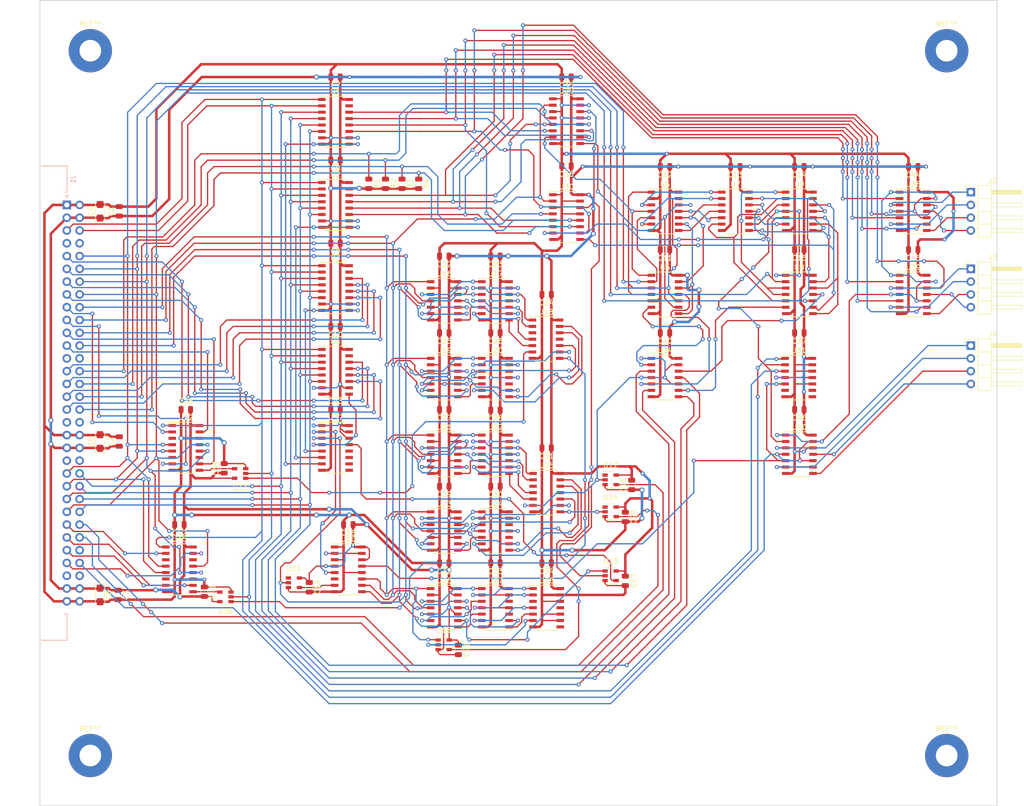
<source format=kicad_pcb>
(kicad_pcb (version 20171130) (host pcbnew 5.0.2-bee76a0~70~ubuntu16.04.1)
  (layers (0 F.Cu signal) (31 B.Cu signal) (34 B.Paste user hide) (35 F.Paste user hide) (36 B.SilkS user) (37 F.SilkS user) (38 B.Mask user) (39 F.Mask user) (44 Edge.Cuts user))
  (net 0 "")
  (net 1 GND)
  (net 2 VCC)
  (net 3 ~RESET)
  (net 4 CLK)
  (net 5 "Net-(J1-Pada4)")
  (net 6 "Net-(J1-Padb4)")
  (net 7 /ROM_A0)
  (net 8 /RAM_A0)
  (net 9 /ROM_A1)
  (net 10 /RAM_A1)
  (net 11 /ROM_A2)
  (net 12 /RAM_A2)
  (net 13 /ROM_A3)
  (net 14 /RAM_A3)
  (net 15 /ROM_A4)
  (net 16 /Ins0)
  (net 17 /ROM_A5)
  (net 18 /Ins1)
  (net 19 /ROM_A6)
  (net 20 /Ins2)
  (net 21 /ROM_A7)
  (net 22 /Ins3)
  (net 23 "Net-(J1-Pada13)")
  (net 24 "Net-(J1-Padb13)")
  (net 25 /OUT0)
  (net 26 /IN0)
  (net 27 /OUT1)
  (net 28 /IN1)
  (net 29 /OUT2)
  (net 30 /IN2)
  (net 31 /OUT3)
  (net 32 /IN3)
  (net 33 "Net-(J1-Pada18)")
  (net 34 "Net-(J1-Padb18)")
  (net 35 "Net-(J1-Pada21)")
  (net 36 "Net-(J1-Padb21)")
  (net 37 /RAM_D0)
  (net 38 /RAM_D1)
  (net 39 /RAM_D2)
  (net 40 /RAM_D3)
  (net 41 /RAM_A4)
  (net 42 /RAM_RW)
  (net 43 /RAM_A5)
  (net 44 /RAM_WE)
  (net 45 /RAM_A6)
  (net 46 "Net-(J1-Padb28)")
  (net 47 /RAM_A7)
  (net 48 /~DEBUG_ON~)
  (net 49 "Net-(J1-Pada30)")
  (net 50 "Net-(J1-Padb30)")
  (net 51 /Sheet5C72E551/Out0)
  (net 52 /Sheet5C72E551/Out1)
  (net 53 /Sheet5C72E551/Out2)
  (net 54 /Sheet5C72E551/Out3)
  (net 55 /sheet5C74C5BC/Out3)
  (net 56 /sheet5C74C5BC/Out2)
  (net 57 /sheet5C74C5BC/Out1)
  (net 58 /sheet5C74C5BC/Out0)
  (net 59 /Sheet5C77FFEF/sheet5C78000E/Out0)
  (net 60 /Sheet5C77FFEF/sheet5C78000E/Out1)
  (net 61 /Sheet5C77FFEF/sheet5C78000E/Out2)
  (net 62 /Sheet5C77FFEF/sheet5C78000E/Out3)
  (net 63 "Net-(U1-Pad15)")
  (net 64 "/Multiplexer 4x 4->1/A0")
  (net 65 "/Multiplexer 4x 4->1/A1")
  (net 66 "/Multiplexer 4x 4->1/A2")
  (net 67 "/Multiplexer 4x 4->1/A3")
  (net 68 "/Register selector/Q0")
  (net 69 "/Register selector/Q1")
  (net 70 "/Multiplexer 4x 4->1/B3")
  (net 71 "/Multiplexer 4x 4->1/B2")
  (net 72 "/Multiplexer 4x 4->1/B1")
  (net 73 "/Multiplexer 4x 4->1/B0")
  (net 74 "Net-(U2-Pad15)")
  (net 75 "Net-(U3-Pad15)")
  (net 76 "/Register selector/Q2")
  (net 77 "/Register selector/Q3")
  (net 78 "Net-(U4-Pad15)")
  (net 79 "Net-(U5-Pad13)")
  (net 80 "Net-(U5-Pad12)")
  (net 81 "/4-bit 3-state buffer/A1")
  (net 82 /Adder/A1)
  (net 83 "/4-bit 3-state buffer/A0")
  (net 84 "Net-(U5-Pad3)")
  (net 85 /Adder/A0)
  (net 86 "Net-(U6-Pad11)")
  (net 87 "Net-(U6-Pad8)")
  (net 88 "Net-(U6-Pad6)")
  (net 89 "Net-(U6-Pad3)")
  (net 90 "Net-(U7-Pad13)")
  (net 91 "Net-(U7-Pad12)")
  (net 92 /C_a)
  (net 93 "Net-(U7-Pad10)")
  (net 94 "Net-(U7-Pad9)")
  (net 95 "Net-(U7-Pad8)")
  (net 96 "Net-(U7-Pad6)")
  (net 97 /Adder/A2)
  (net 98 "Net-(U8-Pad3)")
  (net 99 "/4-bit 3-state buffer/A2")
  (net 100 "Net-(U8-Pad12)")
  (net 101 /Adder/A3)
  (net 102 "/4-bit 3-state buffer/A3")
  (net 103 /C_r)
  (net 104 "Net-(U10-Pad7)")
  (net 105 "Net-(U10-Pad6)")
  (net 106 /r_sel_e)
  (net 107 "/Instruction decoder/3state_e")
  (net 108 "/Register selector/Sel0")
  (net 109 "/Instruction decoder/sheet5C66DD7A/Q1")
  (net 110 "/Instruction decoder/sheet5C67666E/Q0")
  (net 111 "/Multiplexer 4x 4->1/Sel0")
  (net 112 "/Instruction decoder/Sheet5C6679B6/A0")
  (net 113 "/Instruction decoder/Sheet5C6679B6/A1")
  (net 114 "/Instruction decoder/Sheet5C6679B6/A2")
  (net 115 "/Instruction decoder/Sheet5C6679B6/A3")
  (net 116 "/Instruction decoder/Sheet5C668719/A0")
  (net 117 "/Instruction decoder/Sheet5C668719/A1")
  (net 118 "/Instruction decoder/Sheet5C668719/A2")
  (net 119 "/Instruction decoder/Sheet5C668719/A3")
  (net 120 "Net-(U17-Pad10)")
  (net 121 "Net-(U17-Pad12)")
  (net 122 "/4-bit latch/CLK_EN")
  (net 123 /sheet5C68527E/CLK_EN)
  (net 124 "/Instruction decoder/Sheet5C668719/B0")
  (net 125 "/Instruction decoder/Sheet5C668719/B1")
  (net 126 "/Instruction decoder/Sheet5C668719/B2")
  (net 127 "/Instruction decoder/Sheet5C668719/B3")
  (net 128 "/Instruction decoder/sheet5C66DBEC/A0")
  (net 129 "/Instruction decoder/sheet5C66DBEC/A1")
  (net 130 "/Instruction decoder/sheet5C66DBEC/A2")
  (net 131 "/Instruction decoder/sheet5C66DBEC/A3")
  (net 132 "Net-(U20-Pad12)")
  (net 133 "Net-(U20-Pad10)")
  (net 134 "/Instruction decoder/sheet5C66DC01/A3")
  (net 135 "/Instruction decoder/sheet5C66DC01/A2")
  (net 136 "/Instruction decoder/sheet5C66DC01/A1")
  (net 137 "/Instruction decoder/sheet5C66DC01/A0")
  (net 138 "Net-(U22-Pad12)")
  (net 139 "Net-(U22-Pad10)")
  (net 140 "/Instruction decoder/sheet5C66DD7A/A3")
  (net 141 "/Instruction decoder/sheet5C66DD7A/A2")
  (net 142 "/Instruction decoder/sheet5C66DD7A/A1")
  (net 143 "/Instruction decoder/sheet5C66DD7A/A0")
  (net 144 "/Instruction decoder/sheet5C66DC1F/A3")
  (net 145 "/Instruction decoder/sheet5C66DC1F/A2")
  (net 146 "/Instruction decoder/sheet5C66DC1F/A1")
  (net 147 "/Instruction decoder/sheet5C66DC1F/A0")
  (net 148 "Net-(U24-Pad12)")
  (net 149 "Net-(U24-Pad10)")
  (net 150 "/Instruction decoder/sheet5C66DD7A/B3")
  (net 151 "/Instruction decoder/sheet5C66DD7A/B2")
  (net 152 "/Instruction decoder/sheet5C66DD7A/B1")
  (net 153 "/Instruction decoder/sheet5C66DD7A/B0")
  (net 154 "/Instruction decoder/sheet5C675202/A3")
  (net 155 "/Instruction decoder/sheet5C675202/A2")
  (net 156 "/Instruction decoder/sheet5C675202/A1")
  (net 157 "/Instruction decoder/sheet5C675202/A0")
  (net 158 "/Instruction decoder/sheet5C67666E/A0")
  (net 159 "/Instruction decoder/sheet5C67666E/A1")
  (net 160 "/Instruction decoder/sheet5C67666E/A2")
  (net 161 "/Instruction decoder/sheet5C67666E/A3")
  (net 162 "Net-(U27-Pad10)")
  (net 163 "Net-(U27-Pad12)")
  (net 164 "/Instruction decoder/sheet5C67666E/Q1")
  (net 165 "Net-(U31-Pad6)")
  (net 166 "Net-(U31-Pad8)")
  (net 167 "Net-(U31-Pad9)")
  (net 168 "Net-(U32-Pad14)")
  (net 169 "Net-(U32-Pad11)")
  (net 170 "Net-(U32-Pad9)")
  (net 171 "Net-(U32-Pad6)")
  (net 172 "Net-(U32-Pad3)")
  (net 173 "Net-(U35-Pad3)")
  (net 174 "Net-(U35-Pad6)")
  (net 175 "Net-(U35-Pad9)")
  (net 176 "Net-(U35-Pad11)")
  (net 177 "Net-(U35-Pad14)")
  (net 178 "Net-(U37-Pad12)")
  (net 179 "Net-(U37-Pad11)")
  (net 180 "Net-(U37-Pad10)")
  (net 181 "Net-(U37-Pad9)")
  (module MountingHole:MountingHole_4.3mm_M4_Pad (layer F.Cu) (at 220.386 24.234)
    (fp_text reference REF** (at 0 -5.3) (layer F.SilkS))
    (fp_text value MountingHole_4.3mm_M4_Pad)
    (pad "" thru_hole circle (at 0 0) (size 8.6 8.6) (drill 4.3) (layers *.Cu *.Mask))
  )
  (module MountingHole:MountingHole_4.3mm_M4_Pad (layer F.Cu) (at 220.386 164.234)
    (fp_text reference REF** (at 0 -5.3) (layer F.SilkS))
    (fp_text value MountingHole_4.3mm_M4_Pad)
    (pad "" thru_hole circle (at 0 0) (size 8.6 8.6) (drill 4.3) (layers *.Cu *.Mask))
  )
  (module MountingHole:MountingHole_4.3mm_M4_Pad (layer F.Cu) (at 50.386 164.234)
    (fp_text reference REF** (at 0 -5.3) (layer F.SilkS))
    (fp_text value MountingHole_4.3mm_M4_Pad)
    (pad "" thru_hole circle (at 0 0) (size 8.6 8.6) (drill 4.3) (layers *.Cu *.Mask))
  )
  (module Capacitor_SMD:C_0805_2012Metric (layer F.Cu) (at 56.134 56.134 90)
    (fp_text reference C1 (at 0 -1.65 90) (layer F.SilkS))
    (fp_text value 100n)
    (pad 2 smd roundrect (at 0.9375 0 90) (size 0.975 1.4) (layers F.Cu F.Paste F.Mask) (net 1 GND))
    (pad 1 smd roundrect (at -0.9375 0 90) (size 0.975 1.4) (layers F.Cu F.Paste F.Mask) (net 2 VCC))
  )
  (module Capacitor_SMD:C_0805_2012Metric (layer F.Cu) (at 56.134 101.854 90)
    (fp_text reference C2 (at 0 -1.65 90) (layer F.SilkS))
    (fp_text value 100n)
    (pad 2 smd roundrect (at 0.9375 0 90) (size 0.975 1.4) (layers F.Cu F.Paste F.Mask) (net 1 GND))
    (pad 1 smd roundrect (at -0.9375 0 90) (size 0.975 1.4) (layers F.Cu F.Paste F.Mask) (net 2 VCC))
  )
  (module Capacitor_SMD:C_0805_2012Metric (layer F.Cu) (at 55.88 132.334 270)
    (fp_text reference C3 (at 0 -1.65 270) (layer F.SilkS))
    (fp_text value 100n)
    (pad 1 smd roundrect (at -0.9375 0 270) (size 0.975 1.4) (layers F.Cu F.Paste F.Mask) (net 2 VCC))
    (pad 2 smd roundrect (at 0.9375 0 270) (size 0.975 1.4) (layers F.Cu F.Paste F.Mask) (net 1 GND))
  )
  (module Capacitor_Tantalum_SMD:CP_EIA-3216-18_Kemet-A (layer F.Cu) (at 52.324 56.134 90)
    (fp_text reference C4 (at 0 -1.75 90) (layer F.SilkS))
    (fp_text value 10u)
    (pad 1 smd roundrect (at -1.35 0 90) (size 1.4 1.35) (layers F.Cu F.Paste F.Mask) (roundrect_rratio 0.185185) (net 2 VCC))
    (pad 2 smd roundrect (at 1.35 0 90) (size 1.4 1.35) (layers F.Cu F.Paste F.Mask) (roundrect_rratio 0.185185) (net 1 GND))
  )
  (module Capacitor_Tantalum_SMD:CP_EIA-3216-18_Kemet-A (layer F.Cu) (at 52.324 101.854 90)
    (fp_text reference C5 (at 0 -1.75 90) (layer F.SilkS))
    (fp_text value 10u)
    (pad 2 smd roundrect (at 1.35 0 90) (size 1.4 1.35) (layers F.Cu F.Paste F.Mask) (roundrect_rratio 0.185185) (net 1 GND))
    (pad 1 smd roundrect (at -1.35 0 90) (size 1.4 1.35) (layers F.Cu F.Paste F.Mask) (roundrect_rratio 0.185185) (net 2 VCC))
  )
  (module Capacitor_Tantalum_SMD:CP_EIA-3216-18_Kemet-A (layer F.Cu) (at 52.324 132.334 270)
    (fp_text reference C6 (at 0 -1.75 270) (layer F.SilkS))
    (fp_text value 10u)
    (pad 1 smd roundrect (at -1.35 0 270) (size 1.4 1.35) (layers F.Cu F.Paste F.Mask) (roundrect_rratio 0.185185) (net 2 VCC))
    (pad 2 smd roundrect (at 1.35 0 270) (size 1.4 1.35) (layers F.Cu F.Paste F.Mask) (roundrect_rratio 0.185185) (net 1 GND))
  )
  (module Capacitor_SMD:C_0805_2012Metric (layer F.Cu) (at 99.06 29.464 180)
    (fp_text reference C7 (at 0 -1.65 180) (layer F.SilkS))
    (fp_text value 100n)
    (pad 1 smd roundrect (at -0.9375 0 180) (size 0.975 1.4) (layers F.Cu F.Paste F.Mask) (net 2 VCC))
    (pad 2 smd roundrect (at 0.9375 0 180) (size 0.975 1.4) (layers F.Cu F.Paste F.Mask) (net 1 GND))
  )
  (module Capacitor_SMD:C_0805_2012Metric (layer F.Cu) (at 99.06 45.974 180)
    (fp_text reference C8 (at 0 -1.65 180) (layer F.SilkS))
    (fp_text value 100n)
    (pad 1 smd roundrect (at -0.9375 0 180) (size 0.975 1.4) (layers F.Cu F.Paste F.Mask) (net 2 VCC))
    (pad 2 smd roundrect (at 0.9375 0 180) (size 0.975 1.4) (layers F.Cu F.Paste F.Mask) (net 1 GND))
  )
  (module Capacitor_SMD:C_0805_2012Metric (layer F.Cu) (at 99.06 62.484 180)
    (fp_text reference C9 (at 0 -1.65 180) (layer F.SilkS))
    (fp_text value 100n)
    (pad 1 smd roundrect (at -0.9375 0 180) (size 0.975 1.4) (layers F.Cu F.Paste F.Mask) (net 2 VCC))
    (pad 2 smd roundrect (at 0.9375 0 180) (size 0.975 1.4) (layers F.Cu F.Paste F.Mask) (net 1 GND))
  )
  (module Capacitor_SMD:C_0805_2012Metric (layer F.Cu) (at 99.06 78.994 180)
    (fp_text reference C10 (at 0 -1.65 180) (layer F.SilkS))
    (fp_text value 100n)
    (pad 1 smd roundrect (at -0.9375 0 180) (size 0.975 1.4) (layers F.Cu F.Paste F.Mask) (net 2 VCC))
    (pad 2 smd roundrect (at 0.9375 0 180) (size 0.975 1.4) (layers F.Cu F.Paste F.Mask) (net 1 GND))
  )
  (module Capacitor_SMD:C_0805_2012Metric (layer F.Cu) (at 164.465 63.754 180)
    (fp_text reference C11 (at 0 -1.65 180) (layer F.SilkS))
    (fp_text value 100n)
    (pad 1 smd roundrect (at -0.9375 0 180) (size 0.975 1.4) (layers F.Cu F.Paste F.Mask) (net 2 VCC))
    (pad 2 smd roundrect (at 0.9375 0 180) (size 0.975 1.4) (layers F.Cu F.Paste F.Mask) (net 1 GND))
  )
  (module Capacitor_SMD:C_0805_2012Metric (layer F.Cu) (at 164.465 47.244 180)
    (fp_text reference C12 (at 0 -1.65 180) (layer F.SilkS))
    (fp_text value 100n)
    (pad 1 smd roundrect (at -0.9375 0 180) (size 0.975 1.4) (layers F.Cu F.Paste F.Mask) (net 2 VCC))
    (pad 2 smd roundrect (at 0.9375 0 180) (size 0.975 1.4) (layers F.Cu F.Paste F.Mask) (net 1 GND))
  )
  (module Capacitor_SMD:C_0805_2012Metric (layer F.Cu) (at 178.435 47.244 180)
    (fp_text reference C13 (at 0 -1.65 180) (layer F.SilkS))
    (fp_text value 100n)
    (pad 1 smd roundrect (at -0.9375 0 180) (size 0.975 1.4) (layers F.Cu F.Paste F.Mask) (net 2 VCC))
    (pad 2 smd roundrect (at 0.9375 0 180) (size 0.975 1.4) (layers F.Cu F.Paste F.Mask) (net 1 GND))
  )
  (module Capacitor_SMD:C_0805_2012Metric (layer F.Cu) (at 191.135 47.244 180)
    (fp_text reference C14 (at 0 -1.65 180) (layer F.SilkS))
    (fp_text value 100n)
    (pad 1 smd roundrect (at -0.9375 0 180) (size 0.975 1.4) (layers F.Cu F.Paste F.Mask) (net 2 VCC))
    (pad 2 smd roundrect (at 0.9375 0 180) (size 0.975 1.4) (layers F.Cu F.Paste F.Mask) (net 1 GND))
  )
  (module Capacitor_SMD:C_0805_2012Metric (layer F.Cu) (at 191.135 63.754 180)
    (fp_text reference C15 (at 0 -1.65 180) (layer F.SilkS))
    (fp_text value 100n)
    (pad 1 smd roundrect (at -0.9375 0 180) (size 0.975 1.4) (layers F.Cu F.Paste F.Mask) (net 2 VCC))
    (pad 2 smd roundrect (at 0.9375 0 180) (size 0.975 1.4) (layers F.Cu F.Paste F.Mask) (net 1 GND))
  )
  (module Capacitor_SMD:C_0805_2012Metric (layer F.Cu) (at 157.861 110.49 90)
    (fp_text reference C16 (at 0 -1.65 90) (layer F.SilkS))
    (fp_text value 100n)
    (pad 2 smd roundrect (at 0.9375 0 90) (size 0.975 1.4) (layers F.Cu F.Paste F.Mask) (net 2 VCC))
    (pad 1 smd roundrect (at -0.9375 0 90) (size 0.975 1.4) (layers F.Cu F.Paste F.Mask) (net 1 GND))
  )
  (module Capacitor_SMD:C_0805_2012Metric (layer F.Cu) (at 156.591 129.54 270)
    (fp_text reference C17 (at 0 -1.65 270) (layer F.SilkS))
    (fp_text value 100n)
    (pad 2 smd roundrect (at 0.9375 0 270) (size 0.975 1.4) (layers F.Cu F.Paste F.Mask) (net 1 GND))
    (pad 1 smd roundrect (at -0.9375 0 270) (size 0.975 1.4) (layers F.Cu F.Paste F.Mask) (net 2 VCC))
  )
  (module Capacitor_SMD:C_0805_2012Metric (layer F.Cu) (at 101.6 118.364 180)
    (fp_text reference C18 (at 0 -1.65 180) (layer F.SilkS))
    (fp_text value 100n)
    (pad 2 smd roundrect (at 0.9375 0 180) (size 0.975 1.4) (layers F.Cu F.Paste F.Mask) (net 1 GND))
    (pad 1 smd roundrect (at -0.9375 0 180) (size 0.975 1.4) (layers F.Cu F.Paste F.Mask) (net 2 VCC))
  )
  (module Capacitor_SMD:C_0805_2012Metric (layer F.Cu) (at 93.853 130.81 270)
    (fp_text reference C19 (at 0 -1.65 270) (layer F.SilkS))
    (fp_text value 100n)
    (pad 2 smd roundrect (at 0.9375 0 270) (size 0.975 1.4) (layers F.Cu F.Paste F.Mask) (net 1 GND))
    (pad 1 smd roundrect (at -0.9375 0 270) (size 0.975 1.4) (layers F.Cu F.Paste F.Mask) (net 2 VCC))
  )
  (module Capacitor_SMD:C_0805_2012Metric (layer F.Cu) (at 156.591 116.84 270)
    (fp_text reference C20 (at 0 -1.65 270) (layer F.SilkS))
    (fp_text value 100n)
    (pad 2 smd roundrect (at 0.9375 0 270) (size 0.975 1.4) (layers F.Cu F.Paste F.Mask) (net 1 GND))
    (pad 1 smd roundrect (at -0.9375 0 270) (size 0.975 1.4) (layers F.Cu F.Paste F.Mask) (net 2 VCC))
  )
  (module Capacitor_SMD:C_0805_2012Metric (layer F.Cu) (at 123.444 143.256 270)
    (fp_text reference C21 (at 0 -1.65 270) (layer F.SilkS))
    (fp_text value 100n)
    (pad 2 smd roundrect (at 0.9375 0 270) (size 0.975 1.4) (layers F.Cu F.Paste F.Mask) (net 1 GND))
    (pad 1 smd roundrect (at -0.9375 0 270) (size 0.975 1.4) (layers F.Cu F.Paste F.Mask) (net 2 VCC))
  )
  (module Capacitor_SMD:C_0805_2012Metric (layer F.Cu) (at 120.65 65.024 180)
    (fp_text reference C22 (at 0 -1.65 180) (layer F.SilkS))
    (fp_text value 100n)
    (pad 2 smd roundrect (at 0.9375 0 180) (size 0.975 1.4) (layers F.Cu F.Paste F.Mask) (net 1 GND))
    (pad 1 smd roundrect (at -0.9375 0 180) (size 0.975 1.4) (layers F.Cu F.Paste F.Mask) (net 2 VCC))
  )
  (module Capacitor_SMD:C_0805_2012Metric (layer F.Cu) (at 130.81 65.024 180)
    (fp_text reference C23 (at 0 -1.65 180) (layer F.SilkS))
    (fp_text value 100n)
    (pad 2 smd roundrect (at 0.9375 0 180) (size 0.975 1.4) (layers F.Cu F.Paste F.Mask) (net 1 GND))
    (pad 1 smd roundrect (at -0.9375 0 180) (size 0.975 1.4) (layers F.Cu F.Paste F.Mask) (net 2 VCC))
  )
  (module Capacitor_SMD:C_0805_2012Metric (layer F.Cu) (at 140.97 72.644 180)
    (fp_text reference C24 (at 0 -1.65 180) (layer F.SilkS))
    (fp_text value 100n)
    (pad 2 smd roundrect (at 0.9375 0 180) (size 0.975 1.4) (layers F.Cu F.Paste F.Mask) (net 1 GND))
    (pad 1 smd roundrect (at -0.9375 0 180) (size 0.975 1.4) (layers F.Cu F.Paste F.Mask) (net 2 VCC))
  )
  (module Capacitor_SMD:C_0805_2012Metric (layer F.Cu) (at 120.65 80.264 180)
    (fp_text reference C25 (at 0 -1.65 180) (layer F.SilkS))
    (fp_text value 100n)
    (pad 1 smd roundrect (at -0.9375 0 180) (size 0.975 1.4) (layers F.Cu F.Paste F.Mask) (net 2 VCC))
    (pad 2 smd roundrect (at 0.9375 0 180) (size 0.975 1.4) (layers F.Cu F.Paste F.Mask) (net 1 GND))
  )
  (module Capacitor_SMD:C_0805_2012Metric (layer F.Cu) (at 130.81 80.264 180)
    (fp_text reference C26 (at 0 -1.65 180) (layer F.SilkS))
    (fp_text value 100n)
    (pad 1 smd roundrect (at -0.9375 0 180) (size 0.975 1.4) (layers F.Cu F.Paste F.Mask) (net 2 VCC))
    (pad 2 smd roundrect (at 0.9375 0 180) (size 0.975 1.4) (layers F.Cu F.Paste F.Mask) (net 1 GND))
  )
  (module Capacitor_SMD:C_0805_2012Metric (layer F.Cu) (at 120.65 95.504 180)
    (fp_text reference C27 (at 0 -1.65 180) (layer F.SilkS))
    (fp_text value 100n)
    (pad 1 smd roundrect (at -0.9375 0 180) (size 0.975 1.4) (layers F.Cu F.Paste F.Mask) (net 2 VCC))
    (pad 2 smd roundrect (at 0.9375 0 180) (size 0.975 1.4) (layers F.Cu F.Paste F.Mask) (net 1 GND))
  )
  (module Capacitor_SMD:C_0805_2012Metric (layer F.Cu) (at 130.81 95.631 180)
    (fp_text reference C28 (at 0 -1.65 180) (layer F.SilkS))
    (fp_text value 100n)
    (pad 1 smd roundrect (at -0.9375 0 180) (size 0.975 1.4) (layers F.Cu F.Paste F.Mask) (net 2 VCC))
    (pad 2 smd roundrect (at 0.9375 0 180) (size 0.975 1.4) (layers F.Cu F.Paste F.Mask) (net 1 GND))
  )
  (module Capacitor_SMD:C_0805_2012Metric (layer F.Cu) (at 120.65 110.744 180)
    (fp_text reference C29 (at 0 -1.65 180) (layer F.SilkS))
    (fp_text value 100n)
    (pad 1 smd roundrect (at -0.9375 0 180) (size 0.975 1.4) (layers F.Cu F.Paste F.Mask) (net 2 VCC))
    (pad 2 smd roundrect (at 0.9375 0 180) (size 0.975 1.4) (layers F.Cu F.Paste F.Mask) (net 1 GND))
  )
  (module Capacitor_SMD:C_0805_2012Metric (layer F.Cu) (at 130.81 110.744 180)
    (fp_text reference C30 (at 0 -1.65 180) (layer F.SilkS))
    (fp_text value 100n)
    (pad 1 smd roundrect (at -0.9375 0 180) (size 0.975 1.4) (layers F.Cu F.Paste F.Mask) (net 2 VCC))
    (pad 2 smd roundrect (at 0.9375 0 180) (size 0.975 1.4) (layers F.Cu F.Paste F.Mask) (net 1 GND))
  )
  (module Capacitor_SMD:C_0805_2012Metric (layer F.Cu) (at 140.97 103.124 180)
    (fp_text reference C31 (at 0 -1.65 180) (layer F.SilkS))
    (fp_text value 100n)
    (pad 2 smd roundrect (at 0.9375 0 180) (size 0.975 1.4) (layers F.Cu F.Paste F.Mask) (net 1 GND))
    (pad 1 smd roundrect (at -0.9375 0 180) (size 0.975 1.4) (layers F.Cu F.Paste F.Mask) (net 2 VCC))
  )
  (module Capacitor_SMD:C_0805_2012Metric (layer F.Cu) (at 120.65 125.984 180)
    (fp_text reference C32 (at 0 -1.65 180) (layer F.SilkS))
    (fp_text value 100n)
    (pad 1 smd roundrect (at -0.9375 0 180) (size 0.975 1.4) (layers F.Cu F.Paste F.Mask) (net 2 VCC))
    (pad 2 smd roundrect (at 0.9375 0 180) (size 0.975 1.4) (layers F.Cu F.Paste F.Mask) (net 1 GND))
  )
  (module Capacitor_SMD:C_0805_2012Metric (layer F.Cu) (at 130.81 125.984 180)
    (fp_text reference C33 (at 0 -1.65 180) (layer F.SilkS))
    (fp_text value 100n)
    (pad 1 smd roundrect (at -0.9375 0 180) (size 0.975 1.4) (layers F.Cu F.Paste F.Mask) (net 2 VCC))
    (pad 2 smd roundrect (at 0.9375 0 180) (size 0.975 1.4) (layers F.Cu F.Paste F.Mask) (net 1 GND))
  )
  (module Capacitor_SMD:C_0805_2012Metric (layer F.Cu) (at 140.97 125.984 180)
    (fp_text reference C34 (at 0 -1.65 180) (layer F.SilkS))
    (fp_text value 100n)
    (pad 1 smd roundrect (at -0.9375 0 180) (size 0.975 1.4) (layers F.Cu F.Paste F.Mask) (net 2 VCC))
    (pad 2 smd roundrect (at 0.9375 0 180) (size 0.975 1.4) (layers F.Cu F.Paste F.Mask) (net 1 GND))
  )
  (module Capacitor_SMD:C_0805_2012Metric (layer F.Cu) (at 144.907 29.464 180)
    (fp_text reference C35 (at 0 -1.65 180) (layer F.SilkS))
    (fp_text value 100n)
    (pad 1 smd roundrect (at -0.9375 0 180) (size 0.975 1.4) (layers F.Cu F.Paste F.Mask) (net 2 VCC))
    (pad 2 smd roundrect (at 0.9375 0 180) (size 0.975 1.4) (layers F.Cu F.Paste F.Mask) (net 1 GND))
  )
  (module Capacitor_SMD:C_0805_2012Metric (layer F.Cu) (at 144.907 47.117 180)
    (fp_text reference C36 (at 0 -1.65 180) (layer F.SilkS))
    (fp_text value 100n)
    (pad 2 smd roundrect (at 0.9375 0 180) (size 0.975 1.4) (layers F.Cu F.Paste F.Mask) (net 1 GND))
    (pad 1 smd roundrect (at -0.9375 0 180) (size 0.975 1.4) (layers F.Cu F.Paste F.Mask) (net 2 VCC))
  )
  (module Capacitor_SMD:C_0805_2012Metric (layer F.Cu) (at 191.135 80.264 180)
    (fp_text reference C37 (at 0 -1.65 180) (layer F.SilkS))
    (fp_text value 100n)
    (pad 2 smd roundrect (at 0.9375 0 180) (size 0.975 1.4) (layers F.Cu F.Paste F.Mask) (net 1 GND))
    (pad 1 smd roundrect (at -0.9375 0 180) (size 0.975 1.4) (layers F.Cu F.Paste F.Mask) (net 2 VCC))
  )
  (module Capacitor_SMD:C_0805_2012Metric (layer F.Cu) (at 69.342 95.504)
    (fp_text reference C38 (at 0 -1.65) (layer F.SilkS))
    (fp_text value 100n)
    (pad 2 smd roundrect (at 0.9375 0) (size 0.975 1.4) (layers F.Cu F.Paste F.Mask) (net 2 VCC))
    (pad 1 smd roundrect (at -0.9375 0) (size 0.975 1.4) (layers F.Cu F.Paste F.Mask) (net 1 GND))
  )
  (module Capacitor_SMD:C_0805_2012Metric (layer F.Cu) (at 76.962 107.188 90)
    (fp_text reference C39 (at 0 -1.65 90) (layer F.SilkS))
    (fp_text value 100n)
    (pad 2 smd roundrect (at 0.9375 0 90) (size 0.975 1.4) (layers F.Cu F.Paste F.Mask) (net 1 GND))
    (pad 1 smd roundrect (at -0.9375 0 90) (size 0.975 1.4) (layers F.Cu F.Paste F.Mask) (net 2 VCC))
  )
  (module Capacitor_SMD:C_0805_2012Metric (layer F.Cu) (at 164.465 80.264 180)
    (fp_text reference C40 (at 0 -1.65 180) (layer F.SilkS))
    (fp_text value 100n)
    (pad 2 smd roundrect (at 0.9375 0 180) (size 0.975 1.4) (layers F.Cu F.Paste F.Mask) (net 1 GND))
    (pad 1 smd roundrect (at -0.9375 0 180) (size 0.975 1.4) (layers F.Cu F.Paste F.Mask) (net 2 VCC))
  )
  (module Capacitor_SMD:C_0805_2012Metric (layer F.Cu) (at 73.025 131.699 270)
    (fp_text reference C41 (at 0 -1.65 270) (layer F.SilkS))
    (fp_text value 100n)
    (pad 2 smd roundrect (at 0.9375 0 270) (size 0.975 1.4) (layers F.Cu F.Paste F.Mask) (net 2 VCC))
    (pad 1 smd roundrect (at -0.9375 0 270) (size 0.975 1.4) (layers F.Cu F.Paste F.Mask) (net 1 GND))
  )
  (module Capacitor_SMD:C_0805_2012Metric (layer F.Cu) (at 68.072 118.364 180)
    (fp_text reference C42 (at 0 -1.65 180) (layer F.SilkS))
    (fp_text value 100n)
    (pad 2 smd roundrect (at 0.9375 0 180) (size 0.975 1.4) (layers F.Cu F.Paste F.Mask) (net 1 GND))
    (pad 1 smd roundrect (at -0.9375 0 180) (size 0.975 1.4) (layers F.Cu F.Paste F.Mask) (net 2 VCC))
  )
  (module Capacitor_SMD:C_0805_2012Metric (layer F.Cu) (at 99.06 95.504)
    (fp_text reference C43 (at 0 -1.65) (layer F.SilkS))
    (fp_text value 100n)
    (pad 2 smd roundrect (at 0.9375 0) (size 0.975 1.4) (layers F.Cu F.Paste F.Mask) (net 2 VCC))
    (pad 1 smd roundrect (at -0.9375 0) (size 0.975 1.4) (layers F.Cu F.Paste F.Mask) (net 1 GND))
  )
  (module Capacitor_SMD:C_0805_2012Metric (layer F.Cu) (at 213.741 47.244 180)
    (fp_text reference C44 (at 0 -1.65 180) (layer F.SilkS))
    (fp_text value 100n)
    (pad 1 smd roundrect (at -0.9375 0 180) (size 0.975 1.4) (layers F.Cu F.Paste F.Mask) (net 2 VCC))
    (pad 2 smd roundrect (at 0.9375 0 180) (size 0.975 1.4) (layers F.Cu F.Paste F.Mask) (net 1 GND))
  )
  (module Capacitor_SMD:C_0805_2012Metric (layer F.Cu) (at 213.741 63.754 180)
    (fp_text reference C45 (at 0 -1.65 180) (layer F.SilkS))
    (fp_text value 100n)
    (pad 2 smd roundrect (at 0.9375 0 180) (size 0.975 1.4) (layers F.Cu F.Paste F.Mask) (net 1 GND))
    (pad 1 smd roundrect (at -0.9375 0 180) (size 0.975 1.4) (layers F.Cu F.Paste F.Mask) (net 2 VCC))
  )
  (module Capacitor_SMD:C_0805_2012Metric (layer F.Cu) (at 191.135 95.504 180)
    (fp_text reference C46 (at 0 -1.65 180) (layer F.SilkS))
    (fp_text value 100n)
    (pad 2 smd roundrect (at 0.9375 0 180) (size 0.975 1.4) (layers F.Cu F.Paste F.Mask) (net 1 GND))
    (pad 1 smd roundrect (at -0.9375 0 180) (size 0.975 1.4) (layers F.Cu F.Paste F.Mask) (net 2 VCC))
  )
  (module Connector_DIN:DIN41612_B_2x32_Horizontal (layer B.Cu) (at 45.72 54.864 270)
    (fp_text reference J1 (at -5.08 -1.27 270) (layer B.SilkS) (effects (justify mirror)))
    (fp_text value Conn_02x32_Row_Letter_First)
    (pad a1 thru_hole rect (at 0 0 270) (size 1.7 1.7) (drill 1) (layers *.Cu *.Mask) (net 1 GND))
    (pad b1 thru_hole circle (at 0 -2.54 270) (size 1.7 1.7) (drill 1) (layers *.Cu *.Mask) (net 1 GND))
    (pad a2 thru_hole circle (at 2.54 0 270) (size 1.7 1.7) (drill 1) (layers *.Cu *.Mask) (net 2 VCC))
    (pad b2 thru_hole circle (at 2.54 -2.54 270) (size 1.7 1.7) (drill 1) (layers *.Cu *.Mask) (net 2 VCC))
    (pad a3 thru_hole circle (at 5.08 0 270) (size 1.7 1.7) (drill 1) (layers *.Cu *.Mask) (net 3 ~RESET))
    (pad b3 thru_hole circle (at 5.08 -2.54 270) (size 1.7 1.7) (drill 1) (layers *.Cu *.Mask) (net 4 CLK))
    (pad a4 thru_hole circle (at 7.62 0 270) (size 1.7 1.7) (drill 1) (layers *.Cu *.Mask) (net 5 "Net-(J1-Pada4)"))
    (pad b4 thru_hole circle (at 7.62 -2.54 270) (size 1.7 1.7) (drill 1) (layers *.Cu *.Mask) (net 6 "Net-(J1-Padb4)"))
    (pad a5 thru_hole circle (at 10.16 0 270) (size 1.7 1.7) (drill 1) (layers *.Cu *.Mask) (net 7 /ROM_A0))
    (pad b5 thru_hole circle (at 10.16 -2.54 270) (size 1.7 1.7) (drill 1) (layers *.Cu *.Mask) (net 8 /RAM_A0))
    (pad a6 thru_hole circle (at 12.7 0 270) (size 1.7 1.7) (drill 1) (layers *.Cu *.Mask) (net 9 /ROM_A1))
    (pad b6 thru_hole circle (at 12.7 -2.54 270) (size 1.7 1.7) (drill 1) (layers *.Cu *.Mask) (net 10 /RAM_A1))
    (pad a7 thru_hole circle (at 15.24 0 270) (size 1.7 1.7) (drill 1) (layers *.Cu *.Mask) (net 11 /ROM_A2))
    (pad b7 thru_hole circle (at 15.24 -2.54 270) (size 1.7 1.7) (drill 1) (layers *.Cu *.Mask) (net 12 /RAM_A2))
    (pad a8 thru_hole circle (at 17.78 0 270) (size 1.7 1.7) (drill 1) (layers *.Cu *.Mask) (net 13 /ROM_A3))
    (pad b8 thru_hole circle (at 17.78 -2.54 270) (size 1.7 1.7) (drill 1) (layers *.Cu *.Mask) (net 14 /RAM_A3))
    (pad a9 thru_hole circle (at 20.32 0 270) (size 1.7 1.7) (drill 1) (layers *.Cu *.Mask) (net 15 /ROM_A4))
    (pad b9 thru_hole circle (at 20.32 -2.54 270) (size 1.7 1.7) (drill 1) (layers *.Cu *.Mask) (net 16 /Ins0))
    (pad a10 thru_hole circle (at 22.86 0 270) (size 1.7 1.7) (drill 1) (layers *.Cu *.Mask) (net 17 /ROM_A5))
    (pad b10 thru_hole circle (at 22.86 -2.54 270) (size 1.7 1.7) (drill 1) (layers *.Cu *.Mask) (net 18 /Ins1))
    (pad a11 thru_hole circle (at 25.4 0 270) (size 1.7 1.7) (drill 1) (layers *.Cu *.Mask) (net 19 /ROM_A6))
    (pad b11 thru_hole circle (at 25.4 -2.54 270) (size 1.7 1.7) (drill 1) (layers *.Cu *.Mask) (net 20 /Ins2))
    (pad a12 thru_hole circle (at 27.94 0 270) (size 1.7 1.7) (drill 1) (layers *.Cu *.Mask) (net 21 /ROM_A7))
    (pad b12 thru_hole circle (at 27.94 -2.54 270) (size 1.7 1.7) (drill 1) (layers *.Cu *.Mask) (net 22 /Ins3))
    (pad a13 thru_hole circle (at 30.48 0 270) (size 1.7 1.7) (drill 1) (layers *.Cu *.Mask) (net 23 "Net-(J1-Pada13)"))
    (pad b13 thru_hole circle (at 30.48 -2.54 270) (size 1.7 1.7) (drill 1) (layers *.Cu *.Mask) (net 24 "Net-(J1-Padb13)"))
    (pad a14 thru_hole circle (at 33.02 0 270) (size 1.7 1.7) (drill 1) (layers *.Cu *.Mask) (net 25 /OUT0))
    (pad b14 thru_hole circle (at 33.02 -2.54 270) (size 1.7 1.7) (drill 1) (layers *.Cu *.Mask) (net 26 /IN0))
    (pad a15 thru_hole circle (at 35.56 0 270) (size 1.7 1.7) (drill 1) (layers *.Cu *.Mask) (net 27 /OUT1))
    (pad b15 thru_hole circle (at 35.56 -2.54 270) (size 1.7 1.7) (drill 1) (layers *.Cu *.Mask) (net 28 /IN1))
    (pad a16 thru_hole circle (at 38.1 0 270) (size 1.7 1.7) (drill 1) (layers *.Cu *.Mask) (net 29 /OUT2))
    (pad b16 thru_hole circle (at 38.1 -2.54 270) (size 1.7 1.7) (drill 1) (layers *.Cu *.Mask) (net 30 /IN2))
    (pad a17 thru_hole circle (at 40.64 0 270) (size 1.7 1.7) (drill 1) (layers *.Cu *.Mask) (net 31 /OUT3))
    (pad b17 thru_hole circle (at 40.64 -2.54 270) (size 1.7 1.7) (drill 1) (layers *.Cu *.Mask) (net 32 /IN3))
    (pad a18 thru_hole circle (at 43.18 0 270) (size 1.7 1.7) (drill 1) (layers *.Cu *.Mask) (net 33 "Net-(J1-Pada18)"))
    (pad b18 thru_hole circle (at 43.18 -2.54 270) (size 1.7 1.7) (drill 1) (layers *.Cu *.Mask) (net 34 "Net-(J1-Padb18)"))
    (pad a19 thru_hole circle (at 45.72 0 270) (size 1.7 1.7) (drill 1) (layers *.Cu *.Mask) (net 1 GND))
    (pad b19 thru_hole circle (at 45.72 -2.54 270) (size 1.7 1.7) (drill 1) (layers *.Cu *.Mask) (net 1 GND))
    (pad a20 thru_hole circle (at 48.26 0 270) (size 1.7 1.7) (drill 1) (layers *.Cu *.Mask) (net 2 VCC))
    (pad b20 thru_hole circle (at 48.26 -2.54 270) (size 1.7 1.7) (drill 1) (layers *.Cu *.Mask) (net 2 VCC))
    (pad a21 thru_hole circle (at 50.8 0 270) (size 1.7 1.7) (drill 1) (layers *.Cu *.Mask) (net 35 "Net-(J1-Pada21)"))
    (pad b21 thru_hole circle (at 50.8 -2.54 270) (size 1.7 1.7) (drill 1) (layers *.Cu *.Mask) (net 36 "Net-(J1-Padb21)"))
    (pad a22 thru_hole circle (at 53.34 0 270) (size 1.7 1.7) (drill 1) (layers *.Cu *.Mask) (net 8 /RAM_A0))
    (pad b22 thru_hole circle (at 53.34 -2.54 270) (size 1.7 1.7) (drill 1) (layers *.Cu *.Mask) (net 37 /RAM_D0))
    (pad a23 thru_hole circle (at 55.88 0 270) (size 1.7 1.7) (drill 1) (layers *.Cu *.Mask) (net 10 /RAM_A1))
    (pad b23 thru_hole circle (at 55.88 -2.54 270) (size 1.7 1.7) (drill 1) (layers *.Cu *.Mask) (net 38 /RAM_D1))
    (pad a24 thru_hole circle (at 58.42 0 270) (size 1.7 1.7) (drill 1) (layers *.Cu *.Mask) (net 12 /RAM_A2))
    (pad b24 thru_hole circle (at 58.42 -2.54 270) (size 1.7 1.7) (drill 1) (layers *.Cu *.Mask) (net 39 /RAM_D2))
    (pad a25 thru_hole circle (at 60.96 0 270) (size 1.7 1.7) (drill 1) (layers *.Cu *.Mask) (net 14 /RAM_A3))
    (pad b25 thru_hole circle (at 60.96 -2.54 270) (size 1.7 1.7) (drill 1) (layers *.Cu *.Mask) (net 40 /RAM_D3))
    (pad a26 thru_hole circle (at 63.5 0 270) (size 1.7 1.7) (drill 1) (layers *.Cu *.Mask) (net 41 /RAM_A4))
    (pad b26 thru_hole circle (at 63.5 -2.54 270) (size 1.7 1.7) (drill 1) (layers *.Cu *.Mask) (net 42 /RAM_RW))
    (pad a27 thru_hole circle (at 66.04 0 270) (size 1.7 1.7) (drill 1) (layers *.Cu *.Mask) (net 43 /RAM_A5))
    (pad b27 thru_hole circle (at 66.04 -2.54 270) (size 1.7 1.7) (drill 1) (layers *.Cu *.Mask) (net 44 /RAM_WE))
    (pad a28 thru_hole circle (at 68.58 0 270) (size 1.7 1.7) (drill 1) (layers *.Cu *.Mask) (net 45 /RAM_A6))
    (pad b28 thru_hole circle (at 68.58 -2.54 270) (size 1.7 1.7) (drill 1) (layers *.Cu *.Mask) (net 46 "Net-(J1-Padb28)"))
    (pad a29 thru_hole circle (at 71.12 0 270) (size 1.7 1.7) (drill 1) (layers *.Cu *.Mask) (net 47 /RAM_A7))
    (pad b29 thru_hole circle (at 71.12 -2.54 270) (size 1.7 1.7) (drill 1) (layers *.Cu *.Mask) (net 48 /~DEBUG_ON~))
    (pad a30 thru_hole circle (at 73.66 0 270) (size 1.7 1.7) (drill 1) (layers *.Cu *.Mask) (net 49 "Net-(J1-Pada30)"))
    (pad b30 thru_hole circle (at 73.66 -2.54 270) (size 1.7 1.7) (drill 1) (layers *.Cu *.Mask) (net 50 "Net-(J1-Padb30)"))
    (pad a31 thru_hole circle (at 76.2 0 270) (size 1.7 1.7) (drill 1) (layers *.Cu *.Mask) (net 2 VCC))
    (pad b31 thru_hole circle (at 76.2 -2.54 270) (size 1.7 1.7) (drill 1) (layers *.Cu *.Mask) (net 2 VCC))
    (pad a32 thru_hole circle (at 78.74 0 270) (size 1.7 1.7) (drill 1) (layers *.Cu *.Mask) (net 1 GND))
    (pad b32 thru_hole circle (at 78.74 -2.54 270) (size 1.7 1.7) (drill 1) (layers *.Cu *.Mask) (net 1 GND))
    (pad "" np_thru_hole circle (at -5.08 2.54 270) (size 2.8 2.8) (drill 2.8) (layers *.Cu *.Mask))
    (pad "" np_thru_hole circle (at 83.82 2.54 270) (size 2.8 2.8) (drill 2.8) (layers *.Cu *.Mask))
  )
  (module Connector_PinHeader_2.54mm:PinHeader_1x04_P2.54mm_Horizontal (layer F.Cu) (at 225.171 52.324)
    (fp_text reference J2 (at 4.385 -2.27) (layer F.SilkS))
    (fp_text value Conn_01x04)
    (pad 1 thru_hole rect (at 0 0) (size 1.7 1.7) (drill 1) (layers *.Cu *.Mask) (net 51 /Sheet5C72E551/Out0))
    (pad 2 thru_hole oval (at 0 2.54) (size 1.7 1.7) (drill 1) (layers *.Cu *.Mask) (net 52 /Sheet5C72E551/Out1))
    (pad 3 thru_hole oval (at 0 5.08) (size 1.7 1.7) (drill 1) (layers *.Cu *.Mask) (net 53 /Sheet5C72E551/Out2))
    (pad 4 thru_hole oval (at 0 7.62) (size 1.7 1.7) (drill 1) (layers *.Cu *.Mask) (net 54 /Sheet5C72E551/Out3))
  )
  (module Connector_PinHeader_2.54mm:PinHeader_1x04_P2.54mm_Horizontal (layer F.Cu) (at 225.171 67.564)
    (fp_text reference J3 (at 4.385 -2.27) (layer F.SilkS))
    (fp_text value Conn_01x04)
    (pad 4 thru_hole oval (at 0 7.62) (size 1.7 1.7) (drill 1) (layers *.Cu *.Mask) (net 55 /sheet5C74C5BC/Out3))
    (pad 3 thru_hole oval (at 0 5.08) (size 1.7 1.7) (drill 1) (layers *.Cu *.Mask) (net 56 /sheet5C74C5BC/Out2))
    (pad 2 thru_hole oval (at 0 2.54) (size 1.7 1.7) (drill 1) (layers *.Cu *.Mask) (net 57 /sheet5C74C5BC/Out1))
    (pad 1 thru_hole rect (at 0 0) (size 1.7 1.7) (drill 1) (layers *.Cu *.Mask) (net 58 /sheet5C74C5BC/Out0))
  )
  (module Connector_PinHeader_2.54mm:PinHeader_1x04_P2.54mm_Horizontal (layer F.Cu) (at 225.171 82.804)
    (fp_text reference J4 (at 4.385 -2.27) (layer F.SilkS))
    (fp_text value Conn_01x04)
    (pad 4 thru_hole oval (at 0 7.62) (size 1.7 1.7) (drill 1) (layers *.Cu *.Mask) (net 62 /Sheet5C77FFEF/sheet5C78000E/Out3))
    (pad 3 thru_hole oval (at 0 5.08) (size 1.7 1.7) (drill 1) (layers *.Cu *.Mask) (net 61 /Sheet5C77FFEF/sheet5C78000E/Out2))
    (pad 2 thru_hole oval (at 0 2.54) (size 1.7 1.7) (drill 1) (layers *.Cu *.Mask) (net 60 /Sheet5C77FFEF/sheet5C78000E/Out1))
    (pad 1 thru_hole rect (at 0 0) (size 1.7 1.7) (drill 1) (layers *.Cu *.Mask) (net 59 /Sheet5C77FFEF/sheet5C78000E/Out0))
  )
  (module Resistor_SMD:R_0805_2012Metric (layer F.Cu) (at 105.664 50.673 270)
    (fp_text reference R1 (at 0 -1.65 270) (layer F.SilkS))
    (fp_text value 10k)
    (pad 1 smd roundrect (at -0.9375 0 270) (size 0.975 1.4) (layers F.Cu F.Paste F.Mask) (net 26 /IN0))
    (pad 2 smd roundrect (at 0.9375 0 270) (size 0.975 1.4) (layers F.Cu F.Paste F.Mask) (net 1 GND))
  )
  (module Resistor_SMD:R_0805_2012Metric (layer F.Cu) (at 108.966 50.673 270)
    (fp_text reference R2 (at 0 -1.65 270) (layer F.SilkS))
    (fp_text value 10k)
    (pad 2 smd roundrect (at 0.9375 0 270) (size 0.975 1.4) (layers F.Cu F.Paste F.Mask) (net 1 GND))
    (pad 1 smd roundrect (at -0.9375 0 270) (size 0.975 1.4) (layers F.Cu F.Paste F.Mask) (net 28 /IN1))
  )
  (module Resistor_SMD:R_0805_2012Metric (layer F.Cu) (at 112.268 50.673 270)
    (fp_text reference R3 (at 0 -1.65 270) (layer F.SilkS))
    (fp_text value 10k)
    (pad 1 smd roundrect (at -0.9375 0 270) (size 0.975 1.4) (layers F.Cu F.Paste F.Mask) (net 30 /IN2))
    (pad 2 smd roundrect (at 0.9375 0 270) (size 0.975 1.4) (layers F.Cu F.Paste F.Mask) (net 1 GND))
  )
  (module Resistor_SMD:R_0805_2012Metric (layer F.Cu) (at 115.57 50.673 270)
    (fp_text reference R4 (at 0 -1.65 270) (layer F.SilkS))
    (fp_text value 10k)
    (pad 2 smd roundrect (at 0.9375 0 270) (size 0.975 1.4) (layers F.Cu F.Paste F.Mask) (net 1 GND))
    (pad 1 smd roundrect (at -0.9375 0 270) (size 0.975 1.4) (layers F.Cu F.Paste F.Mask) (net 32 /IN3))
  )
  (module Package_SO:SOIC-16_3.9x9.9mm_P1.27mm (layer F.Cu) (at 99.06 38.354)
    (fp_text reference U1 (at 0 -6) (layer F.SilkS))
    (fp_text value 74HC161)
    (pad 16 smd rect (at 2.7 -4.445) (size 1.5 0.6) (layers F.Cu F.Paste F.Mask) (net 2 VCC))
    (pad 15 smd rect (at 2.7 -3.175) (size 1.5 0.6) (layers F.Cu F.Paste F.Mask) (net 63 "Net-(U1-Pad15)"))
    (pad 14 smd rect (at 2.7 -1.905) (size 1.5 0.6) (layers F.Cu F.Paste F.Mask) (net 64 "/Multiplexer 4x 4->1/A0"))
    (pad 13 smd rect (at 2.7 -0.635) (size 1.5 0.6) (layers F.Cu F.Paste F.Mask) (net 65 "/Multiplexer 4x 4->1/A1"))
    (pad 12 smd rect (at 2.7 0.635) (size 1.5 0.6) (layers F.Cu F.Paste F.Mask) (net 66 "/Multiplexer 4x 4->1/A2"))
    (pad 11 smd rect (at 2.7 1.905) (size 1.5 0.6) (layers F.Cu F.Paste F.Mask) (net 67 "/Multiplexer 4x 4->1/A3"))
    (pad 10 smd rect (at 2.7 3.175) (size 1.5 0.6) (layers F.Cu F.Paste F.Mask) (net 1 GND))
    (pad 9 smd rect (at 2.7 4.445) (size 1.5 0.6) (layers F.Cu F.Paste F.Mask) (net 68 "/Register selector/Q0"))
    (pad 8 smd rect (at -2.7 4.445) (size 1.5 0.6) (layers F.Cu F.Paste F.Mask) (net 1 GND))
    (pad 7 smd rect (at -2.7 3.175) (size 1.5 0.6) (layers F.Cu F.Paste F.Mask) (net 1 GND))
    (pad 6 smd rect (at -2.7 1.905) (size 1.5 0.6) (layers F.Cu F.Paste F.Mask) (net 40 /RAM_D3))
    (pad 5 smd rect (at -2.7 0.635) (size 1.5 0.6) (layers F.Cu F.Paste F.Mask) (net 39 /RAM_D2))
    (pad 4 smd rect (at -2.7 -0.635) (size 1.5 0.6) (layers F.Cu F.Paste F.Mask) (net 38 /RAM_D1))
    (pad 3 smd rect (at -2.7 -1.905) (size 1.5 0.6) (layers F.Cu F.Paste F.Mask) (net 37 /RAM_D0))
    (pad 2 smd rect (at -2.7 -3.175) (size 1.5 0.6) (layers F.Cu F.Paste F.Mask) (net 4 CLK))
    (pad 1 smd rect (at -2.7 -4.445) (size 1.5 0.6) (layers F.Cu F.Paste F.Mask) (net 3 ~RESET))
  )
  (module Package_SO:SOIC-16_3.9x9.9mm_P1.27mm (layer F.Cu) (at 99.06 54.864)
    (fp_text reference U2 (at 0 -6) (layer F.SilkS))
    (fp_text value 74HC161)
    (pad 1 smd rect (at -2.7 -4.445) (size 1.5 0.6) (layers F.Cu F.Paste F.Mask) (net 3 ~RESET))
    (pad 2 smd rect (at -2.7 -3.175) (size 1.5 0.6) (layers F.Cu F.Paste F.Mask) (net 4 CLK))
    (pad 3 smd rect (at -2.7 -1.905) (size 1.5 0.6) (layers F.Cu F.Paste F.Mask) (net 37 /RAM_D0))
    (pad 4 smd rect (at -2.7 -0.635) (size 1.5 0.6) (layers F.Cu F.Paste F.Mask) (net 38 /RAM_D1))
    (pad 5 smd rect (at -2.7 0.635) (size 1.5 0.6) (layers F.Cu F.Paste F.Mask) (net 39 /RAM_D2))
    (pad 6 smd rect (at -2.7 1.905) (size 1.5 0.6) (layers F.Cu F.Paste F.Mask) (net 40 /RAM_D3))
    (pad 7 smd rect (at -2.7 3.175) (size 1.5 0.6) (layers F.Cu F.Paste F.Mask) (net 1 GND))
    (pad 8 smd rect (at -2.7 4.445) (size 1.5 0.6) (layers F.Cu F.Paste F.Mask) (net 1 GND))
    (pad 9 smd rect (at 2.7 4.445) (size 1.5 0.6) (layers F.Cu F.Paste F.Mask) (net 69 "/Register selector/Q1"))
    (pad 10 smd rect (at 2.7 3.175) (size 1.5 0.6) (layers F.Cu F.Paste F.Mask) (net 1 GND))
    (pad 11 smd rect (at 2.7 1.905) (size 1.5 0.6) (layers F.Cu F.Paste F.Mask) (net 70 "/Multiplexer 4x 4->1/B3"))
    (pad 12 smd rect (at 2.7 0.635) (size 1.5 0.6) (layers F.Cu F.Paste F.Mask) (net 71 "/Multiplexer 4x 4->1/B2"))
    (pad 13 smd rect (at 2.7 -0.635) (size 1.5 0.6) (layers F.Cu F.Paste F.Mask) (net 72 "/Multiplexer 4x 4->1/B1"))
    (pad 14 smd rect (at 2.7 -1.905) (size 1.5 0.6) (layers F.Cu F.Paste F.Mask) (net 73 "/Multiplexer 4x 4->1/B0"))
    (pad 15 smd rect (at 2.7 -3.175) (size 1.5 0.6) (layers F.Cu F.Paste F.Mask) (net 74 "Net-(U2-Pad15)"))
    (pad 16 smd rect (at 2.7 -4.445) (size 1.5 0.6) (layers F.Cu F.Paste F.Mask) (net 2 VCC))
  )
  (module Package_SO:SOIC-16_3.9x9.9mm_P1.27mm (layer F.Cu) (at 99.06 71.374)
    (fp_text reference U3 (at 0 -6) (layer F.SilkS))
    (fp_text value 74HC161)
    (pad 16 smd rect (at 2.7 -4.445) (size 1.5 0.6) (layers F.Cu F.Paste F.Mask) (net 2 VCC))
    (pad 15 smd rect (at 2.7 -3.175) (size 1.5 0.6) (layers F.Cu F.Paste F.Mask) (net 75 "Net-(U3-Pad15)"))
    (pad 14 smd rect (at 2.7 -1.905) (size 1.5 0.6) (layers F.Cu F.Paste F.Mask) (net 25 /OUT0))
    (pad 13 smd rect (at 2.7 -0.635) (size 1.5 0.6) (layers F.Cu F.Paste F.Mask) (net 27 /OUT1))
    (pad 12 smd rect (at 2.7 0.635) (size 1.5 0.6) (layers F.Cu F.Paste F.Mask) (net 29 /OUT2))
    (pad 11 smd rect (at 2.7 1.905) (size 1.5 0.6) (layers F.Cu F.Paste F.Mask) (net 31 /OUT3))
    (pad 10 smd rect (at 2.7 3.175) (size 1.5 0.6) (layers F.Cu F.Paste F.Mask) (net 1 GND))
    (pad 9 smd rect (at 2.7 4.445) (size 1.5 0.6) (layers F.Cu F.Paste F.Mask) (net 76 "/Register selector/Q2"))
    (pad 8 smd rect (at -2.7 4.445) (size 1.5 0.6) (layers F.Cu F.Paste F.Mask) (net 1 GND))
    (pad 7 smd rect (at -2.7 3.175) (size 1.5 0.6) (layers F.Cu F.Paste F.Mask) (net 1 GND))
    (pad 6 smd rect (at -2.7 1.905) (size 1.5 0.6) (layers F.Cu F.Paste F.Mask) (net 40 /RAM_D3))
    (pad 5 smd rect (at -2.7 0.635) (size 1.5 0.6) (layers F.Cu F.Paste F.Mask) (net 39 /RAM_D2))
    (pad 4 smd rect (at -2.7 -0.635) (size 1.5 0.6) (layers F.Cu F.Paste F.Mask) (net 38 /RAM_D1))
    (pad 3 smd rect (at -2.7 -1.905) (size 1.5 0.6) (layers F.Cu F.Paste F.Mask) (net 37 /RAM_D0))
    (pad 2 smd rect (at -2.7 -3.175) (size 1.5 0.6) (layers F.Cu F.Paste F.Mask) (net 4 CLK))
    (pad 1 smd rect (at -2.7 -4.445) (size 1.5 0.6) (layers F.Cu F.Paste F.Mask) (net 3 ~RESET))
  )
  (module Package_SO:SOIC-16_3.9x9.9mm_P1.27mm (layer F.Cu) (at 99.06 88.011)
    (fp_text reference U4 (at 0 -6) (layer F.SilkS))
    (fp_text value 74HC161)
    (pad 1 smd rect (at -2.7 -4.445) (size 1.5 0.6) (layers F.Cu F.Paste F.Mask) (net 3 ~RESET))
    (pad 2 smd rect (at -2.7 -3.175) (size 1.5 0.6) (layers F.Cu F.Paste F.Mask) (net 4 CLK))
    (pad 3 smd rect (at -2.7 -1.905) (size 1.5 0.6) (layers F.Cu F.Paste F.Mask) (net 37 /RAM_D0))
    (pad 4 smd rect (at -2.7 -0.635) (size 1.5 0.6) (layers F.Cu F.Paste F.Mask) (net 38 /RAM_D1))
    (pad 5 smd rect (at -2.7 0.635) (size 1.5 0.6) (layers F.Cu F.Paste F.Mask) (net 39 /RAM_D2))
    (pad 6 smd rect (at -2.7 1.905) (size 1.5 0.6) (layers F.Cu F.Paste F.Mask) (net 40 /RAM_D3))
    (pad 7 smd rect (at -2.7 3.175) (size 1.5 0.6) (layers F.Cu F.Paste F.Mask) (net 2 VCC))
    (pad 8 smd rect (at -2.7 4.445) (size 1.5 0.6) (layers F.Cu F.Paste F.Mask) (net 1 GND))
    (pad 9 smd rect (at 2.7 4.445) (size 1.5 0.6) (layers F.Cu F.Paste F.Mask) (net 77 "/Register selector/Q3"))
    (pad 10 smd rect (at 2.7 3.175) (size 1.5 0.6) (layers F.Cu F.Paste F.Mask) (net 2 VCC))
    (pad 11 smd rect (at 2.7 1.905) (size 1.5 0.6) (layers F.Cu F.Paste F.Mask) (net 13 /ROM_A3))
    (pad 12 smd rect (at 2.7 0.635) (size 1.5 0.6) (layers F.Cu F.Paste F.Mask) (net 11 /ROM_A2))
    (pad 13 smd rect (at 2.7 -0.635) (size 1.5 0.6) (layers F.Cu F.Paste F.Mask) (net 9 /ROM_A1))
    (pad 14 smd rect (at 2.7 -1.905) (size 1.5 0.6) (layers F.Cu F.Paste F.Mask) (net 7 /ROM_A0))
    (pad 15 smd rect (at 2.7 -3.175) (size 1.5 0.6) (layers F.Cu F.Paste F.Mask) (net 78 "Net-(U4-Pad15)"))
    (pad 16 smd rect (at 2.7 -4.445) (size 1.5 0.6) (layers F.Cu F.Paste F.Mask) (net 2 VCC))
  )
  (module Package_SO:SOIC-14_3.9x8.7mm_P1.27mm (layer F.Cu) (at 164.465 72.644)
    (fp_text reference U5 (at 0 -5.375) (layer F.SilkS))
    (fp_text value 74HC86)
    (pad 14 smd rect (at 2.7 -3.81) (size 1.5 0.6) (layers F.Cu F.Paste F.Mask) (net 2 VCC))
    (pad 13 smd rect (at 2.7 -2.54) (size 1.5 0.6) (layers F.Cu F.Paste F.Mask) (net 79 "Net-(U5-Pad13)"))
    (pad 12 smd rect (at 2.7 -1.27) (size 1.5 0.6) (layers F.Cu F.Paste F.Mask) (net 80 "Net-(U5-Pad12)"))
    (pad 11 smd rect (at 2.7 0) (size 1.5 0.6) (layers F.Cu F.Paste F.Mask) (net 81 "/4-bit 3-state buffer/A1"))
    (pad 10 smd rect (at 2.7 1.27) (size 1.5 0.6) (layers F.Cu F.Paste F.Mask) (net 10 /RAM_A1))
    (pad 9 smd rect (at 2.7 2.54) (size 1.5 0.6) (layers F.Cu F.Paste F.Mask) (net 82 /Adder/A1))
    (pad 8 smd rect (at 2.7 3.81) (size 1.5 0.6) (layers F.Cu F.Paste F.Mask) (net 80 "Net-(U5-Pad12)"))
    (pad 7 smd rect (at -2.7 3.81) (size 1.5 0.6) (layers F.Cu F.Paste F.Mask) (net 1 GND))
    (pad 6 smd rect (at -2.7 2.54) (size 1.5 0.6) (layers F.Cu F.Paste F.Mask) (net 83 "/4-bit 3-state buffer/A0"))
    (pad 5 smd rect (at -2.7 1.27) (size 1.5 0.6) (layers F.Cu F.Paste F.Mask) (net 1 GND))
    (pad 4 smd rect (at -2.7 0) (size 1.5 0.6) (layers F.Cu F.Paste F.Mask) (net 84 "Net-(U5-Pad3)"))
    (pad 3 smd rect (at -2.7 -1.27) (size 1.5 0.6) (layers F.Cu F.Paste F.Mask) (net 84 "Net-(U5-Pad3)"))
    (pad 2 smd rect (at -2.7 -2.54) (size 1.5 0.6) (layers F.Cu F.Paste F.Mask) (net 8 /RAM_A0))
    (pad 1 smd rect (at -2.7 -3.81) (size 1.5 0.6) (layers F.Cu F.Paste F.Mask) (net 85 /Adder/A0))
  )
  (module Package_SO:SOIC-14_3.9x8.7mm_P1.27mm (layer F.Cu) (at 164.465 56.134)
    (fp_text reference U6 (at 0 -5.375) (layer F.SilkS))
    (fp_text value 74HC08)
    (pad 14 smd rect (at 2.7 -3.81) (size 1.5 0.6) (layers F.Cu F.Paste F.Mask) (net 2 VCC))
    (pad 13 smd rect (at 2.7 -2.54) (size 1.5 0.6) (layers F.Cu F.Paste F.Mask) (net 10 /RAM_A1))
    (pad 12 smd rect (at 2.7 -1.27) (size 1.5 0.6) (layers F.Cu F.Paste F.Mask) (net 82 /Adder/A1))
    (pad 11 smd rect (at 2.7 0) (size 1.5 0.6) (layers F.Cu F.Paste F.Mask) (net 86 "Net-(U6-Pad11)"))
    (pad 10 smd rect (at 2.7 1.27) (size 1.5 0.6) (layers F.Cu F.Paste F.Mask) (net 79 "Net-(U5-Pad13)"))
    (pad 9 smd rect (at 2.7 2.54) (size 1.5 0.6) (layers F.Cu F.Paste F.Mask) (net 80 "Net-(U5-Pad12)"))
    (pad 8 smd rect (at 2.7 3.81) (size 1.5 0.6) (layers F.Cu F.Paste F.Mask) (net 87 "Net-(U6-Pad8)"))
    (pad 7 smd rect (at -2.7 3.81) (size 1.5 0.6) (layers F.Cu F.Paste F.Mask) (net 1 GND))
    (pad 6 smd rect (at -2.7 2.54) (size 1.5 0.6) (layers F.Cu F.Paste F.Mask) (net 88 "Net-(U6-Pad6)"))
    (pad 5 smd rect (at -2.7 1.27) (size 1.5 0.6) (layers F.Cu F.Paste F.Mask) (net 8 /RAM_A0))
    (pad 4 smd rect (at -2.7 0) (size 1.5 0.6) (layers F.Cu F.Paste F.Mask) (net 85 /Adder/A0))
    (pad 3 smd rect (at -2.7 -1.27) (size 1.5 0.6) (layers F.Cu F.Paste F.Mask) (net 89 "Net-(U6-Pad3)"))
    (pad 2 smd rect (at -2.7 -2.54) (size 1.5 0.6) (layers F.Cu F.Paste F.Mask) (net 1 GND))
    (pad 1 smd rect (at -2.7 -3.81) (size 1.5 0.6) (layers F.Cu F.Paste F.Mask) (net 84 "Net-(U5-Pad3)"))
  )
  (module Package_SO:SOIC-14_3.9x8.7mm_P1.27mm (layer F.Cu) (at 178.435 56.134)
    (fp_text reference U7 (at 0 -5.375) (layer F.SilkS))
    (fp_text value 74HC32)
    (pad 14 smd rect (at 2.7 -3.81) (size 1.5 0.6) (layers F.Cu F.Paste F.Mask) (net 2 VCC))
    (pad 13 smd rect (at 2.7 -2.54) (size 1.5 0.6) (layers F.Cu F.Paste F.Mask) (net 90 "Net-(U7-Pad13)"))
    (pad 12 smd rect (at 2.7 -1.27) (size 1.5 0.6) (layers F.Cu F.Paste F.Mask) (net 91 "Net-(U7-Pad12)"))
    (pad 11 smd rect (at 2.7 0) (size 1.5 0.6) (layers F.Cu F.Paste F.Mask) (net 92 /C_a))
    (pad 10 smd rect (at 2.7 1.27) (size 1.5 0.6) (layers F.Cu F.Paste F.Mask) (net 93 "Net-(U7-Pad10)"))
    (pad 9 smd rect (at 2.7 2.54) (size 1.5 0.6) (layers F.Cu F.Paste F.Mask) (net 94 "Net-(U7-Pad9)"))
    (pad 8 smd rect (at 2.7 3.81) (size 1.5 0.6) (layers F.Cu F.Paste F.Mask) (net 95 "Net-(U7-Pad8)"))
    (pad 7 smd rect (at -2.7 3.81) (size 1.5 0.6) (layers F.Cu F.Paste F.Mask) (net 1 GND))
    (pad 6 smd rect (at -2.7 2.54) (size 1.5 0.6) (layers F.Cu F.Paste F.Mask) (net 96 "Net-(U7-Pad6)"))
    (pad 5 smd rect (at -2.7 1.27) (size 1.5 0.6) (layers F.Cu F.Paste F.Mask) (net 86 "Net-(U6-Pad11)"))
    (pad 4 smd rect (at -2.7 0) (size 1.5 0.6) (layers F.Cu F.Paste F.Mask) (net 87 "Net-(U6-Pad8)"))
    (pad 3 smd rect (at -2.7 -1.27) (size 1.5 0.6) (layers F.Cu F.Paste F.Mask) (net 79 "Net-(U5-Pad13)"))
    (pad 2 smd rect (at -2.7 -2.54) (size 1.5 0.6) (layers F.Cu F.Paste F.Mask) (net 88 "Net-(U6-Pad6)"))
    (pad 1 smd rect (at -2.7 -3.81) (size 1.5 0.6) (layers F.Cu F.Paste F.Mask) (net 89 "Net-(U6-Pad3)"))
  )
  (module Package_SO:SOIC-14_3.9x8.7mm_P1.27mm (layer F.Cu) (at 191.135 72.644)
    (fp_text reference U8 (at 0 -5.375) (layer F.SilkS))
    (fp_text value 74HC86)
    (pad 1 smd rect (at -2.7 -3.81) (size 1.5 0.6) (layers F.Cu F.Paste F.Mask) (net 97 /Adder/A2))
    (pad 2 smd rect (at -2.7 -2.54) (size 1.5 0.6) (layers F.Cu F.Paste F.Mask) (net 12 /RAM_A2))
    (pad 3 smd rect (at -2.7 -1.27) (size 1.5 0.6) (layers F.Cu F.Paste F.Mask) (net 98 "Net-(U8-Pad3)"))
    (pad 4 smd rect (at -2.7 0) (size 1.5 0.6) (layers F.Cu F.Paste F.Mask) (net 98 "Net-(U8-Pad3)"))
    (pad 5 smd rect (at -2.7 1.27) (size 1.5 0.6) (layers F.Cu F.Paste F.Mask) (net 96 "Net-(U7-Pad6)"))
    (pad 6 smd rect (at -2.7 2.54) (size 1.5 0.6) (layers F.Cu F.Paste F.Mask) (net 99 "/4-bit 3-state buffer/A2"))
    (pad 7 smd rect (at -2.7 3.81) (size 1.5 0.6) (layers F.Cu F.Paste F.Mask) (net 1 GND))
    (pad 8 smd rect (at 2.7 3.81) (size 1.5 0.6) (layers F.Cu F.Paste F.Mask) (net 100 "Net-(U8-Pad12)"))
    (pad 9 smd rect (at 2.7 2.54) (size 1.5 0.6) (layers F.Cu F.Paste F.Mask) (net 101 /Adder/A3))
    (pad 10 smd rect (at 2.7 1.27) (size 1.5 0.6) (layers F.Cu F.Paste F.Mask) (net 14 /RAM_A3))
    (pad 11 smd rect (at 2.7 0) (size 1.5 0.6) (layers F.Cu F.Paste F.Mask) (net 102 "/4-bit 3-state buffer/A3"))
    (pad 12 smd rect (at 2.7 -1.27) (size 1.5 0.6) (layers F.Cu F.Paste F.Mask) (net 100 "Net-(U8-Pad12)"))
    (pad 13 smd rect (at 2.7 -2.54) (size 1.5 0.6) (layers F.Cu F.Paste F.Mask) (net 95 "Net-(U7-Pad8)"))
    (pad 14 smd rect (at 2.7 -3.81) (size 1.5 0.6) (layers F.Cu F.Paste F.Mask) (net 2 VCC))
  )
  (module Package_SO:SOIC-14_3.9x8.7mm_P1.27mm (layer F.Cu) (at 191.135 56.134)
    (fp_text reference U9 (at 0 -5.375) (layer F.SilkS))
    (fp_text value 74HC08)
    (pad 1 smd rect (at -2.7 -3.81) (size 1.5 0.6) (layers F.Cu F.Paste F.Mask) (net 98 "Net-(U8-Pad3)"))
    (pad 2 smd rect (at -2.7 -2.54) (size 1.5 0.6) (layers F.Cu F.Paste F.Mask) (net 96 "Net-(U7-Pad6)"))
    (pad 3 smd rect (at -2.7 -1.27) (size 1.5 0.6) (layers F.Cu F.Paste F.Mask) (net 94 "Net-(U7-Pad9)"))
    (pad 4 smd rect (at -2.7 0) (size 1.5 0.6) (layers F.Cu F.Paste F.Mask) (net 97 /Adder/A2))
    (pad 5 smd rect (at -2.7 1.27) (size 1.5 0.6) (layers F.Cu F.Paste F.Mask) (net 12 /RAM_A2))
    (pad 6 smd rect (at -2.7 2.54) (size 1.5 0.6) (layers F.Cu F.Paste F.Mask) (net 93 "Net-(U7-Pad10)"))
    (pad 7 smd rect (at -2.7 3.81) (size 1.5 0.6) (layers F.Cu F.Paste F.Mask) (net 1 GND))
    (pad 8 smd rect (at 2.7 3.81) (size 1.5 0.6) (layers F.Cu F.Paste F.Mask) (net 91 "Net-(U7-Pad12)"))
    (pad 9 smd rect (at 2.7 2.54) (size 1.5 0.6) (layers F.Cu F.Paste F.Mask) (net 100 "Net-(U8-Pad12)"))
    (pad 10 smd rect (at 2.7 1.27) (size 1.5 0.6) (layers F.Cu F.Paste F.Mask) (net 95 "Net-(U7-Pad8)"))
    (pad 11 smd rect (at 2.7 0) (size 1.5 0.6) (layers F.Cu F.Paste F.Mask) (net 90 "Net-(U7-Pad13)"))
    (pad 12 smd rect (at 2.7 -1.27) (size 1.5 0.6) (layers F.Cu F.Paste F.Mask) (net 101 /Adder/A3))
    (pad 13 smd rect (at 2.7 -2.54) (size 1.5 0.6) (layers F.Cu F.Paste F.Mask) (net 14 /RAM_A3))
    (pad 14 smd rect (at 2.7 -3.81) (size 1.5 0.6) (layers F.Cu F.Paste F.Mask) (net 2 VCC))
  )
  (module Package_SO:SOIC-16_3.9x9.9mm_P1.27mm (layer F.Cu) (at 101.6 127.254)
    (fp_text reference U10 (at 0 -6) (layer F.SilkS))
    (fp_text value 74LS151)
    (pad 16 smd rect (at 2.7 -4.445) (size 1.5 0.6) (layers F.Cu F.Paste F.Mask) (net 2 VCC))
    (pad 15 smd rect (at 2.7 -3.175) (size 1.5 0.6) (layers F.Cu F.Paste F.Mask) (net 1 GND))
    (pad 14 smd rect (at 2.7 -1.905) (size 1.5 0.6) (layers F.Cu F.Paste F.Mask) (net 2 VCC))
    (pad 13 smd rect (at 2.7 -0.635) (size 1.5 0.6) (layers F.Cu F.Paste F.Mask) (net 103 /C_r))
    (pad 12 smd rect (at 2.7 0.635) (size 1.5 0.6) (layers F.Cu F.Paste F.Mask) (net 1 GND))
    (pad 11 smd rect (at 2.7 1.905) (size 1.5 0.6) (layers F.Cu F.Paste F.Mask) (net 16 /Ins0))
    (pad 10 smd rect (at 2.7 3.175) (size 1.5 0.6) (layers F.Cu F.Paste F.Mask) (net 18 /Ins1))
    (pad 9 smd rect (at 2.7 4.445) (size 1.5 0.6) (layers F.Cu F.Paste F.Mask) (net 20 /Ins2))
    (pad 8 smd rect (at -2.7 4.445) (size 1.5 0.6) (layers F.Cu F.Paste F.Mask) (net 1 GND))
    (pad 7 smd rect (at -2.7 3.175) (size 1.5 0.6) (layers F.Cu F.Paste F.Mask) (net 104 "Net-(U10-Pad7)"))
    (pad 6 smd rect (at -2.7 1.905) (size 1.5 0.6) (layers F.Cu F.Paste F.Mask) (net 105 "Net-(U10-Pad6)"))
    (pad 5 smd rect (at -2.7 0.635) (size 1.5 0.6) (layers F.Cu F.Paste F.Mask) (net 106 /r_sel_e))
    (pad 4 smd rect (at -2.7 -0.635) (size 1.5 0.6) (layers F.Cu F.Paste F.Mask) (net 2 VCC))
    (pad 3 smd rect (at -2.7 -1.905) (size 1.5 0.6) (layers F.Cu F.Paste F.Mask) (net 1 GND))
    (pad 2 smd rect (at -2.7 -3.175) (size 1.5 0.6) (layers F.Cu F.Paste F.Mask) (net 2 VCC))
    (pad 1 smd rect (at -2.7 -4.445) (size 1.5 0.6) (layers F.Cu F.Paste F.Mask) (net 1 GND))
  )
  (module Package_TO_SOT_SMD:SOT-23-5 (layer F.Cu) (at 90.805 129.921)
    (fp_text reference U11 (at 0 -2.9) (layer F.SilkS))
    (fp_text value 74AHC1G04)
    (pad 1 smd rect (at -1.1 -0.95) (size 1.06 0.65) (layers F.Cu F.Paste F.Mask))
    (pad 2 smd rect (at -1.1 0) (size 1.06 0.65) (layers F.Cu F.Paste F.Mask) (net 22 /Ins3))
    (pad 3 smd rect (at -1.1 0.95) (size 1.06 0.65) (layers F.Cu F.Paste F.Mask) (net 1 GND))
    (pad 4 smd rect (at 1.1 0.95) (size 1.06 0.65) (layers F.Cu F.Paste F.Mask) (net 104 "Net-(U10-Pad7)"))
    (pad 5 smd rect (at 1.1 -0.95) (size 1.06 0.65) (layers F.Cu F.Paste F.Mask) (net 2 VCC))
  )
  (module Package_TO_SOT_SMD:SOT-23-5 (layer F.Cu) (at 153.67 109.474)
    (fp_text reference U12 (at 0 -2.9) (layer F.SilkS))
    (fp_text value 74AHC1G04)
    (pad 5 smd rect (at 1.1 -0.95) (size 1.06 0.65) (layers F.Cu F.Paste F.Mask) (net 2 VCC))
    (pad 4 smd rect (at 1.1 0.95) (size 1.06 0.65) (layers F.Cu F.Paste F.Mask) (net 42 /RAM_RW))
    (pad 3 smd rect (at -1.1 0.95) (size 1.06 0.65) (layers F.Cu F.Paste F.Mask) (net 1 GND))
    (pad 2 smd rect (at -1.1 0) (size 1.06 0.65) (layers F.Cu F.Paste F.Mask) (net 107 "/Instruction decoder/3state_e"))
    (pad 1 smd rect (at -1.1 -0.95) (size 1.06 0.65) (layers F.Cu F.Paste F.Mask))
  )
  (module Package_TO_SOT_SMD:SOT-23-5 (layer F.Cu) (at 153.67 128.524)
    (fp_text reference U13 (at 0 -2.9) (layer F.SilkS))
    (fp_text value 74AHC1G86)
    (pad 5 smd rect (at 1.1 -0.95) (size 1.06 0.65) (layers F.Cu F.Paste F.Mask) (net 2 VCC))
    (pad 4 smd rect (at 1.1 0.95) (size 1.06 0.65) (layers F.Cu F.Paste F.Mask) (net 108 "/Register selector/Sel0"))
    (pad 3 smd rect (at -1.1 0.95) (size 1.06 0.65) (layers F.Cu F.Paste F.Mask) (net 1 GND))
    (pad 2 smd rect (at -1.1 0) (size 1.06 0.65) (layers F.Cu F.Paste F.Mask) (net 107 "/Instruction decoder/3state_e"))
    (pad 1 smd rect (at -1.1 -0.95) (size 1.06 0.65) (layers F.Cu F.Paste F.Mask) (net 20 /Ins2))
  )
  (module Package_TO_SOT_SMD:SOT-23-5 (layer F.Cu) (at 153.67 115.824)
    (fp_text reference U14 (at 0 -2.9) (layer F.SilkS))
    (fp_text value 74AHC1G04)
    (pad 1 smd rect (at -1.1 -0.95) (size 1.06 0.65) (layers F.Cu F.Paste F.Mask))
    (pad 2 smd rect (at -1.1 0) (size 1.06 0.65) (layers F.Cu F.Paste F.Mask) (net 109 "/Instruction decoder/sheet5C66DD7A/Q1"))
    (pad 3 smd rect (at -1.1 0.95) (size 1.06 0.65) (layers F.Cu F.Paste F.Mask) (net 1 GND))
    (pad 4 smd rect (at 1.1 0.95) (size 1.06 0.65) (layers F.Cu F.Paste F.Mask) (net 44 /RAM_WE))
    (pad 5 smd rect (at 1.1 -0.95) (size 1.06 0.65) (layers F.Cu F.Paste F.Mask) (net 2 VCC))
  )
  (module Package_TO_SOT_SMD:SOT-23-5 (layer F.Cu) (at 120.523 142.24)
    (fp_text reference U15 (at 0 -2.9) (layer F.SilkS))
    (fp_text value 74AHC1G86)
    (pad 1 smd rect (at -1.1 -0.95) (size 1.06 0.65) (layers F.Cu F.Paste F.Mask) (net 16 /Ins0))
    (pad 2 smd rect (at -1.1 0) (size 1.06 0.65) (layers F.Cu F.Paste F.Mask) (net 110 "/Instruction decoder/sheet5C67666E/Q0"))
    (pad 3 smd rect (at -1.1 0.95) (size 1.06 0.65) (layers F.Cu F.Paste F.Mask) (net 1 GND))
    (pad 4 smd rect (at 1.1 0.95) (size 1.06 0.65) (layers F.Cu F.Paste F.Mask) (net 111 "/Multiplexer 4x 4->1/Sel0"))
    (pad 5 smd rect (at 1.1 -0.95) (size 1.06 0.65) (layers F.Cu F.Paste F.Mask) (net 2 VCC))
  )
  (module Package_SO:SOIC-14_3.9x8.7mm_P1.27mm (layer F.Cu) (at 120.65 73.914)
    (fp_text reference U16 (at 0 -5.375) (layer F.SilkS))
    (fp_text value 74HC86)
    (pad 1 smd rect (at -2.7 -3.81) (size 1.5 0.6) (layers F.Cu F.Paste F.Mask) (net 16 /Ins0))
    (pad 2 smd rect (at -2.7 -2.54) (size 1.5 0.6) (layers F.Cu F.Paste F.Mask) (net 1 GND))
    (pad 3 smd rect (at -2.7 -1.27) (size 1.5 0.6) (layers F.Cu F.Paste F.Mask) (net 112 "/Instruction decoder/Sheet5C6679B6/A0"))
    (pad 4 smd rect (at -2.7 0) (size 1.5 0.6) (layers F.Cu F.Paste F.Mask) (net 18 /Ins1))
    (pad 5 smd rect (at -2.7 1.27) (size 1.5 0.6) (layers F.Cu F.Paste F.Mask) (net 1 GND))
    (pad 6 smd rect (at -2.7 2.54) (size 1.5 0.6) (layers F.Cu F.Paste F.Mask) (net 113 "/Instruction decoder/Sheet5C6679B6/A1"))
    (pad 7 smd rect (at -2.7 3.81) (size 1.5 0.6) (layers F.Cu F.Paste F.Mask) (net 1 GND))
    (pad 8 smd rect (at 2.7 3.81) (size 1.5 0.6) (layers F.Cu F.Paste F.Mask) (net 114 "/Instruction decoder/Sheet5C6679B6/A2"))
    (pad 9 smd rect (at 2.7 2.54) (size 1.5 0.6) (layers F.Cu F.Paste F.Mask) (net 20 /Ins2))
    (pad 10 smd rect (at 2.7 1.27) (size 1.5 0.6) (layers F.Cu F.Paste F.Mask) (net 1 GND))
    (pad 11 smd rect (at 2.7 0) (size 1.5 0.6) (layers F.Cu F.Paste F.Mask) (net 115 "/Instruction decoder/Sheet5C6679B6/A3"))
    (pad 12 smd rect (at 2.7 -1.27) (size 1.5 0.6) (layers F.Cu F.Paste F.Mask) (net 22 /Ins3))
    (pad 13 smd rect (at 2.7 -2.54) (size 1.5 0.6) (layers F.Cu F.Paste F.Mask) (net 2 VCC))
    (pad 14 smd rect (at 2.7 -3.81) (size 1.5 0.6) (layers F.Cu F.Paste F.Mask) (net 2 VCC))
  )
  (module Package_SO:SOIC-14_3.9x8.7mm_P1.27mm (layer F.Cu) (at 130.81 73.914)
    (fp_text reference U17 (at 0 -5.375) (layer F.SilkS))
    (fp_text value 74HC04)
    (pad 1 smd rect (at -2.7 -3.81) (size 1.5 0.6) (layers F.Cu F.Paste F.Mask) (net 112 "/Instruction decoder/Sheet5C6679B6/A0"))
    (pad 2 smd rect (at -2.7 -2.54) (size 1.5 0.6) (layers F.Cu F.Paste F.Mask) (net 116 "/Instruction decoder/Sheet5C668719/A0"))
    (pad 3 smd rect (at -2.7 -1.27) (size 1.5 0.6) (layers F.Cu F.Paste F.Mask) (net 113 "/Instruction decoder/Sheet5C6679B6/A1"))
    (pad 4 smd rect (at -2.7 0) (size 1.5 0.6) (layers F.Cu F.Paste F.Mask) (net 117 "/Instruction decoder/Sheet5C668719/A1"))
    (pad 5 smd rect (at -2.7 1.27) (size 1.5 0.6) (layers F.Cu F.Paste F.Mask) (net 114 "/Instruction decoder/Sheet5C6679B6/A2"))
    (pad 6 smd rect (at -2.7 2.54) (size 1.5 0.6) (layers F.Cu F.Paste F.Mask) (net 118 "/Instruction decoder/Sheet5C668719/A2"))
    (pad 7 smd rect (at -2.7 3.81) (size 1.5 0.6) (layers F.Cu F.Paste F.Mask) (net 1 GND))
    (pad 8 smd rect (at 2.7 3.81) (size 1.5 0.6) (layers F.Cu F.Paste F.Mask) (net 119 "/Instruction decoder/Sheet5C668719/A3"))
    (pad 9 smd rect (at 2.7 2.54) (size 1.5 0.6) (layers F.Cu F.Paste F.Mask) (net 115 "/Instruction decoder/Sheet5C6679B6/A3"))
    (pad 10 smd rect (at 2.7 1.27) (size 1.5 0.6) (layers F.Cu F.Paste F.Mask) (net 120 "Net-(U17-Pad10)"))
    (pad 11 smd rect (at 2.7 0) (size 1.5 0.6) (layers F.Cu F.Paste F.Mask) (net 1 GND))
    (pad 12 smd rect (at 2.7 -1.27) (size 1.5 0.6) (layers F.Cu F.Paste F.Mask) (net 121 "Net-(U17-Pad12)"))
    (pad 13 smd rect (at 2.7 -2.54) (size 1.5 0.6) (layers F.Cu F.Paste F.Mask) (net 1 GND))
    (pad 14 smd rect (at 2.7 -3.81) (size 1.5 0.6) (layers F.Cu F.Paste F.Mask) (net 2 VCC))
  )
  (module Package_SO:SOIC-14_3.9x8.7mm_P1.27mm (layer F.Cu) (at 140.843 81.534)
    (fp_text reference U18 (at 0 -5.375) (layer F.SilkS))
    (fp_text value 74HC21)
    (pad 1 smd rect (at -2.7 -3.81) (size 1.5 0.6) (layers F.Cu F.Paste F.Mask) (net 116 "/Instruction decoder/Sheet5C668719/A0"))
    (pad 2 smd rect (at -2.7 -2.54) (size 1.5 0.6) (layers F.Cu F.Paste F.Mask) (net 117 "/Instruction decoder/Sheet5C668719/A1"))
    (pad 3 smd rect (at -2.7 -1.27) (size 1.5 0.6) (layers F.Cu F.Paste F.Mask))
    (pad 4 smd rect (at -2.7 0) (size 1.5 0.6) (layers F.Cu F.Paste F.Mask) (net 118 "/Instruction decoder/Sheet5C668719/A2"))
    (pad 5 smd rect (at -2.7 1.27) (size 1.5 0.6) (layers F.Cu F.Paste F.Mask) (net 119 "/Instruction decoder/Sheet5C668719/A3"))
    (pad 6 smd rect (at -2.7 2.54) (size 1.5 0.6) (layers F.Cu F.Paste F.Mask) (net 122 "/4-bit latch/CLK_EN"))
    (pad 7 smd rect (at -2.7 3.81) (size 1.5 0.6) (layers F.Cu F.Paste F.Mask) (net 1 GND))
    (pad 8 smd rect (at 2.7 3.81) (size 1.5 0.6) (layers F.Cu F.Paste F.Mask) (net 123 /sheet5C68527E/CLK_EN))
    (pad 9 smd rect (at 2.7 2.54) (size 1.5 0.6) (layers F.Cu F.Paste F.Mask) (net 124 "/Instruction decoder/Sheet5C668719/B0"))
    (pad 10 smd rect (at 2.7 1.27) (size 1.5 0.6) (layers F.Cu F.Paste F.Mask) (net 125 "/Instruction decoder/Sheet5C668719/B1"))
    (pad 11 smd rect (at 2.7 0) (size 1.5 0.6) (layers F.Cu F.Paste F.Mask))
    (pad 12 smd rect (at 2.7 -1.27) (size 1.5 0.6) (layers F.Cu F.Paste F.Mask) (net 126 "/Instruction decoder/Sheet5C668719/B2"))
    (pad 13 smd rect (at 2.7 -2.54) (size 1.5 0.6) (layers F.Cu F.Paste F.Mask) (net 127 "/Instruction decoder/Sheet5C668719/B3"))
    (pad 14 smd rect (at 2.7 -3.81) (size 1.5 0.6) (layers F.Cu F.Paste F.Mask) (net 2 VCC))
  )
  (module Package_SO:SOIC-14_3.9x8.7mm_P1.27mm (layer F.Cu) (at 120.65 89.154)
    (fp_text reference U19 (at 0 -5.375) (layer F.SilkS))
    (fp_text value 74HC86)
    (pad 1 smd rect (at -2.7 -3.81) (size 1.5 0.6) (layers F.Cu F.Paste F.Mask) (net 16 /Ins0))
    (pad 2 smd rect (at -2.7 -2.54) (size 1.5 0.6) (layers F.Cu F.Paste F.Mask) (net 1 GND))
    (pad 3 smd rect (at -2.7 -1.27) (size 1.5 0.6) (layers F.Cu F.Paste F.Mask) (net 128 "/Instruction decoder/sheet5C66DBEC/A0"))
    (pad 4 smd rect (at -2.7 0) (size 1.5 0.6) (layers F.Cu F.Paste F.Mask) (net 18 /Ins1))
    (pad 5 smd rect (at -2.7 1.27) (size 1.5 0.6) (layers F.Cu F.Paste F.Mask) (net 2 VCC))
    (pad 6 smd rect (at -2.7 2.54) (size 1.5 0.6) (layers F.Cu F.Paste F.Mask) (net 129 "/Instruction decoder/sheet5C66DBEC/A1"))
    (pad 7 smd rect (at -2.7 3.81) (size 1.5 0.6) (layers F.Cu F.Paste F.Mask) (net 1 GND))
    (pad 8 smd rect (at 2.7 3.81) (size 1.5 0.6) (layers F.Cu F.Paste F.Mask) (net 130 "/Instruction decoder/sheet5C66DBEC/A2"))
    (pad 9 smd rect (at 2.7 2.54) (size 1.5 0.6) (layers F.Cu F.Paste F.Mask) (net 20 /Ins2))
    (pad 10 smd rect (at 2.7 1.27) (size 1.5 0.6) (layers F.Cu F.Paste F.Mask) (net 1 GND))
    (pad 11 smd rect (at 2.7 0) (size 1.5 0.6) (layers F.Cu F.Paste F.Mask) (net 131 "/Instruction decoder/sheet5C66DBEC/A3"))
    (pad 12 smd rect (at 2.7 -1.27) (size 1.5 0.6) (layers F.Cu F.Paste F.Mask) (net 22 /Ins3))
    (pad 13 smd rect (at 2.7 -2.54) (size 1.5 0.6) (layers F.Cu F.Paste F.Mask) (net 2 VCC))
    (pad 14 smd rect (at 2.7 -3.81) (size 1.5 0.6) (layers F.Cu F.Paste F.Mask) (net 2 VCC))
  )
  (module Package_SO:SOIC-14_3.9x8.7mm_P1.27mm (layer F.Cu) (at 130.81 89.154)
    (fp_text reference U20 (at 0 -5.375) (layer F.SilkS))
    (fp_text value 74HC04)
    (pad 14 smd rect (at 2.7 -3.81) (size 1.5 0.6) (layers F.Cu F.Paste F.Mask) (net 2 VCC))
    (pad 13 smd rect (at 2.7 -2.54) (size 1.5 0.6) (layers F.Cu F.Paste F.Mask) (net 1 GND))
    (pad 12 smd rect (at 2.7 -1.27) (size 1.5 0.6) (layers F.Cu F.Paste F.Mask) (net 132 "Net-(U20-Pad12)"))
    (pad 11 smd rect (at 2.7 0) (size 1.5 0.6) (layers F.Cu F.Paste F.Mask) (net 1 GND))
    (pad 10 smd rect (at 2.7 1.27) (size 1.5 0.6) (layers F.Cu F.Paste F.Mask) (net 133 "Net-(U20-Pad10)"))
    (pad 9 smd rect (at 2.7 2.54) (size 1.5 0.6) (layers F.Cu F.Paste F.Mask) (net 131 "/Instruction decoder/sheet5C66DBEC/A3"))
    (pad 8 smd rect (at 2.7 3.81) (size 1.5 0.6) (layers F.Cu F.Paste F.Mask) (net 127 "/Instruction decoder/Sheet5C668719/B3"))
    (pad 7 smd rect (at -2.7 3.81) (size 1.5 0.6) (layers F.Cu F.Paste F.Mask) (net 1 GND))
    (pad 6 smd rect (at -2.7 2.54) (size 1.5 0.6) (layers F.Cu F.Paste F.Mask) (net 126 "/Instruction decoder/Sheet5C668719/B2"))
    (pad 5 smd rect (at -2.7 1.27) (size 1.5 0.6) (layers F.Cu F.Paste F.Mask) (net 130 "/Instruction decoder/sheet5C66DBEC/A2"))
    (pad 4 smd rect (at -2.7 0) (size 1.5 0.6) (layers F.Cu F.Paste F.Mask) (net 125 "/Instruction decoder/Sheet5C668719/B1"))
    (pad 3 smd rect (at -2.7 -1.27) (size 1.5 0.6) (layers F.Cu F.Paste F.Mask) (net 129 "/Instruction decoder/sheet5C66DBEC/A1"))
    (pad 2 smd rect (at -2.7 -2.54) (size 1.5 0.6) (layers F.Cu F.Paste F.Mask) (net 124 "/Instruction decoder/Sheet5C668719/B0"))
    (pad 1 smd rect (at -2.7 -3.81) (size 1.5 0.6) (layers F.Cu F.Paste F.Mask) (net 128 "/Instruction decoder/sheet5C66DBEC/A0"))
  )
  (module Package_SO:SOIC-14_3.9x8.7mm_P1.27mm (layer F.Cu) (at 120.65 104.394)
    (fp_text reference U21 (at 0 -5.375) (layer F.SilkS))
    (fp_text value 74HC86)
    (pad 14 smd rect (at 2.7 -3.81) (size 1.5 0.6) (layers F.Cu F.Paste F.Mask) (net 2 VCC))
    (pad 13 smd rect (at 2.7 -2.54) (size 1.5 0.6) (layers F.Cu F.Paste F.Mask) (net 2 VCC))
    (pad 12 smd rect (at 2.7 -1.27) (size 1.5 0.6) (layers F.Cu F.Paste F.Mask) (net 22 /Ins3))
    (pad 11 smd rect (at 2.7 0) (size 1.5 0.6) (layers F.Cu F.Paste F.Mask) (net 134 "/Instruction decoder/sheet5C66DC01/A3"))
    (pad 10 smd rect (at 2.7 1.27) (size 1.5 0.6) (layers F.Cu F.Paste F.Mask) (net 2 VCC))
    (pad 9 smd rect (at 2.7 2.54) (size 1.5 0.6) (layers F.Cu F.Paste F.Mask) (net 20 /Ins2))
    (pad 8 smd rect (at 2.7 3.81) (size 1.5 0.6) (layers F.Cu F.Paste F.Mask) (net 135 "/Instruction decoder/sheet5C66DC01/A2"))
    (pad 7 smd rect (at -2.7 3.81) (size 1.5 0.6) (layers F.Cu F.Paste F.Mask) (net 1 GND))
    (pad 6 smd rect (at -2.7 2.54) (size 1.5 0.6) (layers F.Cu F.Paste F.Mask) (net 136 "/Instruction decoder/sheet5C66DC01/A1"))
    (pad 5 smd rect (at -2.7 1.27) (size 1.5 0.6) (layers F.Cu F.Paste F.Mask) (net 1 GND))
    (pad 4 smd rect (at -2.7 0) (size 1.5 0.6) (layers F.Cu F.Paste F.Mask) (net 18 /Ins1))
    (pad 3 smd rect (at -2.7 -1.27) (size 1.5 0.6) (layers F.Cu F.Paste F.Mask) (net 137 "/Instruction decoder/sheet5C66DC01/A0"))
    (pad 2 smd rect (at -2.7 -2.54) (size 1.5 0.6) (layers F.Cu F.Paste F.Mask) (net 1 GND))
    (pad 1 smd rect (at -2.7 -3.81) (size 1.5 0.6) (layers F.Cu F.Paste F.Mask) (net 16 /Ins0))
  )
  (module Package_SO:SOIC-14_3.9x8.7mm_P1.27mm (layer F.Cu) (at 130.81 104.394)
    (fp_text reference U22 (at 0 -5.375) (layer F.SilkS))
    (fp_text value 74HC04)
    (pad 14 smd rect (at 2.7 -3.81) (size 1.5 0.6) (layers F.Cu F.Paste F.Mask) (net 2 VCC))
    (pad 13 smd rect (at 2.7 -2.54) (size 1.5 0.6) (layers F.Cu F.Paste F.Mask) (net 1 GND))
    (pad 12 smd rect (at 2.7 -1.27) (size 1.5 0.6) (layers F.Cu F.Paste F.Mask) (net 138 "Net-(U22-Pad12)"))
    (pad 11 smd rect (at 2.7 0) (size 1.5 0.6) (layers F.Cu F.Paste F.Mask) (net 1 GND))
    (pad 10 smd rect (at 2.7 1.27) (size 1.5 0.6) (layers F.Cu F.Paste F.Mask) (net 139 "Net-(U22-Pad10)"))
    (pad 9 smd rect (at 2.7 2.54) (size 1.5 0.6) (layers F.Cu F.Paste F.Mask) (net 134 "/Instruction decoder/sheet5C66DC01/A3"))
    (pad 8 smd rect (at 2.7 3.81) (size 1.5 0.6) (layers F.Cu F.Paste F.Mask) (net 140 "/Instruction decoder/sheet5C66DD7A/A3"))
    (pad 7 smd rect (at -2.7 3.81) (size 1.5 0.6) (layers F.Cu F.Paste F.Mask) (net 1 GND))
    (pad 6 smd rect (at -2.7 2.54) (size 1.5 0.6) (layers F.Cu F.Paste F.Mask) (net 141 "/Instruction decoder/sheet5C66DD7A/A2"))
    (pad 5 smd rect (at -2.7 1.27) (size 1.5 0.6) (layers F.Cu F.Paste F.Mask) (net 135 "/Instruction decoder/sheet5C66DC01/A2"))
    (pad 4 smd rect (at -2.7 0) (size 1.5 0.6) (layers F.Cu F.Paste F.Mask) (net 142 "/Instruction decoder/sheet5C66DD7A/A1"))
    (pad 3 smd rect (at -2.7 -1.27) (size 1.5 0.6) (layers F.Cu F.Paste F.Mask) (net 136 "/Instruction decoder/sheet5C66DC01/A1"))
    (pad 2 smd rect (at -2.7 -2.54) (size 1.5 0.6) (layers F.Cu F.Paste F.Mask) (net 143 "/Instruction decoder/sheet5C66DD7A/A0"))
    (pad 1 smd rect (at -2.7 -3.81) (size 1.5 0.6) (layers F.Cu F.Paste F.Mask) (net 137 "/Instruction decoder/sheet5C66DC01/A0"))
  )
  (module Package_SO:SOIC-14_3.9x8.7mm_P1.27mm (layer F.Cu) (at 120.65 119.634)
    (fp_text reference U23 (at 0 -5.375) (layer F.SilkS))
    (fp_text value 74HC86)
    (pad 14 smd rect (at 2.7 -3.81) (size 1.5 0.6) (layers F.Cu F.Paste F.Mask) (net 2 VCC))
    (pad 13 smd rect (at 2.7 -2.54) (size 1.5 0.6) (layers F.Cu F.Paste F.Mask) (net 2 VCC))
    (pad 12 smd rect (at 2.7 -1.27) (size 1.5 0.6) (layers F.Cu F.Paste F.Mask) (net 22 /Ins3))
    (pad 11 smd rect (at 2.7 0) (size 1.5 0.6) (layers F.Cu F.Paste F.Mask) (net 144 "/Instruction decoder/sheet5C66DC1F/A3"))
    (pad 10 smd rect (at 2.7 1.27) (size 1.5 0.6) (layers F.Cu F.Paste F.Mask) (net 2 VCC))
    (pad 9 smd rect (at 2.7 2.54) (size 1.5 0.6) (layers F.Cu F.Paste F.Mask) (net 20 /Ins2))
    (pad 8 smd rect (at 2.7 3.81) (size 1.5 0.6) (layers F.Cu F.Paste F.Mask) (net 145 "/Instruction decoder/sheet5C66DC1F/A2"))
    (pad 7 smd rect (at -2.7 3.81) (size 1.5 0.6) (layers F.Cu F.Paste F.Mask) (net 1 GND))
    (pad 6 smd rect (at -2.7 2.54) (size 1.5 0.6) (layers F.Cu F.Paste F.Mask) (net 146 "/Instruction decoder/sheet5C66DC1F/A1"))
    (pad 5 smd rect (at -2.7 1.27) (size 1.5 0.6) (layers F.Cu F.Paste F.Mask) (net 1 GND))
    (pad 4 smd rect (at -2.7 0) (size 1.5 0.6) (layers F.Cu F.Paste F.Mask) (net 18 /Ins1))
    (pad 3 smd rect (at -2.7 -1.27) (size 1.5 0.6) (layers F.Cu F.Paste F.Mask) (net 147 "/Instruction decoder/sheet5C66DC1F/A0"))
    (pad 2 smd rect (at -2.7 -2.54) (size 1.5 0.6) (layers F.Cu F.Paste F.Mask) (net 2 VCC))
    (pad 1 smd rect (at -2.7 -3.81) (size 1.5 0.6) (layers F.Cu F.Paste F.Mask) (net 16 /Ins0))
  )
  (module Package_SO:SOIC-14_3.9x8.7mm_P1.27mm (layer F.Cu) (at 130.81 119.634)
    (fp_text reference U24 (at 0 -5.375) (layer F.SilkS))
    (fp_text value 74HC04)
    (pad 14 smd rect (at 2.7 -3.81) (size 1.5 0.6) (layers F.Cu F.Paste F.Mask) (net 2 VCC))
    (pad 13 smd rect (at 2.7 -2.54) (size 1.5 0.6) (layers F.Cu F.Paste F.Mask) (net 1 GND))
    (pad 12 smd rect (at 2.7 -1.27) (size 1.5 0.6) (layers F.Cu F.Paste F.Mask) (net 148 "Net-(U24-Pad12)"))
    (pad 11 smd rect (at 2.7 0) (size 1.5 0.6) (layers F.Cu F.Paste F.Mask) (net 1 GND))
    (pad 10 smd rect (at 2.7 1.27) (size 1.5 0.6) (layers F.Cu F.Paste F.Mask) (net 149 "Net-(U24-Pad10)"))
    (pad 9 smd rect (at 2.7 2.54) (size 1.5 0.6) (layers F.Cu F.Paste F.Mask) (net 144 "/Instruction decoder/sheet5C66DC1F/A3"))
    (pad 8 smd rect (at 2.7 3.81) (size 1.5 0.6) (layers F.Cu F.Paste F.Mask) (net 150 "/Instruction decoder/sheet5C66DD7A/B3"))
    (pad 7 smd rect (at -2.7 3.81) (size 1.5 0.6) (layers F.Cu F.Paste F.Mask) (net 1 GND))
    (pad 6 smd rect (at -2.7 2.54) (size 1.5 0.6) (layers F.Cu F.Paste F.Mask) (net 151 "/Instruction decoder/sheet5C66DD7A/B2"))
    (pad 5 smd rect (at -2.7 1.27) (size 1.5 0.6) (layers F.Cu F.Paste F.Mask) (net 145 "/Instruction decoder/sheet5C66DC1F/A2"))
    (pad 4 smd rect (at -2.7 0) (size 1.5 0.6) (layers F.Cu F.Paste F.Mask) (net 152 "/Instruction decoder/sheet5C66DD7A/B1"))
    (pad 3 smd rect (at -2.7 -1.27) (size 1.5 0.6) (layers F.Cu F.Paste F.Mask) (net 146 "/Instruction decoder/sheet5C66DC1F/A1"))
    (pad 2 smd rect (at -2.7 -2.54) (size 1.5 0.6) (layers F.Cu F.Paste F.Mask) (net 153 "/Instruction decoder/sheet5C66DD7A/B0"))
    (pad 1 smd rect (at -2.7 -3.81) (size 1.5 0.6) (layers F.Cu F.Paste F.Mask) (net 147 "/Instruction decoder/sheet5C66DC1F/A0"))
  )
  (module Package_SO:SOIC-14_3.9x8.7mm_P1.27mm (layer F.Cu) (at 140.97 112.014)
    (fp_text reference U25 (at 0 -5.375) (layer F.SilkS))
    (fp_text value 74HC21)
    (pad 1 smd rect (at -2.7 -3.81) (size 1.5 0.6) (layers F.Cu F.Paste F.Mask) (net 143 "/Instruction decoder/sheet5C66DD7A/A0"))
    (pad 2 smd rect (at -2.7 -2.54) (size 1.5 0.6) (layers F.Cu F.Paste F.Mask) (net 142 "/Instruction decoder/sheet5C66DD7A/A1"))
    (pad 3 smd rect (at -2.7 -1.27) (size 1.5 0.6) (layers F.Cu F.Paste F.Mask))
    (pad 4 smd rect (at -2.7 0) (size 1.5 0.6) (layers F.Cu F.Paste F.Mask) (net 141 "/Instruction decoder/sheet5C66DD7A/A2"))
    (pad 5 smd rect (at -2.7 1.27) (size 1.5 0.6) (layers F.Cu F.Paste F.Mask) (net 140 "/Instruction decoder/sheet5C66DD7A/A3"))
    (pad 6 smd rect (at -2.7 2.54) (size 1.5 0.6) (layers F.Cu F.Paste F.Mask) (net 107 "/Instruction decoder/3state_e"))
    (pad 7 smd rect (at -2.7 3.81) (size 1.5 0.6) (layers F.Cu F.Paste F.Mask) (net 1 GND))
    (pad 8 smd rect (at 2.7 3.81) (size 1.5 0.6) (layers F.Cu F.Paste F.Mask) (net 109 "/Instruction decoder/sheet5C66DD7A/Q1"))
    (pad 9 smd rect (at 2.7 2.54) (size 1.5 0.6) (layers F.Cu F.Paste F.Mask) (net 153 "/Instruction decoder/sheet5C66DD7A/B0"))
    (pad 10 smd rect (at 2.7 1.27) (size 1.5 0.6) (layers F.Cu F.Paste F.Mask) (net 152 "/Instruction decoder/sheet5C66DD7A/B1"))
    (pad 11 smd rect (at 2.7 0) (size 1.5 0.6) (layers F.Cu F.Paste F.Mask))
    (pad 12 smd rect (at 2.7 -1.27) (size 1.5 0.6) (layers F.Cu F.Paste F.Mask) (net 151 "/Instruction decoder/sheet5C66DD7A/B2"))
    (pad 13 smd rect (at 2.7 -2.54) (size 1.5 0.6) (layers F.Cu F.Paste F.Mask) (net 150 "/Instruction decoder/sheet5C66DD7A/B3"))
    (pad 14 smd rect (at 2.7 -3.81) (size 1.5 0.6) (layers F.Cu F.Paste F.Mask) (net 2 VCC))
  )
  (module Package_SO:SOIC-14_3.9x8.7mm_P1.27mm (layer F.Cu) (at 120.65 134.874)
    (fp_text reference U26 (at 0 -5.375) (layer F.SilkS))
    (fp_text value 74HC86)
    (pad 14 smd rect (at 2.7 -3.81) (size 1.5 0.6) (layers F.Cu F.Paste F.Mask) (net 2 VCC))
    (pad 13 smd rect (at 2.7 -2.54) (size 1.5 0.6) (layers F.Cu F.Paste F.Mask) (net 2 VCC))
    (pad 12 smd rect (at 2.7 -1.27) (size 1.5 0.6) (layers F.Cu F.Paste F.Mask) (net 22 /Ins3))
    (pad 11 smd rect (at 2.7 0) (size 1.5 0.6) (layers F.Cu F.Paste F.Mask) (net 154 "/Instruction decoder/sheet5C675202/A3"))
    (pad 10 smd rect (at 2.7 1.27) (size 1.5 0.6) (layers F.Cu F.Paste F.Mask) (net 2 VCC))
    (pad 9 smd rect (at 2.7 2.54) (size 1.5 0.6) (layers F.Cu F.Paste F.Mask) (net 20 /Ins2))
    (pad 8 smd rect (at 2.7 3.81) (size 1.5 0.6) (layers F.Cu F.Paste F.Mask) (net 155 "/Instruction decoder/sheet5C675202/A2"))
    (pad 7 smd rect (at -2.7 3.81) (size 1.5 0.6) (layers F.Cu F.Paste F.Mask) (net 1 GND))
    (pad 6 smd rect (at -2.7 2.54) (size 1.5 0.6) (layers F.Cu F.Paste F.Mask) (net 156 "/Instruction decoder/sheet5C675202/A1"))
    (pad 5 smd rect (at -2.7 1.27) (size 1.5 0.6) (layers F.Cu F.Paste F.Mask) (net 2 VCC))
    (pad 4 smd rect (at -2.7 0) (size 1.5 0.6) (layers F.Cu F.Paste F.Mask) (net 18 /Ins1))
    (pad 3 smd rect (at -2.7 -1.27) (size 1.5 0.6) (layers F.Cu F.Paste F.Mask) (net 157 "/Instruction decoder/sheet5C675202/A0"))
    (pad 2 smd rect (at -2.7 -2.54) (size 1.5 0.6) (layers F.Cu F.Paste F.Mask) (net 1 GND))
    (pad 1 smd rect (at -2.7 -3.81) (size 1.5 0.6) (layers F.Cu F.Paste F.Mask) (net 16 /Ins0))
  )
  (module Package_SO:SOIC-14_3.9x8.7mm_P1.27mm (layer F.Cu) (at 130.81 134.874)
    (fp_text reference U27 (at 0 -5.375) (layer F.SilkS))
    (fp_text value 74HC04)
    (pad 1 smd rect (at -2.7 -3.81) (size 1.5 0.6) (layers F.Cu F.Paste F.Mask) (net 157 "/Instruction decoder/sheet5C675202/A0"))
    (pad 2 smd rect (at -2.7 -2.54) (size 1.5 0.6) (layers F.Cu F.Paste F.Mask) (net 158 "/Instruction decoder/sheet5C67666E/A0"))
    (pad 3 smd rect (at -2.7 -1.27) (size 1.5 0.6) (layers F.Cu F.Paste F.Mask) (net 156 "/Instruction decoder/sheet5C675202/A1"))
    (pad 4 smd rect (at -2.7 0) (size 1.5 0.6) (layers F.Cu F.Paste F.Mask) (net 159 "/Instruction decoder/sheet5C67666E/A1"))
    (pad 5 smd rect (at -2.7 1.27) (size 1.5 0.6) (layers F.Cu F.Paste F.Mask) (net 155 "/Instruction decoder/sheet5C675202/A2"))
    (pad 6 smd rect (at -2.7 2.54) (size 1.5 0.6) (layers F.Cu F.Paste F.Mask) (net 160 "/Instruction decoder/sheet5C67666E/A2"))
    (pad 7 smd rect (at -2.7 3.81) (size 1.5 0.6) (layers F.Cu F.Paste F.Mask) (net 1 GND))
    (pad 8 smd rect (at 2.7 3.81) (size 1.5 0.6) (layers F.Cu F.Paste F.Mask) (net 161 "/Instruction decoder/sheet5C67666E/A3"))
    (pad 9 smd rect (at 2.7 2.54) (size 1.5 0.6) (layers F.Cu F.Paste F.Mask) (net 154 "/Instruction decoder/sheet5C675202/A3"))
    (pad 10 smd rect (at 2.7 1.27) (size 1.5 0.6) (layers F.Cu F.Paste F.Mask) (net 162 "Net-(U27-Pad10)"))
    (pad 11 smd rect (at 2.7 0) (size 1.5 0.6) (layers F.Cu F.Paste F.Mask) (net 1 GND))
    (pad 12 smd rect (at 2.7 -1.27) (size 1.5 0.6) (layers F.Cu F.Paste F.Mask) (net 163 "Net-(U27-Pad12)"))
    (pad 13 smd rect (at 2.7 -2.54) (size 1.5 0.6) (layers F.Cu F.Paste F.Mask) (net 1 GND))
    (pad 14 smd rect (at 2.7 -3.81) (size 1.5 0.6) (layers F.Cu F.Paste F.Mask) (net 2 VCC))
  )
  (module Package_SO:SOIC-14_3.9x8.7mm_P1.27mm (layer F.Cu) (at 140.97 134.874)
    (fp_text reference U28 (at 0 -5.375) (layer F.SilkS))
    (fp_text value 74HC21)
    (pad 14 smd rect (at 2.7 -3.81) (size 1.5 0.6) (layers F.Cu F.Paste F.Mask) (net 2 VCC))
    (pad 13 smd rect (at 2.7 -2.54) (size 1.5 0.6) (layers F.Cu F.Paste F.Mask) (net 1 GND))
    (pad 12 smd rect (at 2.7 -1.27) (size 1.5 0.6) (layers F.Cu F.Paste F.Mask) (net 1 GND))
    (pad 11 smd rect (at 2.7 0) (size 1.5 0.6) (layers F.Cu F.Paste F.Mask))
    (pad 10 smd rect (at 2.7 1.27) (size 1.5 0.6) (layers F.Cu F.Paste F.Mask) (net 1 GND))
    (pad 9 smd rect (at 2.7 2.54) (size 1.5 0.6) (layers F.Cu F.Paste F.Mask) (net 1 GND))
    (pad 8 smd rect (at 2.7 3.81) (size 1.5 0.6) (layers F.Cu F.Paste F.Mask) (net 164 "/Instruction decoder/sheet5C67666E/Q1"))
    (pad 7 smd rect (at -2.7 3.81) (size 1.5 0.6) (layers F.Cu F.Paste F.Mask) (net 1 GND))
    (pad 6 smd rect (at -2.7 2.54) (size 1.5 0.6) (layers F.Cu F.Paste F.Mask) (net 110 "/Instruction decoder/sheet5C67666E/Q0"))
    (pad 5 smd rect (at -2.7 1.27) (size 1.5 0.6) (layers F.Cu F.Paste F.Mask) (net 161 "/Instruction decoder/sheet5C67666E/A3"))
    (pad 4 smd rect (at -2.7 0) (size 1.5 0.6) (layers F.Cu F.Paste F.Mask) (net 160 "/Instruction decoder/sheet5C67666E/A2"))
    (pad 3 smd rect (at -2.7 -1.27) (size 1.5 0.6) (layers F.Cu F.Paste F.Mask))
    (pad 2 smd rect (at -2.7 -2.54) (size 1.5 0.6) (layers F.Cu F.Paste F.Mask) (net 159 "/Instruction decoder/sheet5C67666E/A1"))
    (pad 1 smd rect (at -2.7 -3.81) (size 1.5 0.6) (layers F.Cu F.Paste F.Mask) (net 158 "/Instruction decoder/sheet5C67666E/A0"))
  )
  (module Package_SO:SOIC-16_3.9x9.9mm_P1.27mm (layer F.Cu) (at 144.907 38.227)
    (fp_text reference U29 (at 0 -6) (layer F.SilkS))
    (fp_text value 74HC153)
    (pad 1 smd rect (at -2.7 -4.445) (size 1.5 0.6) (layers F.Cu F.Paste F.Mask) (net 1 GND))
    (pad 2 smd rect (at -2.7 -3.175) (size 1.5 0.6) (layers F.Cu F.Paste F.Mask) (net 18 /Ins1))
    (pad 3 smd rect (at -2.7 -1.905) (size 1.5 0.6) (layers F.Cu F.Paste F.Mask) (net 1 GND))
    (pad 4 smd rect (at -2.7 -0.635) (size 1.5 0.6) (layers F.Cu F.Paste F.Mask) (net 26 /IN0))
    (pad 5 smd rect (at -2.7 0.635) (size 1.5 0.6) (layers F.Cu F.Paste F.Mask) (net 73 "/Multiplexer 4x 4->1/B0"))
    (pad 6 smd rect (at -2.7 1.905) (size 1.5 0.6) (layers F.Cu F.Paste F.Mask) (net 64 "/Multiplexer 4x 4->1/A0"))
    (pad 7 smd rect (at -2.7 3.175) (size 1.5 0.6) (layers F.Cu F.Paste F.Mask) (net 85 /Adder/A0))
    (pad 8 smd rect (at -2.7 4.445) (size 1.5 0.6) (layers F.Cu F.Paste F.Mask) (net 1 GND))
    (pad 9 smd rect (at 2.7 4.445) (size 1.5 0.6) (layers F.Cu F.Paste F.Mask) (net 82 /Adder/A1))
    (pad 10 smd rect (at 2.7 3.175) (size 1.5 0.6) (layers F.Cu F.Paste F.Mask) (net 65 "/Multiplexer 4x 4->1/A1"))
    (pad 11 smd rect (at 2.7 1.905) (size 1.5 0.6) (layers F.Cu F.Paste F.Mask) (net 72 "/Multiplexer 4x 4->1/B1"))
    (pad 12 smd rect (at 2.7 0.635) (size 1.5 0.6) (layers F.Cu F.Paste F.Mask) (net 28 /IN1))
    (pad 13 smd rect (at 2.7 -0.635) (size 1.5 0.6) (layers F.Cu F.Paste F.Mask) (net 1 GND))
    (pad 14 smd rect (at 2.7 -1.905) (size 1.5 0.6) (layers F.Cu F.Paste F.Mask) (net 111 "/Multiplexer 4x 4->1/Sel0"))
    (pad 15 smd rect (at 2.7 -3.175) (size 1.5 0.6) (layers F.Cu F.Paste F.Mask) (net 1 GND))
    (pad 16 smd rect (at 2.7 -4.445) (size 1.5 0.6) (layers F.Cu F.Paste F.Mask) (net 2 VCC))
  )
  (module Package_SO:SOIC-16_3.9x9.9mm_P1.27mm (layer F.Cu) (at 144.907 57.277)
    (fp_text reference U30 (at 0 -6) (layer F.SilkS))
    (fp_text value 74HC153)
    (pad 1 smd rect (at -2.7 -4.445) (size 1.5 0.6) (layers F.Cu F.Paste F.Mask) (net 1 GND))
    (pad 2 smd rect (at -2.7 -3.175) (size 1.5 0.6) (layers F.Cu F.Paste F.Mask) (net 18 /Ins1))
    (pad 3 smd rect (at -2.7 -1.905) (size 1.5 0.6) (layers F.Cu F.Paste F.Mask) (net 1 GND))
    (pad 4 smd rect (at -2.7 -0.635) (size 1.5 0.6) (layers F.Cu F.Paste F.Mask) (net 30 /IN2))
    (pad 5 smd rect (at -2.7 0.635) (size 1.5 0.6) (layers F.Cu F.Paste F.Mask) (net 71 "/Multiplexer 4x 4->1/B2"))
    (pad 6 smd rect (at -2.7 1.905) (size 1.5 0.6) (layers F.Cu F.Paste F.Mask) (net 66 "/Multiplexer 4x 4->1/A2"))
    (pad 7 smd rect (at -2.7 3.175) (size 1.5 0.6) (layers F.Cu F.Paste F.Mask) (net 97 /Adder/A2))
    (pad 8 smd rect (at -2.7 4.445) (size 1.5 0.6) (layers F.Cu F.Paste F.Mask) (net 1 GND))
    (pad 9 smd rect (at 2.7 4.445) (size 1.5 0.6) (layers F.Cu F.Paste F.Mask) (net 101 /Adder/A3))
    (pad 10 smd rect (at 2.7 3.175) (size 1.5 0.6) (layers F.Cu F.Paste F.Mask) (net 67 "/Multiplexer 4x 4->1/A3"))
    (pad 11 smd rect (at 2.7 1.905) (size 1.5 0.6) (layers F.Cu F.Paste F.Mask) (net 70 "/Multiplexer 4x 4->1/B3"))
    (pad 12 smd rect (at 2.7 0.635) (size 1.5 0.6) (layers F.Cu F.Paste F.Mask) (net 32 /IN3))
    (pad 13 smd rect (at 2.7 -0.635) (size 1.5 0.6) (layers F.Cu F.Paste F.Mask) (net 1 GND))
    (pad 14 smd rect (at 2.7 -1.905) (size 1.5 0.6) (layers F.Cu F.Paste F.Mask) (net 111 "/Multiplexer 4x 4->1/Sel0"))
    (pad 15 smd rect (at 2.7 -3.175) (size 1.5 0.6) (layers F.Cu F.Paste F.Mask) (net 1 GND))
    (pad 16 smd rect (at 2.7 -4.445) (size 1.5 0.6) (layers F.Cu F.Paste F.Mask) (net 2 VCC))
  )
  (module Package_SO:SOIC-14_3.9x8.7mm_P1.27mm (layer F.Cu) (at 191.008 89.154)
    (fp_text reference U31 (at 0 -5.375) (layer F.SilkS))
    (fp_text value 74HC74)
    (pad 1 smd rect (at -2.7 -3.81) (size 1.5 0.6) (layers F.Cu F.Paste F.Mask) (net 3 ~RESET))
    (pad 2 smd rect (at -2.7 -2.54) (size 1.5 0.6) (layers F.Cu F.Paste F.Mask) (net 92 /C_a))
    (pad 3 smd rect (at -2.7 -1.27) (size 1.5 0.6) (layers F.Cu F.Paste F.Mask) (net 4 CLK))
    (pad 4 smd rect (at -2.7 0) (size 1.5 0.6) (layers F.Cu F.Paste F.Mask) (net 2 VCC))
    (pad 5 smd rect (at -2.7 1.27) (size 1.5 0.6) (layers F.Cu F.Paste F.Mask) (net 103 /C_r))
    (pad 6 smd rect (at -2.7 2.54) (size 1.5 0.6) (layers F.Cu F.Paste F.Mask) (net 165 "Net-(U31-Pad6)"))
    (pad 7 smd rect (at -2.7 3.81) (size 1.5 0.6) (layers F.Cu F.Paste F.Mask) (net 1 GND))
    (pad 8 smd rect (at 2.7 3.81) (size 1.5 0.6) (layers F.Cu F.Paste F.Mask) (net 166 "Net-(U31-Pad8)"))
    (pad 9 smd rect (at 2.7 2.54) (size 1.5 0.6) (layers F.Cu F.Paste F.Mask) (net 167 "Net-(U31-Pad9)"))
    (pad 10 smd rect (at 2.7 1.27) (size 1.5 0.6) (layers F.Cu F.Paste F.Mask) (net 1 GND))
    (pad 11 smd rect (at 2.7 0) (size 1.5 0.6) (layers F.Cu F.Paste F.Mask) (net 1 GND))
    (pad 12 smd rect (at 2.7 -1.27) (size 1.5 0.6) (layers F.Cu F.Paste F.Mask) (net 1 GND))
    (pad 13 smd rect (at 2.7 -2.54) (size 1.5 0.6) (layers F.Cu F.Paste F.Mask) (net 1 GND))
    (pad 14 smd rect (at 2.7 -3.81) (size 1.5 0.6) (layers F.Cu F.Paste F.Mask) (net 2 VCC))
  )
  (module Package_SO:SOIC-16_3.9x9.9mm_P1.27mm (layer F.Cu) (at 69.342 103.124)
    (fp_text reference U32 (at 0 -6) (layer F.SilkS))
    (fp_text value 74HC175)
    (pad 16 smd rect (at 2.7 -4.445) (size 1.5 0.6) (layers F.Cu F.Paste F.Mask) (net 2 VCC))
    (pad 15 smd rect (at 2.7 -3.175) (size 1.5 0.6) (layers F.Cu F.Paste F.Mask) (net 21 /ROM_A7))
    (pad 14 smd rect (at 2.7 -1.905) (size 1.5 0.6) (layers F.Cu F.Paste F.Mask) (net 168 "Net-(U32-Pad14)"))
    (pad 13 smd rect (at 2.7 -0.635) (size 1.5 0.6) (layers F.Cu F.Paste F.Mask) (net 14 /RAM_A3))
    (pad 12 smd rect (at 2.7 0.635) (size 1.5 0.6) (layers F.Cu F.Paste F.Mask) (net 12 /RAM_A2))
    (pad 11 smd rect (at 2.7 1.905) (size 1.5 0.6) (layers F.Cu F.Paste F.Mask) (net 169 "Net-(U32-Pad11)"))
    (pad 10 smd rect (at 2.7 3.175) (size 1.5 0.6) (layers F.Cu F.Paste F.Mask) (net 19 /ROM_A6))
    (pad 9 smd rect (at 2.7 4.445) (size 1.5 0.6) (layers F.Cu F.Paste F.Mask) (net 170 "Net-(U32-Pad9)"))
    (pad 8 smd rect (at -2.7 4.445) (size 1.5 0.6) (layers F.Cu F.Paste F.Mask) (net 1 GND))
    (pad 7 smd rect (at -2.7 3.175) (size 1.5 0.6) (layers F.Cu F.Paste F.Mask) (net 17 /ROM_A5))
    (pad 6 smd rect (at -2.7 1.905) (size 1.5 0.6) (layers F.Cu F.Paste F.Mask) (net 171 "Net-(U32-Pad6)"))
    (pad 5 smd rect (at -2.7 0.635) (size 1.5 0.6) (layers F.Cu F.Paste F.Mask) (net 10 /RAM_A1))
    (pad 4 smd rect (at -2.7 -0.635) (size 1.5 0.6) (layers F.Cu F.Paste F.Mask) (net 8 /RAM_A0))
    (pad 3 smd rect (at -2.7 -1.905) (size 1.5 0.6) (layers F.Cu F.Paste F.Mask) (net 172 "Net-(U32-Pad3)"))
    (pad 2 smd rect (at -2.7 -3.175) (size 1.5 0.6) (layers F.Cu F.Paste F.Mask) (net 15 /ROM_A4))
    (pad 1 smd rect (at -2.7 -4.445) (size 1.5 0.6) (layers F.Cu F.Paste F.Mask) (net 3 ~RESET))
  )
  (module Package_TO_SOT_SMD:SOT-23-5 (layer F.Cu) (at 80.137 108.204 180)
    (fp_text reference U33 (at 0 -2.9 180) (layer F.SilkS))
    (fp_text value 74AHC1G08)
    (pad 5 smd rect (at 1.1 -0.95 180) (size 1.06 0.65) (layers F.Cu F.Paste F.Mask) (net 2 VCC))
    (pad 4 smd rect (at 1.1 0.95 180) (size 1.06 0.65) (layers F.Cu F.Paste F.Mask) (net 170 "Net-(U32-Pad9)"))
    (pad 3 smd rect (at -1.1 0.95 180) (size 1.06 0.65) (layers F.Cu F.Paste F.Mask) (net 1 GND))
    (pad 2 smd rect (at -1.1 0 180) (size 1.06 0.65) (layers F.Cu F.Paste F.Mask) (net 4 CLK))
    (pad 1 smd rect (at -1.1 -0.95 180) (size 1.06 0.65) (layers F.Cu F.Paste F.Mask) (net 122 "/4-bit latch/CLK_EN"))
  )
  (module Package_SO:SOIC-14_3.9x8.7mm_P1.27mm (layer F.Cu) (at 164.465 89.154)
    (fp_text reference U34 (at 0 -5.375) (layer F.SilkS))
    (fp_text value 74HC125)
    (pad 1 smd rect (at -2.7 -3.81) (size 1.5 0.6) (layers F.Cu F.Paste F.Mask) (net 107 "/Instruction decoder/3state_e"))
    (pad 2 smd rect (at -2.7 -2.54) (size 1.5 0.6) (layers F.Cu F.Paste F.Mask) (net 83 "/4-bit 3-state buffer/A0"))
    (pad 3 smd rect (at -2.7 -1.27) (size 1.5 0.6) (layers F.Cu F.Paste F.Mask) (net 37 /RAM_D0))
    (pad 4 smd rect (at -2.7 0) (size 1.5 0.6) (layers F.Cu F.Paste F.Mask) (net 107 "/Instruction decoder/3state_e"))
    (pad 5 smd rect (at -2.7 1.27) (size 1.5 0.6) (layers F.Cu F.Paste F.Mask) (net 81 "/4-bit 3-state buffer/A1"))
    (pad 6 smd rect (at -2.7 2.54) (size 1.5 0.6) (layers F.Cu F.Paste F.Mask) (net 38 /RAM_D1))
    (pad 7 smd rect (at -2.7 3.81) (size 1.5 0.6) (layers F.Cu F.Paste F.Mask) (net 1 GND))
    (pad 8 smd rect (at 2.7 3.81) (size 1.5 0.6) (layers F.Cu F.Paste F.Mask) (net 39 /RAM_D2))
    (pad 9 smd rect (at 2.7 2.54) (size 1.5 0.6) (layers F.Cu F.Paste F.Mask) (net 99 "/4-bit 3-state buffer/A2"))
    (pad 10 smd rect (at 2.7 1.27) (size 1.5 0.6) (layers F.Cu F.Paste F.Mask) (net 107 "/Instruction decoder/3state_e"))
    (pad 11 smd rect (at 2.7 0) (size 1.5 0.6) (layers F.Cu F.Paste F.Mask) (net 40 /RAM_D3))
    (pad 12 smd rect (at 2.7 -1.27) (size 1.5 0.6) (layers F.Cu F.Paste F.Mask) (net 102 "/4-bit 3-state buffer/A3"))
    (pad 13 smd rect (at 2.7 -2.54) (size 1.5 0.6) (layers F.Cu F.Paste F.Mask) (net 107 "/Instruction decoder/3state_e"))
    (pad 14 smd rect (at 2.7 -3.81) (size 1.5 0.6) (layers F.Cu F.Paste F.Mask) (net 2 VCC))
  )
  (module Package_SO:SOIC-16_3.9x9.9mm_P1.27mm (layer F.Cu) (at 68.072 127.254)
    (fp_text reference U35 (at 0 -6) (layer F.SilkS))
    (fp_text value 74HC175)
    (pad 1 smd rect (at -2.7 -4.445) (size 1.5 0.6) (layers F.Cu F.Paste F.Mask) (net 3 ~RESET))
    (pad 2 smd rect (at -2.7 -3.175) (size 1.5 0.6) (layers F.Cu F.Paste F.Mask) (net 41 /RAM_A4))
    (pad 3 smd rect (at -2.7 -1.905) (size 1.5 0.6) (layers F.Cu F.Paste F.Mask) (net 173 "Net-(U35-Pad3)"))
    (pad 4 smd rect (at -2.7 -0.635) (size 1.5 0.6) (layers F.Cu F.Paste F.Mask) (net 8 /RAM_A0))
    (pad 5 smd rect (at -2.7 0.635) (size 1.5 0.6) (layers F.Cu F.Paste F.Mask) (net 10 /RAM_A1))
    (pad 6 smd rect (at -2.7 1.905) (size 1.5 0.6) (layers F.Cu F.Paste F.Mask) (net 174 "Net-(U35-Pad6)"))
    (pad 7 smd rect (at -2.7 3.175) (size 1.5 0.6) (layers F.Cu F.Paste F.Mask) (net 43 /RAM_A5))
    (pad 8 smd rect (at -2.7 4.445) (size 1.5 0.6) (layers F.Cu F.Paste F.Mask) (net 1 GND))
    (pad 9 smd rect (at 2.7 4.445) (size 1.5 0.6) (layers F.Cu F.Paste F.Mask) (net 175 "Net-(U35-Pad9)"))
    (pad 10 smd rect (at 2.7 3.175) (size 1.5 0.6) (layers F.Cu F.Paste F.Mask) (net 45 /RAM_A6))
    (pad 11 smd rect (at 2.7 1.905) (size 1.5 0.6) (layers F.Cu F.Paste F.Mask) (net 176 "Net-(U35-Pad11)"))
    (pad 12 smd rect (at 2.7 0.635) (size 1.5 0.6) (layers F.Cu F.Paste F.Mask) (net 12 /RAM_A2))
    (pad 13 smd rect (at 2.7 -0.635) (size 1.5 0.6) (layers F.Cu F.Paste F.Mask) (net 14 /RAM_A3))
    (pad 14 smd rect (at 2.7 -1.905) (size 1.5 0.6) (layers F.Cu F.Paste F.Mask) (net 177 "Net-(U35-Pad14)"))
    (pad 15 smd rect (at 2.7 -3.175) (size 1.5 0.6) (layers F.Cu F.Paste F.Mask) (net 47 /RAM_A7))
    (pad 16 smd rect (at 2.7 -4.445) (size 1.5 0.6) (layers F.Cu F.Paste F.Mask) (net 2 VCC))
  )
  (module Package_TO_SOT_SMD:SOT-23-5 (layer F.Cu) (at 77.216 132.715 180)
    (fp_text reference U36 (at 0 -2.9 180) (layer F.SilkS))
    (fp_text value 74AHC1G08)
    (pad 1 smd rect (at -1.1 -0.95 180) (size 1.06 0.65) (layers F.Cu F.Paste F.Mask) (net 123 /sheet5C68527E/CLK_EN))
    (pad 2 smd rect (at -1.1 0 180) (size 1.06 0.65) (layers F.Cu F.Paste F.Mask) (net 4 CLK))
    (pad 3 smd rect (at -1.1 0.95 180) (size 1.06 0.65) (layers F.Cu F.Paste F.Mask) (net 1 GND))
    (pad 4 smd rect (at 1.1 0.95 180) (size 1.06 0.65) (layers F.Cu F.Paste F.Mask) (net 175 "Net-(U35-Pad9)"))
    (pad 5 smd rect (at 1.1 -0.95 180) (size 1.06 0.65) (layers F.Cu F.Paste F.Mask) (net 2 VCC))
  )
  (module Package_SO:SOIC-16_3.9x9.9mm_P1.27mm (layer F.Cu) (at 99.06 103.124)
    (fp_text reference U37 (at 0 -6) (layer F.SilkS))
    (fp_text value 74HC155)
    (pad 16 smd rect (at 2.7 -4.445) (size 1.5 0.6) (layers F.Cu F.Paste F.Mask) (net 2 VCC))
    (pad 15 smd rect (at 2.7 -3.175) (size 1.5 0.6) (layers F.Cu F.Paste F.Mask) (net 2 VCC))
    (pad 14 smd rect (at 2.7 -1.905) (size 1.5 0.6) (layers F.Cu F.Paste F.Mask) (net 2 VCC))
    (pad 13 smd rect (at 2.7 -0.635) (size 1.5 0.6) (layers F.Cu F.Paste F.Mask) (net 108 "/Register selector/Sel0"))
    (pad 12 smd rect (at 2.7 0.635) (size 1.5 0.6) (layers F.Cu F.Paste F.Mask) (net 178 "Net-(U37-Pad12)"))
    (pad 11 smd rect (at 2.7 1.905) (size 1.5 0.6) (layers F.Cu F.Paste F.Mask) (net 179 "Net-(U37-Pad11)"))
    (pad 10 smd rect (at 2.7 3.175) (size 1.5 0.6) (layers F.Cu F.Paste F.Mask) (net 180 "Net-(U37-Pad10)"))
    (pad 9 smd rect (at 2.7 4.445) (size 1.5 0.6) (layers F.Cu F.Paste F.Mask) (net 181 "Net-(U37-Pad9)"))
    (pad 8 smd rect (at -2.7 4.445) (size 1.5 0.6) (layers F.Cu F.Paste F.Mask) (net 1 GND))
    (pad 7 smd rect (at -2.7 3.175) (size 1.5 0.6) (layers F.Cu F.Paste F.Mask) (net 68 "/Register selector/Q0"))
    (pad 6 smd rect (at -2.7 1.905) (size 1.5 0.6) (layers F.Cu F.Paste F.Mask) (net 69 "/Register selector/Q1"))
    (pad 5 smd rect (at -2.7 0.635) (size 1.5 0.6) (layers F.Cu F.Paste F.Mask) (net 76 "/Register selector/Q2"))
    (pad 4 smd rect (at -2.7 -0.635) (size 1.5 0.6) (layers F.Cu F.Paste F.Mask) (net 77 "/Register selector/Q3"))
    (pad 3 smd rect (at -2.7 -1.905) (size 1.5 0.6) (layers F.Cu F.Paste F.Mask) (net 22 /Ins3))
    (pad 2 smd rect (at -2.7 -3.175) (size 1.5 0.6) (layers F.Cu F.Paste F.Mask) (net 106 /r_sel_e))
    (pad 1 smd rect (at -2.7 -4.445) (size 1.5 0.6) (layers F.Cu F.Paste F.Mask) (net 2 VCC))
  )
  (module Package_SO:SOIC-14_3.9x8.7mm_P1.27mm (layer F.Cu) (at 213.741 56.134)
    (fp_text reference U38 (at 0 -5.375) (layer F.SilkS))
    (fp_text value 74HC125)
    (pad 1 smd rect (at -2.7 -3.81) (size 1.5 0.6) (layers F.Cu F.Paste F.Mask) (net 48 /~DEBUG_ON~))
    (pad 2 smd rect (at -2.7 -2.54) (size 1.5 0.6) (layers F.Cu F.Paste F.Mask) (net 64 "/Multiplexer 4x 4->1/A0"))
    (pad 3 smd rect (at -2.7 -1.27) (size 1.5 0.6) (layers F.Cu F.Paste F.Mask) (net 51 /Sheet5C72E551/Out0))
    (pad 4 smd rect (at -2.7 0) (size 1.5 0.6) (layers F.Cu F.Paste F.Mask) (net 48 /~DEBUG_ON~))
    (pad 5 smd rect (at -2.7 1.27) (size 1.5 0.6) (layers F.Cu F.Paste F.Mask) (net 65 "/Multiplexer 4x 4->1/A1"))
    (pad 6 smd rect (at -2.7 2.54) (size 1.5 0.6) (layers F.Cu F.Paste F.Mask) (net 52 /Sheet5C72E551/Out1))
    (pad 7 smd rect (at -2.7 3.81) (size 1.5 0.6) (layers F.Cu F.Paste F.Mask) (net 1 GND))
    (pad 8 smd rect (at 2.7 3.81) (size 1.5 0.6) (layers F.Cu F.Paste F.Mask) (net 53 /Sheet5C72E551/Out2))
    (pad 9 smd rect (at 2.7 2.54) (size 1.5 0.6) (layers F.Cu F.Paste F.Mask) (net 66 "/Multiplexer 4x 4->1/A2"))
    (pad 10 smd rect (at 2.7 1.27) (size 1.5 0.6) (layers F.Cu F.Paste F.Mask) (net 48 /~DEBUG_ON~))
    (pad 11 smd rect (at 2.7 0) (size 1.5 0.6) (layers F.Cu F.Paste F.Mask) (net 54 /Sheet5C72E551/Out3))
    (pad 12 smd rect (at 2.7 -1.27) (size 1.5 0.6) (layers F.Cu F.Paste F.Mask) (net 67 "/Multiplexer 4x 4->1/A3"))
    (pad 13 smd rect (at 2.7 -2.54) (size 1.5 0.6) (layers F.Cu F.Paste F.Mask) (net 48 /~DEBUG_ON~))
    (pad 14 smd rect (at 2.7 -3.81) (size 1.5 0.6) (layers F.Cu F.Paste F.Mask) (net 2 VCC))
  )
  (module Package_SO:SOIC-14_3.9x8.7mm_P1.27mm (layer F.Cu) (at 213.741 72.644)
    (fp_text reference U39 (at 0 -5.375) (layer F.SilkS))
    (fp_text value 74HC125)
    (pad 14 smd rect (at 2.7 -3.81) (size 1.5 0.6) (layers F.Cu F.Paste F.Mask) (net 2 VCC))
    (pad 13 smd rect (at 2.7 -2.54) (size 1.5 0.6) (layers F.Cu F.Paste F.Mask) (net 48 /~DEBUG_ON~))
    (pad 12 smd rect (at 2.7 -1.27) (size 1.5 0.6) (layers F.Cu F.Paste F.Mask) (net 70 "/Multiplexer 4x 4->1/B3"))
    (pad 11 smd rect (at 2.7 0) (size 1.5 0.6) (layers F.Cu F.Paste F.Mask) (net 55 /sheet5C74C5BC/Out3))
    (pad 10 smd rect (at 2.7 1.27) (size 1.5 0.6) (layers F.Cu F.Paste F.Mask) (net 48 /~DEBUG_ON~))
    (pad 9 smd rect (at 2.7 2.54) (size 1.5 0.6) (layers F.Cu F.Paste F.Mask) (net 71 "/Multiplexer 4x 4->1/B2"))
    (pad 8 smd rect (at 2.7 3.81) (size 1.5 0.6) (layers F.Cu F.Paste F.Mask) (net 56 /sheet5C74C5BC/Out2))
    (pad 7 smd rect (at -2.7 3.81) (size 1.5 0.6) (layers F.Cu F.Paste F.Mask) (net 1 GND))
    (pad 6 smd rect (at -2.7 2.54) (size 1.5 0.6) (layers F.Cu F.Paste F.Mask) (net 57 /sheet5C74C5BC/Out1))
    (pad 5 smd rect (at -2.7 1.27) (size 1.5 0.6) (layers F.Cu F.Paste F.Mask) (net 72 "/Multiplexer 4x 4->1/B1"))
    (pad 4 smd rect (at -2.7 0) (size 1.5 0.6) (layers F.Cu F.Paste F.Mask) (net 48 /~DEBUG_ON~))
    (pad 3 smd rect (at -2.7 -1.27) (size 1.5 0.6) (layers F.Cu F.Paste F.Mask) (net 58 /sheet5C74C5BC/Out0))
    (pad 2 smd rect (at -2.7 -2.54) (size 1.5 0.6) (layers F.Cu F.Paste F.Mask) (net 73 "/Multiplexer 4x 4->1/B0"))
    (pad 1 smd rect (at -2.7 -3.81) (size 1.5 0.6) (layers F.Cu F.Paste F.Mask) (net 48 /~DEBUG_ON~))
  )
  (module Package_SO:SOIC-14_3.9x8.7mm_P1.27mm (layer F.Cu) (at 191.135 104.394)
    (fp_text reference U40 (at 0 -5.375) (layer F.SilkS))
    (fp_text value 74HC125)
    (pad 14 smd rect (at 2.7 -3.81) (size 1.5 0.6) (layers F.Cu F.Paste F.Mask) (net 2 VCC))
    (pad 13 smd rect (at 2.7 -2.54) (size 1.5 0.6) (layers F.Cu F.Paste F.Mask) (net 48 /~DEBUG_ON~))
    (pad 12 smd rect (at 2.7 -1.27) (size 1.5 0.6) (layers F.Cu F.Paste F.Mask) (net 1 GND))
    (pad 11 smd rect (at 2.7 0) (size 1.5 0.6) (layers F.Cu F.Paste F.Mask) (net 62 /Sheet5C77FFEF/sheet5C78000E/Out3))
    (pad 10 smd rect (at 2.7 1.27) (size 1.5 0.6) (layers F.Cu F.Paste F.Mask) (net 48 /~DEBUG_ON~))
    (pad 9 smd rect (at 2.7 2.54) (size 1.5 0.6) (layers F.Cu F.Paste F.Mask) (net 1 GND))
    (pad 8 smd rect (at 2.7 3.81) (size 1.5 0.6) (layers F.Cu F.Paste F.Mask) (net 61 /Sheet5C77FFEF/sheet5C78000E/Out2))
    (pad 7 smd rect (at -2.7 3.81) (size 1.5 0.6) (layers F.Cu F.Paste F.Mask) (net 1 GND))
    (pad 6 smd rect (at -2.7 2.54) (size 1.5 0.6) (layers F.Cu F.Paste F.Mask) (net 60 /Sheet5C77FFEF/sheet5C78000E/Out1))
    (pad 5 smd rect (at -2.7 1.27) (size 1.5 0.6) (layers F.Cu F.Paste F.Mask) (net 103 /C_r))
    (pad 4 smd rect (at -2.7 0) (size 1.5 0.6) (layers F.Cu F.Paste F.Mask) (net 48 /~DEBUG_ON~))
    (pad 3 smd rect (at -2.7 -1.27) (size 1.5 0.6) (layers F.Cu F.Paste F.Mask) (net 59 /Sheet5C77FFEF/sheet5C78000E/Out0))
    (pad 2 smd rect (at -2.7 -2.54) (size 1.5 0.6) (layers F.Cu F.Paste F.Mask) (net 92 /C_a))
    (pad 1 smd rect (at -2.7 -3.81) (size 1.5 0.6) (layers F.Cu F.Paste F.Mask) (net 48 /~DEBUG_ON~))
  )
  (module MountingHole:MountingHole_4.3mm_M4_Pad (layer F.Cu) (at 50.386 24.234)
    (fp_text reference REF** (at 0 -5.3) (layer F.SilkS))
    (fp_text value MountingHole_4.3mm_M4_Pad)
    (pad "" thru_hole circle (at 0 0) (size 8.6 8.6) (drill 4.3) (layers *.Cu *.Mask))
  )
  (gr_line (start 40.386 174.234) (end 40.386 94.234) (layer Edge.Cuts) (width 0.15))
  (gr_line (start 230.386 174.234) (end 40.386 174.234) (layer Edge.Cuts) (width 0.15))
  (gr_line (start 230.386 14.234) (end 230.386 174.234) (layer Edge.Cuts) (width 0.15))
  (gr_line (start 40.386 14.234) (end 230.386 14.234) (layer Edge.Cuts) (width 0.15))
  (gr_line (start 40.386 94.234) (end 40.386 14.234) (layer Edge.Cuts) (width 0.15))
  (segment (start 161.765 59.944) (end 163.015 59.944) (width 0.5) (layer F.Cu) (net 1))
  (segment (start 163.5275 60.4565) (end 163.5275 63.754) (width 0.5) (layer F.Cu) (net 1))
  (segment (start 163.015 59.944) (end 163.5275 60.4565) (width 0.5) (layer F.Cu) (net 1))
  (segment (start 163.015 59.944) (end 163.5275 59.4315) (width 0.5) (layer F.Cu) (net 1))
  (segment (start 163.523 53.086) (end 163.5275 53.086) (width 0.5) (layer F.Cu) (net 1))
  (segment (start 163.015 53.594) (end 163.523 53.086) (width 0.5) (layer F.Cu) (net 1))
  (segment (start 161.765 53.594) (end 163.015 53.594) (width 0.5) (layer F.Cu) (net 1))
  (segment (start 163.5275 53.086) (end 163.5275 47.244) (width 0.5) (layer F.Cu) (net 1))
  (segment (start 163.5275 59.4315) (end 163.5275 53.086) (width 0.5) (layer F.Cu) (net 1))
  (segment (start 163.015 76.454) (end 163.5275 75.9415) (width 0.5) (layer F.Cu) (net 1))
  (segment (start 163.5275 75.9415) (end 163.5275 73.406) (width 0.5) (layer F.Cu) (net 1))
  (segment (start 161.765 76.454) (end 163.015 76.454) (width 0.5) (layer F.Cu) (net 1))
  (segment (start 163.5275 64.554) (end 163.5275 63.754) (width 0.5) (layer F.Cu) (net 1))
  (segment (start 163.5275 73.406) (end 163.5275 64.554) (width 0.5) (layer F.Cu) (net 1))
  (segment (start 163.523 73.406) (end 163.5275 73.406) (width 0.5) (layer F.Cu) (net 1))
  (segment (start 161.765 73.914) (end 163.015 73.914) (width 0.5) (layer F.Cu) (net 1))
  (segment (start 163.015 73.914) (end 163.523 73.406) (width 0.5) (layer F.Cu) (net 1))
  (segment (start 177.4975 58.771502) (end 177.4975 48.044) (width 0.5) (layer F.Cu) (net 1))
  (segment (start 175.735 59.944) (end 176.325002 59.944) (width 0.5) (layer F.Cu) (net 1))
  (segment (start 176.325002 59.944) (end 177.4975 58.771502) (width 0.5) (layer F.Cu) (net 1))
  (segment (start 177.4975 48.044) (end 177.4975 47.244) (width 0.5) (layer F.Cu) (net 1))
  (segment (start 190.1975 48.044) (end 190.1975 47.244) (width 0.5) (layer F.Cu) (net 1))
  (segment (start 190.1975 59.1035) (end 190.1975 48.044) (width 0.5) (layer F.Cu) (net 1))
  (segment (start 189.357 59.944) (end 190.1975 59.1035) (width 0.5) (layer F.Cu) (net 1))
  (segment (start 188.435 59.944) (end 189.357 59.944) (width 0.5) (layer F.Cu) (net 1))
  (segment (start 190.1975 63.754) (end 190.1975 59.1035) (width 0.5) (layer F.Cu) (net 1))
  (segment (start 190.1975 64.554) (end 190.1975 63.754) (width 0.5) (layer F.Cu) (net 1))
  (segment (start 189.357 76.454) (end 190.1975 75.6135) (width 0.5) (layer F.Cu) (net 1))
  (segment (start 190.1975 75.6135) (end 190.1975 64.554) (width 0.5) (layer F.Cu) (net 1))
  (segment (start 188.435 76.454) (end 189.357 76.454) (width 0.5) (layer F.Cu) (net 1))
  (segment (start 177.4975 45.7045) (end 177.4975 47.244) (width 0.5) (layer F.Cu) (net 1))
  (segment (start 176.497 44.704) (end 177.4975 45.7045) (width 0.5) (layer F.Cu) (net 1))
  (segment (start 163.5275 47.244) (end 163.5275 45.9895) (width 0.5) (layer F.Cu) (net 1))
  (segment (start 164.813 44.704) (end 176.497 44.704) (width 0.5) (layer F.Cu) (net 1))
  (segment (start 163.5275 45.9895) (end 164.813 44.704) (width 0.5) (layer F.Cu) (net 1))
  (segment (start 189.324 44.704) (end 176.497 44.704) (width 0.5) (layer F.Cu) (net 1))
  (segment (start 190.1975 47.244) (end 190.1975 45.5775) (width 0.5) (layer F.Cu) (net 1))
  (segment (start 190.1975 45.5775) (end 189.324 44.704) (width 0.5) (layer F.Cu) (net 1))
  (segment (start 163.5275 80.264) (end 163.5275 92.5045) (width 0.5) (layer F.Cu) (net 1))
  (segment (start 163.068 92.964) (end 161.765 92.964) (width 0.5) (layer F.Cu) (net 1))
  (segment (start 163.5275 92.5045) (end 163.068 92.964) (width 0.5) (layer F.Cu) (net 1))
  (segment (start 143.637 42.672) (end 142.207 42.672) (width 0.5) (layer F.Cu) (net 1))
  (segment (start 143.9695 42.3395) (end 143.637 42.672) (width 0.5) (layer F.Cu) (net 1))
  (segment (start 143.9695 47.117) (end 143.9695 46.317) (width 0.5) (layer F.Cu) (net 1))
  (segment (start 129.54 77.724) (end 128.11 77.724) (width 0.5) (layer F.Cu) (net 1))
  (segment (start 129.8725 77.3915) (end 129.54 77.724) (width 0.5) (layer F.Cu) (net 1))
  (segment (start 129.8725 73.914) (end 129.8725 77.3915) (width 0.5) (layer F.Cu) (net 1))
  (segment (start 129.8725 71.374) (end 129.8725 73.914) (width 0.5) (layer F.Cu) (net 1))
  (segment (start 129.8725 65.024) (end 129.8725 71.374) (width 0.5) (layer F.Cu) (net 1))
  (segment (start 119.507 92.964) (end 117.95 92.964) (width 0.5) (layer F.Cu) (net 1))
  (segment (start 119.7125 92.7585) (end 119.507 92.964) (width 0.5) (layer F.Cu) (net 1))
  (segment (start 129.413 92.964) (end 128.11 92.964) (width 0.5) (layer F.Cu) (net 1))
  (segment (start 129.8725 92.5045) (end 129.413 92.964) (width 0.5) (layer F.Cu) (net 1))
  (segment (start 119.2 108.204) (end 117.95 108.204) (width 0.5) (layer F.Cu) (net 1))
  (segment (start 119.7125 107.6915) (end 119.2 108.204) (width 0.5) (layer F.Cu) (net 1))
  (segment (start 119.2 123.444) (end 117.95 123.444) (width 0.5) (layer F.Cu) (net 1))
  (segment (start 119.7125 122.9315) (end 119.2 123.444) (width 0.5) (layer F.Cu) (net 1))
  (segment (start 129.36 138.684) (end 128.11 138.684) (width 0.5) (layer F.Cu) (net 1))
  (segment (start 129.8725 134.874) (end 129.8725 138.1715) (width 0.5) (layer F.Cu) (net 1))
  (segment (start 129.8725 138.1715) (end 129.36 138.684) (width 0.5) (layer F.Cu) (net 1))
  (segment (start 129.8725 122.9315) (end 129.36 123.444) (width 0.5) (layer F.Cu) (net 1))
  (segment (start 129.36 123.444) (end 128.11 123.444) (width 0.5) (layer F.Cu) (net 1))
  (segment (start 129.36 108.204) (end 128.11 108.204) (width 0.5) (layer F.Cu) (net 1))
  (segment (start 129.8725 107.6915) (end 129.36 108.204) (width 0.5) (layer F.Cu) (net 1))
  (segment (start 140.0325 115.3115) (end 139.52 115.824) (width 0.5) (layer F.Cu) (net 1))
  (segment (start 139.52 115.824) (end 138.27 115.824) (width 0.5) (layer F.Cu) (net 1))
  (segment (start 140.0325 103.124) (end 140.0325 115.3115) (width 0.5) (layer F.Cu) (net 1))
  (segment (start 139.52 138.684) (end 138.27 138.684) (width 0.5) (layer F.Cu) (net 1))
  (segment (start 140.0325 137.414) (end 140.0325 138.1715) (width 0.5) (layer F.Cu) (net 1))
  (segment (start 140.0325 138.1715) (end 139.52 138.684) (width 0.5) (layer F.Cu) (net 1))
  (segment (start 119.2 77.724) (end 117.95 77.724) (width 0.5) (layer F.Cu) (net 1))
  (segment (start 119.7125 77.2115) (end 119.2 77.724) (width 0.5) (layer F.Cu) (net 1))
  (segment (start 117.95 71.374) (end 119.7125 71.374) (width 0.25) (layer F.Cu) (net 1))
  (segment (start 119.7125 65.024) (end 119.7125 71.374) (width 0.5) (layer F.Cu) (net 1))
  (segment (start 119.7125 75.184) (end 119.7125 77.2115) (width 0.5) (layer F.Cu) (net 1))
  (segment (start 117.95 75.184) (end 119.7125 75.184) (width 0.25) (layer F.Cu) (net 1))
  (segment (start 119.7125 71.374) (end 119.7125 75.184) (width 0.5) (layer F.Cu) (net 1))
  (segment (start 118.95 86.614) (end 119.7125 86.614) (width 0.25) (layer F.Cu) (net 1))
  (segment (start 117.95 86.614) (end 118.95 86.614) (width 0.25) (layer F.Cu) (net 1))
  (segment (start 119.7125 80.264) (end 119.7125 86.614) (width 0.5) (layer F.Cu) (net 1))
  (segment (start 119.7125 90.424) (end 119.7125 92.7585) (width 0.5) (layer F.Cu) (net 1))
  (segment (start 119.7125 86.614) (end 119.7125 90.424) (width 0.5) (layer F.Cu) (net 1))
  (segment (start 118.95 101.854) (end 119.7125 101.854) (width 0.25) (layer F.Cu) (net 1))
  (segment (start 117.95 101.854) (end 118.95 101.854) (width 0.25) (layer F.Cu) (net 1))
  (segment (start 119.7125 95.504) (end 119.7125 101.854) (width 0.5) (layer F.Cu) (net 1))
  (segment (start 118.95 105.664) (end 119.7125 105.664) (width 0.25) (layer F.Cu) (net 1))
  (segment (start 117.95 105.664) (end 118.95 105.664) (width 0.25) (layer F.Cu) (net 1))
  (segment (start 119.7125 105.664) (end 119.7125 107.6915) (width 0.5) (layer F.Cu) (net 1))
  (segment (start 119.7125 101.854) (end 119.7125 105.664) (width 0.5) (layer F.Cu) (net 1))
  (segment (start 118.95 120.904) (end 119.7125 120.904) (width 0.25) (layer F.Cu) (net 1))
  (segment (start 117.95 120.904) (end 118.95 120.904) (width 0.25) (layer F.Cu) (net 1))
  (segment (start 119.7125 120.904) (end 119.7125 122.9315) (width 0.5) (layer F.Cu) (net 1))
  (segment (start 119.7125 110.617) (end 119.7125 120.904) (width 0.5) (layer F.Cu) (net 1))
  (segment (start 132.51 134.874) (end 129.8725 134.874) (width 0.25) (layer F.Cu) (net 1))
  (segment (start 133.51 134.874) (end 132.51 134.874) (width 0.25) (layer F.Cu) (net 1))
  (segment (start 133.51 132.334) (end 129.8725 132.334) (width 0.25) (layer F.Cu) (net 1))
  (segment (start 129.8725 132.334) (end 129.8725 134.874) (width 0.5) (layer F.Cu) (net 1))
  (segment (start 129.8725 125.984) (end 129.8725 132.334) (width 0.5) (layer F.Cu) (net 1))
  (segment (start 129.8725 110.744) (end 129.8725 117.094) (width 0.5) (layer F.Cu) (net 1))
  (segment (start 129.8725 119.634) (end 129.8725 122.9315) (width 0.5) (layer F.Cu) (net 1))
  (segment (start 129.8725 117.094) (end 129.8725 119.634) (width 0.5) (layer F.Cu) (net 1))
  (segment (start 129.8725 104.394) (end 129.8725 107.6915) (width 0.5) (layer F.Cu) (net 1))
  (segment (start 129.8725 101.854) (end 129.8725 104.394) (width 0.5) (layer F.Cu) (net 1))
  (segment (start 129.8725 95.631) (end 129.8725 101.854) (width 0.5) (layer F.Cu) (net 1))
  (segment (start 129.8725 89.154) (end 129.8725 92.5045) (width 0.5) (layer F.Cu) (net 1))
  (segment (start 129.8725 86.614) (end 129.8725 89.154) (width 0.5) (layer F.Cu) (net 1))
  (segment (start 129.8725 80.264) (end 129.8725 86.614) (width 0.5) (layer F.Cu) (net 1))
  (segment (start 140.0325 125.984) (end 140.0325 132.334) (width 0.5) (layer F.Cu) (net 1))
  (segment (start 142.67 133.604) (end 140.0325 133.604) (width 0.25) (layer F.Cu) (net 1))
  (segment (start 143.67 133.604) (end 142.67 133.604) (width 0.25) (layer F.Cu) (net 1))
  (segment (start 140.0325 132.334) (end 140.0325 133.604) (width 0.5) (layer F.Cu) (net 1))
  (segment (start 143.67 136.144) (end 140.0325 136.144) (width 0.25) (layer F.Cu) (net 1))
  (segment (start 140.0325 133.604) (end 140.0325 136.144) (width 0.5) (layer F.Cu) (net 1))
  (segment (start 143.67 137.414) (end 140.0325 137.414) (width 0.25) (layer F.Cu) (net 1))
  (segment (start 140.0325 136.144) (end 140.0325 137.414) (width 0.5) (layer F.Cu) (net 1))
  (segment (start 119.7125 79.464) (end 119.7125 77.2115) (width 0.5) (layer F.Cu) (net 1))
  (segment (start 119.7125 80.264) (end 119.7125 79.464) (width 0.5) (layer F.Cu) (net 1))
  (segment (start 129.8725 80.264) (end 129.8725 77.3915) (width 0.5) (layer F.Cu) (net 1))
  (segment (start 129.8725 95.631) (end 129.8725 92.5045) (width 0.5) (layer F.Cu) (net 1))
  (segment (start 119.7125 95.504) (end 119.7125 92.7585) (width 0.5) (layer F.Cu) (net 1))
  (segment (start 119.7125 110.617) (end 119.7125 107.6915) (width 0.5) (layer F.Cu) (net 1))
  (segment (start 129.8725 110.744) (end 129.8725 107.6915) (width 0.5) (layer F.Cu) (net 1))
  (segment (start 119.7125 125.984) (end 119.7125 122.9315) (width 0.5) (layer F.Cu) (net 1))
  (segment (start 119.2 138.684) (end 117.95 138.684) (width 0.5) (layer F.Cu) (net 1))
  (segment (start 119.7125 132.334) (end 119.7125 138.1715) (width 0.5) (layer F.Cu) (net 1))
  (segment (start 119.7125 138.1715) (end 119.2 138.684) (width 0.5) (layer F.Cu) (net 1))
  (segment (start 118.95 132.334) (end 119.7125 132.334) (width 0.25) (layer F.Cu) (net 1))
  (segment (start 117.95 132.334) (end 118.95 132.334) (width 0.25) (layer F.Cu) (net 1))
  (segment (start 119.7125 125.984) (end 119.7125 132.334) (width 0.5) (layer F.Cu) (net 1))
  (via (at 125.095 90.424) (size 0.8) (drill 0.4) (layers F.Cu B.Cu) (net 1))
  (segment (start 120.7375 90.424) (end 119.7125 90.424) (width 0.25) (layer F.Cu) (net 1))
  (segment (start 125.095 90.424) (end 120.7375 90.424) (width 0.25) (layer B.Cu) (net 1))
  (via (at 120.7375 90.424) (size 0.8) (drill 0.4) (layers F.Cu B.Cu) (net 1))
  (segment (start 123.35 90.424) (end 125.095 90.424) (width 0.25) (layer F.Cu) (net 1))
  (via (at 125.095 75.184) (size 0.8) (drill 0.4) (layers F.Cu B.Cu) (net 1))
  (segment (start 123.35 75.184) (end 125.095 75.184) (width 0.25) (layer F.Cu) (net 1))
  (via (at 119.7125 75.184) (size 0.8) (drill 0.4) (layers F.Cu B.Cu) (net 1))
  (segment (start 125.095 75.184) (end 119.7125 75.184) (width 0.25) (layer B.Cu) (net 1))
  (via (at 135.255 119.634) (size 0.8) (drill 0.4) (layers F.Cu B.Cu) (net 1))
  (segment (start 135.255 119.634) (end 129.8725 119.634) (width 0.25) (layer B.Cu) (net 1))
  (via (at 129.8725 119.634) (size 0.8) (drill 0.4) (layers F.Cu B.Cu) (net 1))
  (segment (start 133.51 119.634) (end 135.255 119.634) (width 0.25) (layer F.Cu) (net 1))
  (via (at 135.255 117.094) (size 0.8) (drill 0.4) (layers F.Cu B.Cu) (net 1))
  (segment (start 135.255 117.094) (end 129.8725 117.094) (width 0.25) (layer B.Cu) (net 1))
  (via (at 129.8725 117.094) (size 0.8) (drill 0.4) (layers F.Cu B.Cu) (net 1))
  (segment (start 133.51 117.094) (end 135.255 117.094) (width 0.25) (layer F.Cu) (net 1))
  (via (at 135.255 101.854) (size 0.8) (drill 0.4) (layers F.Cu B.Cu) (net 1))
  (segment (start 135.255 101.854) (end 129.8725 101.854) (width 0.25) (layer B.Cu) (net 1))
  (via (at 129.8725 101.854) (size 0.8) (drill 0.4) (layers F.Cu B.Cu) (net 1))
  (segment (start 133.51 101.854) (end 135.255 101.854) (width 0.25) (layer F.Cu) (net 1))
  (via (at 135.255 104.394) (size 0.8) (drill 0.4) (layers F.Cu B.Cu) (net 1))
  (segment (start 135.255 104.394) (end 129.8725 104.394) (width 0.25) (layer B.Cu) (net 1))
  (via (at 129.8725 104.394) (size 0.8) (drill 0.4) (layers F.Cu B.Cu) (net 1))
  (segment (start 133.51 104.394) (end 135.255 104.394) (width 0.25) (layer F.Cu) (net 1))
  (via (at 135.255 89.154) (size 0.8) (drill 0.4) (layers F.Cu B.Cu) (net 1))
  (segment (start 135.255 89.154) (end 129.8725 89.154) (width 0.25) (layer B.Cu) (net 1))
  (via (at 129.8725 89.154) (size 0.8) (drill 0.4) (layers F.Cu B.Cu) (net 1))
  (segment (start 133.51 89.154) (end 135.255 89.154) (width 0.25) (layer F.Cu) (net 1))
  (via (at 135.255 86.614) (size 0.8) (drill 0.4) (layers F.Cu B.Cu) (net 1))
  (segment (start 135.255 86.614) (end 129.8725 86.614) (width 0.25) (layer B.Cu) (net 1))
  (via (at 129.8725 86.614) (size 0.8) (drill 0.4) (layers F.Cu B.Cu) (net 1))
  (segment (start 133.51 86.614) (end 135.255 86.614) (width 0.25) (layer F.Cu) (net 1))
  (via (at 135.255 73.914) (size 0.8) (drill 0.4) (layers F.Cu B.Cu) (net 1))
  (segment (start 135.255 73.914) (end 129.8725 73.914) (width 0.25) (layer B.Cu) (net 1))
  (via (at 129.8725 73.914) (size 0.8) (drill 0.4) (layers F.Cu B.Cu) (net 1))
  (segment (start 133.51 73.914) (end 135.255 73.914) (width 0.25) (layer F.Cu) (net 1))
  (via (at 135.255 71.374) (size 0.8) (drill 0.4) (layers F.Cu B.Cu) (net 1))
  (segment (start 135.255 71.374) (end 129.8725 71.374) (width 0.25) (layer B.Cu) (net 1))
  (via (at 129.8725 71.374) (size 0.8) (drill 0.4) (layers F.Cu B.Cu) (net 1))
  (segment (start 133.51 71.374) (end 135.255 71.374) (width 0.25) (layer F.Cu) (net 1))
  (segment (start 129.8725 125.184) (end 129.8725 122.9315) (width 0.5) (layer F.Cu) (net 1))
  (segment (start 129.8725 125.984) (end 129.8725 125.184) (width 0.5) (layer F.Cu) (net 1))
  (segment (start 139.393 85.344) (end 138.143 85.344) (width 0.5) (layer F.Cu) (net 1))
  (segment (start 140.0325 84.7045) (end 139.393 85.344) (width 0.5) (layer F.Cu) (net 1))
  (segment (start 140.0325 72.644) (end 140.0325 84.7045) (width 0.5) (layer F.Cu) (net 1))
  (segment (start 140.0325 103.124) (end 140.0325 84.7045) (width 0.5) (layer F.Cu) (net 1))
  (segment (start 119.7125 63.4215) (end 119.7125 65.024) (width 0.5) (layer F.Cu) (net 1))
  (segment (start 131.191 62.484) (end 120.65 62.484) (width 0.5) (layer F.Cu) (net 1))
  (segment (start 120.65 62.484) (end 119.7125 63.4215) (width 0.5) (layer F.Cu) (net 1))
  (segment (start 140.0325 72.644) (end 140.0325 63.9595) (width 0.5) (layer F.Cu) (net 1))
  (segment (start 138.557 62.484) (end 131.191 62.484) (width 0.5) (layer F.Cu) (net 1))
  (segment (start 140.0325 63.9595) (end 138.557 62.484) (width 0.5) (layer F.Cu) (net 1))
  (segment (start 129.8725 63.8025) (end 131.191 62.484) (width 0.5) (layer F.Cu) (net 1))
  (segment (start 129.8725 65.024) (end 129.8725 63.8025) (width 0.5) (layer F.Cu) (net 1))
  (segment (start 67.892 107.569) (end 66.642 107.569) (width 0.5) (layer F.Cu) (net 1))
  (segment (start 68.4045 107.0565) (end 67.892 107.569) (width 0.5) (layer F.Cu) (net 1))
  (segment (start 68.4045 101.473) (end 68.4045 107.0565) (width 0.5) (layer F.Cu) (net 1))
  (segment (start 76.962 106.2505) (end 80.8505 106.2505) (width 0.25) (layer F.Cu) (net 1))
  (segment (start 81.237 106.637) (end 81.237 107.254) (width 0.25) (layer F.Cu) (net 1))
  (segment (start 80.8505 106.2505) (end 81.237 106.637) (width 0.25) (layer F.Cu) (net 1))
  (segment (start 100.15 131.699) (end 98.9 131.699) (width 0.5) (layer F.Cu) (net 1))
  (segment (start 100.6625 131.1865) (end 100.15 131.699) (width 0.5) (layer F.Cu) (net 1))
  (segment (start 99.9 122.809) (end 100.6625 122.809) (width 0.25) (layer F.Cu) (net 1))
  (segment (start 98.9 122.809) (end 99.9 122.809) (width 0.25) (layer F.Cu) (net 1))
  (segment (start 100.6625 118.364) (end 100.6625 122.809) (width 0.5) (layer F.Cu) (net 1))
  (segment (start 99.9 125.349) (end 100.6625 125.349) (width 0.25) (layer F.Cu) (net 1))
  (segment (start 98.9 125.349) (end 99.9 125.349) (width 0.25) (layer F.Cu) (net 1))
  (segment (start 104.3 124.079) (end 100.6625 124.079) (width 0.25) (layer F.Cu) (net 1))
  (segment (start 100.6625 124.079) (end 100.6625 125.349) (width 0.5) (layer F.Cu) (net 1))
  (segment (start 100.6625 122.809) (end 100.6625 124.079) (width 0.5) (layer F.Cu) (net 1))
  (segment (start 104.3 127.889) (end 100.6625 127.889) (width 0.25) (layer F.Cu) (net 1))
  (segment (start 100.6625 127.889) (end 100.6625 131.1865) (width 0.5) (layer F.Cu) (net 1))
  (segment (start 100.6625 125.349) (end 100.6625 127.889) (width 0.5) (layer F.Cu) (net 1))
  (segment (start 90.0065 131.7475) (end 93.053 131.7475) (width 0.25) (layer F.Cu) (net 1))
  (segment (start 89.705 131.446) (end 90.0065 131.7475) (width 0.25) (layer F.Cu) (net 1))
  (segment (start 93.053 131.7475) (end 93.853 131.7475) (width 0.25) (layer F.Cu) (net 1))
  (segment (start 89.705 130.871) (end 89.705 131.446) (width 0.25) (layer F.Cu) (net 1))
  (segment (start 93.9015 131.699) (end 93.853 131.7475) (width 0.5) (layer F.Cu) (net 1))
  (segment (start 98.9 131.699) (end 93.9015 131.699) (width 0.5) (layer F.Cu) (net 1))
  (segment (start 100.6625 117.564) (end 101.7675 116.459) (width 0.5) (layer F.Cu) (net 1))
  (segment (start 100.6625 118.364) (end 100.6625 117.564) (width 0.5) (layer F.Cu) (net 1))
  (segment (start 101.7675 116.459) (end 104.775 116.459) (width 0.5) (layer F.Cu) (net 1))
  (segment (start 114.3 125.984) (end 119.7125 125.984) (width 0.5) (layer F.Cu) (net 1))
  (segment (start 104.775 116.459) (end 114.3 125.984) (width 0.5) (layer F.Cu) (net 1))
  (segment (start 122.644 144.1935) (end 123.444 144.1935) (width 0.25) (layer F.Cu) (net 1))
  (segment (start 119.423 143.765) (end 119.8515 144.1935) (width 0.25) (layer F.Cu) (net 1))
  (segment (start 119.8515 144.1935) (end 122.644 144.1935) (width 0.25) (layer F.Cu) (net 1))
  (segment (start 119.423 143.19) (end 119.423 143.765) (width 0.25) (layer F.Cu) (net 1))
  (segment (start 120.203 143.19) (end 120.523 142.87) (width 0.25) (layer F.Cu) (net 1))
  (segment (start 119.423 143.19) (end 120.203 143.19) (width 0.25) (layer F.Cu) (net 1))
  (segment (start 120.523 138.982) (end 119.7125 138.1715) (width 0.25) (layer F.Cu) (net 1))
  (segment (start 120.523 142.87) (end 120.523 138.982) (width 0.25) (layer F.Cu) (net 1))
  (segment (start 152.9985 111.4275) (end 157.061 111.4275) (width 0.25) (layer F.Cu) (net 1))
  (segment (start 152.57 110.999) (end 152.9985 111.4275) (width 0.25) (layer F.Cu) (net 1))
  (segment (start 157.061 111.4275) (end 157.861 111.4275) (width 0.25) (layer F.Cu) (net 1))
  (segment (start 152.57 110.424) (end 152.57 110.999) (width 0.25) (layer F.Cu) (net 1))
  (segment (start 155.791 117.7775) (end 156.591 117.7775) (width 0.25) (layer F.Cu) (net 1))
  (segment (start 152.57 117.349) (end 152.9985 117.7775) (width 0.25) (layer F.Cu) (net 1))
  (segment (start 152.9985 117.7775) (end 155.791 117.7775) (width 0.25) (layer F.Cu) (net 1))
  (segment (start 152.57 116.774) (end 152.57 117.349) (width 0.25) (layer F.Cu) (net 1))
  (via (at 140.0325 123.444) (size 1) (drill 0.6) (layers F.Cu B.Cu) (net 1))
  (segment (start 140.0325 123.444) (end 140.0325 115.3115) (width 0.5) (layer F.Cu) (net 1))
  (segment (start 140.0325 125.984) (end 140.0325 123.444) (width 0.5) (layer F.Cu) (net 1))
  (segment (start 159.8145 111.4275) (end 159.893 111.506) (width 0.5) (layer F.Cu) (net 1))
  (via (at 159.893 111.506) (size 1) (drill 0.6) (layers F.Cu B.Cu) (net 1))
  (segment (start 157.861 111.4275) (end 159.8145 111.4275) (width 0.5) (layer F.Cu) (net 1))
  (via (at 159.893 117.094) (size 1) (drill 0.6) (layers F.Cu B.Cu) (net 1))
  (segment (start 159.893 111.506) (end 159.893 117.094) (width 0.5) (layer B.Cu) (net 1))
  (segment (start 159.2095 117.7775) (end 159.893 117.094) (width 0.5) (layer F.Cu) (net 1))
  (segment (start 156.591 117.7775) (end 159.2095 117.7775) (width 0.5) (layer F.Cu) (net 1))
  (segment (start 155.791 130.4775) (end 156.591 130.4775) (width 0.25) (layer F.Cu) (net 1))
  (segment (start 152.9985 130.4775) (end 155.791 130.4775) (width 0.25) (layer F.Cu) (net 1))
  (segment (start 152.57 130.049) (end 152.9985 130.4775) (width 0.25) (layer F.Cu) (net 1))
  (segment (start 152.57 129.474) (end 152.57 130.049) (width 0.25) (layer F.Cu) (net 1))
  (segment (start 140.0325 132.334) (end 143.67 132.334) (width 0.5) (layer F.Cu) (net 1))
  (segment (start 143.67 132.334) (end 156.21 132.334) (width 0.5) (layer F.Cu) (net 1))
  (segment (start 156.591 131.953) (end 156.591 130.4775) (width 0.5) (layer F.Cu) (net 1))
  (segment (start 156.21 132.334) (end 156.591 131.953) (width 0.5) (layer F.Cu) (net 1))
  (segment (start 97.663 42.799) (end 96.36 42.799) (width 0.5) (layer F.Cu) (net 1))
  (segment (start 98.1225 42.3395) (end 97.663 42.799) (width 0.5) (layer F.Cu) (net 1))
  (segment (start 98.1225 42.3395) (end 98.1225 45.974) (width 0.5) (layer F.Cu) (net 1))
  (segment (start 97.536 59.309) (end 96.36 59.309) (width 0.5) (layer F.Cu) (net 1))
  (segment (start 98.1225 58.7225) (end 97.536 59.309) (width 0.5) (layer F.Cu) (net 1))
  (segment (start 98.1225 58.7225) (end 98.1225 62.484) (width 0.5) (layer F.Cu) (net 1))
  (segment (start 97.61 75.819) (end 96.36 75.819) (width 0.5) (layer F.Cu) (net 1))
  (segment (start 98.1225 75.3065) (end 97.61 75.819) (width 0.5) (layer F.Cu) (net 1))
  (segment (start 98.1225 75.3065) (end 98.1225 78.994) (width 0.5) (layer F.Cu) (net 1))
  (segment (start 98.1225 78.994) (end 98.1225 91.9965) (width 0.5) (layer F.Cu) (net 1))
  (segment (start 97.663 92.456) (end 96.36 92.456) (width 0.5) (layer F.Cu) (net 1))
  (segment (start 98.1225 91.9965) (end 97.663 92.456) (width 0.5) (layer F.Cu) (net 1))
  (segment (start 98.1225 74.549) (end 98.1225 75.3065) (width 0.5) (layer F.Cu) (net 1))
  (segment (start 96.36 74.549) (end 98.1225 74.549) (width 0.25) (layer F.Cu) (net 1))
  (segment (start 98.1225 62.484) (end 98.1225 74.549) (width 0.5) (layer F.Cu) (net 1))
  (via (at 103.505 74.549) (size 0.8) (drill 0.4) (layers F.Cu B.Cu) (net 1))
  (segment (start 101.76 74.549) (end 103.505 74.549) (width 0.25) (layer F.Cu) (net 1))
  (via (at 98.1225 74.549) (size 0.8) (drill 0.4) (layers F.Cu B.Cu) (net 1))
  (segment (start 103.505 74.549) (end 98.1225 74.549) (width 0.25) (layer B.Cu) (net 1))
  (segment (start 96.36 58.039) (end 98.1225 58.039) (width 0.25) (layer F.Cu) (net 1))
  (segment (start 98.1225 58.039) (end 98.1225 58.7225) (width 0.5) (layer F.Cu) (net 1))
  (via (at 103.505 58.039) (size 0.8) (drill 0.4) (layers F.Cu B.Cu) (net 1))
  (segment (start 101.76 58.039) (end 103.505 58.039) (width 0.25) (layer F.Cu) (net 1))
  (via (at 98.1225 58.039) (size 0.8) (drill 0.4) (layers F.Cu B.Cu) (net 1))
  (segment (start 103.505 58.039) (end 98.1225 58.039) (width 0.25) (layer B.Cu) (net 1))
  (segment (start 96.36 41.529) (end 98.1225 41.529) (width 0.25) (layer F.Cu) (net 1))
  (segment (start 98.1225 41.529) (end 98.1225 42.3395) (width 0.5) (layer F.Cu) (net 1))
  (segment (start 98.1225 29.464) (end 98.1225 41.529) (width 0.5) (layer F.Cu) (net 1))
  (via (at 103.505 41.529) (size 0.8) (drill 0.4) (layers F.Cu B.Cu) (net 1))
  (segment (start 101.76 41.529) (end 103.505 41.529) (width 0.25) (layer F.Cu) (net 1))
  (via (at 98.1225 41.529) (size 0.8) (drill 0.4) (layers F.Cu B.Cu) (net 1))
  (segment (start 103.505 41.529) (end 98.1225 41.529) (width 0.25) (layer B.Cu) (net 1))
  (segment (start 212.291 59.944) (end 211.041 59.944) (width 0.5) (layer F.Cu) (net 1))
  (segment (start 212.8035 59.4315) (end 212.291 59.944) (width 0.5) (layer F.Cu) (net 1))
  (segment (start 212.8035 47.244) (end 212.8035 59.4315) (width 0.5) (layer F.Cu) (net 1))
  (segment (start 212.291 76.454) (end 211.041 76.454) (width 0.5) (layer F.Cu) (net 1))
  (segment (start 212.8035 75.9415) (end 212.291 76.454) (width 0.5) (layer F.Cu) (net 1))
  (segment (start 212.8035 63.754) (end 212.8035 75.9415) (width 0.5) (layer F.Cu) (net 1))
  (segment (start 189.685 108.204) (end 188.435 108.204) (width 0.5) (layer F.Cu) (net 1))
  (segment (start 190.1975 107.6915) (end 189.685 108.204) (width 0.5) (layer F.Cu) (net 1))
  (segment (start 193.835 106.934) (end 190.1975 106.934) (width 0.25) (layer F.Cu) (net 1))
  (segment (start 190.1975 106.934) (end 190.1975 107.6915) (width 0.5) (layer F.Cu) (net 1))
  (via (at 190.246 103.849) (size 0.8) (drill 0.4) (layers F.Cu B.Cu) (net 1))
  (segment (start 190.1975 95.504) (end 190.1975 106.934) (width 0.5) (layer F.Cu) (net 1))
  (segment (start 192.786028 103.124) (end 192.424027 103.486001) (width 0.25) (layer F.Cu) (net 1))
  (segment (start 190.246 103.849) (end 191.987028 103.849) (width 0.25) (layer B.Cu) (net 1))
  (segment (start 192.424027 103.486001) (end 192.024028 103.886) (width 0.25) (layer F.Cu) (net 1))
  (segment (start 193.835 103.124) (end 192.786028 103.124) (width 0.25) (layer F.Cu) (net 1))
  (segment (start 191.987028 103.849) (end 192.024028 103.886) (width 0.25) (layer B.Cu) (net 1))
  (via (at 192.024028 103.886) (size 0.8) (drill 0.4) (layers F.Cu B.Cu) (net 1))
  (segment (start 66.622 131.699) (end 65.372 131.699) (width 0.5) (layer F.Cu) (net 1))
  (segment (start 67.1345 131.1865) (end 66.622 131.699) (width 0.5) (layer F.Cu) (net 1))
  (segment (start 67.1345 129.286) (end 67.1345 131.1865) (width 0.5) (layer F.Cu) (net 1))
  (segment (start 78.316 131.19) (end 78.316 131.765) (width 0.25) (layer F.Cu) (net 1))
  (segment (start 77.8875 130.7615) (end 78.316 131.19) (width 0.25) (layer F.Cu) (net 1))
  (segment (start 73.025 130.7615) (end 77.8875 130.7615) (width 0.25) (layer F.Cu) (net 1))
  (segment (start 190.1975 75.6135) (end 190.1975 80.264) (width 0.5) (layer F.Cu) (net 1))
  (segment (start 189.558 92.964) (end 188.308 92.964) (width 0.5) (layer F.Cu) (net 1))
  (segment (start 190.1975 92.3245) (end 189.558 92.964) (width 0.5) (layer F.Cu) (net 1))
  (segment (start 190.1975 94.704) (end 190.1975 92.3245) (width 0.5) (layer F.Cu) (net 1))
  (segment (start 190.1975 95.504) (end 190.1975 94.704) (width 0.5) (layer F.Cu) (net 1))
  (segment (start 190.1975 90.424) (end 190.1975 92.3245) (width 0.5) (layer F.Cu) (net 1))
  (segment (start 193.708 90.424) (end 190.1975 90.424) (width 0.25) (layer F.Cu) (net 1))
  (segment (start 193.708 89.154) (end 190.1975 89.154) (width 0.25) (layer F.Cu) (net 1))
  (segment (start 190.1975 89.154) (end 190.1975 90.424) (width 0.5) (layer F.Cu) (net 1))
  (segment (start 190.1975 87.884) (end 190.1975 89.154) (width 0.5) (layer F.Cu) (net 1))
  (segment (start 193.708 87.884) (end 190.1975 87.884) (width 0.25) (layer F.Cu) (net 1))
  (segment (start 193.708 86.614) (end 190.1975 86.614) (width 0.25) (layer F.Cu) (net 1))
  (segment (start 190.1975 86.614) (end 190.1975 87.884) (width 0.5) (layer F.Cu) (net 1))
  (segment (start 190.1975 80.264) (end 190.1975 86.614) (width 0.5) (layer F.Cu) (net 1))
  (segment (start 163.5275 80.264) (end 163.5275 75.9415) (width 0.5) (layer F.Cu) (net 1))
  (segment (start 143.9695 47.117) (end 143.9695 50.038) (width 0.5) (layer F.Cu) (net 1))
  (segment (start 143.9695 50.603685) (end 143.9695 50.038) (width 0.5) (layer F.Cu) (net 1))
  (segment (start 143.9695 44.704) (end 144.907 44.704) (width 0.5) (layer F.Cu) (net 1))
  (via (at 144.907 44.704) (size 0.8) (drill 0.4) (layers F.Cu B.Cu) (net 1))
  (segment (start 143.9695 46.317) (end 143.9695 44.704) (width 0.5) (layer F.Cu) (net 1))
  (segment (start 143.9695 44.704) (end 143.9695 42.3395) (width 0.5) (layer F.Cu) (net 1))
  (via (at 164.813 44.704) (size 0.8) (drill 0.4) (layers F.Cu B.Cu) (net 1))
  (segment (start 144.907 44.704) (end 164.813 44.704) (width 0.5) (layer B.Cu) (net 1))
  (segment (start 142.207 52.832) (end 143.9695 52.832) (width 0.25) (layer F.Cu) (net 1))
  (segment (start 143.9695 52.832) (end 143.9695 50.603685) (width 0.5) (layer F.Cu) (net 1))
  (segment (start 143.207 55.372) (end 143.9695 55.372) (width 0.25) (layer F.Cu) (net 1))
  (segment (start 142.207 55.372) (end 143.207 55.372) (width 0.25) (layer F.Cu) (net 1))
  (segment (start 143.9695 54.102) (end 143.9695 52.832) (width 0.5) (layer F.Cu) (net 1))
  (segment (start 147.607 54.102) (end 143.9695 54.102) (width 0.25) (layer F.Cu) (net 1))
  (segment (start 143.9695 55.372) (end 143.9695 54.102) (width 0.5) (layer F.Cu) (net 1))
  (segment (start 144.0965 56.642) (end 143.9695 56.515) (width 0.25) (layer F.Cu) (net 1))
  (segment (start 147.607 56.642) (end 144.0965 56.642) (width 0.25) (layer F.Cu) (net 1))
  (segment (start 143.9695 56.515) (end 143.9695 55.372) (width 0.5) (layer F.Cu) (net 1))
  (segment (start 142.207 33.782) (end 143.207 33.782) (width 0.25) (layer F.Cu) (net 1))
  (segment (start 143.207 33.782) (end 143.9695 33.782) (width 0.25) (layer F.Cu) (net 1))
  (segment (start 142.207 36.322) (end 143.9695 36.322) (width 0.25) (layer F.Cu) (net 1))
  (via (at 149.352 35.052) (size 0.8) (drill 0.4) (layers F.Cu B.Cu) (net 1))
  (segment (start 147.607 35.052) (end 149.352 35.052) (width 0.25) (layer F.Cu) (net 1))
  (segment (start 149.352 35.052) (end 143.9695 35.052) (width 0.25) (layer B.Cu) (net 1))
  (via (at 143.9695 35.052) (size 0.8) (drill 0.4) (layers F.Cu B.Cu) (net 1))
  (segment (start 143.9695 35.052) (end 143.9695 36.322) (width 0.5) (layer F.Cu) (net 1))
  (segment (start 143.9695 33.782) (end 143.9695 35.052) (width 0.5) (layer F.Cu) (net 1))
  (segment (start 147.607 37.592) (end 148.607 37.592) (width 0.25) (layer F.Cu) (net 1))
  (via (at 149.352 37.592) (size 0.8) (drill 0.4) (layers F.Cu B.Cu) (net 1))
  (segment (start 148.607 37.592) (end 149.352 37.592) (width 0.25) (layer F.Cu) (net 1))
  (via (at 143.9695 37.592) (size 0.8) (drill 0.4) (layers F.Cu B.Cu) (net 1))
  (segment (start 149.352 37.592) (end 143.9695 37.592) (width 0.25) (layer B.Cu) (net 1))
  (segment (start 143.9695 37.592) (end 143.9695 42.3395) (width 0.5) (layer F.Cu) (net 1))
  (segment (start 143.9695 36.322) (end 143.9695 37.592) (width 0.5) (layer F.Cu) (net 1))
  (segment (start 97.61 107.569) (end 96.36 107.569) (width 0.5) (layer F.Cu) (net 1))
  (segment (start 98.1225 107.0565) (end 97.61 107.569) (width 0.5) (layer F.Cu) (net 1))
  (segment (start 98.1225 95.504) (end 98.1225 107.0565) (width 0.5) (layer F.Cu) (net 1))
  (segment (start 98.1225 94.704) (end 98.1225 91.9965) (width 0.5) (layer F.Cu) (net 1))
  (segment (start 98.1225 95.504) (end 98.1225 94.704) (width 0.5) (layer F.Cu) (net 1))
  (segment (start 143.9695 33.782) (end 143.9695 29.464) (width 0.5) (layer F.Cu) (net 1))
  (segment (start 212.8035 63.754) (end 212.8035 59.4315) (width 0.5) (layer F.Cu) (net 1))
  (segment (start 212.8035 45.5445) (end 211.963 44.704) (width 0.5) (layer F.Cu) (net 1))
  (segment (start 212.8035 47.244) (end 212.8035 45.5445) (width 0.5) (layer F.Cu) (net 1))
  (segment (start 189.324 44.704) (end 211.963 44.704) (width 0.5) (layer F.Cu) (net 1))
  (segment (start 143.9695 61.0085) (end 143.9695 56.515) (width 0.5) (layer F.Cu) (net 1))
  (segment (start 143.256 61.722) (end 143.9695 61.0085) (width 0.5) (layer F.Cu) (net 1))
  (segment (start 142.207 61.722) (end 143.256 61.722) (width 0.5) (layer F.Cu) (net 1))
  (segment (start 140.0325 63.9595) (end 143.0505 63.9595) (width 0.5) (layer F.Cu) (net 1))
  (segment (start 143.9695 63.0405) (end 143.9695 61.0085) (width 0.5) (layer F.Cu) (net 1))
  (segment (start 143.0505 63.9595) (end 143.9695 63.0405) (width 0.5) (layer F.Cu) (net 1))
  (segment (start 115.57 51.6105) (end 105.664 51.6105) (width 0.5) (layer F.Cu) (net 1))
  (via (at 103.759 51.562) (size 1) (drill 0.6) (layers F.Cu B.Cu) (net 1))
  (segment (start 103.8075 51.6105) (end 103.759 51.562) (width 0.5) (layer F.Cu) (net 1))
  (segment (start 105.664 51.6105) (end 103.8075 51.6105) (width 0.5) (layer F.Cu) (net 1))
  (via (at 98.1225 51.562) (size 1) (drill 0.6) (layers F.Cu B.Cu) (net 1))
  (segment (start 103.759 51.562) (end 98.1225 51.562) (width 0.5) (layer B.Cu) (net 1))
  (segment (start 98.1225 51.562) (end 98.1225 58.039) (width 0.5) (layer F.Cu) (net 1))
  (segment (start 98.1225 45.974) (end 98.1225 51.562) (width 0.5) (layer F.Cu) (net 1))
  (segment (start 143.9695 29.464) (end 143.9695 27.7645) (width 0.5) (layer F.Cu) (net 1))
  (segment (start 143.9695 27.7645) (end 143.129 26.924) (width 0.5) (layer F.Cu) (net 1))
  (segment (start 98.1225 28.1155) (end 98.1225 29.464) (width 0.5) (layer F.Cu) (net 1))
  (segment (start 143.129 26.924) (end 99.314 26.924) (width 0.5) (layer F.Cu) (net 1))
  (segment (start 99.314 26.924) (end 98.1225 28.1155) (width 0.5) (layer F.Cu) (net 1))
  (via (at 146.05 123.444) (size 1) (drill 0.6) (layers F.Cu B.Cu) (net 1))
  (segment (start 140.0325 123.444) (end 146.05 123.444) (width 0.5) (layer B.Cu) (net 1))
  (segment (start 146.757106 123.444) (end 146.05 123.444) (width 0.5) (layer F.Cu) (net 1))
  (segment (start 152.527 123.444) (end 146.757106 123.444) (width 0.5) (layer F.Cu) (net 1))
  (segment (start 156.591 119.38) (end 152.527 123.444) (width 0.5) (layer F.Cu) (net 1))
  (segment (start 156.591 117.7775) (end 156.591 119.38) (width 0.5) (layer F.Cu) (net 1))
  (via (at 67.1345 129.286) (size 0.8) (drill 0.4) (layers F.Cu B.Cu) (net 1))
  (segment (start 73.025 129.286) (end 73.025 130.7615) (width 0.5) (layer F.Cu) (net 1))
  (segment (start 67.1345 129.286) (end 73.025 129.286) (width 0.5) (layer B.Cu) (net 1))
  (via (at 73.025 129.286) (size 0.8) (drill 0.4) (layers F.Cu B.Cu) (net 1))
  (segment (start 67.1345 118.364) (end 67.1345 129.286) (width 0.5) (layer F.Cu) (net 1))
  (via (at 68.4045 101.219) (size 1) (drill 0.6) (layers F.Cu B.Cu) (net 1))
  (segment (start 68.4045 101.473) (end 68.4045 101.219) (width 0.5) (layer F.Cu) (net 1))
  (via (at 76.962 102.108) (size 1) (drill 0.6) (layers F.Cu B.Cu) (net 1))
  (segment (start 76.073 101.219) (end 76.962 102.108) (width 0.5) (layer B.Cu) (net 1))
  (segment (start 68.4045 101.219) (end 76.073 101.219) (width 0.5) (layer B.Cu) (net 1))
  (segment (start 76.962 102.108) (end 76.962 106.2505) (width 0.5) (layer F.Cu) (net 1))
  (segment (start 68.4045 95.504) (end 68.4045 101.473) (width 0.5) (layer F.Cu) (net 1))
  (segment (start 48.26 54.864) (end 45.72 54.864) (width 0.5) (layer F.Cu) (net 1))
  (segment (start 48.26 133.604) (end 45.72 133.604) (width 0.5) (layer F.Cu) (net 1))
  (segment (start 48.26 100.584) (end 45.72 100.584) (width 0.5) (layer F.Cu) (net 1))
  (segment (start 43.18 100.584) (end 41.91 99.314) (width 0.5) (layer F.Cu) (net 1))
  (segment (start 45.72 100.584) (end 43.18 100.584) (width 0.5) (layer F.Cu) (net 1))
  (via (at 101.7675 116.459) (size 1) (drill 0.6) (layers F.Cu B.Cu) (net 1))
  (via (at 95.25 116.459) (size 1) (drill 0.6) (layers F.Cu B.Cu) (net 1))
  (segment (start 101.7675 116.459) (end 95.25 116.459) (width 0.5) (layer B.Cu) (net 1))
  (via (at 70.485 116.459) (size 1) (drill 0.6) (layers F.Cu B.Cu) (net 1))
  (segment (start 95.25 116.459) (end 70.485 116.459) (width 0.5) (layer F.Cu) (net 1))
  (segment (start 70.485 116.459) (end 67.1345 116.459) (width 0.5) (layer B.Cu) (net 1))
  (via (at 67.1345 116.459) (size 1) (drill 0.6) (layers F.Cu B.Cu) (net 1))
  (segment (start 67.1345 118.364) (end 67.1345 116.459) (width 0.5) (layer F.Cu) (net 1))
  (segment (start 52.244 54.864) (end 52.324 54.784) (width 0.5) (layer F.Cu) (net 1))
  (segment (start 48.26 54.864) (end 52.244 54.864) (width 0.5) (layer F.Cu) (net 1))
  (segment (start 52.324 54.784) (end 54.022 54.784) (width 0.5) (layer F.Cu) (net 1))
  (segment (start 54.4345 55.1965) (end 56.134 55.1965) (width 0.5) (layer F.Cu) (net 1))
  (segment (start 54.022 54.784) (end 54.4345 55.1965) (width 0.5) (layer F.Cu) (net 1))
  (segment (start 54.4345 100.9165) (end 56.134 100.9165) (width 0.5) (layer F.Cu) (net 1))
  (segment (start 54.022 100.504) (end 54.4345 100.9165) (width 0.5) (layer F.Cu) (net 1))
  (segment (start 48.26 100.584) (end 52.244 100.584) (width 0.5) (layer F.Cu) (net 1))
  (segment (start 52.324 100.504) (end 54.022 100.504) (width 0.5) (layer F.Cu) (net 1))
  (segment (start 54.4345 131.3965) (end 56.134 131.3965) (width 0.5) (layer F.Cu) (net 2))
  (segment (start 54.022 130.984) (end 54.4345 131.3965) (width 0.5) (layer F.Cu) (net 2))
  (segment (start 48.26 131.064) (end 52.244 131.064) (width 0.5) (layer F.Cu) (net 2))
  (segment (start 52.244 131.064) (end 52.324 130.984) (width 0.5) (layer F.Cu) (net 2))
  (segment (start 52.324 130.984) (end 54.022 130.984) (width 0.5) (layer F.Cu) (net 2))
  (segment (start 165.4025 48.044) (end 165.4025 47.244) (width 0.5) (layer F.Cu) (net 2))
  (segment (start 165.4025 51.8115) (end 165.4025 48.044) (width 0.5) (layer F.Cu) (net 2))
  (segment (start 165.915 52.324) (end 165.4025 51.8115) (width 0.5) (layer F.Cu) (net 2))
  (segment (start 167.165 52.324) (end 165.915 52.324) (width 0.5) (layer F.Cu) (net 2))
  (segment (start 165.4025 63.754) (end 165.4025 51.8115) (width 0.5) (layer F.Cu) (net 2))
  (segment (start 165.4025 68.3215) (end 165.4025 64.554) (width 0.5) (layer F.Cu) (net 2))
  (segment (start 165.915 68.834) (end 165.4025 68.3215) (width 0.5) (layer F.Cu) (net 2))
  (segment (start 165.4025 64.554) (end 165.4025 63.754) (width 0.5) (layer F.Cu) (net 2))
  (segment (start 167.165 68.834) (end 165.915 68.834) (width 0.5) (layer F.Cu) (net 2))
  (segment (start 179.3725 48.044) (end 179.3725 47.244) (width 0.5) (layer F.Cu) (net 2))
  (segment (start 179.885 52.324) (end 179.3725 51.8115) (width 0.5) (layer F.Cu) (net 2))
  (segment (start 179.3725 51.8115) (end 179.3725 48.044) (width 0.5) (layer F.Cu) (net 2))
  (segment (start 181.135 52.324) (end 179.885 52.324) (width 0.5) (layer F.Cu) (net 2))
  (segment (start 192.0725 48.044) (end 192.0725 47.244) (width 0.5) (layer F.Cu) (net 2))
  (segment (start 192.0725 51.8115) (end 192.0725 48.044) (width 0.5) (layer F.Cu) (net 2))
  (segment (start 192.585 52.324) (end 192.0725 51.8115) (width 0.5) (layer F.Cu) (net 2))
  (segment (start 193.835 52.324) (end 192.585 52.324) (width 0.5) (layer F.Cu) (net 2))
  (segment (start 192.0725 63.754) (end 192.0725 51.8115) (width 0.5) (layer F.Cu) (net 2))
  (segment (start 192.0725 64.554) (end 192.0725 63.754) (width 0.5) (layer F.Cu) (net 2))
  (segment (start 192.0725 68.3215) (end 192.0725 64.554) (width 0.5) (layer F.Cu) (net 2))
  (segment (start 192.585 68.834) (end 192.0725 68.3215) (width 0.5) (layer F.Cu) (net 2))
  (segment (start 193.835 68.834) (end 192.585 68.834) (width 0.5) (layer F.Cu) (net 2))
  (via (at 167.099 47.244) (size 0.8) (drill 0.4) (layers F.Cu B.Cu) (net 2))
  (segment (start 167.099 47.244) (end 181.323 47.244) (width 0.5) (layer B.Cu) (net 2))
  (segment (start 165.4025 47.244) (end 167.099 47.244) (width 0.5) (layer F.Cu) (net 2))
  (via (at 181.323 47.244) (size 0.8) (drill 0.4) (layers F.Cu B.Cu) (net 2))
  (segment (start 181.323 47.244) (end 179.3725 47.244) (width 0.5) (layer F.Cu) (net 2))
  (via (at 193.769 47.244) (size 0.8) (drill 0.4) (layers F.Cu B.Cu) (net 2))
  (segment (start 193.769 47.244) (end 192.0725 47.244) (width 0.5) (layer F.Cu) (net 2))
  (segment (start 181.323 47.244) (end 193.769 47.244) (width 0.5) (layer B.Cu) (net 2))
  (segment (start 192.0395 80.264) (end 192.0395 85.0115) (width 0.5) (layer F.Cu) (net 2))
  (segment (start 192.385001 85.357001) (end 193.737001 85.357001) (width 0.5) (layer F.Cu) (net 2))
  (segment (start 192.0395 85.0115) (end 192.385001 85.357001) (width 0.5) (layer F.Cu) (net 2))
  (via (at 186.53 89.154) (size 0.8) (drill 0.4) (layers F.Cu B.Cu) (net 2))
  (segment (start 186.543001 89.167001) (end 186.53 89.154) (width 0.25) (layer F.Cu) (net 2))
  (segment (start 188.337001 89.167001) (end 186.543001 89.167001) (width 0.25) (layer F.Cu) (net 2))
  (segment (start 186.53 89.154) (end 191.61 89.154) (width 0.25) (layer B.Cu) (net 2))
  (via (at 192.0395 85.0115) (size 0.8) (drill 0.4) (layers F.Cu B.Cu) (net 2))
  (segment (start 192.0395 88.7245) (end 192.0395 85.0115) (width 0.25) (layer B.Cu) (net 2))
  (segment (start 191.61 89.154) (end 192.0395 88.7245) (width 0.25) (layer B.Cu) (net 2))
  (segment (start 165.862 85.344) (end 167.165 85.344) (width 0.5) (layer F.Cu) (net 2))
  (segment (start 165.4025 84.8845) (end 165.862 85.344) (width 0.5) (layer F.Cu) (net 2))
  (segment (start 165.4025 80.264) (end 165.4025 84.8845) (width 0.5) (layer F.Cu) (net 2))
  (segment (start 146.177 33.782) (end 147.607 33.782) (width 0.5) (layer F.Cu) (net 2))
  (segment (start 145.8445 33.4495) (end 146.177 33.782) (width 0.5) (layer F.Cu) (net 2))
  (segment (start 145.8445 33.4495) (end 145.8445 47.117) (width 0.5) (layer F.Cu) (net 2))
  (segment (start 146.177 52.832) (end 147.607 52.832) (width 0.5) (layer F.Cu) (net 2))
  (segment (start 145.8445 52.4995) (end 146.177 52.832) (width 0.5) (layer F.Cu) (net 2))
  (segment (start 131.7475 65.024) (end 131.7475 69.7715) (width 0.5) (layer F.Cu) (net 2))
  (segment (start 132.08 70.104) (end 133.51 70.104) (width 0.5) (layer F.Cu) (net 2))
  (segment (start 131.7475 69.7715) (end 132.08 70.104) (width 0.5) (layer F.Cu) (net 2))
  (segment (start 121.5875 80.264) (end 121.5875 85.0115) (width 0.5) (layer F.Cu) (net 2))
  (segment (start 121.92 85.344) (end 123.35 85.344) (width 0.5) (layer F.Cu) (net 2))
  (segment (start 121.5875 85.0115) (end 121.92 85.344) (width 0.5) (layer F.Cu) (net 2))
  (segment (start 132.26 85.344) (end 133.51 85.344) (width 0.5) (layer F.Cu) (net 2))
  (segment (start 131.7475 84.8315) (end 132.26 85.344) (width 0.5) (layer F.Cu) (net 2))
  (segment (start 131.7475 80.264) (end 131.7475 84.8315) (width 0.5) (layer F.Cu) (net 2))
  (segment (start 121.5875 95.504) (end 121.5875 100.1245) (width 0.5) (layer F.Cu) (net 2))
  (segment (start 122.047 100.584) (end 123.35 100.584) (width 0.5) (layer F.Cu) (net 2))
  (segment (start 121.5875 100.1245) (end 122.047 100.584) (width 0.5) (layer F.Cu) (net 2))
  (segment (start 131.7475 130.5515) (end 132.26 131.064) (width 0.5) (layer F.Cu) (net 2))
  (segment (start 132.26 131.064) (end 133.51 131.064) (width 0.5) (layer F.Cu) (net 2))
  (segment (start 131.7475 125.984) (end 131.7475 130.5515) (width 0.5) (layer F.Cu) (net 2))
  (segment (start 131.7475 110.744) (end 131.7475 115.3645) (width 0.5) (layer F.Cu) (net 2))
  (segment (start 132.207 115.824) (end 133.51 115.824) (width 0.5) (layer F.Cu) (net 2))
  (segment (start 131.7475 115.3645) (end 132.207 115.824) (width 0.5) (layer F.Cu) (net 2))
  (segment (start 131.7475 95.631) (end 131.7475 100.1245) (width 0.5) (layer F.Cu) (net 2))
  (segment (start 132.207 100.584) (end 133.51 100.584) (width 0.5) (layer F.Cu) (net 2))
  (segment (start 131.7475 100.1245) (end 132.207 100.584) (width 0.5) (layer F.Cu) (net 2))
  (segment (start 141.9075 103.124) (end 141.9075 107.7445) (width 0.5) (layer F.Cu) (net 2))
  (segment (start 142.367 108.204) (end 143.67 108.204) (width 0.5) (layer F.Cu) (net 2))
  (segment (start 141.9075 107.7445) (end 142.367 108.204) (width 0.5) (layer F.Cu) (net 2))
  (segment (start 141.9075 125.984) (end 141.9075 130.6045) (width 0.5) (layer F.Cu) (net 2))
  (segment (start 142.367 131.064) (end 143.67 131.064) (width 0.5) (layer F.Cu) (net 2))
  (segment (start 141.9075 130.6045) (end 142.367 131.064) (width 0.5) (layer F.Cu) (net 2))
  (segment (start 121.5875 65.024) (end 121.5875 69.6445) (width 0.5) (layer F.Cu) (net 2))
  (segment (start 122.047 70.104) (end 123.35 70.104) (width 0.5) (layer F.Cu) (net 2))
  (segment (start 121.5875 69.6445) (end 122.047 70.104) (width 0.5) (layer F.Cu) (net 2))
  (segment (start 131.7475 125.984) (end 131.7475 115.3645) (width 0.5) (layer F.Cu) (net 2))
  (segment (start 122.1 115.824) (end 123.35 115.824) (width 0.5) (layer F.Cu) (net 2))
  (segment (start 121.5875 115.3115) (end 122.1 115.824) (width 0.5) (layer F.Cu) (net 2))
  (segment (start 121.5875 110.744) (end 121.5875 115.3115) (width 0.5) (layer F.Cu) (net 2))
  (segment (start 121.7145 115.4385) (end 121.5875 115.3115) (width 0.5) (layer F.Cu) (net 2))
  (segment (start 122.1 131.064) (end 123.35 131.064) (width 0.5) (layer F.Cu) (net 2))
  (segment (start 121.5875 130.5515) (end 122.1 131.064) (width 0.5) (layer F.Cu) (net 2))
  (segment (start 122.35 132.334) (end 121.5875 131.5715) (width 0.25) (layer F.Cu) (net 2))
  (segment (start 123.35 132.334) (end 122.35 132.334) (width 0.25) (layer F.Cu) (net 2))
  (segment (start 121.5875 131.5715) (end 121.5875 130.5515) (width 0.25) (layer F.Cu) (net 2))
  (segment (start 121.5875 134.8315) (end 121.5875 131.5715) (width 0.25) (layer F.Cu) (net 2))
  (segment (start 122.9 136.144) (end 121.5875 134.8315) (width 0.25) (layer F.Cu) (net 2))
  (segment (start 123.35 136.144) (end 122.9 136.144) (width 0.25) (layer F.Cu) (net 2))
  (via (at 121.5875 134.8315) (size 0.8) (drill 0.4) (layers F.Cu B.Cu) (net 2))
  (via (at 116.205 136.144) (size 0.8) (drill 0.4) (layers F.Cu B.Cu) (net 2))
  (segment (start 120.275 136.144) (end 121.5875 134.8315) (width 0.25) (layer B.Cu) (net 2))
  (segment (start 117.95 136.144) (end 116.205 136.144) (width 0.25) (layer F.Cu) (net 2))
  (segment (start 116.205 136.144) (end 120.275 136.144) (width 0.25) (layer B.Cu) (net 2))
  (segment (start 122.35 120.904) (end 121.5875 120.904) (width 0.25) (layer F.Cu) (net 2))
  (segment (start 123.35 120.904) (end 122.35 120.904) (width 0.25) (layer F.Cu) (net 2))
  (segment (start 121.5875 125.984) (end 121.5875 120.904) (width 0.5) (layer F.Cu) (net 2))
  (segment (start 123.35 117.094) (end 121.5875 117.094) (width 0.25) (layer F.Cu) (net 2))
  (segment (start 121.5875 117.094) (end 121.5875 115.3115) (width 0.5) (layer F.Cu) (net 2))
  (segment (start 121.5875 120.904) (end 121.5875 117.094) (width 0.5) (layer F.Cu) (net 2))
  (via (at 121.5875 117.094) (size 0.8) (drill 0.4) (layers F.Cu B.Cu) (net 2))
  (via (at 116.205 117.094) (size 0.8) (drill 0.4) (layers F.Cu B.Cu) (net 2))
  (segment (start 117.95 117.094) (end 116.205 117.094) (width 0.25) (layer F.Cu) (net 2))
  (segment (start 116.205 117.094) (end 121.5875 117.094) (width 0.25) (layer B.Cu) (net 2))
  (segment (start 123.35 105.664) (end 121.5875 105.664) (width 0.25) (layer F.Cu) (net 2))
  (segment (start 121.5875 110.744) (end 121.5875 105.664) (width 0.5) (layer F.Cu) (net 2))
  (segment (start 122.35 101.854) (end 121.5875 101.854) (width 0.25) (layer F.Cu) (net 2))
  (segment (start 123.35 101.854) (end 122.35 101.854) (width 0.25) (layer F.Cu) (net 2))
  (segment (start 121.5875 101.854) (end 121.5875 100.1245) (width 0.5) (layer F.Cu) (net 2))
  (segment (start 121.5875 105.664) (end 121.5875 101.854) (width 0.5) (layer F.Cu) (net 2))
  (segment (start 123.35 86.614) (end 121.5875 86.614) (width 0.25) (layer F.Cu) (net 2))
  (segment (start 121.5875 86.614) (end 121.5875 85.0115) (width 0.5) (layer F.Cu) (net 2))
  (segment (start 121.5875 71.374) (end 121.5875 69.6445) (width 0.5) (layer F.Cu) (net 2))
  (segment (start 123.35 71.374) (end 121.5875 71.374) (width 0.25) (layer F.Cu) (net 2))
  (segment (start 121.5875 80.264) (end 121.5875 71.374) (width 0.5) (layer F.Cu) (net 2))
  (segment (start 131.7475 79.464) (end 131.7475 69.7715) (width 0.5) (layer F.Cu) (net 2))
  (segment (start 131.7475 80.264) (end 131.7475 79.464) (width 0.5) (layer F.Cu) (net 2))
  (segment (start 131.7475 94.831) (end 131.7475 84.8315) (width 0.5) (layer F.Cu) (net 2))
  (segment (start 131.7475 95.631) (end 131.7475 94.831) (width 0.5) (layer F.Cu) (net 2))
  (segment (start 131.7475 110.744) (end 131.7475 100.1245) (width 0.5) (layer F.Cu) (net 2))
  (segment (start 141.9075 72.644) (end 141.9075 77.3915) (width 0.5) (layer F.Cu) (net 2))
  (segment (start 142.24 77.724) (end 143.543 77.724) (width 0.5) (layer F.Cu) (net 2))
  (segment (start 141.9075 77.3915) (end 142.24 77.724) (width 0.5) (layer F.Cu) (net 2))
  (segment (start 141.9075 103.124) (end 141.9075 77.3915) (width 0.5) (layer F.Cu) (net 2))
  (via (at 116.205 90.424) (size 0.8) (drill 0.4) (layers F.Cu B.Cu) (net 2))
  (segment (start 117.95 90.424) (end 116.205 90.424) (width 0.25) (layer F.Cu) (net 2))
  (segment (start 116.205 90.424) (end 117.655011 88.973989) (width 0.25) (layer B.Cu) (net 2))
  (segment (start 121.021815 88.973989) (end 121.5875 88.973989) (width 0.25) (layer B.Cu) (net 2))
  (via (at 121.5875 88.973989) (size 0.8) (drill 0.4) (layers F.Cu B.Cu) (net 2))
  (segment (start 117.655011 88.973989) (end 121.021815 88.973989) (width 0.25) (layer B.Cu) (net 2))
  (via (at 123.19 65.024) (size 1) (drill 0.6) (layers F.Cu B.Cu) (net 2))
  (segment (start 123.19 65.024) (end 133.35 65.024) (width 0.5) (layer B.Cu) (net 2))
  (segment (start 121.5875 65.024) (end 123.19 65.024) (width 0.5) (layer F.Cu) (net 2))
  (via (at 133.35 65.024) (size 1) (drill 0.6) (layers F.Cu B.Cu) (net 2))
  (segment (start 133.35 65.024) (end 131.7475 65.024) (width 0.5) (layer F.Cu) (net 2))
  (via (at 140.9825 65.024) (size 1) (drill 0.6) (layers F.Cu B.Cu) (net 2))
  (segment (start 140.9825 65.024) (end 141.9075 65.949) (width 0.5) (layer F.Cu) (net 2))
  (segment (start 141.9075 65.949) (end 141.9075 72.644) (width 0.5) (layer F.Cu) (net 2))
  (segment (start 133.35 65.024) (end 140.9825 65.024) (width 0.5) (layer B.Cu) (net 2))
  (segment (start 121.5875 86.614) (end 121.5875 88.973989) (width 0.5) (layer F.Cu) (net 2))
  (segment (start 121.5875 95.504) (end 121.5875 88.973989) (width 0.5) (layer F.Cu) (net 2))
  (segment (start 70.2795 95.504) (end 70.2795 98.3465) (width 0.5) (layer F.Cu) (net 2))
  (segment (start 70.612 98.679) (end 72.042 98.679) (width 0.5) (layer F.Cu) (net 2))
  (segment (start 70.2795 98.3465) (end 70.612 98.679) (width 0.5) (layer F.Cu) (net 2))
  (segment (start 102.5375 118.364) (end 102.5375 122.4765) (width 0.5) (layer F.Cu) (net 2))
  (segment (start 103.05 122.809) (end 104.3 122.809) (width 0.5) (layer F.Cu) (net 2))
  (segment (start 102.87 122.809) (end 103.05 122.809) (width 0.5) (layer F.Cu) (net 2))
  (segment (start 102.5375 122.4765) (end 102.87 122.809) (width 0.5) (layer F.Cu) (net 2))
  (segment (start 105.3 122.809) (end 104.3 122.809) (width 0.25) (layer F.Cu) (net 2))
  (segment (start 104.3 125.349) (end 105.3 125.349) (width 0.25) (layer F.Cu) (net 2))
  (segment (start 105.3 125.349) (end 105.791 124.858) (width 0.25) (layer F.Cu) (net 2))
  (segment (start 105.791 124.858) (end 105.791 123.3) (width 0.25) (layer F.Cu) (net 2))
  (segment (start 105.791 123.3) (end 105.3 122.809) (width 0.25) (layer F.Cu) (net 2))
  (via (at 97.155 124.079) (size 0.8) (drill 0.4) (layers F.Cu B.Cu) (net 2))
  (segment (start 98.9 124.079) (end 97.155 124.079) (width 0.25) (layer F.Cu) (net 2))
  (via (at 102.5375 122.4765) (size 0.8) (drill 0.4) (layers F.Cu B.Cu) (net 2))
  (segment (start 100.935 124.079) (end 102.5375 122.4765) (width 0.25) (layer B.Cu) (net 2))
  (segment (start 97.155 124.079) (end 100.935 124.079) (width 0.25) (layer B.Cu) (net 2))
  (via (at 97.155 126.619) (size 0.8) (drill 0.4) (layers F.Cu B.Cu) (net 2))
  (segment (start 98.9 126.619) (end 97.155 126.619) (width 0.25) (layer F.Cu) (net 2))
  (segment (start 97.155 126.619) (end 100.076 126.619) (width 0.25) (layer B.Cu) (net 2))
  (segment (start 100.935 125.76) (end 100.935 124.079) (width 0.25) (layer B.Cu) (net 2))
  (segment (start 100.076 126.619) (end 100.935 125.76) (width 0.25) (layer B.Cu) (net 2))
  (segment (start 92.9515 128.971) (end 93.853 129.8725) (width 0.25) (layer F.Cu) (net 2))
  (segment (start 91.905 128.971) (end 92.9515 128.971) (width 0.25) (layer F.Cu) (net 2))
  (segment (start 93.853 129.8725) (end 93.853 128.016) (width 0.25) (layer F.Cu) (net 2))
  (segment (start 95.25 126.619) (end 97.155 126.619) (width 0.25) (layer F.Cu) (net 2))
  (segment (start 93.853 128.016) (end 95.25 126.619) (width 0.25) (layer F.Cu) (net 2))
  (segment (start 102.5375 118.364) (end 105.283 118.364) (width 0.5) (layer F.Cu) (net 2))
  (segment (start 114.3 127.381) (end 118.11 127.381) (width 0.5) (layer F.Cu) (net 2))
  (via (at 118.11 127.381) (size 1) (drill 0.6) (layers F.Cu B.Cu) (net 2))
  (segment (start 105.283 118.364) (end 114.3 127.381) (width 0.5) (layer F.Cu) (net 2))
  (via (at 121.5875 127.381) (size 1) (drill 0.6) (layers F.Cu B.Cu) (net 2))
  (segment (start 118.11 127.381) (end 121.5875 127.381) (width 0.5) (layer B.Cu) (net 2))
  (segment (start 121.5875 127.381) (end 121.5875 130.5515) (width 0.5) (layer F.Cu) (net 2))
  (segment (start 121.5875 125.984) (end 121.5875 127.381) (width 0.5) (layer F.Cu) (net 2))
  (segment (start 121.623 141.29) (end 123.129 141.29) (width 0.25) (layer F.Cu) (net 2))
  (segment (start 123.444 141.605) (end 123.444 142.3185) (width 0.25) (layer F.Cu) (net 2))
  (segment (start 123.129 141.29) (end 123.444 141.605) (width 0.25) (layer F.Cu) (net 2))
  (segment (start 121.623 134.867) (end 121.5875 134.8315) (width 0.25) (layer F.Cu) (net 2))
  (segment (start 121.623 141.29) (end 121.623 134.867) (width 0.25) (layer F.Cu) (net 2))
  (segment (start 154.77 108.524) (end 157.546 108.524) (width 0.25) (layer F.Cu) (net 2))
  (segment (start 157.861 108.839) (end 157.861 109.5525) (width 0.25) (layer F.Cu) (net 2))
  (segment (start 157.546 108.524) (end 157.861 108.839) (width 0.25) (layer F.Cu) (net 2))
  (segment (start 154.77 114.874) (end 156.403 114.874) (width 0.25) (layer F.Cu) (net 2))
  (segment (start 156.591 115.062) (end 156.591 115.9025) (width 0.25) (layer F.Cu) (net 2))
  (segment (start 156.403 114.874) (end 156.591 115.062) (width 0.25) (layer F.Cu) (net 2))
  (segment (start 143.67 108.204) (end 149.86 108.204) (width 0.5) (layer F.Cu) (net 2))
  (segment (start 149.86 108.204) (end 151.257 106.807) (width 0.5) (layer F.Cu) (net 2))
  (segment (start 151.257 106.807) (end 157.353 106.807) (width 0.5) (layer F.Cu) (net 2))
  (segment (start 157.861 107.315) (end 157.861 109.5525) (width 0.5) (layer F.Cu) (net 2))
  (segment (start 157.353 106.807) (end 157.861 107.315) (width 0.5) (layer F.Cu) (net 2))
  (segment (start 157.353 106.807) (end 158.623 106.807) (width 0.5) (layer F.Cu) (net 2))
  (via (at 160.02 108.204) (size 0.8) (drill 0.4) (layers F.Cu B.Cu) (net 2))
  (segment (start 158.623 106.807) (end 160.02 108.204) (width 0.5) (layer F.Cu) (net 2))
  (via (at 161.417 113.157) (size 0.8) (drill 0.4) (layers F.Cu B.Cu) (net 2))
  (segment (start 161.417 109.601) (end 160.02 108.204) (width 0.5) (layer B.Cu) (net 2))
  (segment (start 161.417 113.157) (end 157.607 113.157) (width 0.5) (layer F.Cu) (net 2))
  (segment (start 157.607 113.157) (end 156.591 114.173) (width 0.5) (layer F.Cu) (net 2))
  (segment (start 161.417 113.157) (end 161.417 109.601) (width 0.5) (layer B.Cu) (net 2))
  (segment (start 156.591 114.173) (end 156.591 115.9025) (width 0.5) (layer F.Cu) (net 2))
  (segment (start 141.9075 125.184) (end 141.9075 107.7445) (width 0.5) (layer F.Cu) (net 2))
  (segment (start 141.9075 125.984) (end 141.9075 125.184) (width 0.5) (layer F.Cu) (net 2))
  (segment (start 154.77 127.574) (end 156.276 127.574) (width 0.25) (layer F.Cu) (net 2))
  (segment (start 156.591 127.889) (end 156.591 128.6025) (width 0.25) (layer F.Cu) (net 2))
  (segment (start 156.276 127.574) (end 156.591 127.889) (width 0.25) (layer F.Cu) (net 2))
  (segment (start 99.9975 83.0535) (end 99.9975 79.794) (width 0.5) (layer F.Cu) (net 2))
  (segment (start 99.9975 79.794) (end 99.9975 78.994) (width 0.5) (layer F.Cu) (net 2))
  (segment (start 100.51 83.566) (end 99.9975 83.0535) (width 0.5) (layer F.Cu) (net 2))
  (segment (start 101.76 83.566) (end 100.51 83.566) (width 0.5) (layer F.Cu) (net 2))
  (segment (start 99.9975 66.4165) (end 99.9975 66.167) (width 0.5) (layer F.Cu) (net 2))
  (segment (start 100.51 66.929) (end 99.9975 66.4165) (width 0.5) (layer F.Cu) (net 2))
  (segment (start 101.76 66.929) (end 100.51 66.929) (width 0.5) (layer F.Cu) (net 2))
  (segment (start 99.9975 78.994) (end 99.9975 66.167) (width 0.5) (layer F.Cu) (net 2))
  (segment (start 99.9975 66.167) (end 99.9975 62.484) (width 0.5) (layer F.Cu) (net 2))
  (segment (start 100.002 49.911) (end 99.9975 49.911) (width 0.5) (layer F.Cu) (net 2))
  (segment (start 100.51 50.419) (end 100.002 49.911) (width 0.5) (layer F.Cu) (net 2))
  (segment (start 101.76 50.419) (end 100.51 50.419) (width 0.5) (layer F.Cu) (net 2))
  (segment (start 99.9975 62.484) (end 99.9975 49.911) (width 0.5) (layer F.Cu) (net 2))
  (segment (start 99.9975 49.911) (end 99.9975 45.974) (width 0.5) (layer F.Cu) (net 2))
  (segment (start 100.51 33.909) (end 99.9975 33.3965) (width 0.5) (layer F.Cu) (net 2))
  (segment (start 101.76 33.909) (end 100.51 33.909) (width 0.5) (layer F.Cu) (net 2))
  (segment (start 99.9975 45.974) (end 99.9975 33.274) (width 0.5) (layer F.Cu) (net 2))
  (segment (start 99.9975 33.3965) (end 99.9975 33.274) (width 0.5) (layer F.Cu) (net 2))
  (segment (start 99.9975 33.274) (end 99.9975 29.464) (width 0.5) (layer F.Cu) (net 2))
  (segment (start 100.711 91.186) (end 99.9975 90.4725) (width 0.25) (layer F.Cu) (net 2))
  (segment (start 101.76 91.186) (end 100.711 91.186) (width 0.25) (layer F.Cu) (net 2))
  (via (at 94.742 91.186) (size 0.8) (drill 0.4) (layers F.Cu B.Cu) (net 2))
  (segment (start 96.36 91.186) (end 94.742 91.186) (width 0.25) (layer F.Cu) (net 2))
  (segment (start 99.284 91.186) (end 99.9975 90.4725) (width 0.25) (layer B.Cu) (net 2))
  (segment (start 94.742 91.186) (end 99.284 91.186) (width 0.25) (layer B.Cu) (net 2))
  (via (at 99.9975 90.4725) (size 0.8) (drill 0.4) (layers F.Cu B.Cu) (net 2))
  (segment (start 214.6785 47.244) (end 214.6785 51.8645) (width 0.5) (layer F.Cu) (net 2))
  (segment (start 215.138 52.324) (end 216.441 52.324) (width 0.5) (layer F.Cu) (net 2))
  (segment (start 214.6785 51.8645) (end 215.138 52.324) (width 0.5) (layer F.Cu) (net 2))
  (segment (start 215.191 68.834) (end 216.441 68.834) (width 0.5) (layer F.Cu) (net 2))
  (segment (start 214.6785 68.3215) (end 215.191 68.834) (width 0.5) (layer F.Cu) (net 2))
  (segment (start 214.6785 63.754) (end 214.6785 68.3215) (width 0.5) (layer F.Cu) (net 2))
  (segment (start 192.585 100.584) (end 193.835 100.584) (width 0.5) (layer F.Cu) (net 2))
  (segment (start 192.0725 100.0715) (end 192.585 100.584) (width 0.5) (layer F.Cu) (net 2))
  (segment (start 192.0725 95.504) (end 192.0725 100.0715) (width 0.5) (layer F.Cu) (net 2))
  (segment (start 69.522 122.809) (end 70.772 122.809) (width 0.5) (layer F.Cu) (net 2))
  (segment (start 69.0095 122.2965) (end 69.522 122.809) (width 0.5) (layer F.Cu) (net 2))
  (segment (start 69.0095 118.364) (end 69.0095 122.2965) (width 0.5) (layer F.Cu) (net 2))
  (segment (start 192.0725 75.1055) (end 192.0725 80.264) (width 0.5) (layer F.Cu) (net 2))
  (segment (start 191.394999 71.622001) (end 191.394999 74.427999) (width 0.5) (layer F.Cu) (net 2))
  (segment (start 192.0725 70.9445) (end 191.394999 71.622001) (width 0.5) (layer F.Cu) (net 2))
  (segment (start 192.0725 68.3215) (end 192.0725 70.9445) (width 0.5) (layer F.Cu) (net 2))
  (segment (start 191.394999 74.427999) (end 192.0725 75.1055) (width 0.5) (layer F.Cu) (net 2))
  (via (at 192.024 91.948) (size 0.8) (drill 0.4) (layers F.Cu B.Cu) (net 2))
  (segment (start 192.0395 91.9325) (end 192.024 91.948) (width 0.5) (layer B.Cu) (net 2))
  (segment (start 192.0725 95.504) (end 192.0725 91.9965) (width 0.5) (layer F.Cu) (net 2))
  (segment (start 192.0725 91.9965) (end 192.024 91.948) (width 0.5) (layer F.Cu) (net 2))
  (segment (start 192.0395 85.0115) (end 192.0395 91.9325) (width 0.5) (layer B.Cu) (net 2))
  (via (at 166.37 78.105) (size 1) (drill 0.6) (layers F.Cu B.Cu) (net 2))
  (segment (start 165.4025 79.0725) (end 166.37 78.105) (width 0.5) (layer F.Cu) (net 2))
  (segment (start 165.4025 80.264) (end 165.4025 79.0725) (width 0.5) (layer F.Cu) (net 2))
  (segment (start 166.37 78.105) (end 169.164 78.105) (width 0.5) (layer B.Cu) (net 2))
  (via (at 171.196 75.057) (size 1) (drill 0.6) (layers F.Cu B.Cu) (net 2))
  (segment (start 171.196 76.073) (end 171.196 75.057) (width 0.5) (layer B.Cu) (net 2))
  (segment (start 169.164 78.105) (end 171.196 76.073) (width 0.5) (layer B.Cu) (net 2))
  (via (at 171.196 71.755) (size 1) (drill 0.6) (layers F.Cu B.Cu) (net 2))
  (segment (start 171.196 75.057) (end 171.196 71.755) (width 0.5) (layer F.Cu) (net 2))
  (segment (start 171.196 71.755) (end 169.164 71.755) (width 0.5) (layer B.Cu) (net 2))
  (via (at 168.91 68.834) (size 1) (drill 0.6) (layers F.Cu B.Cu) (net 2))
  (segment (start 168.91 71.501) (end 168.91 68.834) (width 0.5) (layer B.Cu) (net 2))
  (segment (start 169.164 71.755) (end 168.91 71.501) (width 0.5) (layer B.Cu) (net 2))
  (segment (start 168.91 68.834) (end 167.165 68.834) (width 0.5) (layer F.Cu) (net 2))
  (segment (start 145.8445 49.53) (end 145.8445 52.4995) (width 0.5) (layer F.Cu) (net 2))
  (segment (start 145.8445 47.117) (end 145.8445 49.53) (width 0.5) (layer F.Cu) (net 2))
  (via (at 148.130508 47.244) (size 0.8) (drill 0.4) (layers F.Cu B.Cu) (net 2))
  (segment (start 147.730509 47.643999) (end 148.130508 47.244) (width 0.5) (layer F.Cu) (net 2))
  (segment (start 167.099 47.244) (end 148.130508 47.244) (width 0.5) (layer B.Cu) (net 2))
  (segment (start 145.844508 49.53) (end 147.730509 47.643999) (width 0.5) (layer F.Cu) (net 2))
  (segment (start 145.8445 49.53) (end 145.844508 49.53) (width 0.5) (layer F.Cu) (net 2))
  (segment (start 99.9975 95.504) (end 99.9975 98.2195) (width 0.5) (layer F.Cu) (net 2))
  (segment (start 100.457 98.679) (end 101.76 98.679) (width 0.5) (layer F.Cu) (net 2))
  (segment (start 99.9975 98.2195) (end 100.457 98.679) (width 0.5) (layer F.Cu) (net 2))
  (segment (start 99.9975 99.1865) (end 99.9975 98.2195) (width 0.25) (layer F.Cu) (net 2))
  (segment (start 100.76 99.949) (end 99.9975 99.1865) (width 0.25) (layer F.Cu) (net 2))
  (segment (start 101.76 99.949) (end 100.76 99.949) (width 0.25) (layer F.Cu) (net 2))
  (segment (start 99.9975 99.9065) (end 99.9975 99.1865) (width 0.25) (layer F.Cu) (net 2))
  (segment (start 101.31 101.219) (end 99.9975 99.9065) (width 0.25) (layer F.Cu) (net 2))
  (segment (start 101.76 101.219) (end 101.31 101.219) (width 0.25) (layer F.Cu) (net 2))
  (via (at 99.9975 98.2195) (size 0.8) (drill 0.4) (layers F.Cu B.Cu) (net 2))
  (segment (start 99.9975 95.504) (end 99.9975 90.4725) (width 0.5) (layer F.Cu) (net 2))
  (segment (start 99.9975 83.0535) (end 99.9975 90.4725) (width 0.5) (layer F.Cu) (net 2))
  (segment (start 145.8445 33.4495) (end 145.8445 29.464) (width 0.5) (layer F.Cu) (net 2))
  (segment (start 216.441 52.324) (end 220.599 52.324) (width 0.5) (layer F.Cu) (net 2))
  (via (at 221.742 56.134) (size 0.8) (drill 0.4) (layers F.Cu B.Cu) (net 2))
  (segment (start 221.742 53.467) (end 221.742 56.134) (width 0.5) (layer F.Cu) (net 2))
  (segment (start 220.599 52.324) (end 221.742 53.467) (width 0.5) (layer F.Cu) (net 2))
  (via (at 219.964 61.722) (size 0.8) (drill 0.4) (layers F.Cu B.Cu) (net 2))
  (segment (start 221.742 56.134) (end 221.742 59.944) (width 0.5) (layer B.Cu) (net 2))
  (segment (start 221.742 59.944) (end 220.363999 61.322001) (width 0.5) (layer B.Cu) (net 2))
  (segment (start 220.363999 61.322001) (end 219.964 61.722) (width 0.5) (layer B.Cu) (net 2))
  (segment (start 214.6785 63.754) (end 214.6785 62.1815) (width 0.5) (layer F.Cu) (net 2))
  (segment (start 215.138 61.722) (end 219.964 61.722) (width 0.5) (layer F.Cu) (net 2))
  (segment (start 214.6785 62.1815) (end 215.138 61.722) (width 0.5) (layer F.Cu) (net 2))
  (via (at 216.281 47.244) (size 0.8) (drill 0.4) (layers F.Cu B.Cu) (net 2))
  (segment (start 201.389 47.244) (end 216.281 47.244) (width 0.5) (layer B.Cu) (net 2))
  (segment (start 216.281 47.244) (end 214.6785 47.244) (width 0.5) (layer F.Cu) (net 2))
  (segment (start 201.389 47.244) (end 193.769 47.244) (width 0.5) (layer B.Cu) (net 2))
  (via (at 101.854 29.464) (size 0.8) (drill 0.4) (layers F.Cu B.Cu) (net 2))
  (segment (start 99.9975 29.464) (end 101.854 29.464) (width 0.5) (layer F.Cu) (net 2))
  (via (at 147.701 29.464) (size 0.8) (drill 0.4) (layers F.Cu B.Cu) (net 2))
  (segment (start 115.951 29.464) (end 147.701 29.464) (width 0.5) (layer B.Cu) (net 2))
  (segment (start 147.701 29.464) (end 145.8445 29.464) (width 0.5) (layer F.Cu) (net 2))
  (segment (start 101.854 29.464) (end 115.951 29.464) (width 0.5) (layer B.Cu) (net 2))
  (via (at 149.352 52.832) (size 0.8) (drill 0.4) (layers F.Cu B.Cu) (net 2))
  (segment (start 149.352 52.832) (end 147.607 52.832) (width 0.5) (layer F.Cu) (net 2))
  (segment (start 99.9975 98.2195) (end 99.538 98.679) (width 0.25) (layer B.Cu) (net 2))
  (via (at 94.70501 98.679) (size 0.8) (drill 0.4) (layers F.Cu B.Cu) (net 2))
  (segment (start 95.270695 98.679) (end 94.70501 98.679) (width 0.25) (layer B.Cu) (net 2))
  (segment (start 99.538 98.679) (end 95.270695 98.679) (width 0.25) (layer B.Cu) (net 2))
  (segment (start 96.36 98.679) (end 94.70501 98.679) (width 0.25) (layer F.Cu) (net 2))
  (segment (start 76.116 133.665) (end 74.737 133.665) (width 0.25) (layer F.Cu) (net 2))
  (segment (start 74.549 132.842) (end 74.3435 132.6365) (width 0.25) (layer F.Cu) (net 2))
  (segment (start 74.3435 132.6365) (end 73.025 132.6365) (width 0.25) (layer F.Cu) (net 2))
  (segment (start 74.549 133.477) (end 74.549 132.842) (width 0.25) (layer F.Cu) (net 2))
  (segment (start 74.737 133.665) (end 74.549 133.477) (width 0.25) (layer F.Cu) (net 2))
  (segment (start 77.767 109.154) (end 77.722786 109.109786) (width 0.25) (layer F.Cu) (net 2))
  (segment (start 75.3845 108.1255) (end 74.356 109.154) (width 0.5) (layer F.Cu) (net 2))
  (segment (start 76.962 108.1255) (end 75.3845 108.1255) (width 0.5) (layer F.Cu) (net 2))
  (segment (start 78.257 109.154) (end 74.356 109.154) (width 0.25) (layer F.Cu) (net 2))
  (segment (start 79.037 109.154) (end 78.257 109.154) (width 0.25) (layer F.Cu) (net 2))
  (segment (start 70.2795 108.2525) (end 70.2795 98.3465) (width 0.5) (layer F.Cu) (net 2))
  (segment (start 71.181 109.154) (end 70.2795 108.2525) (width 0.5) (layer F.Cu) (net 2))
  (segment (start 74.356 109.154) (end 71.181 109.154) (width 0.5) (layer F.Cu) (net 2))
  (segment (start 69.0095 118.364) (end 69.0095 117.564) (width 0.5) (layer F.Cu) (net 2))
  (segment (start 48.26 57.404) (end 45.72 57.404) (width 0.5) (layer F.Cu) (net 2))
  (segment (start 69.0095 117.564) (end 69.0095 114.554) (width 0.5) (layer F.Cu) (net 2))
  (via (at 105.283 118.364) (size 1) (drill 0.6) (layers F.Cu B.Cu) (net 2))
  (segment (start 156.591 124.333) (end 156.591 128.6025) (width 0.5) (layer F.Cu) (net 2))
  (segment (start 161.925 118.999) (end 156.591 124.333) (width 0.5) (layer F.Cu) (net 2))
  (segment (start 161.925 113.665) (end 161.925 118.999) (width 0.5) (layer F.Cu) (net 2))
  (segment (start 161.417 113.157) (end 161.925 113.665) (width 0.5) (layer F.Cu) (net 2))
  (segment (start 52.244 57.404) (end 52.324 57.484) (width 0.5) (layer F.Cu) (net 2))
  (segment (start 48.26 57.404) (end 52.244 57.404) (width 0.5) (layer F.Cu) (net 2))
  (segment (start 52.324 57.484) (end 54.022 57.484) (width 0.5) (layer F.Cu) (net 2))
  (segment (start 54.4345 57.0715) (end 56.134 57.0715) (width 0.5) (layer F.Cu) (net 2))
  (segment (start 54.022 57.484) (end 54.4345 57.0715) (width 0.5) (layer F.Cu) (net 2))
  (segment (start 52.324 103.204) (end 54.022 103.204) (width 0.5) (layer F.Cu) (net 2))
  (segment (start 54.4345 102.7915) (end 56.134 102.7915) (width 0.5) (layer F.Cu) (net 2))
  (segment (start 48.26 103.124) (end 52.244 103.124) (width 0.5) (layer F.Cu) (net 2))
  (segment (start 54.022 103.204) (end 54.4345 102.7915) (width 0.5) (layer F.Cu) (net 2))
  (segment (start 52.324 133.684) (end 54.022 133.684) (width 0.5) (layer F.Cu) (net 1))
  (segment (start 54.4345 133.2715) (end 56.134 133.2715) (width 0.5) (layer F.Cu) (net 1))
  (segment (start 52.244 133.604) (end 52.324 133.684) (width 0.5) (layer F.Cu) (net 1))
  (segment (start 48.26 133.604) (end 52.244 133.604) (width 0.5) (layer F.Cu) (net 1))
  (segment (start 54.022 133.684) (end 54.4345 133.2715) (width 0.5) (layer F.Cu) (net 1))
  (segment (start 56.134 55.1965) (end 61.8975 55.1965) (width 0.5) (layer F.Cu) (net 1))
  (segment (start 61.8975 55.1965) (end 63.5 53.594) (width 0.5) (layer F.Cu) (net 1))
  (segment (start 63.5 53.594) (end 63.5 35.814) (width 0.5) (layer F.Cu) (net 1))
  (segment (start 63.5 35.814) (end 72.39 26.924) (width 0.5) (layer F.Cu) (net 1))
  (segment (start 72.39 26.924) (end 99.314 26.924) (width 0.5) (layer F.Cu) (net 1))
  (segment (start 55.88 133.2715) (end 66.4995 133.2715) (width 0.5) (layer F.Cu) (net 1))
  (segment (start 67.1345 132.6365) (end 67.1345 131.1865) (width 0.5) (layer F.Cu) (net 1))
  (segment (start 66.4995 133.2715) (end 67.1345 132.6365) (width 0.5) (layer F.Cu) (net 1))
  (segment (start 41.275 98.679) (end 41.91 99.314) (width 0.5) (layer F.Cu) (net 1))
  (segment (start 41.275 56.515) (end 41.275 98.679) (width 0.5) (layer F.Cu) (net 1))
  (segment (start 42.926 54.864) (end 41.275 56.515) (width 0.5) (layer F.Cu) (net 1))
  (segment (start 45.72 54.864) (end 42.926 54.864) (width 0.5) (layer F.Cu) (net 1))
  (segment (start 43.18 133.604) (end 45.72 133.604) (width 0.5) (layer F.Cu) (net 1))
  (segment (start 41.275 131.699) (end 43.18 133.604) (width 0.5) (layer F.Cu) (net 1))
  (segment (start 41.275 98.679) (end 41.275 131.699) (width 0.5) (layer F.Cu) (net 1))
  (segment (start 67.1345 116.459) (end 67.1345 112.0625) (width 0.5) (layer F.Cu) (net 1))
  (segment (start 68.4045 110.7925) (end 68.4045 107.0565) (width 0.5) (layer F.Cu) (net 1))
  (segment (start 67.1345 112.0625) (end 68.4045 110.7925) (width 0.5) (layer F.Cu) (net 1))
  (segment (start 48.26 131.064) (end 45.72 131.064) (width 0.5) (layer F.Cu) (net 2))
  (segment (start 45.72 103.124) (end 48.26 103.124) (width 0.5) (layer F.Cu) (net 2))
  (segment (start 56.134 57.0715) (end 62.6895 57.0715) (width 0.5) (layer F.Cu) (net 2))
  (segment (start 62.6895 57.0715) (end 66.04 53.721) (width 0.5) (layer F.Cu) (net 2))
  (segment (start 66.04 53.721) (end 66.04 35.941) (width 0.5) (layer F.Cu) (net 2))
  (segment (start 66.04 35.941) (end 72.517 29.464) (width 0.5) (layer F.Cu) (net 2))
  (via (at 95.25 29.464) (size 1) (drill 0.6) (layers F.Cu B.Cu) (net 2))
  (segment (start 72.517 29.464) (end 95.25 29.464) (width 0.5) (layer F.Cu) (net 2))
  (segment (start 95.25 29.464) (end 101.854 29.464) (width 0.5) (layer B.Cu) (net 2))
  (via (at 63.373 131.318) (size 1) (drill 0.6) (layers F.Cu B.Cu) (net 2))
  (segment (start 63.2945 131.3965) (end 63.373 131.318) (width 0.5) (layer F.Cu) (net 2))
  (segment (start 55.88 131.3965) (end 63.2945 131.3965) (width 0.5) (layer F.Cu) (net 2))
  (segment (start 105.283 118.364) (end 102.235 115.316) (width 0.5) (layer B.Cu) (net 2))
  (segment (start 102.235 115.316) (end 98.497106 115.316) (width 0.5) (layer B.Cu) (net 2))
  (segment (start 98.497106 115.316) (end 97.79 115.316) (width 0.5) (layer B.Cu) (net 2))
  (segment (start 69.7715 115.316) (end 97.082894 115.316) (width 0.5) (layer F.Cu) (net 2))
  (segment (start 97.082894 115.316) (end 97.79 115.316) (width 0.5) (layer F.Cu) (net 2))
  (segment (start 69.0095 114.554) (end 69.7715 115.316) (width 0.5) (layer F.Cu) (net 2))
  (via (at 97.79 115.316) (size 1) (drill 0.6) (layers F.Cu B.Cu) (net 2))
  (segment (start 73.025 132.6365) (end 68.2775 132.6365) (width 0.5) (layer F.Cu) (net 2))
  (segment (start 68.2775 132.6365) (end 68.199 132.715) (width 0.5) (layer F.Cu) (net 2))
  (segment (start 66.802 131.318) (end 67.699001 132.215001) (width 0.5) (layer B.Cu) (net 2))
  (segment (start 63.373 131.318) (end 66.802 131.318) (width 0.5) (layer B.Cu) (net 2))
  (via (at 68.199 132.715) (size 1) (drill 0.6) (layers F.Cu B.Cu) (net 2))
  (segment (start 67.699001 132.215001) (end 68.199 132.715) (width 0.5) (layer B.Cu) (net 2))
  (segment (start 68.199 132.007894) (end 68.199 132.715) (width 0.5) (layer F.Cu) (net 2))
  (segment (start 68.199 129.286) (end 68.199 132.007894) (width 0.5) (layer F.Cu) (net 2))
  (segment (start 69.0095 128.4755) (end 68.199 129.286) (width 0.5) (layer F.Cu) (net 2))
  (segment (start 69.0095 122.2965) (end 69.0095 128.4755) (width 0.5) (layer F.Cu) (net 2))
  (via (at 42.545 97.663) (size 1) (drill 0.6) (layers F.Cu B.Cu) (net 2))
  (segment (start 42.545 60.579) (end 42.545 96.955894) (width 0.5) (layer F.Cu) (net 2))
  (segment (start 45.72 57.404) (end 42.545 60.579) (width 0.5) (layer F.Cu) (net 2))
  (segment (start 42.545 96.955894) (end 42.545 97.663) (width 0.5) (layer F.Cu) (net 2))
  (via (at 42.545002 102.362) (size 1) (drill 0.6) (layers F.Cu B.Cu) (net 2))
  (segment (start 42.545 102.361998) (end 42.545002 102.362) (width 0.5) (layer B.Cu) (net 2))
  (segment (start 42.545 97.663) (end 42.545 102.361998) (width 0.5) (layer B.Cu) (net 2))
  (segment (start 44.196 131.064) (end 45.72 131.064) (width 0.5) (layer F.Cu) (net 2))
  (segment (start 42.545 129.413) (end 44.196 131.064) (width 0.5) (layer F.Cu) (net 2))
  (segment (start 42.545 102.362002) (end 42.545 129.413) (width 0.5) (layer F.Cu) (net 2))
  (segment (start 42.545002 102.362) (end 42.545 102.362002) (width 0.5) (layer F.Cu) (net 2))
  (segment (start 43.307002 103.124) (end 45.72 103.124) (width 0.5) (layer F.Cu) (net 2))
  (segment (start 42.545002 102.362) (end 43.307002 103.124) (width 0.5) (layer F.Cu) (net 2))
  (segment (start 69.0095 112.141) (end 70.2795 110.871) (width 0.5) (layer F.Cu) (net 2))
  (segment (start 70.2795 110.871) (end 70.2795 108.2525) (width 0.5) (layer F.Cu) (net 2))
  (segment (start 69.0095 114.554) (end 69.0095 112.141) (width 0.5) (layer F.Cu) (net 2))
  (via (at 150.241 55.626) (size 0.8) (drill 0.4) (layers F.Cu B.Cu) (net 2))
  (segment (start 150.241 55.626) (end 150.241 60.578999) (width 0.5) (layer F.Cu) (net 2))
  (segment (start 150.241 53.721) (end 149.352 52.832) (width 0.5) (layer B.Cu) (net 2))
  (segment (start 150.241 55.626) (end 150.241 53.721) (width 0.5) (layer B.Cu) (net 2))
  (segment (start 140.9825 65.024) (end 145.795999 65.024) (width 0.5) (layer B.Cu) (net 2))
  (via (at 150.241 60.578999) (size 1) (drill 0.6) (layers F.Cu B.Cu) (net 2))
  (segment (start 145.795999 65.024) (end 150.241 60.578999) (width 0.5) (layer B.Cu) (net 2))
  (via (at 84.455 33.909) (size 0.8) (drill 0.4) (layers F.Cu B.Cu) (net 3))
  (segment (start 96.36 33.909) (end 84.455 33.909) (width 0.25) (layer F.Cu) (net 3))
  (via (at 84.455 50.419) (size 0.8) (drill 0.4) (layers F.Cu B.Cu) (net 3))
  (segment (start 96.36 50.419) (end 84.455 50.419) (width 0.25) (layer F.Cu) (net 3))
  (via (at 84.455 66.929) (size 0.8) (drill 0.4) (layers F.Cu B.Cu) (net 3))
  (segment (start 96.36 66.929) (end 84.455 66.929) (width 0.25) (layer F.Cu) (net 3))
  (via (at 84.455 83.566) (size 0.8) (drill 0.4) (layers F.Cu B.Cu) (net 3))
  (segment (start 96.36 83.566) (end 84.455 83.566) (width 0.25) (layer F.Cu) (net 3))
  (segment (start 84.455 33.909) (end 84.455 83.566) (width 0.25) (layer B.Cu) (net 3))
  (via (at 182.88 87.249) (size 0.8) (drill 0.4) (layers F.Cu B.Cu) (net 3))
  (via (at 186.563 85.471) (size 0.8) (drill 0.4) (layers F.Cu B.Cu) (net 3))
  (segment (start 184.658 85.471) (end 186.563 85.471) (width 0.25) (layer B.Cu) (net 3))
  (segment (start 182.88 87.249) (end 184.658 85.471) (width 0.25) (layer B.Cu) (net 3))
  (segment (start 188.181 85.471) (end 188.308 85.344) (width 0.25) (layer F.Cu) (net 3))
  (segment (start 186.563 85.471) (end 188.181 85.471) (width 0.25) (layer F.Cu) (net 3))
  (via (at 182.880002 92.964) (size 0.8) (drill 0.4) (layers F.Cu B.Cu) (net 3))
  (segment (start 182.88 87.249) (end 182.88 92.963998) (width 0.25) (layer F.Cu) (net 3))
  (segment (start 182.88 92.963998) (end 182.880002 92.964) (width 0.25) (layer F.Cu) (net 3))
  (segment (start 182.880002 123.443998) (end 182.880002 93.529685) (width 0.25) (layer B.Cu) (net 3))
  (segment (start 182.880002 93.529685) (end 182.880002 92.964) (width 0.25) (layer B.Cu) (net 3))
  (segment (start 153.67 152.654) (end 182.880002 123.443998) (width 0.25) (layer B.Cu) (net 3))
  (segment (start 97.79 152.654) (end 153.67 152.654) (width 0.25) (layer B.Cu) (net 3))
  (segment (start 80.645 125.349) (end 80.645 135.509) (width 0.25) (layer B.Cu) (net 3))
  (segment (start 84.455 121.539) (end 80.645 125.349) (width 0.25) (layer B.Cu) (net 3))
  (segment (start 80.645 135.509) (end 97.79 152.654) (width 0.25) (layer B.Cu) (net 3))
  (segment (start 73.152 33.909) (end 84.455 33.909) (width 0.25) (layer F.Cu) (net 3))
  (segment (start 68.58 38.481) (end 73.152 33.909) (width 0.25) (layer F.Cu) (net 3))
  (segment (start 45.72 59.944) (end 46.99 58.674) (width 0.25) (layer F.Cu) (net 3))
  (segment (start 46.99 58.674) (end 63.5 58.674) (width 0.25) (layer F.Cu) (net 3))
  (segment (start 63.5 58.674) (end 68.58 53.594) (width 0.25) (layer F.Cu) (net 3))
  (segment (start 68.58 53.594) (end 68.58 38.481) (width 0.25) (layer F.Cu) (net 3))
  (segment (start 65.372 122.809) (end 64.135 122.809) (width 0.25) (layer F.Cu) (net 3))
  (segment (start 64.135 122.809) (end 63.5 122.174) (width 0.25) (layer F.Cu) (net 3))
  (segment (start 63.5 122.174) (end 63.5 121.412) (width 0.25) (layer F.Cu) (net 3))
  (via (at 66.04 120.904) (size 0.8) (drill 0.4) (layers F.Cu B.Cu) (net 3))
  (segment (start 64.008 120.904) (end 66.04 120.904) (width 0.25) (layer F.Cu) (net 3))
  (segment (start 63.5 121.412) (end 64.008 120.904) (width 0.25) (layer F.Cu) (net 3))
  (segment (start 66.04 120.904) (end 83.185 120.904) (width 0.25) (layer B.Cu) (net 3))
  (segment (start 83.185 120.904) (end 84.455 119.634) (width 0.25) (layer B.Cu) (net 3))
  (segment (start 84.455 119.634) (end 84.455 121.539) (width 0.25) (layer B.Cu) (net 3))
  (via (at 64.77 98.679) (size 0.8) (drill 0.4) (layers F.Cu B.Cu) (net 3))
  (segment (start 66.642 98.679) (end 64.77 98.679) (width 0.25) (layer F.Cu) (net 3))
  (segment (start 83.82 98.679) (end 84.455 98.044) (width 0.25) (layer B.Cu) (net 3))
  (segment (start 84.455 98.044) (end 84.455 119.634) (width 0.25) (layer B.Cu) (net 3))
  (segment (start 84.455 83.566) (end 84.455 98.044) (width 0.25) (layer B.Cu) (net 3))
  (segment (start 64.77 98.679) (end 83.82 98.679) (width 0.25) (layer B.Cu) (net 3))
  (via (at 86.36 35.179) (size 0.8) (drill 0.4) (layers F.Cu B.Cu) (net 4))
  (segment (start 96.36 35.179) (end 86.36 35.179) (width 0.25) (layer F.Cu) (net 4))
  (via (at 86.36 51.689) (size 0.8) (drill 0.4) (layers F.Cu B.Cu) (net 4))
  (segment (start 96.36 51.689) (end 86.36 51.689) (width 0.25) (layer F.Cu) (net 4))
  (via (at 86.36 68.199) (size 0.8) (drill 0.4) (layers F.Cu B.Cu) (net 4))
  (segment (start 96.36 68.199) (end 86.36 68.199) (width 0.25) (layer F.Cu) (net 4))
  (via (at 86.36 84.836) (size 0.8) (drill 0.4) (layers F.Cu B.Cu) (net 4))
  (segment (start 96.36 84.836) (end 86.36 84.836) (width 0.25) (layer F.Cu) (net 4))
  (segment (start 86.36 84.836) (end 86.36 35.179) (width 0.25) (layer B.Cu) (net 4))
  (via (at 186.563 87.884) (size 0.8) (drill 0.4) (layers F.Cu B.Cu) (net 4))
  (segment (start 186.563 87.884) (end 188.308 87.884) (width 0.25) (layer F.Cu) (net 4))
  (segment (start 184.277 87.884) (end 186.563 87.884) (width 0.25) (layer B.Cu) (net 4))
  (segment (start 181.61 90.551) (end 184.277 87.884) (width 0.25) (layer B.Cu) (net 4))
  (segment (start 153.67 151.384) (end 181.61 123.444) (width 0.25) (layer B.Cu) (net 4))
  (segment (start 97.79 151.384) (end 153.67 151.384) (width 0.25) (layer B.Cu) (net 4))
  (segment (start 81.915 135.509) (end 97.79 151.384) (width 0.25) (layer B.Cu) (net 4))
  (segment (start 181.61 123.444) (end 181.61 90.551) (width 0.25) (layer B.Cu) (net 4))
  (segment (start 86.36 120.904) (end 81.915 125.349) (width 0.25) (layer B.Cu) (net 4))
  (via (at 81.915 132.715) (size 0.8) (drill 0.4) (layers F.Cu B.Cu) (net 4))
  (segment (start 78.316 132.715) (end 81.915 132.715) (width 0.25) (layer F.Cu) (net 4))
  (segment (start 81.915 132.715) (end 81.915 135.509) (width 0.25) (layer B.Cu) (net 4))
  (segment (start 81.915 125.349) (end 81.915 132.715) (width 0.25) (layer B.Cu) (net 4))
  (segment (start 86.36 108.204) (end 86.36 120.904) (width 0.25) (layer B.Cu) (net 4))
  (via (at 86.36 108.204) (size 0.8) (drill 0.4) (layers F.Cu B.Cu) (net 4))
  (segment (start 86.36 84.836) (end 86.36 108.204) (width 0.25) (layer B.Cu) (net 4))
  (segment (start 73.533 35.179) (end 86.36 35.179) (width 0.25) (layer F.Cu) (net 4))
  (segment (start 48.26 59.944) (end 63.881 59.944) (width 0.25) (layer F.Cu) (net 4))
  (segment (start 63.881 59.944) (end 69.723 54.102) (width 0.25) (layer F.Cu) (net 4))
  (segment (start 69.723 54.102) (end 69.723 38.989) (width 0.25) (layer F.Cu) (net 4))
  (segment (start 69.723 38.989) (end 73.533 35.179) (width 0.25) (layer F.Cu) (net 4))
  (segment (start 81.237 108.204) (end 86.36 108.204) (width 0.25) (layer F.Cu) (net 4))
  (segment (start 101.76 86.106) (end 104.394 86.106) (width 0.25) (layer F.Cu) (net 7))
  (via (at 104.394 93.726) (size 0.8) (drill 0.4) (layers F.Cu B.Cu) (net 7))
  (segment (start 104.394 86.106) (end 104.394 93.726) (width 0.25) (layer F.Cu) (net 7))
  (via (at 94.742 93.726) (size 0.8) (drill 0.4) (layers F.Cu B.Cu) (net 7))
  (segment (start 104.394 93.726) (end 94.742 93.726) (width 0.25) (layer B.Cu) (net 7))
  (via (at 83.73 93.726) (size 0.8) (drill 0.4) (layers F.Cu B.Cu) (net 7))
  (segment (start 94.742 93.726) (end 83.73 93.726) (width 0.25) (layer F.Cu) (net 7))
  (segment (start 64.675001 66.199001) (end 68.58 70.104) (width 0.25) (layer B.Cu) (net 7))
  (via (at 68.58 70.104) (size 0.8) (drill 0.4) (layers F.Cu B.Cu) (net 7))
  (segment (start 46.895001 66.199001) (end 64.675001 66.199001) (width 0.25) (layer B.Cu) (net 7))
  (segment (start 45.72 65.024) (end 46.895001 66.199001) (width 0.25) (layer B.Cu) (net 7))
  (via (at 68.58 93.726) (size 0.8) (drill 0.4) (layers F.Cu B.Cu) (net 7))
  (segment (start 83.73 93.726) (end 68.58 93.726) (width 0.25) (layer B.Cu) (net 7))
  (segment (start 68.58 93.726) (end 68.58 70.104) (width 0.25) (layer F.Cu) (net 7))
  (segment (start 162.840001 67.496001) (end 162.840001 70.028999) (width 0.25) (layer F.Cu) (net 8))
  (segment (start 162.765 70.104) (end 161.765 70.104) (width 0.25) (layer F.Cu) (net 8))
  (segment (start 161.765 57.404) (end 159.606 57.404) (width 0.25) (layer F.Cu) (net 8))
  (segment (start 162.840001 70.028999) (end 162.765 70.104) (width 0.25) (layer F.Cu) (net 8))
  (segment (start 159.606 57.404) (end 158.971 58.039) (width 0.25) (layer F.Cu) (net 8))
  (segment (start 158.971 63.627) (end 162.840001 67.496001) (width 0.25) (layer F.Cu) (net 8))
  (segment (start 158.971 58.039) (end 158.971 63.627) (width 0.25) (layer F.Cu) (net 8))
  (via (at 159.225 70.104) (size 0.8) (drill 0.4) (layers F.Cu B.Cu) (net 8))
  (segment (start 161.765 70.104) (end 159.225 70.104) (width 0.25) (layer F.Cu) (net 8))
  (segment (start 47.084999 106.839001) (end 56.101999 106.839001) (width 0.25) (layer F.Cu) (net 8))
  (segment (start 57.785 105.156) (end 57.785 104.394) (width 0.25) (layer F.Cu) (net 8))
  (segment (start 56.101999 106.839001) (end 57.785 105.156) (width 0.25) (layer F.Cu) (net 8))
  (segment (start 45.72 108.204) (end 47.084999 106.839001) (width 0.25) (layer F.Cu) (net 8))
  (segment (start 57.785 65.151) (end 57.785 65.024) (width 0.25) (layer F.Cu) (net 8))
  (via (at 64.77 102.489) (size 0.8) (drill 0.4) (layers F.Cu B.Cu) (net 8))
  (segment (start 66.642 102.489) (end 64.77 102.489) (width 0.25) (layer F.Cu) (net 8))
  (segment (start 64.77 102.489) (end 57.785 102.489) (width 0.25) (layer B.Cu) (net 8))
  (segment (start 57.785 102.489) (end 57.785 65.151) (width 0.25) (layer F.Cu) (net 8))
  (via (at 57.785 102.489) (size 0.8) (drill 0.4) (layers F.Cu B.Cu) (net 8))
  (segment (start 57.785 104.394) (end 57.785 102.489) (width 0.25) (layer F.Cu) (net 8))
  (via (at 57.785 105.156) (size 0.8) (drill 0.4) (layers F.Cu B.Cu) (net 8))
  (segment (start 57.785 105.156) (end 61.976 109.347) (width 0.25) (layer B.Cu) (net 8))
  (via (at 61.976024 109.347) (size 0.8) (drill 0.4) (layers F.Cu B.Cu) (net 8))
  (segment (start 61.976 109.347) (end 61.976024 109.347) (width 0.25) (layer B.Cu) (net 8))
  (segment (start 61.976024 109.912685) (end 61.976024 109.347) (width 0.25) (layer F.Cu) (net 8))
  (segment (start 63.881 126.619) (end 61.976024 124.714024) (width 0.25) (layer F.Cu) (net 8))
  (segment (start 61.976024 124.714024) (end 61.976024 109.912685) (width 0.25) (layer F.Cu) (net 8))
  (segment (start 65.372 126.619) (end 63.881 126.619) (width 0.25) (layer F.Cu) (net 8))
  (segment (start 159.225 70.104) (end 156.21 70.104) (width 0.25) (layer B.Cu) (net 8))
  (via (at 156.21 70.104) (size 0.8) (drill 0.4) (layers F.Cu B.Cu) (net 8))
  (segment (start 156.21 70.104) (end 156.21 43.434) (width 0.25) (layer F.Cu) (net 8))
  (via (at 156.21 43.434) (size 0.8) (drill 0.4) (layers F.Cu B.Cu) (net 8))
  (segment (start 57.785 36.449) (end 57.785 64.585315) (width 0.25) (layer B.Cu) (net 8))
  (segment (start 156.21 43.434) (end 156.21 36.263588) (width 0.25) (layer B.Cu) (net 8))
  (segment (start 156.21 36.263588) (end 150.680412 30.734) (width 0.25) (layer B.Cu) (net 8))
  (segment (start 150.680412 30.734) (end 63.5 30.734) (width 0.25) (layer B.Cu) (net 8))
  (segment (start 63.5 30.734) (end 57.785 36.449) (width 0.25) (layer B.Cu) (net 8))
  (via (at 57.785 65.024) (size 0.8) (drill 0.4) (layers F.Cu B.Cu) (net 8))
  (segment (start 57.785 64.585315) (end 57.785 65.024) (width 0.25) (layer B.Cu) (net 8))
  (segment (start 48.26 65.024) (end 57.785 65.024) (width 0.25) (layer B.Cu) (net 8))
  (via (at 103.505 87.376) (size 0.8) (drill 0.4) (layers F.Cu B.Cu) (net 9))
  (segment (start 101.76 87.376) (end 103.505 87.376) (width 0.25) (layer F.Cu) (net 9))
  (via (at 105.41 87.376) (size 0.8) (drill 0.4) (layers F.Cu B.Cu) (net 9))
  (segment (start 103.505 87.376) (end 105.41 87.376) (width 0.25) (layer B.Cu) (net 9))
  (via (at 105.41 94.869) (size 0.8) (drill 0.4) (layers F.Cu B.Cu) (net 9))
  (segment (start 105.41 87.376) (end 105.41 94.869) (width 0.25) (layer F.Cu) (net 9))
  (via (at 94.742 94.869) (size 0.8) (drill 0.4) (layers F.Cu B.Cu) (net 9))
  (segment (start 105.41 94.869) (end 94.742 94.869) (width 0.25) (layer B.Cu) (net 9))
  (via (at 69.85 72.644) (size 0.8) (drill 0.4) (layers F.Cu B.Cu) (net 9))
  (segment (start 65.945001 68.739001) (end 69.85 72.644) (width 0.25) (layer B.Cu) (net 9))
  (segment (start 46.895001 68.739001) (end 65.945001 68.739001) (width 0.25) (layer B.Cu) (net 9))
  (segment (start 45.72 67.564) (end 46.895001 68.739001) (width 0.25) (layer B.Cu) (net 9))
  (via (at 82.55 92.964) (size 0.8) (drill 0.4) (layers F.Cu B.Cu) (net 9))
  (via (at 69.85 93.001) (size 0.8) (drill 0.4) (layers F.Cu B.Cu) (net 9))
  (segment (start 69.887 92.964) (end 69.85 93.001) (width 0.25) (layer B.Cu) (net 9))
  (segment (start 82.55 92.964) (end 69.887 92.964) (width 0.25) (layer B.Cu) (net 9))
  (segment (start 69.85 93.001) (end 69.85 72.644) (width 0.25) (layer F.Cu) (net 9))
  (segment (start 82.55 94.234) (end 82.55 92.964) (width 0.25) (layer F.Cu) (net 9))
  (segment (start 83.185 94.869) (end 82.55 94.234) (width 0.25) (layer F.Cu) (net 9))
  (segment (start 94.742 94.869) (end 83.185 94.869) (width 0.25) (layer F.Cu) (net 9))
  (segment (start 167.165 53.594) (end 165.97751 53.594) (width 0.25) (layer F.Cu) (net 10))
  (segment (start 165.97751 62.689512) (end 166.845 63.557002) (width 0.25) (layer F.Cu) (net 10))
  (segment (start 165.97751 53.594) (end 165.97751 62.689512) (width 0.25) (layer F.Cu) (net 10))
  (via (at 166.2525 67.437) (size 0.8) (drill 0.4) (layers F.Cu B.Cu) (net 10))
  (segment (start 166.845 66.8445) (end 166.2525 67.437) (width 0.25) (layer F.Cu) (net 10))
  (segment (start 166.845 63.557002) (end 166.845 66.8445) (width 0.25) (layer F.Cu) (net 10))
  (segment (start 166.715 73.914) (end 165.194 72.393) (width 0.25) (layer F.Cu) (net 10))
  (segment (start 165.194 72.393) (end 165.194 71.685683) (width 0.25) (layer F.Cu) (net 10))
  (segment (start 167.165 73.914) (end 166.715 73.914) (width 0.25) (layer F.Cu) (net 10))
  (segment (start 165.194 68.4955) (end 165.194 71.374) (width 0.25) (layer B.Cu) (net 10))
  (segment (start 166.2525 67.437) (end 165.194 68.4955) (width 0.25) (layer B.Cu) (net 10))
  (via (at 165.194 71.374) (size 0.8) (drill 0.4) (layers F.Cu B.Cu) (net 10))
  (segment (start 165.194 71.685683) (end 165.194 71.374) (width 0.25) (layer F.Cu) (net 10))
  (segment (start 45.72 110.744) (end 47.084999 109.379001) (width 0.25) (layer F.Cu) (net 10))
  (segment (start 47.084999 109.379001) (end 55.466999 109.379001) (width 0.25) (layer F.Cu) (net 10))
  (segment (start 55.466999 109.379001) (end 59.69 105.156) (width 0.25) (layer F.Cu) (net 10))
  (segment (start 59.69 105.156) (end 59.69 104.394) (width 0.25) (layer F.Cu) (net 10))
  (via (at 59.69 67.564) (size 0.8) (drill 0.4) (layers F.Cu B.Cu) (net 10))
  (segment (start 48.26 67.564) (end 59.69 67.564) (width 0.25) (layer B.Cu) (net 10))
  (via (at 64.77 103.759) (size 0.8) (drill 0.4) (layers F.Cu B.Cu) (net 10))
  (segment (start 66.642 103.759) (end 64.77 103.759) (width 0.25) (layer F.Cu) (net 10))
  (via (at 59.69 103.759) (size 0.8) (drill 0.4) (layers F.Cu B.Cu) (net 10))
  (segment (start 59.69 103.759) (end 59.69 67.564) (width 0.25) (layer F.Cu) (net 10))
  (segment (start 64.77 103.759) (end 59.69 103.759) (width 0.25) (layer B.Cu) (net 10))
  (segment (start 59.69 104.394) (end 59.69 103.759) (width 0.25) (layer F.Cu) (net 10))
  (via (at 55.466999 109.379001) (size 0.8) (drill 0.4) (layers F.Cu B.Cu) (net 10))
  (via (at 60.955347 109.351653) (size 0.8) (drill 0.4) (layers F.Cu B.Cu) (net 10))
  (segment (start 60.927999 109.379001) (end 60.955347 109.351653) (width 0.25) (layer B.Cu) (net 10))
  (segment (start 55.466999 109.379001) (end 60.927999 109.379001) (width 0.25) (layer B.Cu) (net 10))
  (segment (start 60.955347 109.351653) (end 60.955347 125.598347) (width 0.25) (layer F.Cu) (net 10))
  (segment (start 63.246 127.889) (end 65.372 127.889) (width 0.25) (layer F.Cu) (net 10))
  (segment (start 60.955347 125.598347) (end 63.246 127.889) (width 0.25) (layer F.Cu) (net 10))
  (via (at 154.940001 71.374) (size 0.8) (drill 0.4) (layers F.Cu B.Cu) (net 10))
  (segment (start 165.194 71.374) (end 154.940001 71.374) (width 0.25) (layer B.Cu) (net 10))
  (segment (start 154.940001 71.374) (end 154.94 70.808314) (width 0.25) (layer F.Cu) (net 10))
  (segment (start 154.94 70.808314) (end 154.94 43.434) (width 0.25) (layer F.Cu) (net 10))
  (via (at 154.94 43.434) (size 0.8) (drill 0.4) (layers F.Cu B.Cu) (net 10))
  (via (at 59.69 65.024) (size 0.8) (drill 0.4) (layers F.Cu B.Cu) (net 10))
  (segment (start 59.69 67.564) (end 59.69 65.024) (width 0.25) (layer F.Cu) (net 10))
  (segment (start 154.94 36.195) (end 154.94 43.434) (width 0.25) (layer B.Cu) (net 10))
  (segment (start 59.69 65.024) (end 59.69 37.084) (width 0.25) (layer B.Cu) (net 10))
  (segment (start 59.69 37.084) (end 65.405 31.369) (width 0.25) (layer B.Cu) (net 10))
  (segment (start 65.405 31.369) (end 150.114 31.369) (width 0.25) (layer B.Cu) (net 10))
  (segment (start 150.114 31.369) (end 154.94 36.195) (width 0.25) (layer B.Cu) (net 10))
  (via (at 71.12 75.184) (size 0.8) (drill 0.4) (layers F.Cu B.Cu) (net 11))
  (segment (start 67.215001 71.279001) (end 71.12 75.184) (width 0.25) (layer B.Cu) (net 11))
  (segment (start 46.895001 71.279001) (end 67.215001 71.279001) (width 0.25) (layer B.Cu) (net 11))
  (segment (start 45.72 70.104) (end 46.895001 71.279001) (width 0.25) (layer B.Cu) (net 11))
  (via (at 103.505 88.646) (size 0.8) (drill 0.4) (layers F.Cu B.Cu) (net 11))
  (segment (start 106.68 96.012) (end 94.742 96.012) (width 0.25) (layer B.Cu) (net 11))
  (segment (start 106.68 88.646) (end 106.68 96.012) (width 0.25) (layer F.Cu) (net 11))
  (segment (start 101.76 88.646) (end 103.505 88.646) (width 0.25) (layer F.Cu) (net 11))
  (segment (start 103.505 88.646) (end 106.68 88.646) (width 0.25) (layer B.Cu) (net 11))
  (via (at 106.68 88.646) (size 0.8) (drill 0.4) (layers F.Cu B.Cu) (net 11))
  (via (at 106.68 96.012) (size 0.8) (drill 0.4) (layers F.Cu B.Cu) (net 11))
  (via (at 94.742 96.012) (size 0.8) (drill 0.4) (layers F.Cu B.Cu) (net 11))
  (via (at 81.28 92.239) (size 0.8) (drill 0.4) (layers F.Cu B.Cu) (net 11))
  (via (at 71.12 92.239) (size 0.8) (drill 0.4) (layers F.Cu B.Cu) (net 11))
  (segment (start 81.28 92.239) (end 71.12 92.239) (width 0.25) (layer B.Cu) (net 11))
  (segment (start 71.12 91.673315) (end 71.12 75.184) (width 0.25) (layer F.Cu) (net 11))
  (segment (start 71.12 92.239) (end 71.12 91.673315) (width 0.25) (layer F.Cu) (net 11))
  (segment (start 81.28 94.234) (end 81.28 92.239) (width 0.25) (layer F.Cu) (net 11))
  (segment (start 83.058 96.012) (end 81.28 94.234) (width 0.25) (layer F.Cu) (net 11))
  (segment (start 94.742 96.012) (end 83.058 96.012) (width 0.25) (layer F.Cu) (net 11))
  (segment (start 186.403 70.104) (end 188.435 70.104) (width 0.25) (layer F.Cu) (net 12))
  (segment (start 185.768 69.469) (end 186.403 70.104) (width 0.25) (layer F.Cu) (net 12))
  (via (at 184.752 68.58) (size 0.8) (drill 0.4) (layers F.Cu B.Cu) (net 12))
  (segment (start 185.768 69.469) (end 184.879 68.58) (width 0.25) (layer F.Cu) (net 12))
  (segment (start 184.879 68.58) (end 184.752 68.58) (width 0.25) (layer F.Cu) (net 12))
  (segment (start 185.768 58.166) (end 185.768 69.469) (width 0.25) (layer F.Cu) (net 12))
  (segment (start 186.53 57.404) (end 185.768 58.166) (width 0.25) (layer F.Cu) (net 12))
  (segment (start 188.435 57.404) (end 186.53 57.404) (width 0.25) (layer F.Cu) (net 12))
  (segment (start 46.895001 112.108999) (end 54.642001 112.108999) (width 0.25) (layer F.Cu) (net 12))
  (segment (start 61.595 105.156) (end 61.595 104.394) (width 0.25) (layer F.Cu) (net 12))
  (segment (start 45.72 113.284) (end 46.895001 112.108999) (width 0.25) (layer F.Cu) (net 12))
  (segment (start 61.595 104.394) (end 61.595 70.104) (width 0.25) (layer F.Cu) (net 12))
  (via (at 61.595 70.104) (size 0.8) (drill 0.4) (layers F.Cu B.Cu) (net 12))
  (segment (start 48.26 70.104) (end 61.595 70.104) (width 0.25) (layer B.Cu) (net 12))
  (via (at 73.66 103.759) (size 0.8) (drill 0.4) (layers F.Cu B.Cu) (net 12))
  (segment (start 72.042 103.759) (end 73.66 103.759) (width 0.25) (layer F.Cu) (net 12))
  (segment (start 54.642001 112.108999) (end 59.944 106.807) (width 0.25) (layer F.Cu) (net 12))
  (segment (start 59.944 106.807) (end 61.595 105.156) (width 0.25) (layer F.Cu) (net 12))
  (via (at 61.595 105.156) (size 0.8) (drill 0.4) (layers F.Cu B.Cu) (net 12))
  (via (at 72.39 127.889) (size 0.8) (drill 0.4) (layers F.Cu B.Cu) (net 12))
  (segment (start 70.772 127.889) (end 72.39 127.889) (width 0.25) (layer F.Cu) (net 12))
  (via (at 68.1595 127.889) (size 0.8) (drill 0.4) (layers F.Cu B.Cu) (net 12))
  (segment (start 72.39 127.889) (end 68.1595 127.889) (width 0.25) (layer B.Cu) (net 12))
  (segment (start 68.1595 122.984) (end 67.9845 122.809) (width 0.25) (layer F.Cu) (net 12))
  (via (at 67.9845 122.809) (size 0.8) (drill 0.4) (layers F.Cu B.Cu) (net 12))
  (segment (start 68.1595 127.889) (end 68.1595 122.984) (width 0.25) (layer F.Cu) (net 12))
  (via (at 63.246 119.126) (size 0.8) (drill 0.4) (layers F.Cu B.Cu) (net 12))
  (segment (start 63.246 119.183002) (end 63.246 119.126) (width 0.25) (layer B.Cu) (net 12))
  (segment (start 66.871998 122.809) (end 63.246 119.183002) (width 0.25) (layer B.Cu) (net 12))
  (segment (start 67.9845 122.809) (end 66.871998 122.809) (width 0.25) (layer B.Cu) (net 12))
  (via (at 153.67 72.644) (size 0.8) (drill 0.4) (layers F.Cu B.Cu) (net 12))
  (segment (start 184.752 68.58) (end 180.688 72.644) (width 0.25) (layer B.Cu) (net 12))
  (segment (start 180.688 72.644) (end 154.235685 72.644) (width 0.25) (layer B.Cu) (net 12))
  (segment (start 154.235685 72.644) (end 153.67 72.644) (width 0.25) (layer B.Cu) (net 12))
  (segment (start 153.67 72.644) (end 153.67 43.434) (width 0.25) (layer F.Cu) (net 12))
  (via (at 153.67 43.434) (size 0.8) (drill 0.4) (layers F.Cu B.Cu) (net 12))
  (segment (start 73.66 103.759) (end 69.723 107.696) (width 0.25) (layer B.Cu) (net 12))
  (segment (start 69.723 107.696) (end 62.922685 107.696) (width 0.25) (layer B.Cu) (net 12))
  (segment (start 63.246 119.126) (end 63.246 108.585) (width 0.25) (layer F.Cu) (net 12))
  (segment (start 62.922685 107.696) (end 62.357 107.696) (width 0.25) (layer B.Cu) (net 12))
  (via (at 62.357 107.696) (size 0.8) (drill 0.4) (layers F.Cu B.Cu) (net 12))
  (segment (start 63.246 108.585) (end 62.756999 108.095999) (width 0.25) (layer F.Cu) (net 12))
  (segment (start 62.756999 108.095999) (end 62.357 107.696) (width 0.25) (layer F.Cu) (net 12))
  (segment (start 61.595 106.934) (end 62.357 107.696) (width 0.25) (layer B.Cu) (net 12))
  (segment (start 61.595 105.156) (end 61.595 106.934) (width 0.25) (layer B.Cu) (net 12))
  (via (at 61.595 65.024) (size 0.8) (drill 0.4) (layers F.Cu B.Cu) (net 12))
  (segment (start 61.595 70.104) (end 61.595 65.024) (width 0.25) (layer F.Cu) (net 12))
  (segment (start 153.67 36.195) (end 153.67 43.434) (width 0.25) (layer B.Cu) (net 12))
  (segment (start 67.183 32.004) (end 149.479 32.004) (width 0.25) (layer B.Cu) (net 12))
  (segment (start 61.595 37.592) (end 67.183 32.004) (width 0.25) (layer B.Cu) (net 12))
  (segment (start 61.595 65.024) (end 61.595 37.592) (width 0.25) (layer B.Cu) (net 12))
  (segment (start 149.479 32.004) (end 153.67 36.195) (width 0.25) (layer B.Cu) (net 12))
  (via (at 103.505 89.916) (size 0.8) (drill 0.4) (layers F.Cu B.Cu) (net 13))
  (segment (start 101.76 89.916) (end 103.505 89.916) (width 0.25) (layer F.Cu) (net 13))
  (via (at 107.95 89.916) (size 0.8) (drill 0.4) (layers F.Cu B.Cu) (net 13))
  (segment (start 103.505 89.916) (end 107.95 89.916) (width 0.25) (layer B.Cu) (net 13))
  (via (at 107.95 97.282) (size 0.8) (drill 0.4) (layers F.Cu B.Cu) (net 13))
  (segment (start 107.95 89.916) (end 107.95 97.282) (width 0.25) (layer F.Cu) (net 13))
  (via (at 94.742 97.282) (size 0.8) (drill 0.4) (layers F.Cu B.Cu) (net 13))
  (segment (start 107.95 97.282) (end 94.742 97.282) (width 0.25) (layer B.Cu) (net 13))
  (via (at 72.39 77.724) (size 0.8) (drill 0.4) (layers F.Cu B.Cu) (net 13))
  (segment (start 68.485001 73.819001) (end 72.39 77.724) (width 0.25) (layer B.Cu) (net 13))
  (segment (start 46.895001 73.819001) (end 68.485001 73.819001) (width 0.25) (layer B.Cu) (net 13))
  (segment (start 45.72 72.644) (end 46.895001 73.819001) (width 0.25) (layer B.Cu) (net 13))
  (via (at 72.39 91.514) (size 0.8) (drill 0.4) (layers F.Cu B.Cu) (net 13))
  (segment (start 72.39 77.724) (end 72.39 91.514) (width 0.25) (layer F.Cu) (net 13))
  (via (at 80.137 91.514) (size 0.8) (drill 0.4) (layers F.Cu B.Cu) (net 13))
  (segment (start 72.39 91.514) (end 80.137 91.514) (width 0.25) (layer B.Cu) (net 13))
  (segment (start 83.73 97.282) (end 94.742 97.282) (width 0.25) (layer F.Cu) (net 13))
  (segment (start 83.058 97.282) (end 83.73 97.282) (width 0.25) (layer F.Cu) (net 13))
  (segment (start 80.137 94.361) (end 83.058 97.282) (width 0.25) (layer F.Cu) (net 13))
  (segment (start 80.137 91.514) (end 80.137 94.361) (width 0.25) (layer F.Cu) (net 13))
  (segment (start 192.759999 53.669001) (end 192.759999 61.601999) (width 0.25) (layer F.Cu) (net 14))
  (segment (start 192.835 53.594) (end 192.759999 53.669001) (width 0.25) (layer F.Cu) (net 14))
  (segment (start 193.835 53.594) (end 192.835 53.594) (width 0.25) (layer F.Cu) (net 14))
  (via (at 193.007 67.564) (size 0.8) (drill 0.4) (layers F.Cu B.Cu) (net 14))
  (segment (start 193.007 61.849) (end 193.007 67.564) (width 0.25) (layer F.Cu) (net 14))
  (segment (start 192.759999 61.601999) (end 193.007 61.849) (width 0.25) (layer F.Cu) (net 14))
  (segment (start 193.007 71.882) (end 193.007 67.564) (width 0.25) (layer B.Cu) (net 14))
  (segment (start 190.975 73.914) (end 193.007 71.882) (width 0.25) (layer B.Cu) (net 14))
  (via (at 192.245 73.914) (size 0.8) (drill 0.4) (layers F.Cu B.Cu) (net 14))
  (segment (start 190.975 73.914) (end 192.245 73.914) (width 0.25) (layer B.Cu) (net 14))
  (segment (start 192.245 73.914) (end 193.835 73.914) (width 0.25) (layer F.Cu) (net 14))
  (segment (start 63.5 72.771) (end 63.5 72.644) (width 0.25) (layer F.Cu) (net 14))
  (segment (start 63.5 97.282) (end 63.5 72.771) (width 0.25) (layer F.Cu) (net 14))
  (segment (start 45.72 115.824) (end 47.084999 114.459001) (width 0.25) (layer F.Cu) (net 14))
  (segment (start 47.084999 114.459001) (end 54.196999 114.459001) (width 0.25) (layer F.Cu) (net 14))
  (segment (start 54.196999 114.459001) (end 63.5 105.156) (width 0.25) (layer F.Cu) (net 14))
  (segment (start 63.5 105.156) (end 63.5 97.282) (width 0.25) (layer F.Cu) (net 14))
  (via (at 73.66 102.489) (size 0.8) (drill 0.4) (layers F.Cu B.Cu) (net 14))
  (segment (start 72.042 102.489) (end 73.66 102.489) (width 0.25) (layer F.Cu) (net 14))
  (segment (start 73.66 102.489) (end 70.358 102.489) (width 0.25) (layer B.Cu) (net 14))
  (via (at 63.5 105.156) (size 0.8) (drill 0.4) (layers F.Cu B.Cu) (net 14))
  (segment (start 67.691 105.156) (end 63.5 105.156) (width 0.25) (layer B.Cu) (net 14))
  (segment (start 70.358 102.489) (end 67.691 105.156) (width 0.25) (layer B.Cu) (net 14))
  (via (at 66.04 119.634) (size 0.8) (drill 0.4) (layers F.Cu B.Cu) (net 14))
  (via (at 73.66 119.634) (size 0.8) (drill 0.4) (layers F.Cu B.Cu) (net 14))
  (segment (start 66.04 119.634) (end 73.66 119.634) (width 0.25) (layer B.Cu) (net 14))
  (segment (start 73.66 119.634) (end 73.66 125.857) (width 0.25) (layer F.Cu) (net 14))
  (segment (start 72.898 126.619) (end 70.772 126.619) (width 0.25) (layer F.Cu) (net 14))
  (segment (start 73.66 125.857) (end 72.898 126.619) (width 0.25) (layer F.Cu) (net 14))
  (via (at 152.4 73.914) (size 0.8) (drill 0.4) (layers F.Cu B.Cu) (net 14))
  (segment (start 190.975 73.914) (end 152.4 73.914) (width 0.25) (layer B.Cu) (net 14))
  (segment (start 152.4 73.914) (end 152.4 43.434) (width 0.25) (layer F.Cu) (net 14))
  (via (at 152.4 43.434) (size 0.8) (drill 0.4) (layers F.Cu B.Cu) (net 14))
  (segment (start 64.008 117.602) (end 66.04 119.634) (width 0.25) (layer F.Cu) (net 14))
  (segment (start 64.008 105.664) (end 64.008 117.602) (width 0.25) (layer F.Cu) (net 14))
  (segment (start 63.5 105.156) (end 64.008 105.664) (width 0.25) (layer F.Cu) (net 14))
  (via (at 63.5 72.644) (size 0.8) (drill 0.4) (layers F.Cu B.Cu) (net 14))
  (segment (start 48.26 72.644) (end 63.5 72.644) (width 0.25) (layer B.Cu) (net 14))
  (via (at 63.5 65.024) (size 0.8) (drill 0.4) (layers F.Cu B.Cu) (net 14))
  (segment (start 63.5 72.644) (end 63.5 65.024) (width 0.25) (layer F.Cu) (net 14))
  (segment (start 152.4 36.195) (end 152.4 43.434) (width 0.25) (layer B.Cu) (net 14))
  (segment (start 63.5 65.024) (end 63.5 38.227) (width 0.25) (layer B.Cu) (net 14))
  (segment (start 63.5 38.227) (end 69.088 32.639) (width 0.25) (layer B.Cu) (net 14))
  (segment (start 69.088 32.639) (end 148.844 32.639) (width 0.25) (layer B.Cu) (net 14))
  (segment (start 148.844 32.639) (end 152.4 36.195) (width 0.25) (layer B.Cu) (net 14))
  (segment (start 47.790998 76.454) (end 50.8 76.454) (width 0.25) (layer B.Cu) (net 15))
  (via (at 50.8 76.454) (size 0.8) (drill 0.4) (layers F.Cu B.Cu) (net 15))
  (segment (start 46.99 76.454) (end 47.790998 76.454) (width 0.25) (layer B.Cu) (net 15))
  (segment (start 45.72 75.184) (end 46.99 76.454) (width 0.25) (layer B.Cu) (net 15))
  (via (at 50.8 98.044) (size 0.8) (drill 0.4) (layers F.Cu B.Cu) (net 15))
  (segment (start 50.8 76.454) (end 50.8 98.044) (width 0.25) (layer F.Cu) (net 15))
  (via (at 64.77 99.949) (size 0.8) (drill 0.4) (layers F.Cu B.Cu) (net 15))
  (segment (start 64.77 99.949) (end 66.642 99.949) (width 0.25) (layer F.Cu) (net 15))
  (segment (start 62.865 98.044) (end 64.77 99.949) (width 0.25) (layer B.Cu) (net 15))
  (segment (start 50.8 98.044) (end 62.865 98.044) (width 0.25) (layer B.Cu) (net 15))
  (via (at 109.22 71.374) (size 0.8) (drill 0.4) (layers F.Cu B.Cu) (net 16))
  (segment (start 117.95 70.104) (end 110.49 70.104) (width 0.25) (layer F.Cu) (net 16))
  (segment (start 110.49 70.104) (end 109.22 71.374) (width 0.25) (layer F.Cu) (net 16))
  (segment (start 109.22 71.939685) (end 109.22 86.614) (width 0.25) (layer B.Cu) (net 16))
  (segment (start 109.22 71.374) (end 109.22 71.939685) (width 0.25) (layer B.Cu) (net 16))
  (via (at 109.22 86.614) (size 0.8) (drill 0.4) (layers F.Cu B.Cu) (net 16))
  (segment (start 117.95 85.344) (end 110.49 85.344) (width 0.25) (layer F.Cu) (net 16))
  (segment (start 110.49 85.344) (end 109.22 86.614) (width 0.25) (layer F.Cu) (net 16))
  (segment (start 117.95 100.584) (end 110.49 100.584) (width 0.25) (layer F.Cu) (net 16))
  (segment (start 110.49 100.584) (end 109.22 101.854) (width 0.25) (layer F.Cu) (net 16))
  (via (at 109.22 101.854) (size 0.8) (drill 0.4) (layers F.Cu B.Cu) (net 16))
  (segment (start 110.49 115.824) (end 109.22 117.094) (width 0.25) (layer F.Cu) (net 16))
  (via (at 109.22 117.094) (size 0.8) (drill 0.4) (layers F.Cu B.Cu) (net 16))
  (segment (start 117.95 115.824) (end 110.49 115.824) (width 0.25) (layer F.Cu) (net 16))
  (segment (start 109.22 86.614) (end 109.22 101.854) (width 0.25) (layer B.Cu) (net 16))
  (segment (start 109.22 117.094) (end 109.22 132.334) (width 0.25) (layer B.Cu) (net 16))
  (segment (start 110.49 131.064) (end 109.22 132.334) (width 0.25) (layer F.Cu) (net 16))
  (via (at 109.22 132.334) (size 0.8) (drill 0.4) (layers F.Cu B.Cu) (net 16))
  (segment (start 109.22 101.854) (end 109.22 117.094) (width 0.25) (layer B.Cu) (net 16))
  (segment (start 104.3 129.159) (end 107.315 129.159) (width 0.25) (layer F.Cu) (net 16))
  (segment (start 107.315 129.159) (end 107.95 129.794) (width 0.25) (layer F.Cu) (net 16))
  (segment (start 107.95 131.064) (end 109.22 132.334) (width 0.25) (layer F.Cu) (net 16))
  (segment (start 107.95 129.794) (end 107.95 131.064) (width 0.25) (layer F.Cu) (net 16))
  (segment (start 117.95 131.064) (end 115.316 131.064) (width 0.25) (layer F.Cu) (net 16))
  (segment (start 115.316 131.064) (end 115.062 131.064) (width 0.25) (layer F.Cu) (net 16))
  (via (at 115.062 131.064) (size 0.8) (drill 0.4) (layers F.Cu B.Cu) (net 16))
  (segment (start 115.062 131.064) (end 110.49 131.064) (width 0.25) (layer F.Cu) (net 16))
  (via (at 117.475 141.224) (size 0.8) (drill 0.4) (layers F.Cu B.Cu) (net 16))
  (segment (start 119.357 141.224) (end 119.423 141.29) (width 0.25) (layer F.Cu) (net 16))
  (segment (start 117.475 141.224) (end 119.357 141.224) (width 0.25) (layer F.Cu) (net 16))
  (segment (start 114.427 134.122452) (end 114.427 139.827) (width 0.25) (layer B.Cu) (net 16))
  (segment (start 115.824 141.224) (end 117.475 141.224) (width 0.25) (layer B.Cu) (net 16))
  (segment (start 114.427 139.827) (end 115.824 141.224) (width 0.25) (layer B.Cu) (net 16))
  (segment (start 115.062 133.487452) (end 114.427 134.122452) (width 0.25) (layer B.Cu) (net 16))
  (segment (start 115.062 131.064) (end 115.062 133.487452) (width 0.25) (layer B.Cu) (net 16))
  (via (at 109.22 61.214) (size 0.8) (drill 0.4) (layers F.Cu B.Cu) (net 16))
  (segment (start 109.22 71.374) (end 109.22 61.214) (width 0.25) (layer B.Cu) (net 16))
  (via (at 101.6 61.214) (size 0.8) (drill 0.4) (layers F.Cu B.Cu) (net 16))
  (segment (start 109.22 61.214) (end 101.6 61.214) (width 0.25) (layer F.Cu) (net 16))
  (via (at 94.742 61.214) (size 0.8) (drill 0.4) (layers F.Cu B.Cu) (net 16))
  (segment (start 101.6 61.214) (end 94.742 61.214) (width 0.25) (layer B.Cu) (net 16))
  (via (at 64.67999 75.184) (size 0.8) (drill 0.4) (layers F.Cu B.Cu) (net 16))
  (segment (start 48.26 75.184) (end 64.67999 75.184) (width 0.25) (layer B.Cu) (net 16))
  (segment (start 64.67999 74.618315) (end 64.67999 75.184) (width 0.25) (layer F.Cu) (net 16))
  (segment (start 64.67999 67.52701) (end 64.67999 74.618315) (width 0.25) (layer F.Cu) (net 16))
  (segment (start 70.993 61.214) (end 64.67999 67.52701) (width 0.25) (layer F.Cu) (net 16))
  (segment (start 94.742 61.214) (end 70.993 61.214) (width 0.25) (layer F.Cu) (net 16))
  (via (at 52.07 78.994) (size 0.8) (drill 0.4) (layers F.Cu B.Cu) (net 17))
  (segment (start 46.99 78.994) (end 47.790998 78.994) (width 0.25) (layer B.Cu) (net 17))
  (segment (start 47.790998 78.994) (end 52.07 78.994) (width 0.25) (layer B.Cu) (net 17))
  (segment (start 45.72 77.724) (end 46.99 78.994) (width 0.25) (layer B.Cu) (net 17))
  (segment (start 52.07 78.994) (end 52.07 96.774) (width 0.25) (layer F.Cu) (net 17))
  (via (at 64.77 106.299) (size 0.8) (drill 0.4) (layers F.Cu B.Cu) (net 17))
  (segment (start 66.642 106.299) (end 64.77 106.299) (width 0.25) (layer F.Cu) (net 17))
  (via (at 69.342 106.299) (size 0.8) (drill 0.4) (layers F.Cu B.Cu) (net 17))
  (segment (start 64.77 106.299) (end 69.342 106.299) (width 0.25) (layer B.Cu) (net 17))
  (via (at 69.342 97.282) (size 0.8) (drill 0.4) (layers F.Cu B.Cu) (net 17))
  (segment (start 69.342 106.299) (end 69.342 97.282) (width 0.25) (layer F.Cu) (net 17))
  (via (at 52.07 96.774) (size 0.8) (drill 0.4) (layers F.Cu B.Cu) (net 17))
  (segment (start 64.262 97.282) (end 63.754 96.774) (width 0.25) (layer B.Cu) (net 17))
  (segment (start 63.754 96.774) (end 52.07 96.774) (width 0.25) (layer B.Cu) (net 17))
  (segment (start 69.342 97.282) (end 64.262 97.282) (width 0.25) (layer B.Cu) (net 17))
  (via (at 110.49 71.374) (size 0.8) (drill 0.4) (layers F.Cu B.Cu) (net 18))
  (segment (start 114.808 71.501) (end 113.86101 70.55401) (width 0.25) (layer F.Cu) (net 18))
  (segment (start 113.86101 70.55401) (end 111.30999 70.55401) (width 0.25) (layer F.Cu) (net 18))
  (segment (start 114.808 72.39) (end 114.808 71.501) (width 0.25) (layer F.Cu) (net 18))
  (segment (start 116.332 73.914) (end 114.808 72.39) (width 0.25) (layer F.Cu) (net 18))
  (segment (start 117.95 73.914) (end 116.332 73.914) (width 0.25) (layer F.Cu) (net 18))
  (segment (start 111.30999 70.55401) (end 110.49 71.374) (width 0.25) (layer F.Cu) (net 18))
  (segment (start 110.49 71.374) (end 110.49 86.614) (width 0.25) (layer B.Cu) (net 18))
  (segment (start 113.86101 85.79401) (end 111.30999 85.79401) (width 0.25) (layer F.Cu) (net 18))
  (via (at 110.49 86.614) (size 0.8) (drill 0.4) (layers F.Cu B.Cu) (net 18))
  (segment (start 114.808 87.63) (end 114.808 86.741) (width 0.25) (layer F.Cu) (net 18))
  (segment (start 111.30999 85.79401) (end 110.49 86.614) (width 0.25) (layer F.Cu) (net 18))
  (segment (start 116.332 89.154) (end 114.808 87.63) (width 0.25) (layer F.Cu) (net 18))
  (segment (start 117.95 89.154) (end 116.332 89.154) (width 0.25) (layer F.Cu) (net 18))
  (segment (start 114.808 86.741) (end 113.86101 85.79401) (width 0.25) (layer F.Cu) (net 18))
  (via (at 110.457 101.854) (size 0.8) (drill 0.4) (layers F.Cu B.Cu) (net 18))
  (segment (start 114.775 102.87) (end 114.775 101.981) (width 0.25) (layer F.Cu) (net 18))
  (segment (start 111.27699 101.03401) (end 110.457 101.854) (width 0.25) (layer F.Cu) (net 18))
  (via (at 110.457 117.094) (size 0.8) (drill 0.4) (layers F.Cu B.Cu) (net 18))
  (segment (start 113.82801 116.27401) (end 111.27699 116.27401) (width 0.25) (layer F.Cu) (net 18))
  (segment (start 114.775 117.221) (end 113.82801 116.27401) (width 0.25) (layer F.Cu) (net 18))
  (segment (start 114.775 118.11) (end 114.775 117.221) (width 0.25) (layer F.Cu) (net 18))
  (segment (start 116.299 119.634) (end 114.775 118.11) (width 0.25) (layer F.Cu) (net 18))
  (segment (start 117.917 119.634) (end 116.299 119.634) (width 0.25) (layer F.Cu) (net 18))
  (segment (start 111.27699 116.27401) (end 110.457 117.094) (width 0.25) (layer F.Cu) (net 18))
  (segment (start 116.299 104.394) (end 114.775 102.87) (width 0.25) (layer F.Cu) (net 18))
  (segment (start 117.917 104.394) (end 116.299 104.394) (width 0.25) (layer F.Cu) (net 18))
  (segment (start 114.775 101.981) (end 113.82801 101.03401) (width 0.25) (layer F.Cu) (net 18))
  (segment (start 113.82801 101.03401) (end 111.27699 101.03401) (width 0.25) (layer F.Cu) (net 18))
  (segment (start 110.49 101.821) (end 110.457 101.854) (width 0.25) (layer B.Cu) (net 18))
  (segment (start 110.49 86.614) (end 110.49 101.821) (width 0.25) (layer B.Cu) (net 18))
  (via (at 110.457 132.334) (size 0.8) (drill 0.4) (layers F.Cu B.Cu) (net 18))
  (segment (start 110.457 131.768315) (end 110.457 117.094) (width 0.25) (layer B.Cu) (net 18))
  (segment (start 110.457 132.334) (end 110.457 131.768315) (width 0.25) (layer B.Cu) (net 18))
  (segment (start 110.457 117.094) (end 110.457 101.854) (width 0.25) (layer B.Cu) (net 18))
  (segment (start 104.3 130.429) (end 105.918 130.429) (width 0.25) (layer F.Cu) (net 18))
  (segment (start 105.918 130.429) (end 108.712 133.223) (width 0.25) (layer F.Cu) (net 18))
  (segment (start 109.568 133.223) (end 110.057001 132.733999) (width 0.25) (layer F.Cu) (net 18))
  (segment (start 110.057001 132.733999) (end 110.457 132.334) (width 0.25) (layer F.Cu) (net 18))
  (segment (start 108.712 133.223) (end 109.568 133.223) (width 0.25) (layer F.Cu) (net 18))
  (segment (start 140.589 35.052) (end 142.207 35.052) (width 0.25) (layer F.Cu) (net 18))
  (segment (start 142.207 54.102) (end 140.462 54.102) (width 0.25) (layer F.Cu) (net 18))
  (segment (start 140.462 54.102) (end 139.7 53.34) (width 0.25) (layer F.Cu) (net 18))
  (segment (start 139.7 53.34) (end 139.7 35.941) (width 0.25) (layer F.Cu) (net 18))
  (segment (start 139.7 35.941) (end 140.589 35.052) (width 0.25) (layer F.Cu) (net 18))
  (segment (start 114.775 133.317) (end 114.775 132.461) (width 0.25) (layer F.Cu) (net 18))
  (segment (start 111.27699 131.51401) (end 110.457 132.334) (width 0.25) (layer F.Cu) (net 18))
  (segment (start 113.82801 131.51401) (end 111.27699 131.51401) (width 0.25) (layer F.Cu) (net 18))
  (segment (start 117.917 134.874) (end 116.332 134.874) (width 0.25) (layer F.Cu) (net 18))
  (segment (start 116.332 134.874) (end 114.775 133.317) (width 0.25) (layer F.Cu) (net 18))
  (segment (start 114.775 132.461) (end 113.82801 131.51401) (width 0.25) (layer F.Cu) (net 18))
  (via (at 110.49 62.484) (size 0.8) (drill 0.4) (layers F.Cu B.Cu) (net 18))
  (segment (start 110.49 71.374) (end 110.49 62.484) (width 0.25) (layer B.Cu) (net 18))
  (via (at 101.6 62.484) (size 0.8) (drill 0.4) (layers F.Cu B.Cu) (net 18))
  (segment (start 110.49 62.484) (end 101.6 62.484) (width 0.25) (layer F.Cu) (net 18))
  (via (at 94.742 62.484) (size 0.8) (drill 0.4) (layers F.Cu B.Cu) (net 18))
  (segment (start 101.6 62.484) (end 94.742 62.484) (width 0.25) (layer B.Cu) (net 18))
  (via (at 126.873 57.658) (size 0.8) (drill 0.4) (layers F.Cu B.Cu) (net 18))
  (segment (start 115.316 57.658) (end 126.873 57.658) (width 0.25) (layer F.Cu) (net 18))
  (segment (start 110.49 62.484) (end 115.316 57.658) (width 0.25) (layer F.Cu) (net 18))
  (via (at 139.7 53.34) (size 0.8) (drill 0.4) (layers F.Cu B.Cu) (net 18))
  (segment (start 135.001 53.34) (end 139.7 53.34) (width 0.25) (layer B.Cu) (net 18))
  (segment (start 130.683 57.658) (end 135.001 53.34) (width 0.25) (layer B.Cu) (net 18))
  (segment (start 126.873 57.658) (end 130.683 57.658) (width 0.25) (layer B.Cu) (net 18))
  (via (at 65.405 77.724) (size 0.8) (drill 0.4) (layers F.Cu B.Cu) (net 18))
  (segment (start 48.26 77.724) (end 65.405 77.724) (width 0.25) (layer B.Cu) (net 18))
  (segment (start 65.405 68.072) (end 65.405 77.724) (width 0.25) (layer F.Cu) (net 18))
  (segment (start 70.993 62.484) (end 65.405 68.072) (width 0.25) (layer F.Cu) (net 18))
  (segment (start 94.742 62.484) (end 70.993 62.484) (width 0.25) (layer F.Cu) (net 18))
  (segment (start 47.790998 81.534) (end 53.34 81.534) (width 0.25) (layer B.Cu) (net 19))
  (segment (start 46.99 81.534) (end 47.790998 81.534) (width 0.25) (layer B.Cu) (net 19))
  (segment (start 45.72 80.264) (end 46.99 81.534) (width 0.25) (layer B.Cu) (net 19))
  (segment (start 72.042 106.299) (end 74.422 106.299) (width 0.25) (layer F.Cu) (net 19))
  (segment (start 74.422 106.299) (end 74.93 105.791) (width 0.25) (layer F.Cu) (net 19))
  (segment (start 74.93 105.791) (end 74.93 96.774) (width 0.25) (layer F.Cu) (net 19))
  (via (at 74.93 81.534) (size 0.8) (drill 0.4) (layers F.Cu B.Cu) (net 19))
  (segment (start 74.93 96.774) (end 74.93 81.534) (width 0.25) (layer F.Cu) (net 19))
  (segment (start 74.93 81.534) (end 53.34 81.534) (width 0.25) (layer B.Cu) (net 19))
  (via (at 125.095 76.454) (size 0.8) (drill 0.4) (layers F.Cu B.Cu) (net 20))
  (segment (start 115.57 75.184) (end 115.170001 74.784001) (width 0.25) (layer F.Cu) (net 20))
  (segment (start 115.170001 74.784001) (end 111.76 71.374) (width 0.25) (layer F.Cu) (net 20))
  (segment (start 115.479999 75.274001) (end 115.57 75.184) (width 0.25) (layer B.Cu) (net 20))
  (segment (start 115.479999 76.802001) (end 115.479999 75.274001) (width 0.25) (layer B.Cu) (net 20))
  (segment (start 116.274998 77.597) (end 115.479999 76.802001) (width 0.25) (layer B.Cu) (net 20))
  (segment (start 117.475 77.597) (end 116.274998 77.597) (width 0.25) (layer B.Cu) (net 20))
  (via (at 115.57 75.184) (size 0.8) (drill 0.4) (layers F.Cu B.Cu) (net 20))
  (via (at 111.76 71.374) (size 0.8) (drill 0.4) (layers F.Cu B.Cu) (net 20))
  (segment (start 118.491 76.581) (end 117.475 77.597) (width 0.25) (layer B.Cu) (net 20))
  (segment (start 124.402315 76.581) (end 118.491 76.581) (width 0.25) (layer B.Cu) (net 20))
  (segment (start 125.095 76.454) (end 124.529315 76.454) (width 0.25) (layer B.Cu) (net 20))
  (segment (start 124.529315 76.454) (end 124.402315 76.581) (width 0.25) (layer B.Cu) (net 20))
  (segment (start 123.35 76.454) (end 125.095 76.454) (width 0.25) (layer F.Cu) (net 20))
  (segment (start 111.76 71.374) (end 111.76 86.614) (width 0.25) (layer B.Cu) (net 20))
  (via (at 115.189 90.932) (size 0.8) (drill 0.4) (layers F.Cu B.Cu) (net 20))
  (via (at 125.095 91.694) (size 0.8) (drill 0.4) (layers F.Cu B.Cu) (net 20))
  (segment (start 123.35 91.694) (end 125.095 91.694) (width 0.25) (layer F.Cu) (net 20))
  (via (at 111.76 86.614) (size 0.8) (drill 0.4) (layers F.Cu B.Cu) (net 20))
  (segment (start 125.095 91.694) (end 123.952 92.837) (width 0.25) (layer B.Cu) (net 20))
  (segment (start 116.274998 92.837) (end 115.189 91.751002) (width 0.25) (layer B.Cu) (net 20))
  (segment (start 115.189 90.043) (end 115.189 90.366315) (width 0.25) (layer F.Cu) (net 20))
  (segment (start 115.189 91.751002) (end 115.189 91.497685) (width 0.25) (layer B.Cu) (net 20))
  (segment (start 115.189 91.497685) (end 115.189 90.932) (width 0.25) (layer B.Cu) (net 20))
  (segment (start 123.952 92.837) (end 116.274998 92.837) (width 0.25) (layer B.Cu) (net 20))
  (segment (start 115.189 90.366315) (end 115.189 90.932) (width 0.25) (layer F.Cu) (net 20))
  (segment (start 111.76 86.614) (end 115.189 90.043) (width 0.25) (layer F.Cu) (net 20))
  (segment (start 118.491 107.061) (end 117.475 108.077) (width 0.25) (layer B.Cu) (net 20))
  (segment (start 124.402315 107.061) (end 118.491 107.061) (width 0.25) (layer B.Cu) (net 20))
  (segment (start 115.57 105.664) (end 115.170001 105.264001) (width 0.25) (layer F.Cu) (net 20))
  (segment (start 124.529315 106.934) (end 124.402315 107.061) (width 0.25) (layer B.Cu) (net 20))
  (via (at 111.76 101.854) (size 0.8) (drill 0.4) (layers F.Cu B.Cu) (net 20))
  (segment (start 115.479999 105.754001) (end 115.57 105.664) (width 0.25) (layer B.Cu) (net 20))
  (segment (start 115.479999 107.282001) (end 115.479999 105.754001) (width 0.25) (layer B.Cu) (net 20))
  (segment (start 116.274998 108.077) (end 115.479999 107.282001) (width 0.25) (layer B.Cu) (net 20))
  (segment (start 117.475 108.077) (end 116.274998 108.077) (width 0.25) (layer B.Cu) (net 20))
  (via (at 115.57 105.664) (size 0.8) (drill 0.4) (layers F.Cu B.Cu) (net 20))
  (segment (start 115.170001 105.264001) (end 111.76 101.854) (width 0.25) (layer F.Cu) (net 20))
  (segment (start 123.35 106.934) (end 125.095 106.934) (width 0.25) (layer F.Cu) (net 20))
  (segment (start 125.095 106.934) (end 124.529315 106.934) (width 0.25) (layer B.Cu) (net 20))
  (via (at 125.095 106.934) (size 0.8) (drill 0.4) (layers F.Cu B.Cu) (net 20))
  (segment (start 111.76 87.179685) (end 111.76 101.854) (width 0.25) (layer B.Cu) (net 20))
  (segment (start 111.76 86.614) (end 111.76 87.179685) (width 0.25) (layer B.Cu) (net 20))
  (segment (start 116.274998 123.317) (end 115.189 122.231002) (width 0.25) (layer B.Cu) (net 20))
  (via (at 125.095 122.174) (size 0.8) (drill 0.4) (layers F.Cu B.Cu) (net 20))
  (via (at 115.189 121.412) (size 0.8) (drill 0.4) (layers F.Cu B.Cu) (net 20))
  (segment (start 115.189 122.231002) (end 115.189 121.977685) (width 0.25) (layer B.Cu) (net 20))
  (segment (start 125.095 122.174) (end 123.952 123.317) (width 0.25) (layer B.Cu) (net 20))
  (via (at 111.76 117.094) (size 0.8) (drill 0.4) (layers F.Cu B.Cu) (net 20))
  (segment (start 123.35 122.174) (end 125.095 122.174) (width 0.25) (layer F.Cu) (net 20))
  (segment (start 123.952 123.317) (end 116.274998 123.317) (width 0.25) (layer B.Cu) (net 20))
  (segment (start 115.189 121.977685) (end 115.189 121.412) (width 0.25) (layer B.Cu) (net 20))
  (segment (start 111.76 117.094) (end 111.76 132.334) (width 0.25) (layer B.Cu) (net 20))
  (via (at 125.095 137.414) (size 0.8) (drill 0.4) (layers F.Cu B.Cu) (net 20))
  (via (at 111.76 132.334) (size 0.8) (drill 0.4) (layers F.Cu B.Cu) (net 20))
  (segment (start 123.35 137.414) (end 125.095 137.414) (width 0.25) (layer F.Cu) (net 20))
  (segment (start 111.76 102.419685) (end 111.76 117.094) (width 0.25) (layer B.Cu) (net 20))
  (segment (start 111.76 101.854) (end 111.76 102.419685) (width 0.25) (layer B.Cu) (net 20))
  (segment (start 111.360001 132.733999) (end 111.76 132.334) (width 0.25) (layer F.Cu) (net 20))
  (segment (start 104.3 131.699) (end 105.918 131.699) (width 0.25) (layer F.Cu) (net 20))
  (segment (start 110.109 133.985) (end 111.360001 132.733999) (width 0.25) (layer F.Cu) (net 20))
  (segment (start 105.918 131.699) (end 108.204 133.985) (width 0.25) (layer F.Cu) (net 20))
  (segment (start 108.204 133.985) (end 110.109 133.985) (width 0.25) (layer F.Cu) (net 20))
  (via (at 125.603 141.224) (size 0.8) (drill 0.4) (layers F.Cu B.Cu) (net 20))
  (segment (start 125.095 140.716) (end 125.603 141.224) (width 0.25) (layer B.Cu) (net 20))
  (segment (start 125.095 137.414) (end 125.095 140.716) (width 0.25) (layer B.Cu) (net 20))
  (via (at 137.16 141.224) (size 0.8) (drill 0.4) (layers F.Cu B.Cu) (net 20))
  (segment (start 125.603 141.224) (end 137.16 141.224) (width 0.25) (layer F.Cu) (net 20))
  (segment (start 137.16 139.7) (end 148.825001 128.034999) (width 0.25) (layer B.Cu) (net 20))
  (segment (start 149.286 127.574) (end 149.225 127.635) (width 0.25) (layer F.Cu) (net 20))
  (via (at 149.225 127.635) (size 0.8) (drill 0.4) (layers F.Cu B.Cu) (net 20))
  (segment (start 137.16 141.224) (end 137.16 139.7) (width 0.25) (layer B.Cu) (net 20))
  (segment (start 152.57 127.574) (end 149.286 127.574) (width 0.25) (layer F.Cu) (net 20))
  (segment (start 148.825001 128.034999) (end 149.225 127.635) (width 0.25) (layer B.Cu) (net 20))
  (via (at 115.189 137.032998) (size 0.8) (drill 0.4) (layers F.Cu B.Cu) (net 20))
  (segment (start 125.095 137.414) (end 123.952 138.557) (width 0.25) (layer B.Cu) (net 20))
  (segment (start 123.952 138.557) (end 116.147317 138.557) (width 0.25) (layer B.Cu) (net 20))
  (segment (start 116.147317 138.557) (end 115.189 137.598683) (width 0.25) (layer B.Cu) (net 20))
  (segment (start 115.189 137.598683) (end 115.189 137.032998) (width 0.25) (layer B.Cu) (net 20))
  (segment (start 111.76 133.603998) (end 111.76 132.334) (width 0.25) (layer F.Cu) (net 20))
  (segment (start 115.189 137.032998) (end 111.76 133.603998) (width 0.25) (layer F.Cu) (net 20))
  (via (at 111.76 63.754) (size 0.8) (drill 0.4) (layers F.Cu B.Cu) (net 20))
  (segment (start 111.76 71.374) (end 111.76 63.754) (width 0.25) (layer B.Cu) (net 20))
  (via (at 101.6 63.754) (size 0.8) (drill 0.4) (layers F.Cu B.Cu) (net 20))
  (segment (start 111.76 63.754) (end 101.6 63.754) (width 0.25) (layer F.Cu) (net 20))
  (via (at 94.742 63.754) (size 0.8) (drill 0.4) (layers F.Cu B.Cu) (net 20))
  (segment (start 101.6 63.754) (end 94.742 63.754) (width 0.25) (layer B.Cu) (net 20))
  (via (at 66.167 80.264) (size 0.8) (drill 0.4) (layers F.Cu B.Cu) (net 20))
  (segment (start 48.26 80.264) (end 66.167 80.264) (width 0.25) (layer B.Cu) (net 20))
  (segment (start 83.73 63.754) (end 94.742 63.754) (width 0.25) (layer F.Cu) (net 20))
  (segment (start 71.12 63.754) (end 83.73 63.754) (width 0.25) (layer F.Cu) (net 20))
  (segment (start 66.167 68.707) (end 71.12 63.754) (width 0.25) (layer F.Cu) (net 20))
  (segment (start 66.167 80.264) (end 66.167 68.707) (width 0.25) (layer F.Cu) (net 20))
  (segment (start 111.76 117.983) (end 115.189 121.412) (width 0.25) (layer F.Cu) (net 20))
  (segment (start 111.76 117.094) (end 111.76 117.983) (width 0.25) (layer F.Cu) (net 20))
  (segment (start 46.99 84.074) (end 47.790998 84.074) (width 0.25) (layer B.Cu) (net 21))
  (segment (start 47.790998 84.074) (end 54.61 84.074) (width 0.25) (layer B.Cu) (net 21))
  (segment (start 45.72 82.804) (end 46.99 84.074) (width 0.25) (layer B.Cu) (net 21))
  (segment (start 73.042 99.949) (end 73.66 99.331) (width 0.25) (layer F.Cu) (net 21))
  (segment (start 72.042 99.949) (end 73.042 99.949) (width 0.25) (layer F.Cu) (net 21))
  (segment (start 73.66 99.331) (end 73.66 96.774) (width 0.25) (layer F.Cu) (net 21))
  (via (at 73.66 84.074) (size 0.8) (drill 0.4) (layers F.Cu B.Cu) (net 21))
  (segment (start 73.66 96.774) (end 73.66 84.074) (width 0.25) (layer F.Cu) (net 21))
  (segment (start 73.66 84.074) (end 54.61 84.074) (width 0.25) (layer B.Cu) (net 21))
  (via (at 116.459 74.639) (size 0.8) (drill 0.4) (layers F.Cu B.Cu) (net 22))
  (segment (start 125.095 71.374) (end 125.095 72.136) (width 0.25) (layer F.Cu) (net 22))
  (segment (start 125.095 72.136) (end 124.587 72.644) (width 0.25) (layer F.Cu) (net 22))
  (segment (start 124.587 72.644) (end 123.35 72.644) (width 0.25) (layer F.Cu) (net 22))
  (segment (start 125.095 71.374) (end 123.571 71.374) (width 0.25) (layer B.Cu) (net 22))
  (segment (start 117.728999 73.369001) (end 116.459 74.639) (width 0.25) (layer B.Cu) (net 22))
  (via (at 125.095 71.374) (size 0.8) (drill 0.4) (layers F.Cu B.Cu) (net 22))
  (segment (start 123.571 71.374) (end 121.575999 73.369001) (width 0.25) (layer B.Cu) (net 22))
  (segment (start 121.575999 73.369001) (end 117.728999 73.369001) (width 0.25) (layer B.Cu) (net 22))
  (segment (start 113.03 71.374) (end 113.03 86.614) (width 0.25) (layer B.Cu) (net 22))
  (segment (start 115.63901 74.36401) (end 113.03 71.755) (width 0.25) (layer F.Cu) (net 22))
  (segment (start 113.03 71.755) (end 113.03 71.374) (width 0.25) (layer F.Cu) (net 22))
  (via (at 113.03 71.374) (size 0.8) (drill 0.4) (layers F.Cu B.Cu) (net 22))
  (segment (start 116.459 74.639) (end 116.18401 74.36401) (width 0.25) (layer F.Cu) (net 22))
  (segment (start 116.18401 74.36401) (end 115.63901 74.36401) (width 0.25) (layer F.Cu) (net 22))
  (via (at 125.095 87.884) (size 0.8) (drill 0.4) (layers F.Cu B.Cu) (net 22))
  (segment (start 114.130775 87.95947) (end 114.130775 87.714775) (width 0.25) (layer F.Cu) (net 22))
  (segment (start 114.130775 87.714775) (end 113.03 86.614) (width 0.25) (layer F.Cu) (net 22))
  (via (at 113.03 86.614) (size 0.8) (drill 0.4) (layers F.Cu B.Cu) (net 22))
  (segment (start 116.553001 88.609001) (end 114.780306 88.609001) (width 0.25) (layer B.Cu) (net 22))
  (segment (start 116.770002 88.392) (end 116.553001 88.609001) (width 0.25) (layer B.Cu) (net 22))
  (segment (start 114.780306 88.609001) (end 114.130775 87.95947) (width 0.25) (layer B.Cu) (net 22))
  (via (at 114.130775 87.95947) (size 0.8) (drill 0.4) (layers F.Cu B.Cu) (net 22))
  (segment (start 121.096487 88.392) (end 116.770002 88.392) (width 0.25) (layer B.Cu) (net 22))
  (segment (start 125.095 87.884) (end 121.604487 87.884) (width 0.25) (layer B.Cu) (net 22))
  (segment (start 121.604487 87.884) (end 121.096487 88.392) (width 0.25) (layer B.Cu) (net 22))
  (segment (start 123.35 87.884) (end 125.095 87.884) (width 0.25) (layer F.Cu) (net 22))
  (segment (start 125.095 102.616) (end 124.587 103.124) (width 0.25) (layer F.Cu) (net 22))
  (segment (start 125.095 101.854) (end 125.095 102.616) (width 0.25) (layer F.Cu) (net 22))
  (segment (start 116.18401 104.84401) (end 115.63901 104.84401) (width 0.25) (layer F.Cu) (net 22))
  (segment (start 117.728999 103.849001) (end 116.459 105.119) (width 0.25) (layer B.Cu) (net 22))
  (segment (start 125.095 101.854) (end 123.571 101.854) (width 0.25) (layer B.Cu) (net 22))
  (segment (start 123.571 101.854) (end 121.575999 103.849001) (width 0.25) (layer B.Cu) (net 22))
  (via (at 113.03 101.854) (size 0.8) (drill 0.4) (layers F.Cu B.Cu) (net 22))
  (segment (start 113.03 102.235) (end 113.03 101.854) (width 0.25) (layer F.Cu) (net 22))
  (segment (start 115.63901 104.84401) (end 113.03 102.235) (width 0.25) (layer F.Cu) (net 22))
  (segment (start 116.459 105.119) (end 116.18401 104.84401) (width 0.25) (layer F.Cu) (net 22))
  (segment (start 124.587 103.124) (end 123.35 103.124) (width 0.25) (layer F.Cu) (net 22))
  (segment (start 121.575999 103.849001) (end 117.728999 103.849001) (width 0.25) (layer B.Cu) (net 22))
  (via (at 125.095 101.854) (size 0.8) (drill 0.4) (layers F.Cu B.Cu) (net 22))
  (via (at 116.459 105.119) (size 0.8) (drill 0.4) (layers F.Cu B.Cu) (net 22))
  (segment (start 123.35 118.364) (end 125.095 118.364) (width 0.25) (layer F.Cu) (net 22))
  (via (at 125.095 118.364) (size 0.8) (drill 0.4) (layers F.Cu B.Cu) (net 22))
  (via (at 113.03 117.094) (size 0.8) (drill 0.4) (layers F.Cu B.Cu) (net 22))
  (segment (start 113.03 86.614) (end 113.03 101.854) (width 0.25) (layer B.Cu) (net 22))
  (segment (start 113.03 132.334) (end 113.03 131.768315) (width 0.25) (layer B.Cu) (net 22))
  (segment (start 113.03 131.768315) (end 113.03 117.094) (width 0.25) (layer B.Cu) (net 22))
  (via (at 113.03 132.334) (size 0.8) (drill 0.4) (layers F.Cu B.Cu) (net 22))
  (via (at 125.095 133.604) (size 0.8) (drill 0.4) (layers F.Cu B.Cu) (net 22))
  (segment (start 123.35 133.604) (end 125.095 133.604) (width 0.25) (layer F.Cu) (net 22))
  (segment (start 113.03 117.094) (end 113.03 101.854) (width 0.25) (layer B.Cu) (net 22))
  (segment (start 111.633 133.731) (end 89.662 133.731) (width 0.25) (layer B.Cu) (net 22))
  (segment (start 113.03 132.334) (end 111.633 133.731) (width 0.25) (layer B.Cu) (net 22))
  (via (at 88.138 129.921) (size 0.8) (drill 0.4) (layers F.Cu B.Cu) (net 22))
  (segment (start 88.138 132.207) (end 88.138 129.921) (width 0.25) (layer B.Cu) (net 22))
  (segment (start 89.662 133.731) (end 88.138 132.207) (width 0.25) (layer B.Cu) (net 22))
  (segment (start 88.138 129.921) (end 89.705 129.921) (width 0.25) (layer F.Cu) (net 22))
  (via (at 94.742 101.219) (size 0.8) (drill 0.4) (layers F.Cu B.Cu) (net 22))
  (segment (start 96.36 101.219) (end 94.742 101.219) (width 0.25) (layer F.Cu) (net 22))
  (via (at 99.949 101.219) (size 0.8) (drill 0.4) (layers F.Cu B.Cu) (net 22))
  (segment (start 94.742 101.219) (end 99.949 101.219) (width 0.25) (layer B.Cu) (net 22))
  (segment (start 99.949 101.219) (end 99.949 116.078) (width 0.25) (layer F.Cu) (net 22))
  (segment (start 99.949 116.078) (end 90.043 125.984) (width 0.25) (layer F.Cu) (net 22))
  (segment (start 88.138 126.873) (end 88.138 129.921) (width 0.25) (layer F.Cu) (net 22))
  (segment (start 90.043 125.984) (end 89.027 125.984) (width 0.25) (layer F.Cu) (net 22))
  (segment (start 89.027 125.984) (end 88.138 126.873) (width 0.25) (layer F.Cu) (net 22))
  (segment (start 121.604487 133.604) (end 120.969487 134.239) (width 0.25) (layer B.Cu) (net 22))
  (segment (start 120.969487 134.239) (end 116.897002 134.239) (width 0.25) (layer B.Cu) (net 22))
  (segment (start 125.095 133.604) (end 121.604487 133.604) (width 0.25) (layer B.Cu) (net 22))
  (via (at 115.316 135.001) (size 0.8) (drill 0.4) (layers F.Cu B.Cu) (net 22))
  (segment (start 116.135002 135.001) (end 115.316 135.001) (width 0.25) (layer B.Cu) (net 22))
  (segment (start 116.897002 134.239) (end 116.135002 135.001) (width 0.25) (layer B.Cu) (net 22))
  (segment (start 113.03 133.35) (end 113.03 132.334) (width 0.25) (layer F.Cu) (net 22))
  (segment (start 114.681 135.001) (end 113.03 133.35) (width 0.25) (layer F.Cu) (net 22))
  (segment (start 115.316 135.001) (end 114.681 135.001) (width 0.25) (layer F.Cu) (net 22))
  (via (at 113.03 65.024) (size 0.8) (drill 0.4) (layers F.Cu B.Cu) (net 22))
  (segment (start 113.03 71.374) (end 113.03 65.024) (width 0.25) (layer B.Cu) (net 22))
  (via (at 101.6 65.024) (size 0.8) (drill 0.4) (layers F.Cu B.Cu) (net 22))
  (segment (start 113.03 65.024) (end 101.6 65.024) (width 0.25) (layer F.Cu) (net 22))
  (via (at 94.742 65.024) (size 0.8) (drill 0.4) (layers F.Cu B.Cu) (net 22))
  (segment (start 101.6 65.024) (end 94.742 65.024) (width 0.25) (layer B.Cu) (net 22))
  (via (at 66.929 82.804) (size 0.8) (drill 0.4) (layers F.Cu B.Cu) (net 22))
  (segment (start 48.26 82.804) (end 66.929 82.804) (width 0.25) (layer B.Cu) (net 22))
  (segment (start 83.73 65.024) (end 94.742 65.024) (width 0.25) (layer F.Cu) (net 22))
  (segment (start 71.12 65.024) (end 83.73 65.024) (width 0.25) (layer F.Cu) (net 22))
  (segment (start 66.929 69.215) (end 71.12 65.024) (width 0.25) (layer F.Cu) (net 22))
  (segment (start 66.929 82.804) (end 66.929 69.215) (width 0.25) (layer F.Cu) (net 22))
  (via (at 114.426996 119.126) (size 0.8) (drill 0.4) (layers F.Cu B.Cu) (net 22))
  (segment (start 114.992681 119.126) (end 114.426996 119.126) (width 0.25) (layer B.Cu) (net 22))
  (segment (start 125.095 118.364) (end 124.333 119.126) (width 0.25) (layer B.Cu) (net 22))
  (segment (start 124.333 119.126) (end 114.992681 119.126) (width 0.25) (layer B.Cu) (net 22))
  (segment (start 114.3 119.126) (end 114.426996 119.126) (width 0.25) (layer F.Cu) (net 22))
  (segment (start 113.03 117.856) (end 114.3 119.126) (width 0.25) (layer F.Cu) (net 22))
  (segment (start 113.03 117.094) (end 113.03 117.856) (width 0.25) (layer F.Cu) (net 22))
  (segment (start 101.76 69.469) (end 104.394 69.469) (width 0.25) (layer F.Cu) (net 25))
  (via (at 104.394 77.724) (size 0.8) (drill 0.4) (layers F.Cu B.Cu) (net 25))
  (segment (start 104.394 69.469) (end 104.394 77.724) (width 0.25) (layer F.Cu) (net 25))
  (via (at 94.742 77.724) (size 0.8) (drill 0.4) (layers F.Cu B.Cu) (net 25))
  (segment (start 104.394 77.724) (end 94.742 77.724) (width 0.25) (layer B.Cu) (net 25))
  (segment (start 94.742 77.724) (end 83.73 77.724) (width 0.25) (layer F.Cu) (net 25))
  (via (at 76.2 86.614) (size 0.8) (drill 0.4) (layers F.Cu B.Cu) (net 25))
  (segment (start 45.72 87.884) (end 46.99 86.614) (width 0.25) (layer B.Cu) (net 25))
  (segment (start 75.634315 86.614) (end 76.2 86.614) (width 0.25) (layer B.Cu) (net 25))
  (segment (start 46.99 86.614) (end 75.634315 86.614) (width 0.25) (layer B.Cu) (net 25))
  (segment (start 77.47 77.724) (end 83.73 77.724) (width 0.25) (layer F.Cu) (net 25))
  (segment (start 76.2 78.994) (end 77.47 77.724) (width 0.25) (layer F.Cu) (net 25))
  (segment (start 76.2 86.614) (end 76.2 78.994) (width 0.25) (layer F.Cu) (net 25))
  (segment (start 142.207 37.592) (end 141.207 37.592) (width 0.25) (layer F.Cu) (net 26))
  (segment (start 141.207 37.592) (end 140.716 37.592) (width 0.25) (layer F.Cu) (net 26))
  (via (at 140.589 36.322) (size 0.8) (drill 0.4) (layers F.Cu B.Cu) (net 26))
  (segment (start 140.589 37.465) (end 140.589 36.322) (width 0.25) (layer F.Cu) (net 26))
  (segment (start 140.716 37.592) (end 140.589 37.465) (width 0.25) (layer F.Cu) (net 26))
  (via (at 105.664 44.704) (size 0.8) (drill 0.4) (layers F.Cu B.Cu) (net 26))
  (segment (start 105.664 49.7355) (end 105.664 44.704) (width 0.25) (layer F.Cu) (net 26))
  (segment (start 105.664 44.704) (end 102.87 44.704) (width 0.25) (layer B.Cu) (net 26))
  (via (at 94.742 44.704) (size 0.8) (drill 0.4) (layers F.Cu B.Cu) (net 26))
  (segment (start 102.87 44.704) (end 94.742 44.704) (width 0.25) (layer B.Cu) (net 26))
  (segment (start 111.125 44.704) (end 105.664 44.704) (width 0.25) (layer B.Cu) (net 26))
  (segment (start 111.76 37.084) (end 111.76 44.069) (width 0.25) (layer B.Cu) (net 26))
  (segment (start 111.76 44.069) (end 111.125 44.704) (width 0.25) (layer B.Cu) (net 26))
  (segment (start 140.589 36.322) (end 140.589 35.814) (width 0.25) (layer B.Cu) (net 26))
  (segment (start 114.046 34.798) (end 111.76 37.084) (width 0.25) (layer B.Cu) (net 26))
  (segment (start 140.589 35.814) (end 139.573 34.798) (width 0.25) (layer B.Cu) (net 26))
  (segment (start 139.573 34.798) (end 114.046 34.798) (width 0.25) (layer B.Cu) (net 26))
  (segment (start 94.742 44.704) (end 83.73 44.704) (width 0.25) (layer F.Cu) (net 26))
  (via (at 57.023 87.884) (size 0.8) (drill 0.4) (layers F.Cu B.Cu) (net 26))
  (segment (start 48.26 87.884) (end 57.023 87.884) (width 0.25) (layer B.Cu) (net 26))
  (segment (start 72.39 44.704) (end 83.73 44.704) (width 0.25) (layer F.Cu) (net 26))
  (segment (start 71.12 45.974) (end 72.39 44.704) (width 0.25) (layer F.Cu) (net 26))
  (segment (start 57.023 87.884) (end 57.023 61.849) (width 0.25) (layer F.Cu) (net 26))
  (segment (start 71.12 54.864) (end 71.12 45.974) (width 0.25) (layer F.Cu) (net 26))
  (segment (start 57.023 61.849) (end 57.658 61.214) (width 0.25) (layer F.Cu) (net 26))
  (segment (start 57.658 61.214) (end 64.77 61.214) (width 0.25) (layer F.Cu) (net 26))
  (segment (start 64.77 61.214) (end 71.12 54.864) (width 0.25) (layer F.Cu) (net 26))
  (via (at 103.505 70.739) (size 0.8) (drill 0.4) (layers F.Cu B.Cu) (net 27))
  (segment (start 101.76 70.739) (end 103.505 70.739) (width 0.25) (layer F.Cu) (net 27))
  (via (at 105.41 70.739) (size 0.8) (drill 0.4) (layers F.Cu B.Cu) (net 27))
  (segment (start 103.505 70.739) (end 105.41 70.739) (width 0.25) (layer B.Cu) (net 27))
  (via (at 105.41 78.994) (size 0.8) (drill 0.4) (layers F.Cu B.Cu) (net 27))
  (segment (start 105.41 70.739) (end 105.41 78.994) (width 0.25) (layer F.Cu) (net 27))
  (via (at 94.742 78.994) (size 0.8) (drill 0.4) (layers F.Cu B.Cu) (net 27))
  (segment (start 105.41 78.994) (end 94.742 78.994) (width 0.25) (layer B.Cu) (net 27))
  (segment (start 94.742 78.994) (end 83.73 78.994) (width 0.25) (layer F.Cu) (net 27))
  (via (at 77.47 87.884) (size 0.8) (drill 0.4) (layers F.Cu B.Cu) (net 27))
  (segment (start 58.42 87.884) (end 77.47 87.884) (width 0.25) (layer B.Cu) (net 27))
  (segment (start 46.99 89.154) (end 57.15 89.154) (width 0.25) (layer B.Cu) (net 27))
  (segment (start 57.15 89.154) (end 58.42 87.884) (width 0.25) (layer B.Cu) (net 27))
  (segment (start 45.72 90.424) (end 46.99 89.154) (width 0.25) (layer B.Cu) (net 27))
  (segment (start 77.47 87.884) (end 77.47 80.264) (width 0.25) (layer F.Cu) (net 27))
  (segment (start 78.74 78.994) (end 83.73 78.994) (width 0.25) (layer F.Cu) (net 27))
  (segment (start 77.47 80.264) (end 78.74 78.994) (width 0.25) (layer F.Cu) (net 27))
  (via (at 149.352 38.862) (size 0.8) (drill 0.4) (layers F.Cu B.Cu) (net 28))
  (segment (start 147.607 38.862) (end 149.352 38.862) (width 0.25) (layer F.Cu) (net 28))
  (via (at 108.966 45.974) (size 0.8) (drill 0.4) (layers F.Cu B.Cu) (net 28))
  (segment (start 108.966 49.7355) (end 108.966 45.974) (width 0.25) (layer F.Cu) (net 28))
  (segment (start 108.966 45.974) (end 102.87 45.974) (width 0.25) (layer B.Cu) (net 28))
  (via (at 94.742 45.974) (size 0.8) (drill 0.4) (layers F.Cu B.Cu) (net 28))
  (segment (start 102.87 45.974) (end 94.742 45.974) (width 0.25) (layer B.Cu) (net 28))
  (segment (start 111.633 45.974) (end 108.966 45.974) (width 0.25) (layer B.Cu) (net 28))
  (segment (start 113.03 37.084) (end 113.03 44.577) (width 0.25) (layer B.Cu) (net 28))
  (segment (start 149.352 38.862) (end 142.055998 38.862) (width 0.25) (layer B.Cu) (net 28))
  (segment (start 142.055998 38.862) (end 138.880998 35.687) (width 0.25) (layer B.Cu) (net 28))
  (segment (start 138.880998 35.687) (end 114.427 35.687) (width 0.25) (layer B.Cu) (net 28))
  (segment (start 113.03 44.577) (end 111.633 45.974) (width 0.25) (layer B.Cu) (net 28))
  (segment (start 114.427 35.687) (end 113.03 37.084) (width 0.25) (layer B.Cu) (net 28))
  (via (at 58.801 90.424) (size 0.8) (drill 0.4) (layers F.Cu B.Cu) (net 28))
  (segment (start 48.26 90.424) (end 58.801 90.424) (width 0.25) (layer B.Cu) (net 28))
  (segment (start 83.73 45.974) (end 94.742 45.974) (width 0.25) (layer F.Cu) (net 28))
  (segment (start 58.801 90.424) (end 58.801 63.119) (width 0.25) (layer F.Cu) (net 28))
  (segment (start 72.39 54.864) (end 72.39 47.244) (width 0.25) (layer F.Cu) (net 28))
  (segment (start 58.801 63.119) (end 60.071 61.849) (width 0.25) (layer F.Cu) (net 28))
  (segment (start 72.39 47.244) (end 73.66 45.974) (width 0.25) (layer F.Cu) (net 28))
  (segment (start 60.071 61.849) (end 65.405 61.849) (width 0.25) (layer F.Cu) (net 28))
  (segment (start 73.66 45.974) (end 83.73 45.974) (width 0.25) (layer F.Cu) (net 28))
  (segment (start 65.405 61.849) (end 72.39 54.864) (width 0.25) (layer F.Cu) (net 28))
  (via (at 103.505 72.009) (size 0.8) (drill 0.4) (layers F.Cu B.Cu) (net 29))
  (segment (start 101.76 72.009) (end 103.505 72.009) (width 0.25) (layer F.Cu) (net 29))
  (via (at 106.68 72.009) (size 0.8) (drill 0.4) (layers F.Cu B.Cu) (net 29))
  (segment (start 103.505 72.009) (end 106.68 72.009) (width 0.25) (layer B.Cu) (net 29))
  (via (at 106.68 80.264) (size 0.8) (drill 0.4) (layers F.Cu B.Cu) (net 29))
  (segment (start 106.68 72.009) (end 106.68 80.264) (width 0.25) (layer F.Cu) (net 29))
  (via (at 94.742 80.264) (size 0.8) (drill 0.4) (layers F.Cu B.Cu) (net 29))
  (segment (start 106.68 80.264) (end 94.742 80.264) (width 0.25) (layer B.Cu) (net 29))
  (segment (start 94.742 80.264) (end 83.73 80.264) (width 0.25) (layer F.Cu) (net 29))
  (segment (start 45.72 92.964) (end 46.99 91.694) (width 0.25) (layer B.Cu) (net 29))
  (via (at 78.74 89.154) (size 0.8) (drill 0.4) (layers F.Cu B.Cu) (net 29))
  (segment (start 46.99 91.694) (end 59.69 91.694) (width 0.25) (layer B.Cu) (net 29))
  (segment (start 59.69 91.694) (end 62.23 89.154) (width 0.25) (layer B.Cu) (net 29))
  (segment (start 62.23 89.154) (end 78.74 89.154) (width 0.25) (layer B.Cu) (net 29))
  (segment (start 78.74 89.154) (end 78.74 81.534) (width 0.25) (layer F.Cu) (net 29))
  (segment (start 80.01 80.264) (end 83.73 80.264) (width 0.25) (layer F.Cu) (net 29))
  (segment (start 78.74 81.534) (end 80.01 80.264) (width 0.25) (layer F.Cu) (net 29))
  (via (at 139.827 56.642) (size 0.8) (drill 0.4) (layers F.Cu B.Cu) (net 30))
  (segment (start 142.207 56.642) (end 139.827 56.642) (width 0.25) (layer F.Cu) (net 30))
  (via (at 112.268 47.244) (size 0.8) (drill 0.4) (layers F.Cu B.Cu) (net 30))
  (segment (start 112.268 49.7355) (end 112.268 47.244) (width 0.25) (layer F.Cu) (net 30))
  (segment (start 102.87 47.244) (end 112.268 47.244) (width 0.25) (layer B.Cu) (net 30))
  (segment (start 134.112 56.642) (end 139.827 56.642) (width 0.25) (layer B.Cu) (net 30))
  (segment (start 132.08 58.674) (end 134.112 56.642) (width 0.25) (layer B.Cu) (net 30))
  (segment (start 121.285 58.674) (end 132.08 58.674) (width 0.25) (layer B.Cu) (net 30))
  (segment (start 112.268 47.244) (end 117.348 47.244) (width 0.25) (layer B.Cu) (net 30))
  (segment (start 119.38 49.276) (end 119.38 56.769) (width 0.25) (layer B.Cu) (net 30))
  (segment (start 117.348 47.244) (end 119.38 49.276) (width 0.25) (layer B.Cu) (net 30))
  (segment (start 119.38 56.769) (end 121.285 58.674) (width 0.25) (layer B.Cu) (net 30))
  (via (at 94.742 47.244) (size 0.8) (drill 0.4) (layers F.Cu B.Cu) (net 30))
  (segment (start 102.87 47.244) (end 94.742 47.244) (width 0.25) (layer B.Cu) (net 30))
  (via (at 60.579 92.964) (size 0.8) (drill 0.4) (layers F.Cu B.Cu) (net 30))
  (segment (start 48.26 92.964) (end 60.579 92.964) (width 0.25) (layer B.Cu) (net 30))
  (segment (start 73.66 48.514) (end 74.93 47.244) (width 0.25) (layer F.Cu) (net 30))
  (segment (start 73.66 54.864) (end 73.66 48.514) (width 0.25) (layer F.Cu) (net 30))
  (segment (start 60.579 92.964) (end 60.579 63.119) (width 0.25) (layer F.Cu) (net 30))
  (segment (start 61.214 62.484) (end 66.04 62.484) (width 0.25) (layer F.Cu) (net 30))
  (segment (start 74.93 47.244) (end 83.693 47.244) (width 0.25) (layer F.Cu) (net 30))
  (segment (start 60.579 63.119) (end 61.214 62.484) (width 0.25) (layer F.Cu) (net 30))
  (segment (start 83.693 47.244) (end 94.742 47.244) (width 0.25) (layer F.Cu) (net 30))
  (segment (start 66.04 62.484) (end 73.66 54.864) (width 0.25) (layer F.Cu) (net 30))
  (via (at 103.505 73.279) (size 0.8) (drill 0.4) (layers F.Cu B.Cu) (net 31))
  (segment (start 101.76 73.279) (end 103.505 73.279) (width 0.25) (layer F.Cu) (net 31))
  (via (at 107.95 73.279) (size 0.8) (drill 0.4) (layers F.Cu B.Cu) (net 31))
  (segment (start 103.505 73.279) (end 107.95 73.279) (width 0.25) (layer B.Cu) (net 31))
  (via (at 107.95 81.534) (size 0.8) (drill 0.4) (layers F.Cu B.Cu) (net 31))
  (segment (start 107.95 73.279) (end 107.95 81.534) (width 0.25) (layer F.Cu) (net 31))
  (via (at 94.742 81.534) (size 0.8) (drill 0.4) (layers F.Cu B.Cu) (net 31))
  (segment (start 107.95 81.534) (end 94.742 81.534) (width 0.25) (layer B.Cu) (net 31))
  (segment (start 94.742 81.534) (end 83.73 81.534) (width 0.25) (layer F.Cu) (net 31))
  (segment (start 45.72 95.504) (end 46.99 94.234) (width 0.25) (layer B.Cu) (net 31))
  (via (at 80.01 90.424) (size 0.8) (drill 0.4) (layers F.Cu B.Cu) (net 31))
  (segment (start 46.99 94.234) (end 60.96 94.234) (width 0.25) (layer B.Cu) (net 31))
  (segment (start 60.96 94.234) (end 64.77 90.424) (width 0.25) (layer B.Cu) (net 31))
  (segment (start 64.77 90.424) (end 80.01 90.424) (width 0.25) (layer B.Cu) (net 31))
  (segment (start 80.01 90.424) (end 80.01 82.804) (width 0.25) (layer F.Cu) (net 31))
  (segment (start 81.28 81.534) (end 83.73 81.534) (width 0.25) (layer F.Cu) (net 31))
  (segment (start 80.01 82.804) (end 81.28 81.534) (width 0.25) (layer F.Cu) (net 31))
  (via (at 145.542 57.912) (size 0.8) (drill 0.4) (layers F.Cu B.Cu) (net 32))
  (segment (start 147.607 57.912) (end 145.542 57.912) (width 0.25) (layer F.Cu) (net 32))
  (segment (start 115.57 49.7355) (end 115.57 48.514) (width 0.25) (layer F.Cu) (net 32))
  (via (at 115.57 48.514) (size 0.8) (drill 0.4) (layers F.Cu B.Cu) (net 32))
  (segment (start 102.87 48.514) (end 115.57 48.514) (width 0.25) (layer B.Cu) (net 32))
  (segment (start 134.366 57.912) (end 145.542 57.912) (width 0.25) (layer B.Cu) (net 32))
  (segment (start 132.334 59.944) (end 134.366 57.912) (width 0.25) (layer B.Cu) (net 32))
  (segment (start 120.65 59.944) (end 132.334 59.944) (width 0.25) (layer B.Cu) (net 32))
  (segment (start 115.57 48.514) (end 116.713 48.514) (width 0.25) (layer B.Cu) (net 32))
  (segment (start 118.11 57.404) (end 120.65 59.944) (width 0.25) (layer B.Cu) (net 32))
  (segment (start 116.713 48.514) (end 118.11 49.911) (width 0.25) (layer B.Cu) (net 32))
  (segment (start 118.11 49.911) (end 118.11 57.404) (width 0.25) (layer B.Cu) (net 32))
  (via (at 94.742 48.514) (size 0.8) (drill 0.4) (layers F.Cu B.Cu) (net 32))
  (segment (start 102.87 48.514) (end 94.742 48.514) (width 0.25) (layer B.Cu) (net 32))
  (via (at 62.611 95.504) (size 0.8) (drill 0.4) (layers F.Cu B.Cu) (net 32))
  (segment (start 48.26 95.504) (end 62.611 95.504) (width 0.25) (layer B.Cu) (net 32))
  (segment (start 74.93 49.784) (end 76.2 48.514) (width 0.25) (layer F.Cu) (net 32))
  (segment (start 62.611 95.504) (end 62.611 63.627) (width 0.25) (layer F.Cu) (net 32))
  (segment (start 63.119 63.119) (end 66.802 63.119) (width 0.25) (layer F.Cu) (net 32))
  (segment (start 83.693 48.514) (end 94.742 48.514) (width 0.25) (layer F.Cu) (net 32))
  (segment (start 74.93 54.991) (end 74.93 49.784) (width 0.25) (layer F.Cu) (net 32))
  (segment (start 62.611 63.627) (end 63.119 63.119) (width 0.25) (layer F.Cu) (net 32))
  (segment (start 76.2 48.514) (end 83.693 48.514) (width 0.25) (layer F.Cu) (net 32))
  (segment (start 66.802 63.119) (end 74.93 54.991) (width 0.25) (layer F.Cu) (net 32))
  (via (at 88.265 36.449) (size 0.8) (drill 0.4) (layers F.Cu B.Cu) (net 37))
  (segment (start 96.36 36.449) (end 88.265 36.449) (width 0.25) (layer F.Cu) (net 37))
  (via (at 88.265 52.958996) (size 0.8) (drill 0.4) (layers F.Cu B.Cu) (net 37))
  (segment (start 96.36 52.959) (end 88.265004 52.959) (width 0.25) (layer F.Cu) (net 37))
  (segment (start 88.265004 52.959) (end 88.265 52.958996) (width 0.25) (layer F.Cu) (net 37))
  (segment (start 88.265 37.014685) (end 88.265 52.958996) (width 0.25) (layer B.Cu) (net 37))
  (segment (start 88.265 36.449) (end 88.265 37.014685) (width 0.25) (layer B.Cu) (net 37))
  (segment (start 96.36 69.469) (end 88.265 69.469) (width 0.25) (layer F.Cu) (net 37))
  (via (at 88.265 69.469) (size 0.8) (drill 0.4) (layers F.Cu B.Cu) (net 37))
  (segment (start 88.265 52.958996) (end 88.265 69.469) (width 0.25) (layer B.Cu) (net 37))
  (via (at 88.265 86.106) (size 0.8) (drill 0.4) (layers F.Cu B.Cu) (net 37))
  (segment (start 96.36 86.106) (end 88.265 86.106) (width 0.25) (layer F.Cu) (net 37))
  (segment (start 88.265 69.469) (end 88.265 86.106) (width 0.25) (layer B.Cu) (net 37))
  (via (at 147.32 150.114) (size 0.8) (drill 0.4) (layers F.Cu B.Cu) (net 37))
  (segment (start 165.227 132.207) (end 147.32 150.114) (width 0.25) (layer F.Cu) (net 37))
  (segment (start 165.227 102.362) (end 165.227 132.207) (width 0.25) (layer F.Cu) (net 37))
  (segment (start 158.75 95.885) (end 165.227 102.362) (width 0.25) (layer F.Cu) (net 37))
  (segment (start 161.765 87.884) (end 159.512 87.884) (width 0.25) (layer F.Cu) (net 37))
  (segment (start 159.512 87.884) (end 158.75 88.646) (width 0.25) (layer F.Cu) (net 37))
  (segment (start 158.75 88.646) (end 158.75 95.885) (width 0.25) (layer F.Cu) (net 37))
  (segment (start 97.79 150.114) (end 147.32 150.114) (width 0.25) (layer B.Cu) (net 37))
  (segment (start 83.185 125.349) (end 83.185 135.509) (width 0.25) (layer B.Cu) (net 37))
  (segment (start 88.265 120.269) (end 83.185 125.349) (width 0.25) (layer B.Cu) (net 37))
  (segment (start 83.185 135.509) (end 97.79 150.114) (width 0.25) (layer B.Cu) (net 37))
  (segment (start 50.8 110.744) (end 82.55 110.744) (width 0.25) (layer B.Cu) (net 37))
  (via (at 82.55 110.744) (size 0.8) (drill 0.4) (layers F.Cu B.Cu) (net 37))
  (segment (start 48.26 108.204) (end 50.8 110.744) (width 0.25) (layer B.Cu) (net 37))
  (segment (start 82.55 110.744) (end 88.265 110.744) (width 0.25) (layer F.Cu) (net 37))
  (via (at 88.265 110.744) (size 0.8) (drill 0.4) (layers F.Cu B.Cu) (net 37))
  (segment (start 88.265 110.744) (end 88.265 120.269) (width 0.25) (layer B.Cu) (net 37))
  (segment (start 88.265 86.106) (end 88.265 110.744) (width 0.25) (layer B.Cu) (net 37))
  (segment (start 96.36 37.719) (end 90.17 37.719) (width 0.25) (layer F.Cu) (net 38))
  (via (at 90.17 37.719) (size 0.8) (drill 0.4) (layers F.Cu B.Cu) (net 38))
  (segment (start 96.36 54.229) (end 90.17 54.229) (width 0.25) (layer F.Cu) (net 38))
  (via (at 90.17 54.229) (size 0.8) (drill 0.4) (layers F.Cu B.Cu) (net 38))
  (segment (start 90.17 38.284685) (end 90.17 54.229) (width 0.25) (layer B.Cu) (net 38))
  (segment (start 90.17 37.719) (end 90.17 38.284685) (width 0.25) (layer B.Cu) (net 38))
  (segment (start 96.36 70.739) (end 90.17 70.739) (width 0.25) (layer F.Cu) (net 38))
  (via (at 90.17 70.739) (size 0.8) (drill 0.4) (layers F.Cu B.Cu) (net 38))
  (segment (start 90.17 54.794685) (end 90.17 70.739) (width 0.25) (layer B.Cu) (net 38))
  (segment (start 90.17 54.229) (end 90.17 54.794685) (width 0.25) (layer B.Cu) (net 38))
  (via (at 90.17 87.376) (size 0.8) (drill 0.4) (layers F.Cu B.Cu) (net 38))
  (segment (start 90.17 70.739) (end 90.17 71.304685) (width 0.25) (layer B.Cu) (net 38))
  (segment (start 96.36 87.376) (end 90.17 87.376) (width 0.25) (layer F.Cu) (net 38))
  (segment (start 90.17 71.304685) (end 90.17 87.376) (width 0.25) (layer B.Cu) (net 38))
  (via (at 150.495 148.844) (size 0.8) (drill 0.4) (layers F.Cu B.Cu) (net 38))
  (segment (start 166.37 101.981) (end 166.37 132.969) (width 0.25) (layer F.Cu) (net 38))
  (segment (start 166.37 132.969) (end 150.495 148.844) (width 0.25) (layer F.Cu) (net 38))
  (segment (start 161.765 91.694) (end 160.401 91.694) (width 0.25) (layer F.Cu) (net 38))
  (segment (start 160.401 91.694) (end 160.02 92.075) (width 0.25) (layer F.Cu) (net 38))
  (segment (start 160.02 92.075) (end 160.02 95.631) (width 0.25) (layer F.Cu) (net 38))
  (segment (start 160.02 95.631) (end 166.37 101.981) (width 0.25) (layer F.Cu) (net 38))
  (segment (start 97.79 148.844) (end 150.495 148.844) (width 0.25) (layer B.Cu) (net 38))
  (segment (start 84.455 125.349) (end 84.455 135.509) (width 0.25) (layer B.Cu) (net 38))
  (segment (start 84.455 135.509) (end 97.79 148.844) (width 0.25) (layer B.Cu) (net 38))
  (segment (start 90.17 119.634) (end 84.455 125.349) (width 0.25) (layer B.Cu) (net 38))
  (segment (start 90.17 112.141) (end 90.17 119.634) (width 0.25) (layer B.Cu) (net 38))
  (via (at 82.55 112.014) (size 0.8) (drill 0.4) (layers F.Cu B.Cu) (net 38))
  (segment (start 49.53 112.014) (end 82.55 112.014) (width 0.25) (layer B.Cu) (net 38))
  (segment (start 48.26 110.744) (end 49.53 112.014) (width 0.25) (layer B.Cu) (net 38))
  (via (at 90.17 112.014) (size 0.8) (drill 0.4) (layers F.Cu B.Cu) (net 38))
  (segment (start 82.55 112.014) (end 90.17 112.014) (width 0.25) (layer F.Cu) (net 38))
  (segment (start 90.17 112.014) (end 90.17 112.141) (width 0.25) (layer B.Cu) (net 38))
  (segment (start 90.17 87.376) (end 90.17 112.014) (width 0.25) (layer B.Cu) (net 38))
  (via (at 92.075 38.989) (size 0.8) (drill 0.4) (layers F.Cu B.Cu) (net 39))
  (segment (start 96.36 38.989) (end 92.075 38.989) (width 0.25) (layer F.Cu) (net 39))
  (via (at 92.075002 55.499) (size 0.8) (drill 0.4) (layers F.Cu B.Cu) (net 39))
  (segment (start 96.36 55.499) (end 92.075002 55.499) (width 0.25) (layer F.Cu) (net 39))
  (segment (start 92.075 38.989) (end 92.075 55.498998) (width 0.25) (layer B.Cu) (net 39))
  (segment (start 92.075 55.498998) (end 92.075002 55.499) (width 0.25) (layer B.Cu) (net 39))
  (via (at 92.074982 72.009) (size 0.8) (drill 0.4) (layers F.Cu B.Cu) (net 39))
  (segment (start 96.36 72.009) (end 92.074982 72.009) (width 0.25) (layer F.Cu) (net 39))
  (segment (start 92.075002 55.499) (end 92.075002 72.00898) (width 0.25) (layer B.Cu) (net 39))
  (segment (start 92.075002 72.00898) (end 92.074982 72.009) (width 0.25) (layer B.Cu) (net 39))
  (via (at 92.075006 88.646) (size 0.8) (drill 0.4) (layers F.Cu B.Cu) (net 39))
  (segment (start 96.36 88.646) (end 92.075006 88.646) (width 0.25) (layer F.Cu) (net 39))
  (segment (start 92.074982 72.009) (end 92.074982 88.645976) (width 0.25) (layer B.Cu) (net 39))
  (segment (start 92.074982 88.645976) (end 92.075006 88.646) (width 0.25) (layer B.Cu) (net 39))
  (via (at 153.67 147.574) (size 0.8) (drill 0.4) (layers F.Cu B.Cu) (net 39))
  (segment (start 167.64 99.314) (end 167.64 133.604) (width 0.25) (layer F.Cu) (net 39))
  (segment (start 168.91 92.964) (end 170.18 94.234) (width 0.25) (layer F.Cu) (net 39))
  (segment (start 170.18 94.234) (end 170.18 96.774) (width 0.25) (layer F.Cu) (net 39))
  (segment (start 167.64 133.604) (end 153.67 147.574) (width 0.25) (layer F.Cu) (net 39))
  (segment (start 167.165 92.964) (end 168.91 92.964) (width 0.25) (layer F.Cu) (net 39))
  (segment (start 170.18 96.774) (end 167.64 99.314) (width 0.25) (layer F.Cu) (net 39))
  (segment (start 92.075 88.646006) (end 92.075006 88.646) (width 0.25) (layer B.Cu) (net 39))
  (segment (start 85.725 135.509) (end 85.725 125.349) (width 0.25) (layer B.Cu) (net 39))
  (segment (start 153.67 147.574) (end 97.79 147.574) (width 0.25) (layer B.Cu) (net 39))
  (segment (start 97.79 147.574) (end 85.725 135.509) (width 0.25) (layer B.Cu) (net 39))
  (segment (start 85.725 125.349) (end 92.075 118.999) (width 0.25) (layer B.Cu) (net 39))
  (via (at 82.55 113.284) (size 0.8) (drill 0.4) (layers F.Cu B.Cu) (net 39))
  (segment (start 48.26 113.284) (end 82.55 113.284) (width 0.25) (layer B.Cu) (net 39))
  (segment (start 82.55 113.284) (end 92.075 113.284) (width 0.25) (layer F.Cu) (net 39))
  (via (at 92.075 113.284) (size 0.8) (drill 0.4) (layers F.Cu B.Cu) (net 39))
  (segment (start 92.075 113.284) (end 92.075 88.646006) (width 0.25) (layer B.Cu) (net 39))
  (segment (start 92.075 118.999) (end 92.075 113.284) (width 0.25) (layer B.Cu) (net 39))
  (via (at 93.98 89.916) (size 0.8) (drill 0.4) (layers F.Cu B.Cu) (net 40))
  (segment (start 96.36 89.916) (end 93.98 89.916) (width 0.25) (layer F.Cu) (net 40))
  (via (at 93.98 40.259) (size 0.8) (drill 0.4) (layers F.Cu B.Cu) (net 40))
  (segment (start 93.98 40.259) (end 96.36 40.259) (width 0.25) (layer F.Cu) (net 40))
  (via (at 93.98 56.769) (size 0.8) (drill 0.4) (layers F.Cu B.Cu) (net 40))
  (segment (start 96.36 56.769) (end 93.98 56.769) (width 0.25) (layer F.Cu) (net 40))
  (segment (start 93.98 56.769) (end 93.98 40.259) (width 0.25) (layer B.Cu) (net 40))
  (via (at 93.98 73.279) (size 0.8) (drill 0.4) (layers F.Cu B.Cu) (net 40))
  (segment (start 96.36 73.279) (end 93.98 73.279) (width 0.25) (layer F.Cu) (net 40))
  (segment (start 93.98 73.279) (end 93.98 56.769) (width 0.25) (layer B.Cu) (net 40))
  (segment (start 93.98 89.916) (end 93.98 73.279) (width 0.25) (layer B.Cu) (net 40))
  (segment (start 168.165 89.154) (end 171.323 92.312) (width 0.25) (layer F.Cu) (net 40))
  (segment (start 167.165 89.154) (end 168.165 89.154) (width 0.25) (layer F.Cu) (net 40))
  (segment (start 171.323 92.312) (end 171.323 97.028) (width 0.25) (layer F.Cu) (net 40))
  (segment (start 171.323 97.028) (end 168.783 99.568) (width 0.25) (layer F.Cu) (net 40))
  (via (at 156.845 146.304) (size 0.8) (drill 0.4) (layers F.Cu B.Cu) (net 40))
  (segment (start 168.783 134.366) (end 156.845 146.304) (width 0.25) (layer F.Cu) (net 40))
  (segment (start 168.783 99.568) (end 168.783 134.366) (width 0.25) (layer F.Cu) (net 40))
  (segment (start 97.79 146.304) (end 156.845 146.304) (width 0.25) (layer B.Cu) (net 40))
  (segment (start 93.98 118.364) (end 87.122 125.222) (width 0.25) (layer B.Cu) (net 40))
  (segment (start 87.122 125.222) (end 87.122 135.636) (width 0.25) (layer B.Cu) (net 40))
  (segment (start 87.122 135.636) (end 97.79 146.304) (width 0.25) (layer B.Cu) (net 40))
  (via (at 82.55 114.466) (size 0.8) (drill 0.4) (layers F.Cu B.Cu) (net 40))
  (segment (start 49.618 114.466) (end 82.55 114.466) (width 0.25) (layer B.Cu) (net 40))
  (segment (start 48.26 115.824) (end 49.618 114.466) (width 0.25) (layer B.Cu) (net 40))
  (via (at 93.98 114.427) (size 0.8) (drill 0.4) (layers F.Cu B.Cu) (net 40))
  (segment (start 93.98 89.916) (end 93.98 114.427) (width 0.25) (layer B.Cu) (net 40))
  (segment (start 93.98 114.427) (end 93.98 118.364) (width 0.25) (layer B.Cu) (net 40))
  (segment (start 93.941 114.466) (end 93.98 114.427) (width 0.25) (layer F.Cu) (net 40))
  (segment (start 82.55 114.466) (end 93.941 114.466) (width 0.25) (layer F.Cu) (net 40))
  (segment (start 52.926999 119.728999) (end 57.277 124.079) (width 0.25) (layer F.Cu) (net 41))
  (segment (start 47.084999 119.728999) (end 52.926999 119.728999) (width 0.25) (layer F.Cu) (net 41))
  (segment (start 45.72 118.364) (end 47.084999 119.728999) (width 0.25) (layer F.Cu) (net 41))
  (via (at 63.5 124.079) (size 0.8) (drill 0.4) (layers F.Cu B.Cu) (net 41))
  (segment (start 65.372 124.079) (end 63.5 124.079) (width 0.25) (layer F.Cu) (net 41))
  (via (at 57.277 124.079) (size 0.8) (drill 0.4) (layers F.Cu B.Cu) (net 41))
  (segment (start 63.5 124.079) (end 57.277 124.079) (width 0.25) (layer B.Cu) (net 41))
  (segment (start 164.084 112.014) (end 164.084 131.318) (width 0.25) (layer F.Cu) (net 42))
  (segment (start 162.494 110.424) (end 164.084 112.014) (width 0.25) (layer F.Cu) (net 42))
  (segment (start 154.77 110.424) (end 162.494 110.424) (width 0.25) (layer F.Cu) (net 42))
  (segment (start 48.26 118.364) (end 49.53 118.364) (width 0.25) (layer B.Cu) (net 42))
  (segment (start 49.53 118.364) (end 52.07 120.904) (width 0.25) (layer B.Cu) (net 42))
  (via (at 60.833 134.1215) (size 0.8) (drill 0.4) (layers F.Cu B.Cu) (net 42))
  (segment (start 52.07 125.3585) (end 60.833 134.1215) (width 0.25) (layer B.Cu) (net 42))
  (segment (start 52.07 120.904) (end 52.07 125.3585) (width 0.25) (layer B.Cu) (net 42))
  (via (at 62.484 135.763) (size 0.8) (drill 0.4) (layers F.Cu B.Cu) (net 42))
  (segment (start 60.8425 134.1215) (end 62.484 135.763) (width 0.25) (layer F.Cu) (net 42))
  (segment (start 60.833 134.1215) (end 60.8425 134.1215) (width 0.25) (layer F.Cu) (net 42))
  (via (at 64.643 137.922) (size 0.8) (drill 0.4) (layers F.Cu B.Cu) (net 42))
  (segment (start 62.484 135.763) (end 64.643 137.922) (width 0.25) (layer B.Cu) (net 42))
  (segment (start 64.643 137.922) (end 104.14 137.922) (width 0.25) (layer F.Cu) (net 42))
  (segment (start 104.14 137.922) (end 113.792 147.574) (width 0.25) (layer F.Cu) (net 42))
  (segment (start 113.792 147.574) (end 147.828 147.574) (width 0.25) (layer F.Cu) (net 42))
  (segment (start 147.828 147.574) (end 150.622 144.78) (width 0.25) (layer F.Cu) (net 42))
  (segment (start 150.622 144.78) (end 150.368 145.034) (width 0.25) (layer F.Cu) (net 42))
  (segment (start 164.084 131.318) (end 150.622 144.78) (width 0.25) (layer F.Cu) (net 42))
  (segment (start 54.069999 122.268999) (end 62.23 130.429) (width 0.25) (layer F.Cu) (net 43))
  (segment (start 62.23 130.429) (end 65.659 130.429) (width 0.25) (layer F.Cu) (net 43))
  (segment (start 47.084999 122.268999) (end 54.069999 122.268999) (width 0.25) (layer F.Cu) (net 43))
  (segment (start 45.72 120.904) (end 47.084999 122.268999) (width 0.25) (layer F.Cu) (net 43))
  (via (at 160.909 115.57) (size 0.8) (drill 0.4) (layers F.Cu B.Cu) (net 44))
  (segment (start 158.991998 116.774) (end 160.195998 115.57) (width 0.25) (layer F.Cu) (net 44))
  (segment (start 160.195998 115.57) (end 160.909 115.57) (width 0.25) (layer F.Cu) (net 44))
  (segment (start 154.77 116.774) (end 158.991998 116.774) (width 0.25) (layer F.Cu) (net 44))
  (segment (start 162.668001 116.059001) (end 163.068 116.459) (width 0.25) (layer B.Cu) (net 44))
  (segment (start 160.909 115.57) (end 162.179 115.57) (width 0.25) (layer B.Cu) (net 44))
  (segment (start 162.179 115.57) (end 162.668001 116.059001) (width 0.25) (layer B.Cu) (net 44))
  (via (at 163.068 116.459) (size 0.8) (drill 0.4) (layers F.Cu B.Cu) (net 44))
  (segment (start 163.068 116.459) (end 163.068 130.556) (width 0.25) (layer F.Cu) (net 44))
  (segment (start 49.462081 120.904) (end 50.8 122.241919) (width 0.25) (layer B.Cu) (net 44))
  (segment (start 48.26 120.904) (end 49.462081 120.904) (width 0.25) (layer B.Cu) (net 44))
  (via (at 58.42 134.1215) (size 0.8) (drill 0.4) (layers F.Cu B.Cu) (net 44))
  (segment (start 50.8 126.5015) (end 58.42 134.1215) (width 0.25) (layer B.Cu) (net 44))
  (segment (start 50.8 122.241919) (end 50.8 126.5015) (width 0.25) (layer B.Cu) (net 44))
  (segment (start 148.717 144.907) (end 148.59 145.034) (width 0.25) (layer F.Cu) (net 44))
  (segment (start 163.068 130.556) (end 148.717 144.907) (width 0.25) (layer F.Cu) (net 44))
  (segment (start 147.32 146.304) (end 148.717 144.907) (width 0.25) (layer F.Cu) (net 44))
  (segment (start 58.42 134.1215) (end 60.9505 136.652) (width 0.25) (layer F.Cu) (net 44))
  (segment (start 60.9505 136.652) (end 104.902 136.652) (width 0.25) (layer F.Cu) (net 44))
  (segment (start 104.902 136.652) (end 114.554 146.304) (width 0.25) (layer F.Cu) (net 44))
  (segment (start 114.554 146.304) (end 147.32 146.304) (width 0.25) (layer F.Cu) (net 44))
  (segment (start 55.150001 124.619001) (end 60.96 130.429) (width 0.25) (layer F.Cu) (net 45))
  (segment (start 46.895001 124.619001) (end 55.150001 124.619001) (width 0.25) (layer F.Cu) (net 45))
  (via (at 60.96 130.429) (size 0.8) (drill 0.4) (layers F.Cu B.Cu) (net 45))
  (segment (start 45.72 123.444) (end 46.895001 124.619001) (width 0.25) (layer F.Cu) (net 45))
  (via (at 69.08801 130.429) (size 0.8) (drill 0.4) (layers F.Cu B.Cu) (net 45))
  (segment (start 60.96 130.429) (end 69.08801 130.429) (width 0.25) (layer B.Cu) (net 45))
  (segment (start 69.08801 130.429) (end 70.772 130.429) (width 0.25) (layer F.Cu) (net 45))
  (via (at 57.785 128.524) (size 0.8) (drill 0.4) (layers F.Cu B.Cu) (net 47))
  (segment (start 56.420001 127.159001) (end 57.785 128.524) (width 0.25) (layer F.Cu) (net 47))
  (segment (start 46.895001 127.159001) (end 56.420001 127.159001) (width 0.25) (layer F.Cu) (net 47))
  (segment (start 45.72 125.984) (end 46.895001 127.159001) (width 0.25) (layer F.Cu) (net 47))
  (segment (start 57.785 128.524) (end 66.421 128.524) (width 0.25) (layer B.Cu) (net 47))
  (segment (start 66.421 128.524) (end 68.326 126.619) (width 0.25) (layer B.Cu) (net 47))
  (segment (start 68.326 126.619) (end 68.326 125.095) (width 0.25) (layer B.Cu) (net 47))
  (via (at 72.39 124.079) (size 0.8) (drill 0.4) (layers F.Cu B.Cu) (net 47))
  (segment (start 69.342 124.079) (end 72.39 124.079) (width 0.25) (layer B.Cu) (net 47))
  (segment (start 68.326 125.095) (end 69.342 124.079) (width 0.25) (layer B.Cu) (net 47))
  (segment (start 72.39 124.079) (end 70.772 124.079) (width 0.25) (layer F.Cu) (net 47))
  (via (at 209.296 52.324) (size 0.8) (drill 0.4) (layers F.Cu B.Cu) (net 48))
  (segment (start 211.041 52.324) (end 209.296 52.324) (width 0.25) (layer F.Cu) (net 48))
  (via (at 218.181347 53.589347) (size 0.8) (drill 0.4) (layers F.Cu B.Cu) (net 48))
  (segment (start 216.445653 53.589347) (end 216.441 53.594) (width 0.25) (layer F.Cu) (net 48))
  (segment (start 218.181347 53.589347) (end 216.445653 53.589347) (width 0.25) (layer F.Cu) (net 48))
  (via (at 209.296 56.134) (size 0.8) (drill 0.4) (layers F.Cu B.Cu) (net 48))
  (segment (start 211.041 56.134) (end 209.296 56.134) (width 0.25) (layer F.Cu) (net 48))
  (segment (start 214.277347 70.099347) (end 218.214347 70.099347) (width 0.25) (layer B.Cu) (net 48))
  (segment (start 218.214347 70.099347) (end 216.478653 70.099347) (width 0.25) (layer F.Cu) (net 48))
  (segment (start 216.478653 70.099347) (end 216.474 70.104) (width 0.25) (layer F.Cu) (net 48))
  (via (at 209.329 68.834) (size 0.8) (drill 0.4) (layers F.Cu B.Cu) (net 48))
  (segment (start 213.012 68.834) (end 214.277347 70.099347) (width 0.25) (layer B.Cu) (net 48))
  (segment (start 209.329 68.834) (end 213.012 68.834) (width 0.25) (layer B.Cu) (net 48))
  (segment (start 211.074 68.834) (end 209.329 68.834) (width 0.25) (layer F.Cu) (net 48))
  (via (at 218.214347 70.099347) (size 0.8) (drill 0.4) (layers F.Cu B.Cu) (net 48))
  (segment (start 214.409 73.914) (end 216.474 73.914) (width 0.25) (layer F.Cu) (net 48))
  (segment (start 209.329 72.644) (end 213.139 72.644) (width 0.25) (layer B.Cu) (net 48))
  (via (at 214.409 73.914) (size 0.8) (drill 0.4) (layers F.Cu B.Cu) (net 48))
  (segment (start 214.409 73.348315) (end 214.409 73.914) (width 0.25) (layer F.Cu) (net 48))
  (via (at 209.329 72.644) (size 0.8) (drill 0.4) (layers F.Cu B.Cu) (net 48))
  (segment (start 211.074 72.644) (end 209.329 72.644) (width 0.25) (layer F.Cu) (net 48))
  (segment (start 213.139 72.644) (end 214.409 73.914) (width 0.25) (layer B.Cu) (net 48))
  (segment (start 214.409 71.169) (end 214.409 73.348315) (width 0.25) (layer F.Cu) (net 48))
  (segment (start 215.474 70.104) (end 214.409 71.169) (width 0.25) (layer F.Cu) (net 48))
  (segment (start 216.474 70.104) (end 215.474 70.104) (width 0.25) (layer F.Cu) (net 48))
  (segment (start 186.723 100.584) (end 190.406 100.584) (width 0.25) (layer B.Cu) (net 48))
  (segment (start 188.468 104.394) (end 186.723 104.394) (width 0.25) (layer F.Cu) (net 48))
  (via (at 186.723 104.394) (size 0.8) (drill 0.4) (layers F.Cu B.Cu) (net 48))
  (via (at 186.723 100.584) (size 0.8) (drill 0.4) (layers F.Cu B.Cu) (net 48))
  (segment (start 190.406 100.584) (end 191.671347 101.849347) (width 0.25) (layer B.Cu) (net 48))
  (segment (start 188.468 100.584) (end 186.723 100.584) (width 0.25) (layer F.Cu) (net 48))
  (segment (start 191.671347 101.849347) (end 195.608347 101.849347) (width 0.25) (layer B.Cu) (net 48))
  (via (at 195.608347 101.849347) (size 0.8) (drill 0.4) (layers F.Cu B.Cu) (net 48))
  (segment (start 187.993 105.664) (end 190.696315 105.664) (width 0.25) (layer B.Cu) (net 48))
  (segment (start 191.827685 105.664) (end 191.262 105.664) (width 0.25) (layer F.Cu) (net 48))
  (segment (start 193.868 105.664) (end 191.827685 105.664) (width 0.25) (layer F.Cu) (net 48))
  (segment (start 190.696315 105.664) (end 191.262 105.664) (width 0.25) (layer B.Cu) (net 48))
  (via (at 191.262 105.664) (size 0.8) (drill 0.4) (layers F.Cu B.Cu) (net 48))
  (segment (start 186.723 104.394) (end 187.993 105.664) (width 0.25) (layer B.Cu) (net 48))
  (segment (start 195.608347 101.849347) (end 192.860649 101.849347) (width 0.25) (layer F.Cu) (net 48))
  (segment (start 192.860649 101.849347) (end 191.171998 103.537998) (width 0.25) (layer F.Cu) (net 48))
  (segment (start 191.171998 103.537998) (end 191.171998 105.008313) (width 0.25) (layer F.Cu) (net 48))
  (segment (start 191.171998 105.008313) (end 191.262 105.098315) (width 0.25) (layer F.Cu) (net 48))
  (segment (start 191.262 105.098315) (end 191.262 105.664) (width 0.25) (layer F.Cu) (net 48))
  (segment (start 215.265004 57.404) (end 214.395003 56.533999) (width 0.25) (layer F.Cu) (net 48))
  (via (at 213.995004 56.134) (size 0.8) (drill 0.4) (layers F.Cu B.Cu) (net 48))
  (segment (start 209.296 56.134) (end 213.995004 56.134) (width 0.25) (layer B.Cu) (net 48))
  (segment (start 216.441 57.404) (end 215.265004 57.404) (width 0.25) (layer F.Cu) (net 48))
  (segment (start 214.395003 56.533999) (end 213.995004 56.134) (width 0.25) (layer F.Cu) (net 48))
  (segment (start 213.995004 54.863996) (end 213.995004 56.134) (width 0.25) (layer F.Cu) (net 48))
  (segment (start 215.265 53.594) (end 213.995004 54.863996) (width 0.25) (layer F.Cu) (net 48))
  (segment (start 216.441 53.594) (end 215.265 53.594) (width 0.25) (layer F.Cu) (net 48))
  (segment (start 218.181347 52.954347) (end 218.181347 53.589347) (width 0.25) (layer B.Cu) (net 48))
  (segment (start 217.551 52.324) (end 218.181347 52.954347) (width 0.25) (layer B.Cu) (net 48))
  (segment (start 209.296 52.324) (end 217.551 52.324) (width 0.25) (layer B.Cu) (net 48))
  (segment (start 208.896001 52.723999) (end 209.296 52.324) (width 0.25) (layer B.Cu) (net 48))
  (segment (start 207.518 54.102) (end 208.896001 52.723999) (width 0.25) (layer B.Cu) (net 48))
  (segment (start 207.518 67.023) (end 207.518 54.102) (width 0.25) (layer B.Cu) (net 48))
  (segment (start 209.329 68.834) (end 207.518 67.023) (width 0.25) (layer B.Cu) (net 48))
  (segment (start 208.763315 72.644) (end 209.329 72.644) (width 0.25) (layer F.Cu) (net 48))
  (segment (start 195.608347 101.849347) (end 201.041 96.416694) (width 0.25) (layer F.Cu) (net 48))
  (segment (start 201.041 96.416694) (end 201.041 73.914) (width 0.25) (layer F.Cu) (net 48))
  (segment (start 202.311 72.644) (end 208.763315 72.644) (width 0.25) (layer F.Cu) (net 48))
  (segment (start 201.041 73.914) (end 202.311 72.644) (width 0.25) (layer F.Cu) (net 48))
  (segment (start 185.42 104.394) (end 186.723 104.394) (width 0.25) (layer B.Cu) (net 48))
  (segment (start 153.67 153.924) (end 184.15 123.444) (width 0.25) (layer B.Cu) (net 48))
  (segment (start 48.26 125.984) (end 57.15 134.874) (width 0.25) (layer B.Cu) (net 48))
  (segment (start 57.15 134.874) (end 78.74 134.874) (width 0.25) (layer B.Cu) (net 48))
  (segment (start 184.15 105.664) (end 185.42 104.394) (width 0.25) (layer B.Cu) (net 48))
  (segment (start 184.15 123.444) (end 184.15 105.664) (width 0.25) (layer B.Cu) (net 48))
  (segment (start 78.74 134.874) (end 97.79 153.924) (width 0.25) (layer B.Cu) (net 48))
  (segment (start 97.79 153.924) (end 153.67 153.924) (width 0.25) (layer B.Cu) (net 48))
  (via (at 209.296 54.864) (size 0.8) (drill 0.4) (layers F.Cu B.Cu) (net 51))
  (segment (start 211.041 54.864) (end 209.296 54.864) (width 0.25) (layer F.Cu) (net 51))
  (segment (start 221.488 52.324) (end 225.171 52.324) (width 0.25) (layer B.Cu) (net 51))
  (segment (start 219.456 54.356) (end 221.488 52.324) (width 0.25) (layer B.Cu) (net 51))
  (segment (start 209.804 54.356) (end 219.456 54.356) (width 0.25) (layer B.Cu) (net 51))
  (segment (start 209.296 54.864) (end 209.804 54.356) (width 0.25) (layer B.Cu) (net 51))
  (via (at 209.296 58.674) (size 0.8) (drill 0.4) (layers F.Cu B.Cu) (net 52))
  (segment (start 216.662 58.674) (end 220.472 54.864) (width 0.25) (layer B.Cu) (net 52))
  (segment (start 220.472 54.864) (end 225.171 54.864) (width 0.25) (layer B.Cu) (net 52))
  (segment (start 209.296 58.674) (end 216.662 58.674) (width 0.25) (layer B.Cu) (net 52))
  (segment (start 211.041 58.674) (end 209.296 58.674) (width 0.25) (layer F.Cu) (net 52))
  (segment (start 216.441 59.944) (end 217.932 59.944) (width 0.25) (layer F.Cu) (net 53))
  (segment (start 217.932 59.944) (end 220.472 57.404) (width 0.25) (layer F.Cu) (net 53))
  (segment (start 220.472 57.404) (end 225.171 57.404) (width 0.25) (layer F.Cu) (net 53))
  (segment (start 217.932 56.134) (end 219.202 57.404) (width 0.25) (layer F.Cu) (net 54))
  (via (at 219.202 57.404) (size 0.8) (drill 0.4) (layers F.Cu B.Cu) (net 54))
  (via (at 219.837 59.944) (size 0.8) (drill 0.4) (layers F.Cu B.Cu) (net 54))
  (segment (start 219.202 59.309) (end 219.837 59.944) (width 0.25) (layer B.Cu) (net 54))
  (segment (start 219.202 57.404) (end 219.202 59.309) (width 0.25) (layer B.Cu) (net 54))
  (segment (start 219.837 59.944) (end 225.171 59.944) (width 0.25) (layer F.Cu) (net 54))
  (segment (start 216.441 56.134) (end 217.932 56.134) (width 0.25) (layer F.Cu) (net 54))
  (via (at 221.361 72.644) (size 0.8) (drill 0.4) (layers F.Cu B.Cu) (net 55))
  (segment (start 216.441 72.644) (end 221.361 72.644) (width 0.25) (layer F.Cu) (net 55))
  (segment (start 223.901 75.184) (end 225.171 75.184) (width 0.25) (layer B.Cu) (net 55))
  (segment (start 221.361 72.644) (end 223.901 75.184) (width 0.25) (layer B.Cu) (net 55))
  (segment (start 216.441 76.454) (end 218.948 76.454) (width 0.25) (layer F.Cu) (net 56))
  (segment (start 222.758 72.644) (end 225.171 72.644) (width 0.25) (layer F.Cu) (net 56))
  (segment (start 218.948 76.454) (end 222.758 72.644) (width 0.25) (layer F.Cu) (net 56))
  (via (at 209.263 75.184) (size 0.8) (drill 0.4) (layers F.Cu B.Cu) (net 57))
  (segment (start 211.008 75.184) (end 209.263 75.184) (width 0.25) (layer F.Cu) (net 57))
  (segment (start 221.709 70.104) (end 225.171 70.104) (width 0.25) (layer B.Cu) (net 57))
  (segment (start 216.629 75.184) (end 221.709 70.104) (width 0.25) (layer B.Cu) (net 57))
  (segment (start 209.263 75.184) (end 216.629 75.184) (width 0.25) (layer B.Cu) (net 57))
  (via (at 209.296 71.374) (size 0.8) (drill 0.4) (layers F.Cu B.Cu) (net 58))
  (segment (start 211.041 71.374) (end 209.296 71.374) (width 0.25) (layer F.Cu) (net 58))
  (segment (start 222.758 67.564) (end 225.171 67.564) (width 0.25) (layer B.Cu) (net 58))
  (segment (start 218.948 71.374) (end 222.758 67.564) (width 0.25) (layer B.Cu) (net 58))
  (segment (start 209.296 71.374) (end 218.948 71.374) (width 0.25) (layer B.Cu) (net 58))
  (segment (start 188.435 103.124) (end 186.69 103.124) (width 0.25) (layer F.Cu) (net 59))
  (via (at 186.69 103.124) (size 0.8) (drill 0.4) (layers F.Cu B.Cu) (net 59))
  (segment (start 216.662 82.804) (end 225.171 82.804) (width 0.25) (layer B.Cu) (net 59))
  (segment (start 196.342 103.124) (end 216.662 82.804) (width 0.25) (layer B.Cu) (net 59))
  (segment (start 186.69 103.124) (end 196.342 103.124) (width 0.25) (layer B.Cu) (net 59))
  (segment (start 188.402 106.934) (end 186.657 106.934) (width 0.25) (layer F.Cu) (net 60))
  (via (at 186.657 106.934) (size 0.8) (drill 0.4) (layers F.Cu B.Cu) (net 60))
  (segment (start 215.613 85.344) (end 225.171 85.344) (width 0.25) (layer B.Cu) (net 60))
  (segment (start 194.023 106.934) (end 215.613 85.344) (width 0.25) (layer B.Cu) (net 60))
  (segment (start 186.657 106.934) (end 194.023 106.934) (width 0.25) (layer B.Cu) (net 60))
  (segment (start 215.646 87.884) (end 225.171 87.884) (width 0.25) (layer F.Cu) (net 61))
  (segment (start 195.326 108.204) (end 215.646 87.884) (width 0.25) (layer F.Cu) (net 61))
  (segment (start 193.835 108.204) (end 195.326 108.204) (width 0.25) (layer F.Cu) (net 61))
  (via (at 197.993 104.394) (size 0.8) (drill 0.4) (layers F.Cu B.Cu) (net 62))
  (segment (start 193.835 104.394) (end 197.993 104.394) (width 0.25) (layer F.Cu) (net 62))
  (segment (start 211.963 90.424) (end 225.171 90.424) (width 0.25) (layer B.Cu) (net 62))
  (segment (start 197.993 104.394) (end 211.963 90.424) (width 0.25) (layer B.Cu) (net 62))
  (via (at 199.771 53.594) (size 0.8) (drill 0.4) (layers F.Cu B.Cu) (net 64))
  (segment (start 211.041 53.594) (end 199.771 53.594) (width 0.25) (layer F.Cu) (net 64))
  (via (at 199.771 48.26) (size 0.8) (drill 0.4) (layers F.Cu B.Cu) (net 64))
  (segment (start 199.771 53.594) (end 199.771 48.26) (width 0.25) (layer B.Cu) (net 64))
  (via (at 199.771 45.554) (size 0.8) (drill 0.4) (layers F.Cu B.Cu) (net 64))
  (segment (start 199.771 48.26) (end 199.771 45.554) (width 0.25) (layer F.Cu) (net 64))
  (via (at 121.031 36.449) (size 0.8) (drill 0.4) (layers F.Cu B.Cu) (net 64))
  (segment (start 115.857 36.449) (end 121.031 36.449) (width 0.25) (layer F.Cu) (net 64))
  (via (at 140.589 40.132) (size 0.8) (drill 0.4) (layers F.Cu B.Cu) (net 64))
  (segment (start 142.207 40.132) (end 140.589 40.132) (width 0.25) (layer F.Cu) (net 64))
  (segment (start 140.589 40.132) (end 133.858 40.132) (width 0.25) (layer B.Cu) (net 64))
  (segment (start 130.175 36.449) (end 121.031 36.449) (width 0.25) (layer B.Cu) (net 64))
  (segment (start 133.858 40.132) (end 130.175 36.449) (width 0.25) (layer B.Cu) (net 64))
  (via (at 121.031 25.947) (size 0.8) (drill 0.4) (layers F.Cu B.Cu) (net 64))
  (via (at 199.771 43.815) (size 0.8) (drill 0.4) (layers F.Cu B.Cu) (net 64))
  (segment (start 199.771 43.815) (end 199.771 45.554) (width 0.25) (layer B.Cu) (net 64))
  (segment (start 199.771 42.545) (end 199.771 43.815) (width 0.25) (layer F.Cu) (net 64))
  (segment (start 121.031 25.947) (end 146.216 25.947) (width 0.25) (layer F.Cu) (net 64))
  (segment (start 146.216 25.947) (end 161.798 41.529) (width 0.25) (layer F.Cu) (net 64))
  (segment (start 198.755 41.529) (end 199.771 42.545) (width 0.25) (layer F.Cu) (net 64))
  (segment (start 161.798 41.529) (end 198.755 41.529) (width 0.25) (layer F.Cu) (net 64))
  (segment (start 115.857 36.449) (end 101.76 36.449) (width 0.25) (layer F.Cu) (net 64))
  (segment (start 121.031 25.947) (end 121.031 28.15501) (width 0.25) (layer B.Cu) (net 64))
  (segment (start 121.031 36.449) (end 121.031 28.15501) (width 0.25) (layer F.Cu) (net 64))
  (via (at 121.031 28.15501) (size 0.8) (drill 0.4) (layers F.Cu B.Cu) (net 64))
  (via (at 201.676 57.404) (size 0.8) (drill 0.4) (layers F.Cu B.Cu) (net 65))
  (segment (start 211.041 57.404) (end 201.676 57.404) (width 0.25) (layer F.Cu) (net 65))
  (via (at 201.676 48.26) (size 0.8) (drill 0.4) (layers F.Cu B.Cu) (net 65))
  (segment (start 201.676 57.404) (end 201.676 48.26) (width 0.25) (layer B.Cu) (net 65))
  (via (at 201.676 45.593) (size 0.8) (drill 0.4) (layers F.Cu B.Cu) (net 65))
  (segment (start 201.676 48.26) (end 201.676 45.593) (width 0.25) (layer F.Cu) (net 65))
  (via (at 122.936 37.719) (size 0.8) (drill 0.4) (layers F.Cu B.Cu) (net 65))
  (via (at 149.352 41.402) (size 0.8) (drill 0.4) (layers F.Cu B.Cu) (net 65))
  (segment (start 147.607 41.402) (end 149.352 41.402) (width 0.25) (layer F.Cu) (net 65))
  (segment (start 148.971 41.021) (end 132.588 41.021) (width 0.25) (layer B.Cu) (net 65))
  (segment (start 123.501685 37.719) (end 122.936 37.719) (width 0.25) (layer B.Cu) (net 65))
  (segment (start 132.588 41.021) (end 129.286 37.719) (width 0.25) (layer B.Cu) (net 65))
  (segment (start 149.352 41.402) (end 148.971 41.021) (width 0.25) (layer B.Cu) (net 65))
  (segment (start 129.286 37.719) (end 123.501685 37.719) (width 0.25) (layer B.Cu) (net 65))
  (via (at 122.936 24.13) (size 0.8) (drill 0.4) (layers F.Cu B.Cu) (net 65))
  (via (at 201.676 43.815) (size 0.8) (drill 0.4) (layers F.Cu B.Cu) (net 65))
  (segment (start 201.676 43.815) (end 201.676 45.593) (width 0.25) (layer B.Cu) (net 65))
  (segment (start 201.676 42.037) (end 201.676 43.815) (width 0.25) (layer F.Cu) (net 65))
  (segment (start 122.936 24.13) (end 146.304 24.13) (width 0.25) (layer F.Cu) (net 65))
  (segment (start 146.304 24.13) (end 162.306 40.132) (width 0.25) (layer F.Cu) (net 65))
  (segment (start 162.306 40.132) (end 199.771 40.132) (width 0.25) (layer F.Cu) (net 65))
  (segment (start 199.771 40.132) (end 201.676 42.037) (width 0.25) (layer F.Cu) (net 65))
  (segment (start 101.76 37.719) (end 116.078 37.719) (width 0.25) (layer F.Cu) (net 65))
  (segment (start 116.078 37.719) (end 122.936 37.719) (width 0.25) (layer F.Cu) (net 65))
  (segment (start 115.857 37.719) (end 116.078 37.719) (width 0.25) (layer F.Cu) (net 65))
  (via (at 122.936 28.15501) (size 0.8) (drill 0.4) (layers F.Cu B.Cu) (net 65))
  (segment (start 122.936 37.719) (end 122.936 28.15501) (width 0.25) (layer F.Cu) (net 65))
  (segment (start 122.936 24.13) (end 122.936 28.15501) (width 0.25) (layer B.Cu) (net 65))
  (via (at 214.376 59.563) (size 0.8) (drill 0.4) (layers F.Cu B.Cu) (net 66))
  (segment (start 208.407 59.562999) (end 207.841314 59.563) (width 0.25) (layer F.Cu) (net 66))
  (segment (start 207.841314 59.563) (end 203.581 59.563) (width 0.25) (layer F.Cu) (net 66))
  (via (at 203.581 59.563) (size 0.8) (drill 0.4) (layers F.Cu B.Cu) (net 66))
  (segment (start 208.972685 59.562999) (end 208.407 59.562999) (width 0.25) (layer B.Cu) (net 66))
  (segment (start 213.810314 59.562999) (end 208.972685 59.562999) (width 0.25) (layer B.Cu) (net 66))
  (segment (start 214.376 59.563) (end 213.810314 59.562999) (width 0.25) (layer B.Cu) (net 66))
  (via (at 208.407 59.562999) (size 0.8) (drill 0.4) (layers F.Cu B.Cu) (net 66))
  (segment (start 216.441 58.674) (end 215.265 58.674) (width 0.25) (layer F.Cu) (net 66))
  (segment (start 215.265 58.674) (end 214.376 59.563) (width 0.25) (layer F.Cu) (net 66))
  (via (at 203.581 48.26) (size 0.8) (drill 0.4) (layers F.Cu B.Cu) (net 66))
  (segment (start 203.581 59.563) (end 203.581 48.26) (width 0.25) (layer B.Cu) (net 66))
  (via (at 203.581 45.593) (size 0.8) (drill 0.4) (layers F.Cu B.Cu) (net 66))
  (segment (start 203.581 48.26) (end 203.581 45.593) (width 0.25) (layer F.Cu) (net 66))
  (via (at 124.841 38.988994) (size 0.8) (drill 0.4) (layers F.Cu B.Cu) (net 66))
  (segment (start 124.840994 38.989) (end 124.841 38.988994) (width 0.25) (layer F.Cu) (net 66))
  (via (at 124.841 22.225) (size 0.8) (drill 0.4) (layers F.Cu B.Cu) (net 66))
  (via (at 203.581 43.854) (size 0.8) (drill 0.4) (layers F.Cu B.Cu) (net 66))
  (segment (start 203.581 43.854) (end 203.581 45.593) (width 0.25) (layer B.Cu) (net 66))
  (segment (start 203.581 41.529) (end 203.581 43.854) (width 0.25) (layer F.Cu) (net 66))
  (segment (start 124.841 22.225) (end 146.431 22.225) (width 0.25) (layer F.Cu) (net 66))
  (segment (start 146.431 22.225) (end 163.068 38.862) (width 0.25) (layer F.Cu) (net 66))
  (segment (start 200.914 38.862) (end 203.581 41.529) (width 0.25) (layer F.Cu) (net 66))
  (segment (start 163.068 38.862) (end 200.914 38.862) (width 0.25) (layer F.Cu) (net 66))
  (segment (start 115.951 38.989) (end 124.840994 38.989) (width 0.25) (layer F.Cu) (net 66))
  (segment (start 101.76 38.989) (end 115.951 38.989) (width 0.25) (layer F.Cu) (net 66))
  (segment (start 115.857 38.989) (end 115.951 38.989) (width 0.25) (layer F.Cu) (net 66))
  (segment (start 124.841 38.988994) (end 124.841 28.15501) (width 0.25) (layer F.Cu) (net 66))
  (segment (start 124.841 22.225) (end 124.841 28.15501) (width 0.25) (layer B.Cu) (net 66))
  (via (at 124.841 28.15501) (size 0.8) (drill 0.4) (layers F.Cu B.Cu) (net 66))
  (segment (start 129.431999 56.914999) (end 129.032 56.515) (width 0.25) (layer F.Cu) (net 66))
  (segment (start 142.207 59.182) (end 131.699 59.182) (width 0.25) (layer F.Cu) (net 66))
  (segment (start 129.032 55.949315) (end 129.032 56.515) (width 0.25) (layer B.Cu) (net 66))
  (segment (start 131.699 59.182) (end 129.431999 56.914999) (width 0.25) (layer F.Cu) (net 66))
  (segment (start 124.841 40.005) (end 129.032 44.196) (width 0.25) (layer B.Cu) (net 66))
  (segment (start 124.841 38.988994) (end 124.841 40.005) (width 0.25) (layer B.Cu) (net 66))
  (via (at 129.032 56.515) (size 0.8) (drill 0.4) (layers F.Cu B.Cu) (net 66))
  (segment (start 129.032 44.196) (end 129.032 55.949315) (width 0.25) (layer B.Cu) (net 66))
  (via (at 218.186 55.245) (size 0.8) (drill 0.4) (layers F.Cu B.Cu) (net 67))
  (segment (start 208.407 56.679) (end 205.523 56.679) (width 0.25) (layer F.Cu) (net 67))
  (segment (start 205.523 56.679) (end 205.486 56.642) (width 0.25) (layer F.Cu) (net 67))
  (via (at 205.486 56.642) (size 0.8) (drill 0.4) (layers F.Cu B.Cu) (net 67))
  (segment (start 216.571999 56.859001) (end 208.587001 56.859001) (width 0.25) (layer B.Cu) (net 67))
  (segment (start 208.587001 56.859001) (end 208.407 56.679) (width 0.25) (layer B.Cu) (net 67))
  (via (at 208.407 56.679) (size 0.8) (drill 0.4) (layers F.Cu B.Cu) (net 67))
  (segment (start 218.186 55.245) (end 216.571999 56.859001) (width 0.25) (layer B.Cu) (net 67))
  (segment (start 216.441 54.864) (end 217.805 54.864) (width 0.25) (layer F.Cu) (net 67))
  (segment (start 217.805 54.864) (end 218.186 55.245) (width 0.25) (layer F.Cu) (net 67))
  (via (at 205.486 48.26) (size 0.8) (drill 0.4) (layers F.Cu B.Cu) (net 67))
  (segment (start 205.486 56.642) (end 205.486 48.26) (width 0.25) (layer B.Cu) (net 67))
  (via (at 205.486 45.593) (size 0.8) (drill 0.4) (layers F.Cu B.Cu) (net 67))
  (segment (start 205.486 48.26) (end 205.486 45.593) (width 0.25) (layer F.Cu) (net 67))
  (via (at 139.826998 55.245) (size 0.8) (drill 0.4) (layers F.Cu B.Cu) (net 67))
  (via (at 126.619 40.259) (size 0.8) (drill 0.4) (layers F.Cu B.Cu) (net 67))
  (via (at 132.714996 43.942) (size 0.8) (drill 0.4) (layers F.Cu B.Cu) (net 67))
  (segment (start 138.43 45.085) (end 137.287 43.942) (width 0.25) (layer F.Cu) (net 67))
  (segment (start 138.43 53.848002) (end 138.43 45.085) (width 0.25) (layer F.Cu) (net 67))
  (segment (start 137.287 43.942) (end 132.714996 43.942) (width 0.25) (layer F.Cu) (net 67))
  (segment (start 139.826998 55.245) (end 138.43 53.848002) (width 0.25) (layer F.Cu) (net 67))
  (segment (start 132.149311 43.942) (end 132.714996 43.942) (width 0.25) (layer B.Cu) (net 67))
  (segment (start 131.699 43.942) (end 132.149311 43.942) (width 0.25) (layer B.Cu) (net 67))
  (segment (start 128.016 40.259) (end 131.699 43.942) (width 0.25) (layer B.Cu) (net 67))
  (segment (start 126.619 40.259) (end 128.016 40.259) (width 0.25) (layer B.Cu) (net 67))
  (via (at 205.486 43.854) (size 0.8) (drill 0.4) (layers F.Cu B.Cu) (net 67))
  (segment (start 205.486 43.854) (end 205.486 45.593) (width 0.25) (layer B.Cu) (net 67))
  (via (at 126.619 20.193) (size 0.8) (drill 0.4) (layers F.Cu B.Cu) (net 67))
  (segment (start 205.486 41.148) (end 205.486 43.854) (width 0.25) (layer F.Cu) (net 67))
  (segment (start 201.93 37.592) (end 205.486 41.148) (width 0.25) (layer F.Cu) (net 67))
  (segment (start 146.431 20.193) (end 163.83 37.592) (width 0.25) (layer F.Cu) (net 67))
  (segment (start 126.619 20.193) (end 146.431 20.193) (width 0.25) (layer F.Cu) (net 67))
  (segment (start 163.83 37.592) (end 201.93 37.592) (width 0.25) (layer F.Cu) (net 67))
  (segment (start 101.76 40.259) (end 115.951 40.259) (width 0.25) (layer F.Cu) (net 67))
  (segment (start 115.951 40.259) (end 126.619 40.259) (width 0.25) (layer F.Cu) (net 67))
  (segment (start 115.857 40.259) (end 115.951 40.259) (width 0.25) (layer F.Cu) (net 67))
  (segment (start 126.619 20.193) (end 126.619 28.15501) (width 0.25) (layer B.Cu) (net 67))
  (via (at 126.619 28.15501) (size 0.8) (drill 0.4) (layers F.Cu B.Cu) (net 67))
  (segment (start 126.619 40.259) (end 126.619 28.15501) (width 0.25) (layer F.Cu) (net 67))
  (via (at 149.352 56.642002) (size 0.8) (drill 0.4) (layers F.Cu B.Cu) (net 67))
  (segment (start 147.954998 55.245) (end 148.952001 56.242003) (width 0.25) (layer B.Cu) (net 67))
  (segment (start 148.952001 56.242003) (end 149.352 56.642002) (width 0.25) (layer B.Cu) (net 67))
  (segment (start 139.826998 55.245) (end 147.954998 55.245) (width 0.25) (layer B.Cu) (net 67))
  (segment (start 149.352 57.207687) (end 149.352 56.642002) (width 0.25) (layer F.Cu) (net 67))
  (segment (start 149.352 59.817) (end 149.352 57.207687) (width 0.25) (layer F.Cu) (net 67))
  (segment (start 148.717 60.452) (end 149.352 59.817) (width 0.25) (layer F.Cu) (net 67))
  (segment (start 147.607 60.452) (end 148.717 60.452) (width 0.25) (layer F.Cu) (net 67))
  (segment (start 96.36 106.299) (end 94.615 106.299) (width 0.25) (layer F.Cu) (net 68))
  (via (at 103.505 42.799) (size 0.8) (drill 0.4) (layers F.Cu B.Cu) (net 68))
  (segment (start 101.76 42.799) (end 103.505 42.799) (width 0.25) (layer F.Cu) (net 68))
  (via (at 94.705 42.799) (size 0.8) (drill 0.4) (layers F.Cu B.Cu) (net 68))
  (segment (start 103.505 42.799) (end 94.705 42.799) (width 0.25) (layer B.Cu) (net 68))
  (via (at 89.154 42.799) (size 0.8) (drill 0.4) (layers F.Cu B.Cu) (net 68))
  (segment (start 94.705 42.799) (end 89.154 42.799) (width 0.25) (layer F.Cu) (net 68))
  (via (at 89.154 106.299) (size 0.8) (drill 0.4) (layers F.Cu B.Cu) (net 68))
  (segment (start 89.154 42.799) (end 89.154 106.299) (width 0.25) (layer B.Cu) (net 68))
  (segment (start 89.154 106.299) (end 94.615 106.299) (width 0.25) (layer F.Cu) (net 68))
  (via (at 103.505 59.309) (size 0.8) (drill 0.4) (layers F.Cu B.Cu) (net 69))
  (segment (start 101.76 59.309) (end 103.505 59.309) (width 0.25) (layer F.Cu) (net 69))
  (via (at 94.742 59.309) (size 0.8) (drill 0.4) (layers F.Cu B.Cu) (net 69))
  (segment (start 103.505 59.309) (end 94.742 59.309) (width 0.25) (layer B.Cu) (net 69))
  (via (at 91.186 59.309) (size 0.8) (drill 0.4) (layers F.Cu B.Cu) (net 69))
  (segment (start 94.742 59.309) (end 91.186 59.309) (width 0.25) (layer F.Cu) (net 69))
  (via (at 91.186 105.029) (size 0.8) (drill 0.4) (layers F.Cu B.Cu) (net 69))
  (segment (start 91.186 59.309) (end 91.186 105.029) (width 0.25) (layer B.Cu) (net 69))
  (segment (start 91.186 105.029) (end 96.36 105.029) (width 0.25) (layer F.Cu) (net 69))
  (via (at 206.629 49.403) (size 0.8) (drill 0.4) (layers F.Cu B.Cu) (net 70))
  (via (at 206.629 46.355) (size 0.8) (drill 0.4) (layers F.Cu B.Cu) (net 70))
  (segment (start 206.629 49.403) (end 206.629 46.355) (width 0.25) (layer F.Cu) (net 70))
  (via (at 145.542 59.182) (size 0.8) (drill 0.4) (layers F.Cu B.Cu) (net 70))
  (segment (start 147.607 59.182) (end 145.542 59.182) (width 0.25) (layer F.Cu) (net 70))
  (via (at 137.541 60.452) (size 0.8) (drill 0.4) (layers F.Cu B.Cu) (net 70))
  (segment (start 138.811 59.182) (end 137.541 60.452) (width 0.25) (layer B.Cu) (net 70))
  (segment (start 145.542 59.182) (end 138.811 59.182) (width 0.25) (layer B.Cu) (net 70))
  (segment (start 131.064 60.452) (end 137.541 60.452) (width 0.25) (layer F.Cu) (net 70))
  (segment (start 127.381 56.769) (end 131.064 60.452) (width 0.25) (layer F.Cu) (net 70))
  (via (at 124.841 56.769) (size 0.8) (drill 0.4) (layers F.Cu B.Cu) (net 70))
  (segment (start 115.857 56.769) (end 124.841 56.769) (width 0.25) (layer F.Cu) (net 70))
  (segment (start 124.841 56.769) (end 127.381 56.769) (width 0.25) (layer F.Cu) (net 70))
  (via (at 128.143 45.847) (size 0.8) (drill 0.4) (layers F.Cu B.Cu) (net 70))
  (segment (start 124.841 49.149) (end 128.143 45.847) (width 0.25) (layer B.Cu) (net 70))
  (segment (start 124.841 56.769) (end 124.841 49.149) (width 0.25) (layer B.Cu) (net 70))
  (via (at 206.629 42.672) (size 0.8) (drill 0.4) (layers F.Cu B.Cu) (net 70))
  (segment (start 206.629 46.355) (end 206.629 42.672) (width 0.25) (layer B.Cu) (net 70))
  (via (at 136.271 19.177) (size 0.8) (drill 0.4) (layers F.Cu B.Cu) (net 70))
  (segment (start 206.629 41.275) (end 206.629 42.672) (width 0.25) (layer F.Cu) (net 70))
  (segment (start 136.271 19.177) (end 146.304 19.177) (width 0.25) (layer F.Cu) (net 70))
  (segment (start 164.084 36.957) (end 202.311 36.957) (width 0.25) (layer F.Cu) (net 70))
  (segment (start 146.304 19.177) (end 164.084 36.957) (width 0.25) (layer F.Cu) (net 70))
  (segment (start 202.311 36.957) (end 206.629 41.275) (width 0.25) (layer F.Cu) (net 70))
  (segment (start 101.76 56.769) (end 115.857 56.769) (width 0.25) (layer F.Cu) (net 70))
  (segment (start 136.271 19.177) (end 136.271 28.15501) (width 0.25) (layer B.Cu) (net 70))
  (via (at 136.271 28.15501) (size 0.8) (drill 0.4) (layers F.Cu B.Cu) (net 70))
  (segment (start 128.143 45.847) (end 136.271 37.719) (width 0.25) (layer F.Cu) (net 70))
  (segment (start 136.271 28.720695) (end 136.271 28.15501) (width 0.25) (layer F.Cu) (net 70))
  (segment (start 136.271 37.719) (end 136.271 28.720695) (width 0.25) (layer F.Cu) (net 70))
  (segment (start 216.441 71.374) (end 219.202 71.374) (width 0.25) (layer F.Cu) (net 70))
  (segment (start 219.202 71.374) (end 219.837 70.739) (width 0.25) (layer F.Cu) (net 70))
  (segment (start 219.837 70.739) (end 219.837 67.437) (width 0.25) (layer F.Cu) (net 70))
  (via (at 215.9 66.04) (size 0.8) (drill 0.4) (layers F.Cu B.Cu) (net 70))
  (segment (start 218.44 66.04) (end 215.9 66.04) (width 0.25) (layer F.Cu) (net 70))
  (segment (start 219.837 67.437) (end 218.44 66.04) (width 0.25) (layer F.Cu) (net 70))
  (via (at 210.82 66.04) (size 0.8) (drill 0.4) (layers F.Cu B.Cu) (net 70))
  (segment (start 215.9 66.04) (end 210.82 66.04) (width 0.25) (layer B.Cu) (net 70))
  (via (at 206.629 66.04) (size 0.8) (drill 0.4) (layers F.Cu B.Cu) (net 70))
  (segment (start 210.82 66.04) (end 206.629 66.04) (width 0.25) (layer F.Cu) (net 70))
  (segment (start 206.629 66.04) (end 206.629 49.403) (width 0.25) (layer B.Cu) (net 70))
  (segment (start 213.843314 76.072999) (end 209.005685 76.072999) (width 0.25) (layer B.Cu) (net 71))
  (segment (start 214.409 76.073) (end 213.843314 76.072999) (width 0.25) (layer B.Cu) (net 71))
  (segment (start 209.005685 76.072999) (end 208.44 76.072999) (width 0.25) (layer B.Cu) (net 71))
  (segment (start 215.298 75.184) (end 214.409 76.073) (width 0.25) (layer F.Cu) (net 71))
  (segment (start 216.474 75.184) (end 215.298 75.184) (width 0.25) (layer F.Cu) (net 71))
  (via (at 214.409 76.073) (size 0.8) (drill 0.4) (layers F.Cu B.Cu) (net 71))
  (segment (start 208.44 76.072999) (end 205.358999 76.072999) (width 0.25) (layer B.Cu) (net 71))
  (via (at 204.597 49.403) (size 0.8) (drill 0.4) (layers F.Cu B.Cu) (net 71))
  (segment (start 204.597 75.311) (end 204.597 49.403) (width 0.25) (layer B.Cu) (net 71))
  (segment (start 205.358999 76.072999) (end 204.597 75.311) (width 0.25) (layer B.Cu) (net 71))
  (via (at 204.597 46.394) (size 0.8) (drill 0.4) (layers F.Cu B.Cu) (net 71))
  (segment (start 204.597 49.403) (end 204.597 46.394) (width 0.25) (layer F.Cu) (net 71))
  (via (at 123.698 55.499) (size 0.8) (drill 0.4) (layers F.Cu B.Cu) (net 71))
  (segment (start 115.857 55.499) (end 123.698 55.499) (width 0.25) (layer F.Cu) (net 71))
  (via (at 127.127 44.831) (size 0.8) (drill 0.4) (layers F.Cu B.Cu) (net 71))
  (segment (start 123.698 48.26) (end 127.127 44.831) (width 0.25) (layer B.Cu) (net 71))
  (segment (start 123.698 55.499) (end 123.698 48.26) (width 0.25) (layer B.Cu) (net 71))
  (via (at 204.597 42.672) (size 0.8) (drill 0.4) (layers F.Cu B.Cu) (net 71))
  (segment (start 204.597 46.394) (end 204.597 42.672) (width 0.25) (layer B.Cu) (net 71))
  (via (at 134.366 21.209) (size 0.8) (drill 0.4) (layers F.Cu B.Cu) (net 71))
  (segment (start 204.597 41.402) (end 204.597 42.672) (width 0.25) (layer F.Cu) (net 71))
  (segment (start 134.366 21.209) (end 146.431 21.209) (width 0.25) (layer F.Cu) (net 71))
  (segment (start 146.431 21.209) (end 163.449 38.227) (width 0.25) (layer F.Cu) (net 71))
  (segment (start 201.422 38.227) (end 204.597 41.402) (width 0.25) (layer F.Cu) (net 71))
  (segment (start 163.449 38.227) (end 201.422 38.227) (width 0.25) (layer F.Cu) (net 71))
  (segment (start 101.76 55.499) (end 115.857 55.499) (width 0.25) (layer F.Cu) (net 71))
  (via (at 134.366 28.15501) (size 0.8) (drill 0.4) (layers F.Cu B.Cu) (net 71))
  (segment (start 134.366 21.209) (end 134.366 28.15501) (width 0.25) (layer B.Cu) (net 71))
  (segment (start 127.127 44.831) (end 134.366 37.592) (width 0.25) (layer F.Cu) (net 71))
  (segment (start 134.366 28.720695) (end 134.366 28.15501) (width 0.25) (layer F.Cu) (net 71))
  (segment (start 134.366 37.592) (end 134.366 28.720695) (width 0.25) (layer F.Cu) (net 71))
  (segment (start 129.921 55.499) (end 132.334 57.912) (width 0.25) (layer F.Cu) (net 71))
  (segment (start 123.698 55.499) (end 129.921 55.499) (width 0.25) (layer F.Cu) (net 71))
  (segment (start 132.334 57.912) (end 142.207 57.912) (width 0.25) (layer F.Cu) (net 71))
  (via (at 202.692 73.914) (size 0.8) (drill 0.4) (layers F.Cu B.Cu) (net 72))
  (segment (start 211.008 73.914) (end 202.692 73.914) (width 0.25) (layer F.Cu) (net 72))
  (via (at 202.692 49.403) (size 0.8) (drill 0.4) (layers F.Cu B.Cu) (net 72))
  (segment (start 202.692 73.914) (end 202.692 49.403) (width 0.25) (layer B.Cu) (net 72))
  (via (at 202.692 46.394) (size 0.8) (drill 0.4) (layers F.Cu B.Cu) (net 72))
  (segment (start 202.692 49.403) (end 202.692 46.394) (width 0.25) (layer F.Cu) (net 72))
  (via (at 149.86 40.132) (size 0.8) (drill 0.4) (layers F.Cu B.Cu) (net 72))
  (segment (start 147.607 40.132) (end 149.86 40.132) (width 0.25) (layer F.Cu) (net 72))
  (via (at 130.81 54.229) (size 0.8) (drill 0.4) (layers F.Cu B.Cu) (net 72))
  (segment (start 150.259999 41.891001) (end 150.259999 40.531999) (width 0.25) (layer B.Cu) (net 72))
  (segment (start 149.003999 42.127001) (end 150.023999 42.127001) (width 0.25) (layer B.Cu) (net 72))
  (segment (start 148.786998 41.91) (end 149.003999 42.127001) (width 0.25) (layer B.Cu) (net 72))
  (segment (start 150.023999 42.127001) (end 150.259999 41.891001) (width 0.25) (layer B.Cu) (net 72))
  (segment (start 136.779 41.91) (end 148.786998 41.91) (width 0.25) (layer B.Cu) (net 72))
  (segment (start 150.259999 40.531999) (end 149.86 40.132) (width 0.25) (layer B.Cu) (net 72))
  (segment (start 130.81 54.229) (end 131.953 54.229) (width 0.25) (layer B.Cu) (net 72))
  (segment (start 131.953 54.229) (end 135.89 50.292) (width 0.25) (layer B.Cu) (net 72))
  (segment (start 135.89 50.292) (end 135.89 42.799) (width 0.25) (layer B.Cu) (net 72))
  (segment (start 135.89 42.799) (end 136.779 41.91) (width 0.25) (layer B.Cu) (net 72))
  (via (at 122.428 54.229) (size 0.8) (drill 0.4) (layers F.Cu B.Cu) (net 72))
  (segment (start 115.857 54.229) (end 122.428 54.229) (width 0.25) (layer F.Cu) (net 72))
  (segment (start 122.428 54.229) (end 130.81 54.229) (width 0.25) (layer F.Cu) (net 72))
  (segment (start 122.428 47.752) (end 126.238 43.942) (width 0.25) (layer B.Cu) (net 72))
  (via (at 126.238 43.942) (size 0.8) (drill 0.4) (layers F.Cu B.Cu) (net 72))
  (segment (start 122.428 54.229) (end 122.428 47.752) (width 0.25) (layer B.Cu) (net 72))
  (via (at 202.692 42.672) (size 0.8) (drill 0.4) (layers F.Cu B.Cu) (net 72))
  (segment (start 202.692 46.394) (end 202.692 42.672) (width 0.25) (layer B.Cu) (net 72))
  (via (at 132.461 23.114) (size 0.8) (drill 0.4) (layers F.Cu B.Cu) (net 72))
  (segment (start 146.304 23.114) (end 162.687 39.497) (width 0.25) (layer F.Cu) (net 72))
  (segment (start 202.692 41.91) (end 202.692 42.672) (width 0.25) (layer F.Cu) (net 72))
  (segment (start 162.687 39.497) (end 200.279 39.497) (width 0.25) (layer F.Cu) (net 72))
  (segment (start 132.461 23.114) (end 146.304 23.114) (width 0.25) (layer F.Cu) (net 72))
  (segment (start 200.279 39.497) (end 202.692 41.91) (width 0.25) (layer F.Cu) (net 72))
  (segment (start 101.76 54.229) (end 115.857 54.229) (width 0.25) (layer F.Cu) (net 72))
  (via (at 132.461 28.15501) (size 0.8) (drill 0.4) (layers F.Cu B.Cu) (net 72))
  (segment (start 132.461 23.114) (end 132.461 28.15501) (width 0.25) (layer B.Cu) (net 72))
  (segment (start 132.461 37.719) (end 132.461 28.720695) (width 0.25) (layer F.Cu) (net 72))
  (segment (start 126.238 43.942) (end 132.461 37.719) (width 0.25) (layer F.Cu) (net 72))
  (segment (start 132.461 28.720695) (end 132.461 28.15501) (width 0.25) (layer F.Cu) (net 72))
  (via (at 200.66 70.104) (size 0.8) (drill 0.4) (layers F.Cu B.Cu) (net 73))
  (segment (start 211.008 70.104) (end 200.66 70.104) (width 0.25) (layer F.Cu) (net 73))
  (via (at 200.66 49.403) (size 0.8) (drill 0.4) (layers F.Cu B.Cu) (net 73))
  (segment (start 200.66 70.104) (end 200.66 49.403) (width 0.25) (layer B.Cu) (net 73))
  (via (at 200.66 46.355) (size 0.8) (drill 0.4) (layers F.Cu B.Cu) (net 73))
  (segment (start 200.66 49.403) (end 200.66 46.355) (width 0.25) (layer F.Cu) (net 73))
  (via (at 133.731 42.672) (size 0.8) (drill 0.4) (layers F.Cu B.Cu) (net 73))
  (via (at 138.811 38.862) (size 0.8) (drill 0.4) (layers F.Cu B.Cu) (net 73))
  (via (at 140.589 38.862) (size 0.8) (drill 0.4) (layers F.Cu B.Cu) (net 73))
  (segment (start 138.811 38.862) (end 140.589 38.862) (width 0.25) (layer B.Cu) (net 73))
  (segment (start 140.589 38.862) (end 142.207 38.862) (width 0.25) (layer F.Cu) (net 73))
  (via (at 130.81 52.959) (size 0.8) (drill 0.4) (layers F.Cu B.Cu) (net 73))
  (segment (start 121.92 52.959) (end 130.81 52.959) (width 0.25) (layer F.Cu) (net 73))
  (segment (start 133.731 50.038) (end 133.731 42.672) (width 0.25) (layer B.Cu) (net 73))
  (segment (start 130.81 52.959) (end 133.731 50.038) (width 0.25) (layer B.Cu) (net 73))
  (segment (start 115.857 52.959) (end 120.904 52.959) (width 0.25) (layer F.Cu) (net 73))
  (segment (start 120.904 52.959) (end 121.92 52.959) (width 0.25) (layer F.Cu) (net 73))
  (segment (start 136.906 38.862) (end 138.811 38.862) (width 0.25) (layer F.Cu) (net 73))
  (segment (start 133.731 42.037) (end 136.906 38.862) (width 0.25) (layer F.Cu) (net 73))
  (segment (start 133.731 42.672) (end 133.731 42.037) (width 0.25) (layer F.Cu) (net 73))
  (via (at 200.66 42.672) (size 0.8) (drill 0.4) (layers F.Cu B.Cu) (net 73))
  (segment (start 200.66 46.355) (end 200.66 42.672) (width 0.25) (layer B.Cu) (net 73))
  (via (at 130.556 25.019) (size 0.8) (drill 0.4) (layers F.Cu B.Cu) (net 73))
  (segment (start 200.66 42.672) (end 200.66 42.106315) (width 0.25) (layer F.Cu) (net 73))
  (segment (start 146.177 25.019) (end 130.556 25.019) (width 0.25) (layer F.Cu) (net 73))
  (segment (start 200.66 42.106315) (end 199.447685 40.894) (width 0.25) (layer F.Cu) (net 73))
  (segment (start 199.447685 40.894) (end 162.052 40.894) (width 0.25) (layer F.Cu) (net 73))
  (segment (start 162.052 40.894) (end 146.177 25.019) (width 0.25) (layer F.Cu) (net 73))
  (segment (start 101.76 52.959) (end 115.857 52.959) (width 0.25) (layer F.Cu) (net 73))
  (segment (start 120.904 52.959) (end 120.904 47.879) (width 0.25) (layer F.Cu) (net 73))
  (segment (start 120.904 47.879) (end 130.556 38.227) (width 0.25) (layer F.Cu) (net 73))
  (segment (start 130.556 38.227) (end 130.556 28.720695) (width 0.25) (layer F.Cu) (net 73))
  (segment (start 130.556 28.720695) (end 130.556 28.15501) (width 0.25) (layer F.Cu) (net 73))
  (via (at 130.556 28.15501) (size 0.8) (drill 0.4) (layers F.Cu B.Cu) (net 73))
  (segment (start 130.556 25.019) (end 130.556 28.15501) (width 0.25) (layer B.Cu) (net 73))
  (via (at 103.505 75.819) (size 0.8) (drill 0.4) (layers F.Cu B.Cu) (net 76))
  (segment (start 101.76 75.819) (end 103.505 75.819) (width 0.25) (layer F.Cu) (net 76))
  (via (at 94.742 75.819) (size 0.8) (drill 0.4) (layers F.Cu B.Cu) (net 76))
  (segment (start 103.505 75.819) (end 94.742 75.819) (width 0.25) (layer B.Cu) (net 76))
  (via (at 93.091 75.819) (size 0.8) (drill 0.4) (layers F.Cu B.Cu) (net 76))
  (segment (start 94.742 75.819) (end 93.091 75.819) (width 0.25) (layer F.Cu) (net 76))
  (via (at 93.091 103.759) (size 0.8) (drill 0.4) (layers F.Cu B.Cu) (net 76))
  (segment (start 93.091 75.819) (end 93.091 103.759) (width 0.25) (layer B.Cu) (net 76))
  (segment (start 93.091 103.759) (end 96.36 103.759) (width 0.25) (layer F.Cu) (net 76))
  (via (at 94.70501 102.489) (size 0.8) (drill 0.4) (layers F.Cu B.Cu) (net 77))
  (segment (start 96.36 102.489) (end 94.70501 102.489) (width 0.25) (layer F.Cu) (net 77))
  (via (at 103.124 100.583998) (size 0.8) (drill 0.4) (layers F.Cu B.Cu) (net 77))
  (segment (start 101.218998 102.489) (end 102.724001 100.983997) (width 0.25) (layer B.Cu) (net 77))
  (segment (start 102.724001 100.983997) (end 103.124 100.583998) (width 0.25) (layer B.Cu) (net 77))
  (segment (start 94.70501 102.489) (end 101.218998 102.489) (width 0.25) (layer B.Cu) (net 77))
  (segment (start 103.124 95.631) (end 103.124 100.583998) (width 0.25) (layer F.Cu) (net 77))
  (segment (start 101.76 94.267) (end 103.124 95.631) (width 0.25) (layer F.Cu) (net 77))
  (segment (start 101.76 92.456) (end 101.76 94.267) (width 0.25) (layer F.Cu) (net 77))
  (segment (start 172.085 54.864) (end 175.735 54.864) (width 0.25) (layer F.Cu) (net 79))
  (segment (start 169.545 57.404) (end 172.085 54.864) (width 0.25) (layer F.Cu) (net 79))
  (segment (start 167.165 57.404) (end 169.545 57.404) (width 0.25) (layer F.Cu) (net 79))
  (via (at 169.545 57.404) (size 0.8) (drill 0.4) (layers F.Cu B.Cu) (net 79))
  (segment (start 170.401 57.404) (end 171.652001 58.655001) (width 0.25) (layer B.Cu) (net 79))
  (segment (start 169.545 57.404) (end 170.401 57.404) (width 0.25) (layer B.Cu) (net 79))
  (via (at 172.052 59.055) (size 0.8) (drill 0.4) (layers F.Cu B.Cu) (net 79))
  (segment (start 171.652001 58.655001) (end 172.052 59.055) (width 0.25) (layer B.Cu) (net 79))
  (segment (start 172.052 59.620685) (end 172.052 59.055) (width 0.25) (layer F.Cu) (net 79))
  (segment (start 172.052 66.962) (end 172.052 59.620685) (width 0.25) (layer F.Cu) (net 79))
  (segment (start 168.91 70.104) (end 172.052 66.962) (width 0.25) (layer F.Cu) (net 79))
  (segment (start 167.165 70.104) (end 168.91 70.104) (width 0.25) (layer F.Cu) (net 79))
  (segment (start 168.75 58.674) (end 168.275 58.674) (width 0.25) (layer F.Cu) (net 80))
  (segment (start 168.275 58.674) (end 167.165 58.674) (width 0.25) (layer F.Cu) (net 80))
  (via (at 168.75 58.674) (size 0.8) (drill 0.4) (layers F.Cu B.Cu) (net 80))
  (segment (start 169.892998 59.816998) (end 169.892998 70.681315) (width 0.25) (layer B.Cu) (net 80))
  (segment (start 168.75 58.674) (end 169.892998 59.816998) (width 0.25) (layer B.Cu) (net 80))
  (segment (start 167.165 76.454) (end 169.131 76.454) (width 0.25) (layer F.Cu) (net 80))
  (via (at 169.892998 70.681315) (size 0.8) (drill 0.4) (layers F.Cu B.Cu) (net 80))
  (segment (start 169.892998 75.692002) (end 169.892998 70.681315) (width 0.25) (layer F.Cu) (net 80))
  (segment (start 169.131 76.454) (end 169.892998 75.692002) (width 0.25) (layer F.Cu) (net 80))
  (segment (start 169.200313 71.374) (end 169.892998 70.681315) (width 0.25) (layer F.Cu) (net 80))
  (segment (start 167.165 71.374) (end 169.200313 71.374) (width 0.25) (layer F.Cu) (net 80))
  (via (at 173.228 81.534) (size 0.8) (drill 0.4) (layers F.Cu B.Cu) (net 81))
  (segment (start 173.228 80.968315) (end 173.228 81.534) (width 0.25) (layer F.Cu) (net 81))
  (segment (start 173.228 79.408) (end 173.228 80.968315) (width 0.25) (layer F.Cu) (net 81))
  (segment (start 169.258 73.5) (end 169.258 75.184) (width 0.25) (layer F.Cu) (net 81))
  (segment (start 165.702 76.2) (end 165.702 76.929) (width 0.25) (layer F.Cu) (net 81))
  (segment (start 169.258 75.184) (end 168.632999 75.809001) (width 0.25) (layer F.Cu) (net 81))
  (segment (start 165.989 77.216) (end 171.036 77.216) (width 0.25) (layer F.Cu) (net 81))
  (segment (start 167.165 72.644) (end 168.402 72.644) (width 0.25) (layer F.Cu) (net 81))
  (segment (start 168.632999 75.809001) (end 166.092999 75.809001) (width 0.25) (layer F.Cu) (net 81))
  (segment (start 166.092999 75.809001) (end 165.702 76.2) (width 0.25) (layer F.Cu) (net 81))
  (segment (start 165.702 76.929) (end 165.989 77.216) (width 0.25) (layer F.Cu) (net 81))
  (segment (start 168.402 72.644) (end 169.258 73.5) (width 0.25) (layer F.Cu) (net 81))
  (segment (start 171.036 77.216) (end 173.228 79.408) (width 0.25) (layer F.Cu) (net 81))
  (via (at 159.766 90.424) (size 0.8) (drill 0.4) (layers F.Cu B.Cu) (net 81))
  (segment (start 161.765 90.424) (end 159.766 90.424) (width 0.25) (layer F.Cu) (net 81))
  (segment (start 159.766 90.424) (end 170.815 90.424) (width 0.25) (layer B.Cu) (net 81))
  (segment (start 173.228 88.011) (end 173.228 81.534) (width 0.25) (layer B.Cu) (net 81))
  (segment (start 170.815 90.424) (end 173.228 88.011) (width 0.25) (layer B.Cu) (net 81))
  (via (at 169.512 54.864) (size 0.8) (drill 0.4) (layers F.Cu B.Cu) (net 82))
  (segment (start 167.165 54.864) (end 169.512 54.864) (width 0.25) (layer F.Cu) (net 82))
  (segment (start 169.512 54.864) (end 166.845 54.864) (width 0.25) (layer B.Cu) (net 82))
  (segment (start 166.165 75.184) (end 164.432 73.451) (width 0.25) (layer F.Cu) (net 82))
  (segment (start 167.165 75.184) (end 166.165 75.184) (width 0.25) (layer F.Cu) (net 82))
  (via (at 164.432 57.277) (size 0.8) (drill 0.4) (layers F.Cu B.Cu) (net 82))
  (segment (start 164.432 73.451) (end 164.432 57.277) (width 0.25) (layer F.Cu) (net 82))
  (segment (start 166.845 54.864) (end 164.432 57.277) (width 0.25) (layer B.Cu) (net 82))
  (via (at 151.13 52.197) (size 0.8) (drill 0.4) (layers F.Cu B.Cu) (net 82))
  (segment (start 151.13 43.18) (end 151.13 51.631315) (width 0.25) (layer F.Cu) (net 82))
  (segment (start 151.529999 52.596999) (end 151.13 52.197) (width 0.25) (layer B.Cu) (net 82))
  (segment (start 164.432 57.277) (end 161.765 59.944) (width 0.25) (layer B.Cu) (net 82))
  (segment (start 158.877 59.944) (end 151.529999 52.596999) (width 0.25) (layer B.Cu) (net 82))
  (segment (start 150.622 42.672) (end 151.13 43.18) (width 0.25) (layer F.Cu) (net 82))
  (segment (start 161.765 59.944) (end 158.877 59.944) (width 0.25) (layer B.Cu) (net 82))
  (segment (start 151.13 51.631315) (end 151.13 52.197) (width 0.25) (layer F.Cu) (net 82))
  (segment (start 147.607 42.672) (end 150.622 42.672) (width 0.25) (layer F.Cu) (net 82))
  (segment (start 161.765 75.184) (end 161.315 75.184) (width 0.25) (layer F.Cu) (net 83))
  (via (at 171.958 81.534) (size 0.8) (drill 0.4) (layers F.Cu B.Cu) (net 83))
  (segment (start 171.196 78.994) (end 162.019 78.994) (width 0.25) (layer B.Cu) (net 83))
  (via (at 162.019 78.994) (size 0.8) (drill 0.4) (layers F.Cu B.Cu) (net 83))
  (via (at 171.196 78.994) (size 0.8) (drill 0.4) (layers F.Cu B.Cu) (net 83))
  (segment (start 160.114 76.385) (end 160.114 77.089) (width 0.25) (layer F.Cu) (net 83))
  (segment (start 160.114 77.089) (end 162.019 78.994) (width 0.25) (layer F.Cu) (net 83))
  (segment (start 161.315 75.184) (end 160.114 76.385) (width 0.25) (layer F.Cu) (net 83))
  (segment (start 171.958 79.756) (end 171.196 78.994) (width 0.25) (layer F.Cu) (net 83))
  (segment (start 171.958 81.534) (end 171.958 79.756) (width 0.25) (layer F.Cu) (net 83))
  (via (at 159.766 86.614) (size 0.8) (drill 0.4) (layers F.Cu B.Cu) (net 83))
  (segment (start 161.765 86.614) (end 159.766 86.614) (width 0.25) (layer F.Cu) (net 83))
  (segment (start 170.688 82.804) (end 171.958 81.534) (width 0.25) (layer B.Cu) (net 83))
  (segment (start 158.877 85.725) (end 158.877 84.074) (width 0.25) (layer B.Cu) (net 83))
  (segment (start 160.147 82.804) (end 170.688 82.804) (width 0.25) (layer B.Cu) (net 83))
  (segment (start 159.766 86.614) (end 158.877 85.725) (width 0.25) (layer B.Cu) (net 83))
  (segment (start 158.877 84.074) (end 160.147 82.804) (width 0.25) (layer B.Cu) (net 83))
  (segment (start 158.115 52.324) (end 161.765 52.324) (width 0.25) (layer F.Cu) (net 84))
  (segment (start 157.226 53.213) (end 158.115 52.324) (width 0.25) (layer F.Cu) (net 84))
  (segment (start 157.226 70.485) (end 157.226 53.213) (width 0.25) (layer F.Cu) (net 84))
  (segment (start 158.115 71.374) (end 161.765 71.374) (width 0.25) (layer F.Cu) (net 84))
  (segment (start 161.765 72.644) (end 157.861 72.644) (width 0.25) (layer F.Cu) (net 84))
  (segment (start 157.861 72.644) (end 157.226 72.009) (width 0.25) (layer F.Cu) (net 84))
  (segment (start 157.226 72.009) (end 157.226 70.485) (width 0.25) (layer F.Cu) (net 84))
  (segment (start 157.226 70.485) (end 158.115 71.374) (width 0.25) (layer F.Cu) (net 84))
  (via (at 157.955 56.134) (size 0.8) (drill 0.4) (layers F.Cu B.Cu) (net 85))
  (segment (start 161.765 56.134) (end 157.955 56.134) (width 0.25) (layer F.Cu) (net 85))
  (segment (start 161.765 68.834) (end 159.225 68.834) (width 0.25) (layer F.Cu) (net 85))
  (segment (start 159.225 68.834) (end 157.955 67.564) (width 0.25) (layer F.Cu) (net 85))
  (segment (start 157.955 67.564) (end 157.955 56.134) (width 0.25) (layer F.Cu) (net 85))
  (via (at 140.589 42.672) (size 0.8) (drill 0.4) (layers F.Cu B.Cu) (net 85))
  (segment (start 140.589 42.672) (end 140.589 41.656) (width 0.25) (layer F.Cu) (net 85))
  (segment (start 140.843 41.402) (end 142.207 41.402) (width 0.25) (layer F.Cu) (net 85))
  (segment (start 140.589 41.656) (end 140.843 41.402) (width 0.25) (layer F.Cu) (net 85))
  (segment (start 151.605 49.784) (end 157.955 56.134) (width 0.25) (layer B.Cu) (net 85))
  (segment (start 146.812 49.784) (end 151.605 49.784) (width 0.25) (layer B.Cu) (net 85))
  (segment (start 140.589 43.561) (end 146.812 49.784) (width 0.25) (layer B.Cu) (net 85))
  (segment (start 140.589 42.672) (end 140.589 43.561) (width 0.25) (layer B.Cu) (net 85))
  (segment (start 167.165 56.134) (end 169.545 56.134) (width 0.25) (layer F.Cu) (net 86))
  (via (at 169.545 56.134) (size 0.8) (drill 0.4) (layers F.Cu B.Cu) (net 86))
  (segment (start 169.545 56.134) (end 171.29 56.134) (width 0.25) (layer B.Cu) (net 86))
  (via (at 173.07266 57.91666) (size 0.8) (drill 0.4) (layers F.Cu B.Cu) (net 86))
  (segment (start 173.472659 57.516661) (end 173.07266 57.91666) (width 0.25) (layer F.Cu) (net 86))
  (segment (start 175.735 57.404) (end 173.58532 57.404) (width 0.25) (layer F.Cu) (net 86))
  (segment (start 171.29 56.134) (end 172.672661 57.516661) (width 0.25) (layer B.Cu) (net 86))
  (segment (start 172.672661 57.516661) (end 173.07266 57.91666) (width 0.25) (layer B.Cu) (net 86))
  (segment (start 173.58532 57.404) (end 173.472659 57.516661) (width 0.25) (layer F.Cu) (net 86))
  (segment (start 169.454996 59.944) (end 173.264996 56.134) (width 0.25) (layer F.Cu) (net 87))
  (segment (start 174.735 56.134) (end 175.735 56.134) (width 0.25) (layer F.Cu) (net 87))
  (segment (start 173.264996 56.134) (end 174.735 56.134) (width 0.25) (layer F.Cu) (net 87))
  (segment (start 167.165 59.944) (end 169.454996 59.944) (width 0.25) (layer F.Cu) (net 87))
  (via (at 159.893 58.674) (size 0.8) (drill 0.4) (layers F.Cu B.Cu) (net 88))
  (segment (start 161.765 58.674) (end 159.893 58.674) (width 0.25) (layer F.Cu) (net 88))
  (via (at 173.609 53.594) (size 0.8) (drill 0.4) (layers F.Cu B.Cu) (net 88))
  (segment (start 164.973 53.594) (end 173.609 53.594) (width 0.25) (layer B.Cu) (net 88))
  (segment (start 159.893 58.674) (end 164.973 53.594) (width 0.25) (layer B.Cu) (net 88))
  (segment (start 173.609 53.594) (end 175.735 53.594) (width 0.25) (layer F.Cu) (net 88))
  (via (at 159.893 54.864) (size 0.8) (drill 0.4) (layers F.Cu B.Cu) (net 89))
  (segment (start 161.765 54.864) (end 159.893 54.864) (width 0.25) (layer F.Cu) (net 89))
  (via (at 173.609 52.324) (size 0.8) (drill 0.4) (layers F.Cu B.Cu) (net 89))
  (segment (start 162.433 52.324) (end 173.609 52.324) (width 0.25) (layer B.Cu) (net 89))
  (segment (start 159.893 54.864) (end 162.433 52.324) (width 0.25) (layer B.Cu) (net 89))
  (segment (start 173.609 52.324) (end 175.735 52.324) (width 0.25) (layer F.Cu) (net 89))
  (via (at 196.215 56.134) (size 0.8) (drill 0.4) (layers F.Cu B.Cu) (net 90))
  (segment (start 183.769 53.594) (end 181.135 53.594) (width 0.25) (layer F.Cu) (net 90))
  (via (at 183.769 53.594) (size 0.8) (drill 0.4) (layers F.Cu B.Cu) (net 90))
  (segment (start 193.835 56.134) (end 196.215 56.134) (width 0.25) (layer F.Cu) (net 90))
  (segment (start 193.675 53.594) (end 183.769 53.594) (width 0.25) (layer B.Cu) (net 90))
  (segment (start 196.215 56.134) (end 193.675 53.594) (width 0.25) (layer B.Cu) (net 90))
  (segment (start 195.453 59.944) (end 195.961 59.436) (width 0.25) (layer F.Cu) (net 91))
  (via (at 195.961 59.436) (size 0.8) (drill 0.4) (layers F.Cu B.Cu) (net 91))
  (segment (start 193.835 59.944) (end 195.453 59.944) (width 0.25) (layer F.Cu) (net 91))
  (via (at 183.769 54.864) (size 0.8) (drill 0.4) (layers F.Cu B.Cu) (net 91))
  (segment (start 183.769 54.864) (end 181.135 54.864) (width 0.25) (layer F.Cu) (net 91))
  (segment (start 183.769 55.626) (end 183.769 54.864) (width 0.25) (layer B.Cu) (net 91))
  (segment (start 185.674 57.531) (end 183.769 55.626) (width 0.25) (layer B.Cu) (net 91))
  (segment (start 194.056 57.531) (end 185.674 57.531) (width 0.25) (layer B.Cu) (net 91))
  (segment (start 195.961 59.436) (end 194.056 57.531) (width 0.25) (layer B.Cu) (net 91))
  (via (at 183.007 56.007) (size 0.8) (drill 0.4) (layers F.Cu B.Cu) (net 92))
  (segment (start 182.88 56.134) (end 183.007 56.007) (width 0.25) (layer F.Cu) (net 92))
  (segment (start 181.135 56.134) (end 182.88 56.134) (width 0.25) (layer F.Cu) (net 92))
  (segment (start 183.007 56.007) (end 182.301186 56.712814) (width 0.25) (layer B.Cu) (net 92))
  (segment (start 182.301186 56.712814) (end 182.301186 59.549188) (width 0.25) (layer B.Cu) (net 92))
  (segment (start 182.301186 59.549188) (end 183.420999 60.669001) (width 0.25) (layer B.Cu) (net 92))
  (via (at 185.039 61.722) (size 0.8) (drill 0.4) (layers F.Cu B.Cu) (net 92))
  (segment (start 185.039 61.697998) (end 185.039 61.722) (width 0.25) (layer B.Cu) (net 92))
  (segment (start 184.010003 60.669001) (end 185.039 61.697998) (width 0.25) (layer B.Cu) (net 92))
  (segment (start 183.420999 60.669001) (end 184.010003 60.669001) (width 0.25) (layer B.Cu) (net 92))
  (via (at 181.991 67.31) (size 0.8) (drill 0.4) (layers F.Cu B.Cu) (net 92))
  (segment (start 185.039 64.262) (end 181.991 67.31) (width 0.25) (layer F.Cu) (net 92))
  (segment (start 185.039 61.722) (end 185.039 64.262) (width 0.25) (layer F.Cu) (net 92))
  (via (at 179.705 69.596) (size 0.8) (drill 0.4) (layers F.Cu B.Cu) (net 92))
  (segment (start 181.991 67.31) (end 179.705 69.596) (width 0.25) (layer B.Cu) (net 92))
  (via (at 175.133 75.438) (size 0.8) (drill 0.4) (layers F.Cu B.Cu) (net 92))
  (segment (start 175.133 74.168) (end 175.133 75.438) (width 0.25) (layer F.Cu) (net 92))
  (segment (start 179.705 69.596) (end 175.133 74.168) (width 0.25) (layer F.Cu) (net 92))
  (via (at 183.007 78.994) (size 0.8) (drill 0.4) (layers F.Cu B.Cu) (net 92))
  (segment (start 179.451 75.438) (end 183.007 78.994) (width 0.25) (layer B.Cu) (net 92))
  (segment (start 175.133 75.438) (end 179.451 75.438) (width 0.25) (layer B.Cu) (net 92))
  (segment (start 183.007 78.994) (end 183.007 85.344) (width 0.25) (layer F.Cu) (net 92))
  (segment (start 184.277 86.614) (end 188.308 86.614) (width 0.25) (layer F.Cu) (net 92))
  (segment (start 183.007 85.344) (end 184.277 86.614) (width 0.25) (layer F.Cu) (net 92))
  (segment (start 185.547 87.884) (end 184.277 86.614) (width 0.25) (layer F.Cu) (net 92))
  (segment (start 185.547 100.838) (end 185.547 87.884) (width 0.25) (layer F.Cu) (net 92))
  (segment (start 186.563 101.854) (end 185.547 100.838) (width 0.25) (layer F.Cu) (net 92))
  (segment (start 188.435 101.854) (end 186.563 101.854) (width 0.25) (layer F.Cu) (net 92))
  (segment (start 188.435 58.674) (end 186.657 58.674) (width 0.25) (layer F.Cu) (net 93))
  (via (at 186.657 58.674) (size 0.8) (drill 0.4) (layers F.Cu B.Cu) (net 93))
  (segment (start 182.946176 57.404) (end 183.026187 57.484011) (width 0.25) (layer F.Cu) (net 93))
  (segment (start 186.657 58.674) (end 184.216176 58.674) (width 0.25) (layer B.Cu) (net 93))
  (segment (start 183.426186 57.88401) (end 183.026187 57.484011) (width 0.25) (layer B.Cu) (net 93))
  (segment (start 181.135 57.404) (end 182.946176 57.404) (width 0.25) (layer F.Cu) (net 93))
  (via (at 183.026187 57.484011) (size 0.8) (drill 0.4) (layers F.Cu B.Cu) (net 93))
  (segment (start 184.216176 58.674) (end 183.426186 57.88401) (width 0.25) (layer B.Cu) (net 93))
  (segment (start 181.135 58.674) (end 183.007 58.674) (width 0.25) (layer F.Cu) (net 94))
  (segment (start 186.817 54.864) (end 188.435 54.864) (width 0.25) (layer F.Cu) (net 94))
  (segment (start 183.007 58.674) (end 186.817 54.864) (width 0.25) (layer F.Cu) (net 94))
  (segment (start 193.835 70.104) (end 196.215 70.104) (width 0.25) (layer F.Cu) (net 95))
  (segment (start 196.215 70.104) (end 196.977 69.342) (width 0.25) (layer F.Cu) (net 95))
  (segment (start 196.977 69.342) (end 196.977 61.214) (width 0.25) (layer F.Cu) (net 95))
  (via (at 196.977 61.214) (size 0.8) (drill 0.4) (layers F.Cu B.Cu) (net 95))
  (via (at 196.215 57.404) (size 0.8) (drill 0.4) (layers F.Cu B.Cu) (net 95))
  (segment (start 196.215 57.404) (end 193.835 57.404) (width 0.25) (layer F.Cu) (net 95))
  (segment (start 196.977 61.214) (end 196.977 58.166) (width 0.25) (layer B.Cu) (net 95))
  (segment (start 196.977 58.166) (end 196.215 57.404) (width 0.25) (layer B.Cu) (net 95))
  (segment (start 196.977 61.214) (end 195.961 60.198) (width 0.25) (layer B.Cu) (net 95))
  (segment (start 183.769 59.944) (end 181.135 59.944) (width 0.25) (layer F.Cu) (net 95))
  (segment (start 195.961 60.198) (end 184.023 60.198) (width 0.25) (layer B.Cu) (net 95))
  (segment (start 184.023 60.198) (end 183.769 59.944) (width 0.25) (layer B.Cu) (net 95))
  (via (at 183.769 59.944) (size 0.8) (drill 0.4) (layers F.Cu B.Cu) (net 95))
  (segment (start 173.158002 59.784002) (end 174.715 61.341) (width 0.25) (layer F.Cu) (net 96))
  (segment (start 173.158002 59.345998) (end 173.158002 59.784002) (width 0.25) (layer F.Cu) (net 96))
  (segment (start 175.735 58.674) (end 173.83 58.674) (width 0.25) (layer F.Cu) (net 96))
  (segment (start 174.715 61.341) (end 178.148 61.341) (width 0.25) (layer F.Cu) (net 96))
  (segment (start 173.83 58.674) (end 173.158002 59.345998) (width 0.25) (layer F.Cu) (net 96))
  (segment (start 178.148 66.294) (end 178.148 61.341) (width 0.25) (layer F.Cu) (net 96))
  (segment (start 185.768 73.914) (end 178.148 66.294) (width 0.25) (layer F.Cu) (net 96))
  (segment (start 188.435 73.914) (end 185.768 73.914) (width 0.25) (layer F.Cu) (net 96))
  (segment (start 186.784 53.594) (end 188.435 53.594) (width 0.25) (layer F.Cu) (net 96))
  (segment (start 183.618999 56.759001) (end 186.784 53.594) (width 0.25) (layer F.Cu) (net 96))
  (segment (start 178.91 60.579) (end 178.91 57.277) (width 0.25) (layer F.Cu) (net 96))
  (segment (start 178.91 57.277) (end 179.427999 56.759001) (width 0.25) (layer F.Cu) (net 96))
  (segment (start 178.148 61.341) (end 178.91 60.579) (width 0.25) (layer F.Cu) (net 96))
  (segment (start 179.427999 56.759001) (end 183.618999 56.759001) (width 0.25) (layer F.Cu) (net 96))
  (via (at 186.657 56.134) (size 0.8) (drill 0.4) (layers F.Cu B.Cu) (net 97))
  (segment (start 188.435 56.134) (end 186.657 56.134) (width 0.25) (layer F.Cu) (net 97))
  (via (at 191.102 56.134) (size 0.8) (drill 0.4) (layers F.Cu B.Cu) (net 97))
  (segment (start 186.657 56.134) (end 191.102 56.134) (width 0.25) (layer B.Cu) (net 97))
  (via (at 191.102 68.834) (size 0.8) (drill 0.4) (layers F.Cu B.Cu) (net 97))
  (segment (start 191.102 56.134) (end 191.102 68.834) (width 0.25) (layer F.Cu) (net 97))
  (segment (start 191.102 68.834) (end 186.529994 68.834) (width 0.25) (layer B.Cu) (net 97))
  (via (at 186.529994 68.834) (size 0.8) (drill 0.4) (layers F.Cu B.Cu) (net 97))
  (segment (start 188.435 68.834) (end 186.529994 68.834) (width 0.25) (layer F.Cu) (net 97))
  (via (at 171.036 61.722) (size 0.8) (drill 0.4) (layers F.Cu B.Cu) (net 97))
  (segment (start 171.036 61.722) (end 167.226 61.722) (width 0.25) (layer F.Cu) (net 97))
  (via (at 167.226 61.722) (size 0.8) (drill 0.4) (layers F.Cu B.Cu) (net 97))
  (segment (start 184.879 57.912) (end 184.879 60.833) (width 0.25) (layer F.Cu) (net 97))
  (via (at 183.99 61.722) (size 0.8) (drill 0.4) (layers F.Cu B.Cu) (net 97))
  (segment (start 184.879 60.833) (end 183.99 61.722) (width 0.25) (layer F.Cu) (net 97))
  (segment (start 186.657 56.134) (end 184.879 57.912) (width 0.25) (layer F.Cu) (net 97))
  (segment (start 183.99 61.722) (end 171.036 61.722) (width 0.25) (layer B.Cu) (net 97))
  (via (at 140.589 60.452) (size 0.8) (drill 0.4) (layers F.Cu B.Cu) (net 97))
  (segment (start 142.207 60.452) (end 140.589 60.452) (width 0.25) (layer F.Cu) (net 97))
  (segment (start 159.606 61.722) (end 167.226 61.722) (width 0.25) (layer B.Cu) (net 97))
  (segment (start 140.589 60.452) (end 149.098 60.452) (width 0.25) (layer B.Cu) (net 97))
  (segment (start 150.876 58.674) (end 156.558 58.674) (width 0.25) (layer B.Cu) (net 97))
  (segment (start 149.098 60.452) (end 150.876 58.674) (width 0.25) (layer B.Cu) (net 97))
  (segment (start 156.558 58.674) (end 159.606 61.722) (width 0.25) (layer B.Cu) (net 97))
  (segment (start 188.435 72.644) (end 186.022 72.644) (width 0.25) (layer F.Cu) (net 98))
  (segment (start 186.022 72.644) (end 184.752 71.374) (width 0.25) (layer F.Cu) (net 98))
  (via (at 179.635 58.039) (size 0.8) (drill 0.4) (layers F.Cu B.Cu) (net 98))
  (segment (start 184.752 71.374) (end 179.635 66.257) (width 0.25) (layer F.Cu) (net 98))
  (segment (start 186.403 52.324) (end 188.435 52.324) (width 0.25) (layer F.Cu) (net 98))
  (segment (start 179.635 52.742) (end 180.053 52.324) (width 0.25) (layer B.Cu) (net 98))
  (segment (start 180.053 52.324) (end 186.403 52.324) (width 0.25) (layer B.Cu) (net 98))
  (via (at 186.403 52.324) (size 0.8) (drill 0.4) (layers F.Cu B.Cu) (net 98))
  (segment (start 179.635 58.039) (end 179.635 52.742) (width 0.25) (layer B.Cu) (net 98))
  (segment (start 179.635 66.257) (end 179.635 58.039) (width 0.25) (layer F.Cu) (net 98))
  (segment (start 188.435 71.374) (end 184.752 71.374) (width 0.25) (layer F.Cu) (net 98))
  (via (at 174.498 81.534) (size 0.8) (drill 0.4) (layers F.Cu B.Cu) (net 99))
  (segment (start 174.498 80.968315) (end 174.498 81.534) (width 0.25) (layer F.Cu) (net 99))
  (segment (start 174.498 77.818) (end 174.498 80.968315) (width 0.25) (layer F.Cu) (net 99))
  (segment (start 177.132 75.184) (end 174.498 77.818) (width 0.25) (layer F.Cu) (net 99))
  (segment (start 188.435 75.184) (end 177.132 75.184) (width 0.25) (layer F.Cu) (net 99))
  (via (at 169.037 91.694) (size 0.8) (drill 0.4) (layers F.Cu B.Cu) (net 99))
  (segment (start 167.165 91.694) (end 169.037 91.694) (width 0.25) (layer F.Cu) (net 99))
  (segment (start 169.037 91.694) (end 173.863 91.694) (width 0.25) (layer B.Cu) (net 99))
  (segment (start 174.498 91.059) (end 174.498 81.534) (width 0.25) (layer B.Cu) (net 99))
  (segment (start 173.863 91.694) (end 174.498 91.059) (width 0.25) (layer B.Cu) (net 99))
  (segment (start 193.835 76.454) (end 196.977 76.454) (width 0.25) (layer F.Cu) (net 100))
  (segment (start 198.755 74.676) (end 198.755 69.342) (width 0.25) (layer F.Cu) (net 100))
  (segment (start 196.977 76.454) (end 198.755 74.676) (width 0.25) (layer F.Cu) (net 100))
  (segment (start 196.977 58.674) (end 193.835 58.674) (width 0.25) (layer F.Cu) (net 100))
  (segment (start 198.755 69.342) (end 198.755 60.452) (width 0.25) (layer F.Cu) (net 100))
  (segment (start 198.755 60.452) (end 196.977 58.674) (width 0.25) (layer F.Cu) (net 100))
  (segment (start 196.723 71.374) (end 198.755 69.342) (width 0.25) (layer F.Cu) (net 100))
  (segment (start 193.835 71.374) (end 196.723 71.374) (width 0.25) (layer F.Cu) (net 100))
  (via (at 197.96 72.263) (size 0.8) (drill 0.4) (layers F.Cu B.Cu) (net 101))
  (via (at 197.071 54.864) (size 0.8) (drill 0.4) (layers F.Cu B.Cu) (net 101))
  (segment (start 197.96 55.753) (end 197.071 54.864) (width 0.25) (layer B.Cu) (net 101))
  (segment (start 197.071 54.864) (end 193.835 54.864) (width 0.25) (layer F.Cu) (net 101))
  (via (at 171.036 62.865) (size 0.8) (drill 0.4) (layers F.Cu B.Cu) (net 101))
  (segment (start 197.96 63.754) (end 197.96 55.753) (width 0.25) (layer B.Cu) (net 101))
  (segment (start 197.96 72.263) (end 197.96 63.754) (width 0.25) (layer B.Cu) (net 101))
  (segment (start 197.96 63.754) (end 197.071 62.865) (width 0.25) (layer B.Cu) (net 101))
  (segment (start 197.071 62.865) (end 171.036 62.865) (width 0.25) (layer B.Cu) (net 101))
  (via (at 167.226 62.865) (size 0.8) (drill 0.4) (layers F.Cu B.Cu) (net 101))
  (segment (start 171.036 62.865) (end 167.226 62.865) (width 0.25) (layer F.Cu) (net 101))
  (segment (start 195.054685 75.734) (end 197.96 72.828685) (width 0.25) (layer F.Cu) (net 101))
  (segment (start 194.835 75.734) (end 195.054685 75.734) (width 0.25) (layer F.Cu) (net 101))
  (segment (start 197.96 72.828685) (end 197.96 72.263) (width 0.25) (layer F.Cu) (net 101))
  (segment (start 193.835 75.184) (end 194.285 75.184) (width 0.25) (layer F.Cu) (net 101))
  (segment (start 194.285 75.184) (end 194.835 75.734) (width 0.25) (layer F.Cu) (net 101))
  (via (at 150.622006 62.865) (size 0.8) (drill 0.4) (layers F.Cu B.Cu) (net 101))
  (segment (start 150.222007 62.465001) (end 150.622006 62.865) (width 0.25) (layer F.Cu) (net 101))
  (segment (start 149.479006 61.722) (end 150.222007 62.465001) (width 0.25) (layer F.Cu) (net 101))
  (segment (start 147.607 61.722) (end 149.479006 61.722) (width 0.25) (layer F.Cu) (net 101))
  (segment (start 167.226 62.865) (end 150.622006 62.865) (width 0.25) (layer B.Cu) (net 101))
  (via (at 187.579 77.851) (size 0.8) (drill 0.4) (layers F.Cu B.Cu) (net 102))
  (segment (start 187.579 77.851) (end 190.5 77.851) (width 0.25) (layer B.Cu) (net 102))
  (segment (start 190.5 77.851) (end 195.307001 73.043999) (width 0.25) (layer B.Cu) (net 102))
  (segment (start 195.307001 73.043999) (end 195.707 72.644) (width 0.25) (layer B.Cu) (net 102))
  (via (at 195.707 72.644) (size 0.8) (drill 0.4) (layers F.Cu B.Cu) (net 102))
  (segment (start 193.835 72.644) (end 195.707 72.644) (width 0.25) (layer F.Cu) (net 102))
  (segment (start 187.579 77.851) (end 179.451 77.851) (width 0.25) (layer F.Cu) (net 102))
  (segment (start 175.768 81.534) (end 175.768 78.994) (width 0.25) (layer F.Cu) (net 102))
  (segment (start 176.911 77.851) (end 179.451 77.851) (width 0.25) (layer F.Cu) (net 102))
  (segment (start 175.768 78.994) (end 176.911 77.851) (width 0.25) (layer F.Cu) (net 102))
  (segment (start 167.165 87.884) (end 173.609 87.884) (width 0.25) (layer F.Cu) (net 102))
  (segment (start 175.768 85.725) (end 175.768 81.534) (width 0.25) (layer F.Cu) (net 102))
  (segment (start 173.609 87.884) (end 175.768 85.725) (width 0.25) (layer F.Cu) (net 102))
  (via (at 184.658 90.424) (size 0.8) (drill 0.4) (layers F.Cu B.Cu) (net 103))
  (segment (start 184.658 103.402002) (end 184.658 90.424) (width 0.25) (layer F.Cu) (net 103))
  (segment (start 186.919998 105.664) (end 184.658 103.402002) (width 0.25) (layer F.Cu) (net 103))
  (via (at 186.563 90.424) (size 0.8) (drill 0.4) (layers F.Cu B.Cu) (net 103))
  (segment (start 184.658 90.424) (end 186.563 90.424) (width 0.25) (layer B.Cu) (net 103))
  (segment (start 186.563 90.424) (end 188.308 90.424) (width 0.25) (layer F.Cu) (net 103))
  (segment (start 104.3 126.619) (end 109.347 126.619) (width 0.25) (layer F.Cu) (net 103))
  (via (at 118.11 129.032) (size 0.8) (drill 0.4) (layers F.Cu B.Cu) (net 103))
  (segment (start 111.76 129.032) (end 118.11 129.032) (width 0.25) (layer F.Cu) (net 103))
  (segment (start 109.347 126.619) (end 111.76 129.032) (width 0.25) (layer F.Cu) (net 103))
  (segment (start 118.11 129.032) (end 144.145 129.032) (width 0.25) (layer B.Cu) (net 103))
  (segment (start 144.145 129.032) (end 151.003 122.174) (width 0.25) (layer B.Cu) (net 103))
  (segment (start 151.003 122.174) (end 160.02 122.174) (width 0.25) (layer B.Cu) (net 103))
  (segment (start 170.18 112.014) (end 170.18 105.664) (width 0.25) (layer B.Cu) (net 103))
  (via (at 170.18 105.664) (size 0.8) (drill 0.4) (layers F.Cu B.Cu) (net 103))
  (segment (start 160.02 122.174) (end 170.18 112.014) (width 0.25) (layer B.Cu) (net 103))
  (segment (start 170.18 105.664) (end 187.071 105.664) (width 0.25) (layer F.Cu) (net 103))
  (segment (start 187.071 105.664) (end 186.919998 105.664) (width 0.25) (layer F.Cu) (net 103))
  (segment (start 188.435 105.664) (end 187.071 105.664) (width 0.25) (layer F.Cu) (net 103))
  (segment (start 91.905 130.871) (end 95.951 130.871) (width 0.25) (layer F.Cu) (net 104))
  (segment (start 96.393 130.429) (end 98.9 130.429) (width 0.25) (layer F.Cu) (net 104))
  (segment (start 95.951 130.871) (end 96.393 130.429) (width 0.25) (layer F.Cu) (net 104))
  (via (at 94.742 99.949) (size 0.8) (drill 0.4) (layers F.Cu B.Cu) (net 106))
  (segment (start 96.36 99.949) (end 94.742 99.949) (width 0.25) (layer F.Cu) (net 106))
  (via (at 99.06 99.949) (size 0.8) (drill 0.4) (layers F.Cu B.Cu) (net 106))
  (segment (start 94.742 99.949) (end 99.06 99.949) (width 0.25) (layer B.Cu) (net 106))
  (via (at 97.155 127.889) (size 0.8) (drill 0.4) (layers F.Cu B.Cu) (net 106))
  (segment (start 97.155 127.889) (end 98.9 127.889) (width 0.25) (layer F.Cu) (net 106))
  (segment (start 97.155 127.889) (end 96.120001 126.854001) (width 0.25) (layer B.Cu) (net 106))
  (segment (start 99.06 99.949) (end 99.06 115.57) (width 0.25) (layer F.Cu) (net 106))
  (segment (start 96.120001 126.854001) (end 96.120001 118.509999) (width 0.25) (layer B.Cu) (net 106))
  (segment (start 96.919999 117.710001) (end 96.52 118.11) (width 0.25) (layer F.Cu) (net 106))
  (segment (start 96.120001 118.509999) (end 96.52 118.11) (width 0.25) (layer B.Cu) (net 106))
  (segment (start 99.06 115.57) (end 96.919999 117.710001) (width 0.25) (layer F.Cu) (net 106))
  (via (at 96.52 118.11) (size 0.8) (drill 0.4) (layers F.Cu B.Cu) (net 106))
  (via (at 164.465 89.154) (size 0.8) (drill 0.4) (layers F.Cu B.Cu) (net 107))
  (segment (start 165.735 90.424) (end 164.465 89.154) (width 0.25) (layer F.Cu) (net 107))
  (segment (start 167.165 90.424) (end 165.735 90.424) (width 0.25) (layer F.Cu) (net 107))
  (via (at 159.766 89.154) (size 0.8) (drill 0.4) (layers F.Cu B.Cu) (net 107))
  (segment (start 164.465 89.154) (end 159.766 89.154) (width 0.25) (layer B.Cu) (net 107))
  (segment (start 159.766 89.154) (end 161.765 89.154) (width 0.25) (layer F.Cu) (net 107))
  (segment (start 164.465 89.154) (end 164.465 87.884) (width 0.25) (layer F.Cu) (net 107))
  (segment (start 165.735 86.614) (end 167.165 86.614) (width 0.25) (layer F.Cu) (net 107))
  (segment (start 164.465 87.884) (end 165.735 86.614) (width 0.25) (layer F.Cu) (net 107))
  (via (at 159.766 85.344) (size 0.8) (drill 0.4) (layers F.Cu B.Cu) (net 107))
  (segment (start 161.765 85.344) (end 159.766 85.344) (width 0.25) (layer F.Cu) (net 107))
  (segment (start 159.766 85.344) (end 163.83 85.344) (width 0.25) (layer B.Cu) (net 107))
  (segment (start 164.465 85.979) (end 164.465 89.154) (width 0.25) (layer B.Cu) (net 107))
  (segment (start 163.83 85.344) (end 164.465 85.979) (width 0.25) (layer B.Cu) (net 107))
  (via (at 136.652 114.554) (size 0.8) (drill 0.4) (layers F.Cu B.Cu) (net 107))
  (segment (start 138.27 114.554) (end 136.652 114.554) (width 0.25) (layer F.Cu) (net 107))
  (via (at 151.003 109.474) (size 0.8) (drill 0.4) (layers F.Cu B.Cu) (net 107))
  (segment (start 151.003 109.474) (end 152.57 109.474) (width 0.25) (layer F.Cu) (net 107))
  (segment (start 148.463 112.014) (end 151.003 109.474) (width 0.25) (layer B.Cu) (net 107))
  (segment (start 143.002 112.014) (end 148.463 112.014) (width 0.25) (layer B.Cu) (net 107))
  (segment (start 140.462 114.554) (end 143.002 112.014) (width 0.25) (layer B.Cu) (net 107))
  (segment (start 136.652 114.554) (end 140.462 114.554) (width 0.25) (layer B.Cu) (net 107))
  (segment (start 157.48 89.154) (end 159.766 89.154) (width 0.25) (layer B.Cu) (net 107))
  (segment (start 151.003 95.631) (end 157.48 89.154) (width 0.25) (layer B.Cu) (net 107))
  (segment (start 151.003 109.474) (end 151.003 95.631) (width 0.25) (layer B.Cu) (net 107))
  (segment (start 150.603001 109.873999) (end 151.003 109.474) (width 0.25) (layer F.Cu) (net 107))
  (segment (start 144.145 122.174) (end 146.558 122.174) (width 0.25) (layer F.Cu) (net 107))
  (segment (start 146.558 122.174) (end 149.86 118.872) (width 0.25) (layer F.Cu) (net 107))
  (segment (start 147.574 128.524) (end 143.637 124.587) (width 0.25) (layer F.Cu) (net 107))
  (segment (start 149.86 110.617) (end 150.603001 109.873999) (width 0.25) (layer F.Cu) (net 107))
  (segment (start 152.57 128.524) (end 147.574 128.524) (width 0.25) (layer F.Cu) (net 107))
  (segment (start 143.637 122.682) (end 144.145 122.174) (width 0.25) (layer F.Cu) (net 107))
  (segment (start 149.86 118.872) (end 149.86 110.617) (width 0.25) (layer F.Cu) (net 107))
  (segment (start 143.637 124.587) (end 143.637 122.682) (width 0.25) (layer F.Cu) (net 107))
  (via (at 144.907 124.46) (size 0.8) (drill 0.4) (layers F.Cu B.Cu) (net 108))
  (segment (start 152.273 124.46) (end 144.907 124.46) (width 0.25) (layer F.Cu) (net 108))
  (segment (start 154.77 129.474) (end 153.985 129.474) (width 0.25) (layer F.Cu) (net 108))
  (segment (start 153.985 129.474) (end 153.67 129.159) (width 0.25) (layer F.Cu) (net 108))
  (segment (start 153.67 125.857) (end 152.273 124.46) (width 0.25) (layer F.Cu) (net 108))
  (segment (start 153.67 129.159) (end 153.67 125.857) (width 0.25) (layer F.Cu) (net 108))
  (via (at 138.43 123.825) (size 0.8) (drill 0.4) (layers F.Cu B.Cu) (net 108))
  (segment (start 139.065 124.46) (end 138.43 123.825) (width 0.25) (layer B.Cu) (net 108))
  (segment (start 144.907 124.46) (end 139.065 124.46) (width 0.25) (layer B.Cu) (net 108))
  (segment (start 138.43 123.825) (end 136.398 121.793) (width 0.25) (layer F.Cu) (net 108))
  (via (at 133.477 113.284) (size 0.8) (drill 0.4) (layers F.Cu B.Cu) (net 108))
  (segment (start 136.398 116.205) (end 133.477 113.284) (width 0.25) (layer F.Cu) (net 108))
  (segment (start 136.398 121.793) (end 136.398 116.205) (width 0.25) (layer F.Cu) (net 108))
  (via (at 114.3 113.284) (size 0.8) (drill 0.4) (layers F.Cu B.Cu) (net 108))
  (segment (start 133.477 113.284) (end 114.3 113.284) (width 0.25) (layer B.Cu) (net 108))
  (segment (start 114.3 113.284) (end 105.156 113.284) (width 0.25) (layer F.Cu) (net 108))
  (segment (start 105.156 113.284) (end 104.14 112.268) (width 0.25) (layer F.Cu) (net 108))
  (segment (start 104.14 112.268) (end 104.14 103.251) (width 0.25) (layer F.Cu) (net 108))
  (segment (start 103.378 102.489) (end 101.76 102.489) (width 0.25) (layer F.Cu) (net 108))
  (segment (start 104.14 103.251) (end 103.378 102.489) (width 0.25) (layer F.Cu) (net 108))
  (via (at 145.415 115.824) (size 0.8) (drill 0.4) (layers F.Cu B.Cu) (net 109))
  (segment (start 143.67 115.824) (end 145.415 115.824) (width 0.25) (layer F.Cu) (net 109))
  (via (at 151.003 115.824) (size 0.8) (drill 0.4) (layers F.Cu B.Cu) (net 109))
  (segment (start 151.003 115.824) (end 152.57 115.824) (width 0.25) (layer F.Cu) (net 109))
  (segment (start 151.003 115.824) (end 145.415 115.824) (width 0.25) (layer B.Cu) (net 109))
  (via (at 117.475 142.24) (size 0.8) (drill 0.4) (layers F.Cu B.Cu) (net 110))
  (segment (start 119.423 142.24) (end 117.475 142.24) (width 0.25) (layer F.Cu) (net 110))
  (via (at 136.742 137.515859) (size 0.8) (drill 0.4) (layers F.Cu B.Cu) (net 110))
  (segment (start 138.168141 137.515859) (end 138.27 137.414) (width 0.25) (layer F.Cu) (net 110))
  (segment (start 136.742 138.34) (end 136.742 137.515859) (width 0.25) (layer B.Cu) (net 110))
  (segment (start 132.842 142.24) (end 136.742 138.34) (width 0.25) (layer B.Cu) (net 110))
  (segment (start 117.475 142.24) (end 132.842 142.24) (width 0.25) (layer B.Cu) (net 110))
  (segment (start 136.843859 137.414) (end 136.742 137.515859) (width 0.25) (layer F.Cu) (net 110))
  (segment (start 138.27 137.414) (end 136.843859 137.414) (width 0.25) (layer F.Cu) (net 110))
  (via (at 149.352 36.322) (size 0.8) (drill 0.4) (layers F.Cu B.Cu) (net 111))
  (segment (start 147.607 36.322) (end 149.352 36.322) (width 0.25) (layer F.Cu) (net 111))
  (segment (start 150.749 37.719) (end 150.749 37.592) (width 0.25) (layer B.Cu) (net 111))
  (segment (start 150.749 37.338) (end 150.749 37.719) (width 0.25) (layer B.Cu) (net 111))
  (segment (start 149.733 36.322) (end 150.749 37.338) (width 0.25) (layer B.Cu) (net 111))
  (segment (start 149.352 36.322) (end 149.733 36.322) (width 0.25) (layer B.Cu) (net 111))
  (via (at 150.368 43.688) (size 0.8) (drill 0.4) (layers F.Cu B.Cu) (net 111))
  (segment (start 150.749 42.741315) (end 150.368 43.122315) (width 0.25) (layer B.Cu) (net 111))
  (segment (start 150.368 43.122315) (end 150.368 43.688) (width 0.25) (layer B.Cu) (net 111))
  (segment (start 150.749 37.719) (end 150.749 42.741315) (width 0.25) (layer B.Cu) (net 111))
  (segment (start 150.368 54.229) (end 150.368 44.253685) (width 0.25) (layer F.Cu) (net 111))
  (segment (start 149.225 55.372) (end 150.368 54.229) (width 0.25) (layer F.Cu) (net 111))
  (segment (start 150.368 44.253685) (end 150.368 43.688) (width 0.25) (layer F.Cu) (net 111))
  (segment (start 147.607 55.372) (end 149.225 55.372) (width 0.25) (layer F.Cu) (net 111))
  (via (at 149.86 106.934) (size 0.8) (drill 0.4) (layers F.Cu B.Cu) (net 111))
  (via (at 149.86 109.474) (size 0.8) (drill 0.4) (layers F.Cu B.Cu) (net 111))
  (segment (start 149.86 106.934) (end 149.86 109.474) (width 0.25) (layer B.Cu) (net 111))
  (via (at 147.32 131.064) (size 0.8) (drill 0.4) (layers F.Cu B.Cu) (net 111))
  (via (at 147.32 133.604) (size 0.8) (drill 0.4) (layers F.Cu B.Cu) (net 111))
  (segment (start 147.32 131.064) (end 147.32 133.604) (width 0.25) (layer B.Cu) (net 111))
  (segment (start 147.32 133.604) (end 147.32 140.589) (width 0.25) (layer F.Cu) (net 111))
  (segment (start 144.719 143.19) (end 121.623 143.19) (width 0.25) (layer F.Cu) (net 111))
  (segment (start 147.32 140.589) (end 144.719 143.19) (width 0.25) (layer F.Cu) (net 111))
  (segment (start 143.002 126.746) (end 147.32 131.064) (width 0.25) (layer F.Cu) (net 111))
  (segment (start 143.002 122.104695) (end 143.002 126.746) (width 0.25) (layer F.Cu) (net 111))
  (segment (start 143.567695 121.539) (end 143.002 122.104695) (width 0.25) (layer F.Cu) (net 111))
  (segment (start 146.304 121.539) (end 143.567695 121.539) (width 0.25) (layer F.Cu) (net 111))
  (segment (start 149.86 109.474) (end 149.315001 110.018999) (width 0.25) (layer F.Cu) (net 111))
  (segment (start 149.315001 110.018999) (end 149.315001 118.527999) (width 0.25) (layer F.Cu) (net 111))
  (segment (start 149.315001 118.527999) (end 146.304 121.539) (width 0.25) (layer F.Cu) (net 111))
  (segment (start 149.86 67.564) (end 149.86 106.934) (width 0.25) (layer F.Cu) (net 111))
  (segment (start 151.384 55.245) (end 151.384 66.04) (width 0.25) (layer F.Cu) (net 111))
  (segment (start 151.384 66.04) (end 149.86 67.564) (width 0.25) (layer F.Cu) (net 111))
  (segment (start 150.368 54.229) (end 151.384 55.245) (width 0.25) (layer F.Cu) (net 111))
  (via (at 116.205 72.644) (size 0.8) (drill 0.4) (layers F.Cu B.Cu) (net 112))
  (segment (start 117.95 72.644) (end 116.205 72.644) (width 0.25) (layer F.Cu) (net 112))
  (segment (start 116.205 72.644) (end 121.412 72.644) (width 0.25) (layer B.Cu) (net 112))
  (via (at 126.365 70.104) (size 0.8) (drill 0.4) (layers F.Cu B.Cu) (net 112))
  (segment (start 123.952 70.104) (end 126.365 70.104) (width 0.25) (layer B.Cu) (net 112))
  (segment (start 121.412 72.644) (end 123.952 70.104) (width 0.25) (layer B.Cu) (net 112))
  (segment (start 126.365 70.104) (end 128.11 70.104) (width 0.25) (layer F.Cu) (net 112))
  (via (at 116.205 76.454) (size 0.8) (drill 0.4) (layers F.Cu B.Cu) (net 113))
  (segment (start 117.95 76.454) (end 116.205 76.454) (width 0.25) (layer F.Cu) (net 113))
  (segment (start 116.205 76.454) (end 117.221 76.454) (width 0.25) (layer B.Cu) (net 113))
  (segment (start 117.221 76.454) (end 117.983 75.692) (width 0.25) (layer B.Cu) (net 113))
  (segment (start 117.983 75.692) (end 117.983 74.422) (width 0.25) (layer B.Cu) (net 113))
  (segment (start 117.983 74.422) (end 118.491 73.914) (width 0.25) (layer B.Cu) (net 113))
  (segment (start 118.491 73.914) (end 121.92 73.914) (width 0.25) (layer B.Cu) (net 113))
  (via (at 126.365 72.644) (size 0.8) (drill 0.4) (layers F.Cu B.Cu) (net 113))
  (segment (start 123.19 72.644) (end 126.365 72.644) (width 0.25) (layer B.Cu) (net 113))
  (segment (start 121.92 73.914) (end 123.19 72.644) (width 0.25) (layer B.Cu) (net 113))
  (segment (start 126.365 72.644) (end 128.11 72.644) (width 0.25) (layer F.Cu) (net 113))
  (segment (start 125.984 75.184) (end 128.11 75.184) (width 0.25) (layer F.Cu) (net 114))
  (segment (start 125.820001 75.347999) (end 125.984 75.184) (width 0.25) (layer F.Cu) (net 114))
  (segment (start 123.35 77.724) (end 125.603 77.724) (width 0.25) (layer F.Cu) (net 114))
  (segment (start 125.820001 77.506999) (end 125.820001 75.347999) (width 0.25) (layer F.Cu) (net 114))
  (segment (start 125.603 77.724) (end 125.820001 77.506999) (width 0.25) (layer F.Cu) (net 114))
  (via (at 125.095 73.914) (size 0.8) (drill 0.4) (layers F.Cu B.Cu) (net 115))
  (segment (start 123.35 73.914) (end 125.095 73.914) (width 0.25) (layer F.Cu) (net 115))
  (via (at 135.255 76.454) (size 0.8) (drill 0.4) (layers F.Cu B.Cu) (net 115))
  (segment (start 130.937 76.454) (end 135.255 76.454) (width 0.25) (layer B.Cu) (net 115))
  (segment (start 135.255 76.454) (end 133.51 76.454) (width 0.25) (layer F.Cu) (net 115))
  (segment (start 125.095 73.914) (end 126.365 75.184) (width 0.25) (layer B.Cu) (net 115))
  (segment (start 126.365 75.184) (end 128.651 75.184) (width 0.25) (layer B.Cu) (net 115))
  (segment (start 129.921 76.454) (end 130.937 76.454) (width 0.25) (layer B.Cu) (net 115))
  (segment (start 128.651 75.184) (end 129.921 76.454) (width 0.25) (layer B.Cu) (net 115))
  (via (at 126.365 71.374) (size 0.8) (drill 0.4) (layers F.Cu B.Cu) (net 116))
  (segment (start 128.11 71.374) (end 126.365 71.374) (width 0.25) (layer F.Cu) (net 116))
  (segment (start 126.365 71.374) (end 128.651 71.374) (width 0.25) (layer B.Cu) (net 116))
  (via (at 135.255 72.644) (size 0.8) (drill 0.4) (layers F.Cu B.Cu) (net 116))
  (segment (start 129.921 72.644) (end 135.255 72.644) (width 0.25) (layer B.Cu) (net 116))
  (segment (start 128.651 71.374) (end 129.921 72.644) (width 0.25) (layer B.Cu) (net 116))
  (segment (start 137.16 77.724) (end 138.143 77.724) (width 0.25) (layer F.Cu) (net 116))
  (segment (start 135.255 72.644) (end 135.820685 72.644) (width 0.25) (layer F.Cu) (net 116))
  (segment (start 135.820685 72.644) (end 136.652 73.475315) (width 0.25) (layer F.Cu) (net 116))
  (segment (start 136.652 73.475315) (end 136.652 77.216) (width 0.25) (layer F.Cu) (net 116))
  (segment (start 136.652 77.216) (end 137.16 77.724) (width 0.25) (layer F.Cu) (net 116))
  (via (at 126.365 73.914) (size 0.8) (drill 0.4) (layers F.Cu B.Cu) (net 117))
  (segment (start 128.11 73.914) (end 126.365 73.914) (width 0.25) (layer F.Cu) (net 117))
  (segment (start 126.365 73.914) (end 128.524 73.914) (width 0.25) (layer B.Cu) (net 117))
  (via (at 135.255 75.311) (size 0.8) (drill 0.4) (layers F.Cu B.Cu) (net 117))
  (segment (start 129.921 75.311) (end 135.255 75.311) (width 0.25) (layer B.Cu) (net 117))
  (segment (start 128.524 73.914) (end 129.921 75.311) (width 0.25) (layer B.Cu) (net 117))
  (segment (start 136.906 78.994) (end 138.143 78.994) (width 0.25) (layer F.Cu) (net 117))
  (segment (start 136.107001 78.195001) (end 136.906 78.994) (width 0.25) (layer F.Cu) (net 117))
  (segment (start 136.107001 76.163001) (end 136.107001 78.195001) (width 0.25) (layer F.Cu) (net 117))
  (segment (start 135.255 75.311) (end 136.107001 76.163001) (width 0.25) (layer F.Cu) (net 117))
  (via (at 126.545001 76.454) (size 0.8) (drill 0.4) (layers F.Cu B.Cu) (net 118))
  (segment (start 138.143 81.534) (end 136.779 81.534) (width 0.25) (layer F.Cu) (net 118))
  (segment (start 136.779 81.534) (end 135.34999 80.10499) (width 0.25) (layer F.Cu) (net 118))
  (segment (start 135.34999 80.10499) (end 135.34999 78.035697) (width 0.25) (layer F.Cu) (net 118))
  (segment (start 135.34999 78.035697) (end 135.34999 77.470012) (width 0.25) (layer F.Cu) (net 118))
  (segment (start 126.545001 76.454) (end 127.561013 77.470012) (width 0.25) (layer B.Cu) (net 118))
  (via (at 135.34999 77.470012) (size 0.8) (drill 0.4) (layers F.Cu B.Cu) (net 118))
  (segment (start 127.561013 77.470012) (end 134.784305 77.470012) (width 0.25) (layer B.Cu) (net 118))
  (segment (start 134.784305 77.470012) (end 135.34999 77.470012) (width 0.25) (layer B.Cu) (net 118))
  (segment (start 128.11 76.454) (end 126.545001 76.454) (width 0.25) (layer F.Cu) (net 118))
  (segment (start 136.271 82.804) (end 138.143 82.804) (width 0.25) (layer F.Cu) (net 119))
  (segment (start 133.51 77.724) (end 133.51 80.043) (width 0.25) (layer F.Cu) (net 119))
  (segment (start 133.51 80.043) (end 136.271 82.804) (width 0.25) (layer F.Cu) (net 119))
  (via (at 97.79 112.014) (size 0.8) (drill 0.4) (layers F.Cu B.Cu) (net 122))
  (via (at 107.95 112.014) (size 0.8) (drill 0.4) (layers F.Cu B.Cu) (net 122))
  (segment (start 97.79 112.014) (end 107.95 112.014) (width 0.25) (layer B.Cu) (net 122))
  (via (at 114.3 110.744) (size 0.8) (drill 0.4) (layers F.Cu B.Cu) (net 122))
  (segment (start 113.03 112.014) (end 114.3 110.744) (width 0.25) (layer F.Cu) (net 122))
  (segment (start 107.95 112.014) (end 113.03 112.014) (width 0.25) (layer F.Cu) (net 122))
  (segment (start 114.3 110.744) (end 114.3 100.584) (width 0.25) (layer B.Cu) (net 122))
  (via (at 136.398 97.917) (size 0.8) (drill 0.4) (layers F.Cu B.Cu) (net 122))
  (segment (start 116.967 97.917) (end 136.398 97.917) (width 0.25) (layer B.Cu) (net 122))
  (segment (start 114.3 100.584) (end 116.967 97.917) (width 0.25) (layer B.Cu) (net 122))
  (segment (start 136.906 84.074) (end 138.143 84.074) (width 0.25) (layer F.Cu) (net 122))
  (segment (start 136.398 84.582) (end 136.906 84.074) (width 0.25) (layer F.Cu) (net 122))
  (segment (start 136.398 97.917) (end 136.398 84.582) (width 0.25) (layer F.Cu) (net 122))
  (segment (start 94.361 112.014) (end 97.79 112.014) (width 0.25) (layer F.Cu) (net 122))
  (segment (start 91.501 109.154) (end 94.361 112.014) (width 0.25) (layer F.Cu) (net 122))
  (segment (start 81.237 109.154) (end 91.501 109.154) (width 0.25) (layer F.Cu) (net 122))
  (segment (start 148.59 122.428) (end 148.59 117.094) (width 0.25) (layer B.Cu) (net 123))
  (segment (start 148.59 88.519) (end 148.59 109.474) (width 0.25) (layer B.Cu) (net 123))
  (via (at 148.59 117.094) (size 0.8) (drill 0.4) (layers F.Cu B.Cu) (net 123))
  (segment (start 145.034 125.984) (end 148.59 122.428) (width 0.25) (layer B.Cu) (net 123))
  (segment (start 113.755001 132.878999) (end 113.755001 128.814999) (width 0.25) (layer B.Cu) (net 123))
  (via (at 145.415 85.344) (size 0.8) (drill 0.4) (layers F.Cu B.Cu) (net 123))
  (via (at 111.76 134.874) (size 0.8) (drill 0.4) (layers F.Cu B.Cu) (net 123))
  (segment (start 116.586 125.984) (end 145.034 125.984) (width 0.25) (layer B.Cu) (net 123))
  (segment (start 113.755001 128.814999) (end 116.586 125.984) (width 0.25) (layer B.Cu) (net 123))
  (segment (start 143.543 85.344) (end 145.415 85.344) (width 0.25) (layer F.Cu) (net 123))
  (segment (start 148.59 117.094) (end 148.59 109.474) (width 0.25) (layer F.Cu) (net 123))
  (segment (start 89.154 134.874) (end 111.76 134.874) (width 0.25) (layer F.Cu) (net 123))
  (segment (start 111.76 134.874) (end 113.755001 132.878999) (width 0.25) (layer B.Cu) (net 123))
  (via (at 148.59 109.474) (size 0.8) (drill 0.4) (layers F.Cu B.Cu) (net 123))
  (segment (start 87.945 133.665) (end 89.154 134.874) (width 0.25) (layer F.Cu) (net 123))
  (segment (start 145.415 85.344) (end 148.59 88.519) (width 0.25) (layer B.Cu) (net 123))
  (segment (start 78.316 133.665) (end 87.945 133.665) (width 0.25) (layer F.Cu) (net 123))
  (via (at 126.365 86.614) (size 0.8) (drill 0.4) (layers F.Cu B.Cu) (net 124))
  (segment (start 140.552001 85.888999) (end 142.367 84.074) (width 0.25) (layer B.Cu) (net 124))
  (segment (start 142.367 84.074) (end 145.415 84.074) (width 0.25) (layer B.Cu) (net 124))
  (segment (start 128.143 86.614) (end 128.868001 85.888999) (width 0.25) (layer B.Cu) (net 124))
  (segment (start 128.868001 85.888999) (end 140.552001 85.888999) (width 0.25) (layer B.Cu) (net 124))
  (segment (start 145.415 84.074) (end 143.543 84.074) (width 0.25) (layer F.Cu) (net 124))
  (via (at 145.415 84.074) (size 0.8) (drill 0.4) (layers F.Cu B.Cu) (net 124))
  (segment (start 126.365 86.614) (end 128.143 86.614) (width 0.25) (layer B.Cu) (net 124))
  (segment (start 128.11 86.614) (end 126.365 86.614) (width 0.25) (layer F.Cu) (net 124))
  (segment (start 126.632101 89.154) (end 126.376203 88.898102) (width 0.25) (layer F.Cu) (net 125))
  (segment (start 146.685 83.439) (end 146.05 82.804) (width 0.25) (layer F.Cu) (net 125))
  (segment (start 146.05 82.804) (end 143.543 82.804) (width 0.25) (layer F.Cu) (net 125))
  (segment (start 146.685 87.052685) (end 146.685 83.439) (width 0.25) (layer F.Cu) (net 125))
  (segment (start 145.415 87.757) (end 145.980685 87.757) (width 0.25) (layer F.Cu) (net 125))
  (segment (start 145.980685 87.757) (end 146.685 87.052685) (width 0.25) (layer F.Cu) (net 125))
  (segment (start 126.376203 88.898102) (end 127.517305 87.757) (width 0.25) (layer B.Cu) (net 125))
  (via (at 145.415 87.757) (size 0.8) (drill 0.4) (layers F.Cu B.Cu) (net 125))
  (segment (start 127.517305 87.757) (end 145.415 87.757) (width 0.25) (layer B.Cu) (net 125))
  (segment (start 128.11 89.154) (end 126.632101 89.154) (width 0.25) (layer F.Cu) (net 125))
  (via (at 126.376203 88.898102) (size 0.8) (drill 0.4) (layers F.Cu B.Cu) (net 125))
  (via (at 126.545001 91.694) (size 0.8) (drill 0.4) (layers F.Cu B.Cu) (net 126))
  (segment (start 147.32 81.534) (end 146.05 80.264) (width 0.25) (layer F.Cu) (net 126))
  (segment (start 146.05 80.264) (end 143.543 80.264) (width 0.25) (layer F.Cu) (net 126))
  (segment (start 147.32 87.814685) (end 147.32 81.534) (width 0.25) (layer F.Cu) (net 126))
  (segment (start 145.415 89.154) (end 145.980685 89.154) (width 0.25) (layer F.Cu) (net 126))
  (segment (start 145.980685 89.154) (end 147.32 87.814685) (width 0.25) (layer F.Cu) (net 126))
  (segment (start 138.684 93.98) (end 143.51 89.154) (width 0.25) (layer B.Cu) (net 126))
  (segment (start 143.51 89.154) (end 145.415 89.154) (width 0.25) (layer B.Cu) (net 126))
  (via (at 145.415 89.154) (size 0.8) (drill 0.4) (layers F.Cu B.Cu) (net 126))
  (segment (start 132.588 93.98) (end 138.684 93.98) (width 0.25) (layer B.Cu) (net 126))
  (segment (start 131.699 93.091) (end 132.588 93.98) (width 0.25) (layer B.Cu) (net 126))
  (segment (start 130.302 91.694) (end 131.699 93.091) (width 0.25) (layer B.Cu) (net 126))
  (segment (start 126.545001 91.694) (end 130.302 91.694) (width 0.25) (layer B.Cu) (net 126))
  (segment (start 128.11 91.694) (end 126.545001 91.694) (width 0.25) (layer F.Cu) (net 126))
  (segment (start 143.543 78.994) (end 145.923 78.994) (width 0.25) (layer F.Cu) (net 127))
  (segment (start 135.255 92.964) (end 133.51 92.964) (width 0.25) (layer F.Cu) (net 127))
  (segment (start 141.732 88.519) (end 137.287 92.964) (width 0.25) (layer B.Cu) (net 127))
  (segment (start 137.287 92.964) (end 135.255 92.964) (width 0.25) (layer B.Cu) (net 127))
  (via (at 135.255 92.964) (size 0.8) (drill 0.4) (layers F.Cu B.Cu) (net 127))
  (segment (start 142.875 88.519) (end 141.732 88.519) (width 0.25) (layer B.Cu) (net 127))
  (segment (start 145.415 90.424) (end 144.78 90.424) (width 0.25) (layer F.Cu) (net 127))
  (segment (start 144.78 90.424) (end 142.875 88.519) (width 0.25) (layer F.Cu) (net 127))
  (via (at 142.875 88.519) (size 0.8) (drill 0.4) (layers F.Cu B.Cu) (net 127))
  (segment (start 147.955 88.519) (end 146.05 90.424) (width 0.25) (layer F.Cu) (net 127))
  (segment (start 146.05 90.424) (end 145.415 90.424) (width 0.25) (layer F.Cu) (net 127))
  (segment (start 147.955 81.026) (end 147.955 88.519) (width 0.25) (layer F.Cu) (net 127))
  (segment (start 145.923 78.994) (end 147.955 81.026) (width 0.25) (layer F.Cu) (net 127))
  (segment (start 117.95 87.884) (end 116.205 87.884) (width 0.25) (layer F.Cu) (net 128))
  (segment (start 126.365 85.344) (end 128.11 85.344) (width 0.25) (layer F.Cu) (net 128))
  (via (at 126.365 85.344) (size 0.8) (drill 0.4) (layers F.Cu B.Cu) (net 128))
  (via (at 116.205 87.884) (size 0.8) (drill 0.4) (layers F.Cu B.Cu) (net 128))
  (segment (start 122.936 85.344) (end 126.365 85.344) (width 0.25) (layer B.Cu) (net 128))
  (segment (start 120.396 87.884) (end 122.936 85.344) (width 0.25) (layer B.Cu) (net 128))
  (segment (start 116.205 87.884) (end 120.396 87.884) (width 0.25) (layer B.Cu) (net 128))
  (via (at 116.205 91.694) (size 0.8) (drill 0.4) (layers F.Cu B.Cu) (net 129))
  (segment (start 117.95 91.694) (end 116.205 91.694) (width 0.25) (layer F.Cu) (net 129))
  (segment (start 116.205 91.694) (end 117.729 91.694) (width 0.25) (layer B.Cu) (net 129))
  (via (at 126.365 87.884) (size 0.8) (drill 0.4) (layers F.Cu B.Cu) (net 129))
  (segment (start 118.200001 89.698999) (end 124.550001 89.698999) (width 0.25) (layer B.Cu) (net 129))
  (segment (start 124.550001 89.698999) (end 125.965001 88.283999) (width 0.25) (layer B.Cu) (net 129))
  (segment (start 125.965001 88.283999) (end 126.365 87.884) (width 0.25) (layer B.Cu) (net 129))
  (segment (start 116.205 91.694) (end 118.200001 89.698999) (width 0.25) (layer B.Cu) (net 129))
  (segment (start 126.365 87.884) (end 128.11 87.884) (width 0.25) (layer F.Cu) (net 129))
  (segment (start 126.238 90.424) (end 128.11 90.424) (width 0.25) (layer F.Cu) (net 130))
  (segment (start 125.820001 90.841999) (end 126.238 90.424) (width 0.25) (layer F.Cu) (net 130))
  (segment (start 125.820001 92.619999) (end 125.820001 90.841999) (width 0.25) (layer F.Cu) (net 130))
  (segment (start 125.476 92.964) (end 125.820001 92.619999) (width 0.25) (layer F.Cu) (net 130))
  (segment (start 123.35 92.964) (end 125.476 92.964) (width 0.25) (layer F.Cu) (net 130))
  (via (at 125.802108 89.716892) (size 0.8) (drill 0.4) (layers F.Cu B.Cu) (net 131))
  (segment (start 135.255 91.694) (end 133.51 91.694) (width 0.25) (layer F.Cu) (net 131))
  (segment (start 131.191 91.059) (end 131.826 91.694) (width 0.25) (layer B.Cu) (net 131))
  (segment (start 131.826 91.694) (end 135.255 91.694) (width 0.25) (layer B.Cu) (net 131))
  (via (at 135.255 91.694) (size 0.8) (drill 0.4) (layers F.Cu B.Cu) (net 131))
  (segment (start 127.144216 91.059) (end 131.191 91.059) (width 0.25) (layer B.Cu) (net 131))
  (segment (start 125.802108 89.716892) (end 127.144216 91.059) (width 0.25) (layer B.Cu) (net 131))
  (segment (start 123.35 89.154) (end 125.239216 89.154) (width 0.25) (layer F.Cu) (net 131))
  (segment (start 125.239216 89.154) (end 125.802108 89.716892) (width 0.25) (layer F.Cu) (net 131))
  (via (at 125.222 104.394) (size 0.8) (drill 0.4) (layers F.Cu B.Cu) (net 134))
  (via (at 135.382 106.934) (size 0.8) (drill 0.4) (layers F.Cu B.Cu) (net 134))
  (segment (start 125.222 104.394) (end 126.492 105.664) (width 0.25) (layer B.Cu) (net 134))
  (segment (start 126.492 105.664) (end 128.778 105.664) (width 0.25) (layer B.Cu) (net 134))
  (segment (start 131.064 106.934) (end 135.382 106.934) (width 0.25) (layer B.Cu) (net 134))
  (segment (start 123.477 104.394) (end 125.222 104.394) (width 0.25) (layer F.Cu) (net 134))
  (segment (start 130.048 106.934) (end 131.064 106.934) (width 0.25) (layer B.Cu) (net 134))
  (segment (start 135.382 106.934) (end 133.637 106.934) (width 0.25) (layer F.Cu) (net 134))
  (segment (start 128.778 105.664) (end 130.048 106.934) (width 0.25) (layer B.Cu) (net 134))
  (segment (start 125.820001 105.827999) (end 125.984 105.664) (width 0.25) (layer F.Cu) (net 135))
  (segment (start 125.603 108.204) (end 125.820001 107.986999) (width 0.25) (layer F.Cu) (net 135))
  (segment (start 125.820001 107.986999) (end 125.820001 105.827999) (width 0.25) (layer F.Cu) (net 135))
  (segment (start 123.35 108.204) (end 125.603 108.204) (width 0.25) (layer F.Cu) (net 135))
  (segment (start 125.984 105.664) (end 128.11 105.664) (width 0.25) (layer F.Cu) (net 135))
  (segment (start 123.19 103.124) (end 126.365 103.124) (width 0.25) (layer B.Cu) (net 136))
  (segment (start 121.92 104.394) (end 123.19 103.124) (width 0.25) (layer B.Cu) (net 136))
  (segment (start 118.491 104.394) (end 121.92 104.394) (width 0.25) (layer B.Cu) (net 136))
  (segment (start 126.365 103.124) (end 128.11 103.124) (width 0.25) (layer F.Cu) (net 136))
  (segment (start 117.983 106.172) (end 117.983 104.902) (width 0.25) (layer B.Cu) (net 136))
  (segment (start 117.221 106.934) (end 117.983 106.172) (width 0.25) (layer B.Cu) (net 136))
  (segment (start 117.983 104.902) (end 118.491 104.394) (width 0.25) (layer B.Cu) (net 136))
  (segment (start 117.95 106.934) (end 116.205 106.934) (width 0.25) (layer F.Cu) (net 136))
  (via (at 126.365 103.124) (size 0.8) (drill 0.4) (layers F.Cu B.Cu) (net 136))
  (segment (start 116.205 106.934) (end 117.221 106.934) (width 0.25) (layer B.Cu) (net 136))
  (via (at 116.205 106.934) (size 0.8) (drill 0.4) (layers F.Cu B.Cu) (net 136))
  (segment (start 117.95 103.124) (end 116.205 103.124) (width 0.25) (layer F.Cu) (net 137))
  (segment (start 116.205 103.124) (end 121.412 103.124) (width 0.25) (layer B.Cu) (net 137))
  (segment (start 123.952 100.584) (end 126.365 100.584) (width 0.25) (layer B.Cu) (net 137))
  (via (at 116.205 103.124) (size 0.8) (drill 0.4) (layers F.Cu B.Cu) (net 137))
  (via (at 126.365 100.584) (size 0.8) (drill 0.4) (layers F.Cu B.Cu) (net 137))
  (segment (start 126.365 100.584) (end 128.11 100.584) (width 0.25) (layer F.Cu) (net 137))
  (segment (start 121.412 103.124) (end 123.952 100.584) (width 0.25) (layer B.Cu) (net 137))
  (segment (start 133.637 108.204) (end 133.637 110.523) (width 0.25) (layer F.Cu) (net 140))
  (segment (start 136.398 113.284) (end 138.27 113.284) (width 0.25) (layer F.Cu) (net 140))
  (segment (start 133.637 110.523) (end 136.398 113.284) (width 0.25) (layer F.Cu) (net 140))
  (segment (start 138.143 112.014) (end 136.779 112.014) (width 0.25) (layer F.Cu) (net 141))
  (segment (start 126.545001 106.934) (end 127.561013 107.950012) (width 0.25) (layer B.Cu) (net 141))
  (via (at 135.34999 107.950012) (size 0.8) (drill 0.4) (layers F.Cu B.Cu) (net 141))
  (segment (start 127.561013 107.950012) (end 134.784305 107.950012) (width 0.25) (layer B.Cu) (net 141))
  (segment (start 134.784305 107.950012) (end 135.34999 107.950012) (width 0.25) (layer B.Cu) (net 141))
  (segment (start 135.34999 108.515697) (end 135.34999 107.950012) (width 0.25) (layer F.Cu) (net 141))
  (segment (start 136.779 112.014) (end 135.34999 110.58499) (width 0.25) (layer F.Cu) (net 141))
  (segment (start 135.34999 110.58499) (end 135.34999 108.515697) (width 0.25) (layer F.Cu) (net 141))
  (via (at 126.545001 106.934) (size 0.8) (drill 0.4) (layers F.Cu B.Cu) (net 141))
  (segment (start 128.11 106.934) (end 126.545001 106.934) (width 0.25) (layer F.Cu) (net 141))
  (via (at 135.382 105.791) (size 0.8) (drill 0.4) (layers F.Cu B.Cu) (net 142))
  (segment (start 128.237 104.394) (end 126.492 104.394) (width 0.25) (layer F.Cu) (net 142))
  (segment (start 136.234001 106.643001) (end 136.234001 108.675001) (width 0.25) (layer F.Cu) (net 142))
  (segment (start 126.492 104.394) (end 128.651 104.394) (width 0.25) (layer B.Cu) (net 142))
  (segment (start 128.651 104.394) (end 130.048 105.791) (width 0.25) (layer B.Cu) (net 142))
  (via (at 126.492 104.394) (size 0.8) (drill 0.4) (layers F.Cu B.Cu) (net 142))
  (segment (start 136.234001 108.675001) (end 137.033 109.474) (width 0.25) (layer F.Cu) (net 142))
  (segment (start 130.048 105.791) (end 135.382 105.791) (width 0.25) (layer B.Cu) (net 142))
  (segment (start 137.033 109.474) (end 138.27 109.474) (width 0.25) (layer F.Cu) (net 142))
  (segment (start 135.382 105.791) (end 136.234001 106.643001) (width 0.25) (layer F.Cu) (net 142))
  (via (at 126.365 101.854) (size 0.8) (drill 0.4) (layers F.Cu B.Cu) (net 143))
  (segment (start 129.921 103.124) (end 135.255 103.124) (width 0.25) (layer B.Cu) (net 143))
  (segment (start 128.651 101.854) (end 129.921 103.124) (width 0.25) (layer B.Cu) (net 143))
  (via (at 135.255 103.124) (size 0.8) (drill 0.4) (layers F.Cu B.Cu) (net 143))
  (segment (start 128.11 101.854) (end 126.365 101.854) (width 0.25) (layer F.Cu) (net 143))
  (segment (start 126.365 101.854) (end 128.651 101.854) (width 0.25) (layer B.Cu) (net 143))
  (segment (start 137.16 108.204) (end 138.143 108.204) (width 0.25) (layer F.Cu) (net 143))
  (segment (start 135.255 103.124) (end 135.820685 103.124) (width 0.25) (layer F.Cu) (net 143))
  (segment (start 135.820685 103.124) (end 136.906 104.209315) (width 0.25) (layer F.Cu) (net 143))
  (segment (start 136.906 104.209315) (end 136.906 107.95) (width 0.25) (layer F.Cu) (net 143))
  (segment (start 136.906 107.95) (end 137.16 108.204) (width 0.25) (layer F.Cu) (net 143))
  (segment (start 125.802108 120.196892) (end 127.144216 121.539) (width 0.25) (layer B.Cu) (net 144))
  (via (at 125.802108 120.196892) (size 0.8) (drill 0.4) (layers F.Cu B.Cu) (net 144))
  (segment (start 125.239216 119.634) (end 125.802108 120.196892) (width 0.25) (layer F.Cu) (net 144))
  (segment (start 135.255 122.174) (end 133.51 122.174) (width 0.25) (layer F.Cu) (net 144))
  (via (at 135.255 122.174) (size 0.8) (drill 0.4) (layers F.Cu B.Cu) (net 144))
  (segment (start 131.826 122.174) (end 135.255 122.174) (width 0.25) (layer B.Cu) (net 144))
  (segment (start 131.191 121.539) (end 131.826 122.174) (width 0.25) (layer B.Cu) (net 144))
  (segment (start 123.35 119.634) (end 125.239216 119.634) (width 0.25) (layer F.Cu) (net 144))
  (segment (start 127.144216 121.539) (end 131.191 121.539) (width 0.25) (layer B.Cu) (net 144))
  (segment (start 126.271 120.904) (end 128.143 120.904) (width 0.25) (layer F.Cu) (net 145))
  (segment (start 125.857 121.318) (end 126.271 120.904) (width 0.25) (layer F.Cu) (net 145))
  (segment (start 125.509 123.444) (end 125.857 123.096) (width 0.25) (layer F.Cu) (net 145))
  (segment (start 125.857 123.096) (end 125.857 121.318) (width 0.25) (layer F.Cu) (net 145))
  (segment (start 123.383 123.444) (end 125.509 123.444) (width 0.25) (layer F.Cu) (net 145))
  (segment (start 118.167001 120.178999) (end 124.517001 120.178999) (width 0.25) (layer B.Cu) (net 146))
  (segment (start 116.172 122.174) (end 117.696 122.174) (width 0.25) (layer B.Cu) (net 146))
  (segment (start 125.932001 118.763999) (end 126.332 118.364) (width 0.25) (layer B.Cu) (net 146))
  (segment (start 124.517001 120.178999) (end 125.932001 118.763999) (width 0.25) (layer B.Cu) (net 146))
  (via (at 126.332 118.364) (size 0.8) (drill 0.4) (layers F.Cu B.Cu) (net 146))
  (via (at 116.172 122.174) (size 0.8) (drill 0.4) (layers F.Cu B.Cu) (net 146))
  (segment (start 117.917 122.174) (end 116.172 122.174) (width 0.25) (layer F.Cu) (net 146))
  (segment (start 116.172 122.174) (end 118.167001 120.178999) (width 0.25) (layer B.Cu) (net 146))
  (segment (start 126.332 118.364) (end 128.077 118.364) (width 0.25) (layer F.Cu) (net 146))
  (via (at 116.205 118.364) (size 0.8) (drill 0.4) (layers F.Cu B.Cu) (net 147))
  (segment (start 117.95 118.364) (end 116.205 118.364) (width 0.25) (layer F.Cu) (net 147))
  (segment (start 124.27501 117.91399) (end 126.365 115.824) (width 0.25) (layer B.Cu) (net 147))
  (via (at 126.365 115.824) (size 0.8) (drill 0.4) (layers F.Cu B.Cu) (net 147))
  (segment (start 116.65501 117.91399) (end 124.27501 117.91399) (width 0.25) (layer B.Cu) (net 147))
  (segment (start 116.205 118.364) (end 116.65501 117.91399) (width 0.25) (layer B.Cu) (net 147))
  (segment (start 126.365 115.824) (end 128.11 115.824) (width 0.25) (layer F.Cu) (net 147))
  (via (at 135.288 123.444) (size 0.8) (drill 0.4) (layers F.Cu B.Cu) (net 150))
  (segment (start 135.288 123.444) (end 133.543 123.444) (width 0.25) (layer F.Cu) (net 150))
  (segment (start 143.576 109.474) (end 145.956 109.474) (width 0.25) (layer F.Cu) (net 150))
  (segment (start 147.828 119.159) (end 146.083 120.904) (width 0.25) (layer F.Cu) (net 150))
  (segment (start 145.034 120.904) (end 143.655999 119.525999) (width 0.25) (layer F.Cu) (net 150))
  (segment (start 147.828 111.346) (end 147.828 119.159) (width 0.25) (layer F.Cu) (net 150))
  (segment (start 143.655999 119.525999) (end 143.256 119.126) (width 0.25) (layer F.Cu) (net 150))
  (segment (start 145.956 109.474) (end 147.828 111.346) (width 0.25) (layer F.Cu) (net 150))
  (segment (start 146.083 120.904) (end 145.034 120.904) (width 0.25) (layer F.Cu) (net 150))
  (via (at 143.256 119.126) (size 0.8) (drill 0.4) (layers F.Cu B.Cu) (net 150))
  (segment (start 142.690315 119.126) (end 143.256 119.126) (width 0.25) (layer B.Cu) (net 150))
  (segment (start 140.462 119.126) (end 142.690315 119.126) (width 0.25) (layer B.Cu) (net 150))
  (segment (start 136.144 123.444) (end 140.462 119.126) (width 0.25) (layer B.Cu) (net 150))
  (segment (start 135.288 123.444) (end 136.144 123.444) (width 0.25) (layer B.Cu) (net 150))
  (via (at 145.542 120.015012) (size 0.8) (drill 0.4) (layers F.Cu B.Cu) (net 151))
  (segment (start 145.941999 119.615013) (end 145.542 120.015012) (width 0.25) (layer F.Cu) (net 151))
  (segment (start 143.51 110.744) (end 146.017 110.744) (width 0.25) (layer F.Cu) (net 151))
  (segment (start 147.196692 118.36032) (end 145.941999 119.615013) (width 0.25) (layer F.Cu) (net 151))
  (segment (start 146.017 110.744) (end 147.196692 111.923692) (width 0.25) (layer F.Cu) (net 151))
  (segment (start 147.196692 111.923692) (end 147.196692 118.36032) (width 0.25) (layer F.Cu) (net 151))
  (segment (start 140.842988 120.015012) (end 136.398 124.46) (width 0.25) (layer B.Cu) (net 151))
  (segment (start 128.86801 124.46) (end 126.982009 122.573999) (width 0.25) (layer B.Cu) (net 151))
  (segment (start 136.398 124.46) (end 128.86801 124.46) (width 0.25) (layer B.Cu) (net 151))
  (segment (start 126.982009 122.573999) (end 126.58201 122.174) (width 0.25) (layer B.Cu) (net 151))
  (segment (start 145.542 120.015012) (end 140.842988 120.015012) (width 0.25) (layer B.Cu) (net 151))
  (segment (start 128.077 122.174) (end 126.58201 122.174) (width 0.25) (layer F.Cu) (net 151))
  (via (at 126.58201 122.174) (size 0.8) (drill 0.4) (layers F.Cu B.Cu) (net 151))
  (via (at 126.376203 119.378102) (size 0.8) (drill 0.4) (layers F.Cu B.Cu) (net 152))
  (segment (start 128.11 119.634) (end 126.632101 119.634) (width 0.25) (layer F.Cu) (net 152))
  (segment (start 126.632101 119.634) (end 126.376203 119.378102) (width 0.25) (layer F.Cu) (net 152))
  (via (at 145.542 117.856008) (size 0.8) (drill 0.4) (layers F.Cu B.Cu) (net 152))
  (segment (start 127.898297 117.856008) (end 144.976315 117.856008) (width 0.25) (layer B.Cu) (net 152))
  (segment (start 143.543 113.284) (end 146.05 113.284) (width 0.25) (layer F.Cu) (net 152))
  (segment (start 144.976315 117.856008) (end 145.542 117.856008) (width 0.25) (layer B.Cu) (net 152))
  (segment (start 146.558 113.792) (end 146.558 116.840008) (width 0.25) (layer F.Cu) (net 152))
  (segment (start 145.941999 117.456009) (end 145.542 117.856008) (width 0.25) (layer F.Cu) (net 152))
  (segment (start 146.558 116.840008) (end 145.941999 117.456009) (width 0.25) (layer F.Cu) (net 152))
  (segment (start 126.376203 119.378102) (end 127.898297 117.856008) (width 0.25) (layer B.Cu) (net 152))
  (segment (start 146.05 113.284) (end 146.558 113.792) (width 0.25) (layer F.Cu) (net 152))
  (segment (start 145.382 114.554) (end 143.51 114.554) (width 0.25) (layer F.Cu) (net 153))
  (segment (start 128.835001 116.368999) (end 140.519001 116.368999) (width 0.25) (layer B.Cu) (net 153))
  (segment (start 128.11 117.094) (end 128.835001 116.368999) (width 0.25) (layer B.Cu) (net 153))
  (segment (start 142.334 114.554) (end 145.382 114.554) (width 0.25) (layer B.Cu) (net 153))
  (segment (start 128.077 117.094) (end 126.332 117.094) (width 0.25) (layer F.Cu) (net 153))
  (segment (start 126.332 117.094) (end 128.11 117.094) (width 0.25) (layer B.Cu) (net 153))
  (via (at 145.382 114.554) (size 0.8) (drill 0.4) (layers F.Cu B.Cu) (net 153))
  (segment (start 140.519001 116.368999) (end 142.334 114.554) (width 0.25) (layer B.Cu) (net 153))
  (via (at 126.332 117.094) (size 0.8) (drill 0.4) (layers F.Cu B.Cu) (net 153))
  (via (at 135.288 137.414) (size 0.8) (drill 0.4) (layers F.Cu B.Cu) (net 154))
  (segment (start 135.288 137.414) (end 133.543 137.414) (width 0.25) (layer F.Cu) (net 154))
  (segment (start 123.383 134.874) (end 125.128 134.874) (width 0.25) (layer F.Cu) (net 154))
  (via (at 125.128 134.874) (size 0.8) (drill 0.4) (layers F.Cu B.Cu) (net 154))
  (segment (start 134.018 138.684) (end 135.288 137.414) (width 0.25) (layer B.Cu) (net 154))
  (segment (start 125.128 134.874) (end 125.857 135.603) (width 0.25) (layer B.Cu) (net 154))
  (segment (start 125.857 135.603) (end 125.857 137.983) (width 0.25) (layer B.Cu) (net 154))
  (segment (start 126.558 138.684) (end 134.018 138.684) (width 0.25) (layer B.Cu) (net 154))
  (segment (start 125.857 137.983) (end 126.558 138.684) (width 0.25) (layer B.Cu) (net 154))
  (segment (start 123.35 138.684) (end 125.349 138.684) (width 0.25) (layer F.Cu) (net 155))
  (segment (start 125.820001 138.212999) (end 125.820001 136.561999) (width 0.25) (layer F.Cu) (net 155))
  (segment (start 125.349 138.684) (end 125.820001 138.212999) (width 0.25) (layer F.Cu) (net 155))
  (segment (start 126.238 136.144) (end 128.11 136.144) (width 0.25) (layer F.Cu) (net 155))
  (segment (start 125.820001 136.561999) (end 126.238 136.144) (width 0.25) (layer F.Cu) (net 155))
  (segment (start 116.205 137.414) (end 117.221 137.414) (width 0.25) (layer B.Cu) (net 156))
  (segment (start 117.95 137.414) (end 116.205 137.414) (width 0.25) (layer F.Cu) (net 156))
  (via (at 116.205 137.414) (size 0.8) (drill 0.4) (layers F.Cu B.Cu) (net 156))
  (segment (start 117.221 137.414) (end 117.983 136.652) (width 0.25) (layer B.Cu) (net 156))
  (segment (start 117.983 136.652) (end 124.587 136.652) (width 0.25) (layer B.Cu) (net 156))
  (via (at 125.095 136.144) (size 0.8) (drill 0.4) (layers F.Cu B.Cu) (net 156))
  (segment (start 124.587 136.652) (end 125.095 136.144) (width 0.25) (layer B.Cu) (net 156))
  (segment (start 125.984 133.604) (end 128.11 133.604) (width 0.25) (layer F.Cu) (net 156))
  (segment (start 125.984 135.255) (end 125.984 133.604) (width 0.25) (layer F.Cu) (net 156))
  (segment (start 125.095 136.144) (end 125.984 135.255) (width 0.25) (layer F.Cu) (net 156))
  (via (at 126.365 131.064) (size 0.8) (drill 0.4) (layers F.Cu B.Cu) (net 157))
  (segment (start 126.365 131.064) (end 128.11 131.064) (width 0.25) (layer F.Cu) (net 157))
  (segment (start 117.95 133.604) (end 116.205 133.604) (width 0.25) (layer F.Cu) (net 157))
  (via (at 116.205 133.604) (size 0.8) (drill 0.4) (layers F.Cu B.Cu) (net 157))
  (segment (start 122.682 131.064) (end 126.365 131.064) (width 0.25) (layer B.Cu) (net 157))
  (segment (start 120.142 133.604) (end 122.682 131.064) (width 0.25) (layer B.Cu) (net 157))
  (segment (start 116.205 133.604) (end 120.142 133.604) (width 0.25) (layer B.Cu) (net 157))
  (via (at 136.525 131.064) (size 0.8) (drill 0.4) (layers F.Cu B.Cu) (net 158))
  (segment (start 138.27 131.064) (end 136.525 131.064) (width 0.25) (layer F.Cu) (net 158))
  (segment (start 136.525 131.064) (end 131.826 131.064) (width 0.25) (layer B.Cu) (net 158))
  (via (at 126.365 132.334) (size 0.8) (drill 0.4) (layers F.Cu B.Cu) (net 158))
  (segment (start 130.556 132.334) (end 126.365 132.334) (width 0.25) (layer B.Cu) (net 158))
  (segment (start 131.826 131.064) (end 130.556 132.334) (width 0.25) (layer B.Cu) (net 158))
  (segment (start 126.365 132.334) (end 128.11 132.334) (width 0.25) (layer F.Cu) (net 158))
  (via (at 126.709 134.874) (size 0.8) (drill 0.4) (layers F.Cu B.Cu) (net 159))
  (segment (start 128.11 134.874) (end 126.709 134.874) (width 0.25) (layer F.Cu) (net 159))
  (segment (start 126.709 134.874) (end 131.318 134.874) (width 0.25) (layer B.Cu) (net 159))
  (via (at 136.525 132.334) (size 0.8) (drill 0.4) (layers F.Cu B.Cu) (net 159))
  (segment (start 133.858 132.334) (end 136.525 132.334) (width 0.25) (layer B.Cu) (net 159))
  (segment (start 131.318 134.874) (end 133.858 132.334) (width 0.25) (layer B.Cu) (net 159))
  (segment (start 136.525 132.334) (end 138.27 132.334) (width 0.25) (layer F.Cu) (net 159))
  (via (at 126.619 137.414) (size 0.8) (drill 0.4) (layers F.Cu B.Cu) (net 160))
  (segment (start 128.11 137.414) (end 126.619 137.414) (width 0.25) (layer F.Cu) (net 160))
  (segment (start 126.619 137.414) (end 131.953 137.414) (width 0.25) (layer B.Cu) (net 160))
  (via (at 136.525 134.874) (size 0.8) (drill 0.4) (layers F.Cu B.Cu) (net 160))
  (segment (start 134.493 134.874) (end 136.525 134.874) (width 0.25) (layer B.Cu) (net 160))
  (segment (start 131.953 137.414) (end 134.493 134.874) (width 0.25) (layer B.Cu) (net 160))
  (segment (start 136.525 134.874) (end 138.27 134.874) (width 0.25) (layer F.Cu) (net 160))
  (segment (start 135.091002 138.684) (end 136.017 137.758002) (width 0.25) (layer F.Cu) (net 161))
  (segment (start 133.51 138.684) (end 135.091002 138.684) (width 0.25) (layer F.Cu) (net 161))
  (segment (start 136.017 137.758002) (end 136.017 136.779) (width 0.25) (layer F.Cu) (net 161))
  (segment (start 136.652 136.144) (end 138.27 136.144) (width 0.25) (layer F.Cu) (net 161))
  (segment (start 136.017 136.779) (end 136.652 136.144) (width 0.25) (layer F.Cu) (net 161))
  (segment (start 74.168 107.569) (end 74.483 107.254) (width 0.25) (layer F.Cu) (net 170))
  (segment (start 72.042 107.569) (end 74.168 107.569) (width 0.25) (layer F.Cu) (net 170))
  (segment (start 76.388 107.254) (end 79.037 107.254) (width 0.25) (layer F.Cu) (net 170))
  (segment (start 74.483 107.254) (end 76.388 107.254) (width 0.25) (layer F.Cu) (net 170))
  (segment (start 76.05 131.699) (end 76.116 131.765) (width 0.25) (layer F.Cu) (net 175))
  (segment (start 70.772 131.699) (end 76.05 131.699) (width 0.25) (layer F.Cu) (net 175))
)
</source>
